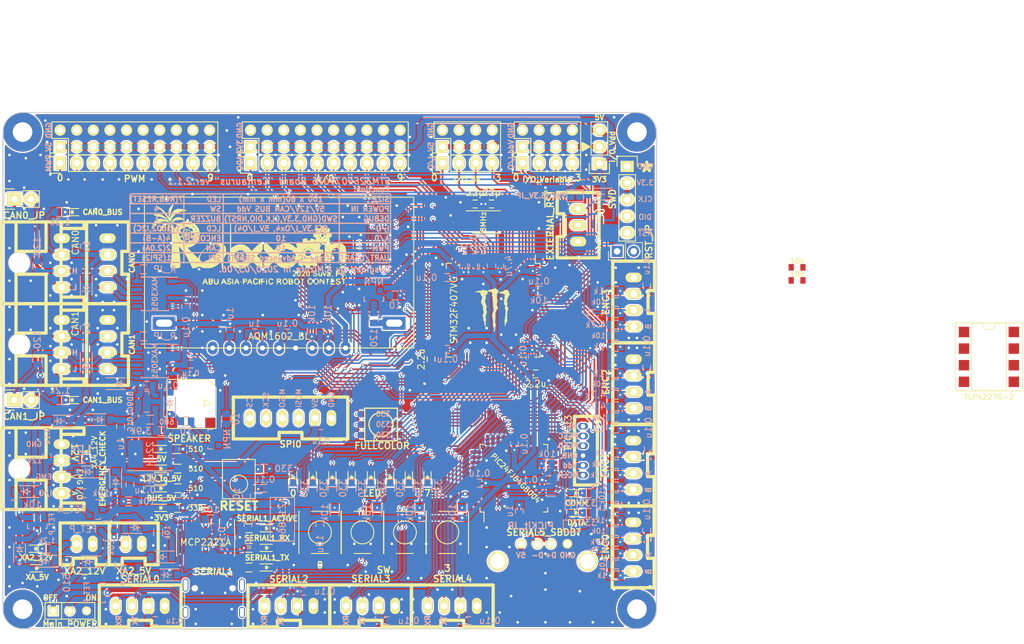
<source format=kicad_pcb>
(kicad_pcb (version 20171130) (host pcbnew "(5.1.5)-3")
  (layers (0 F.Cu signal) (31 B.Cu signal) (34 B.Paste user) (35 F.Paste user hide) (36 B.SilkS user) (37 F.SilkS user) (38 B.Mask user hide) (39 F.Mask user) (44 Edge.Cuts user))
  (net 0 "")
  (net 1 "Net-(C1-Pad1)")
  (net 2 GND)
  (net 3 +5V)
  (net 4 /OSC_OUT)
  (net 5 /OSC_IN)
  (net 6 "Net-(C18-Pad1)")
  (net 7 "Net-(C18-Pad2)")
  (net 8 +12V)
  (net 9 "Net-(D1-Pad2)")
  (net 10 "Net-(D2-Pad2)")
  (net 11 /BUS_5V)
  (net 12 "Net-(D15-Pad1)")
  (net 13 "Net-(IC1-Pad1)")
  (net 14 /USART1_TX)
  (net 15 /USART1_RX)
  (net 16 "Net-(IC1-Pad4)")
  (net 17 "Net-(IC1-Pad5)")
  (net 18 /D+)
  (net 19 /D-)
  (net 20 "Net-(IC1-Pad11)")
  (net 21 "Net-(IC1-Pad12)")
  (net 22 "Net-(IC1-Pad13)")
  (net 23 /MCLR)
  (net 24 "Net-(IC1-Pad19)")
  (net 25 "Net-(IC1-Pad20)")
  (net 26 /PGED1)
  (net 27 /PGEC1)
  (net 28 "Net-(IC1-Pad23)")
  (net 29 "Net-(IC1-Pad24)")
  (net 30 "Net-(IC1-Pad25)")
  (net 31 "Net-(IC1-Pad26)")
  (net 32 "Net-(IC1-Pad27)")
  (net 33 "Net-(IC1-Pad30)")
  (net 34 "Net-(IC1-Pad31)")
  (net 35 "Net-(IC1-Pad32)")
  (net 36 "Net-(IC1-Pad33)")
  (net 37 "Net-(IC1-Pad34)")
  (net 38 "Net-(IC1-Pad35)")
  (net 39 "Net-(IC1-Pad36)")
  (net 40 "Net-(IC1-Pad37)")
  (net 41 "Net-(IC1-Pad38)")
  (net 42 "Net-(IC1-Pad41)")
  (net 43 "Net-(IC1-Pad43)")
  (net 44 "Net-(IC1-Pad44)")
  (net 45 "Net-(P1-Pad6)")
  (net 46 "Net-(P2-Pad5)")
  (net 47 /USART3_TX)
  (net 48 /USART3_RX)
  (net 49 /TIM8_CH4)
  (net 50 /UART5_TX)
  (net 51 /UART5_RX)
  (net 52 "Net-(R25-Pad1)")
  (net 53 "Net-(C26-Pad1)")
  (net 54 "Net-(C27-Pad1)")
  (net 55 "Net-(U7-Pad1)")
  (net 56 "Net-(C29-Pad1)")
  (net 57 "Net-(C30-Pad2)")
  (net 58 "Net-(C30-Pad1)")
  (net 59 "Net-(D18-Pad1)")
  (net 60 "Net-(D20-Pad1)")
  (net 61 /CAN0_H)
  (net 62 /CAN1_H)
  (net 63 "Net-(LED1-Pad3)")
  (net 64 "Net-(P3-Pad3)")
  (net 65 "Net-(P3-Pad4)")
  (net 66 "Net-(P4-Pad4)")
  (net 67 "Net-(P4-Pad3)")
  (net 68 /D-_USB)
  (net 69 /D+_USB)
  (net 70 "Net-(P6-Pad4)")
  (net 71 "Net-(P6-Pad3)")
  (net 72 "Net-(P7-Pad3)")
  (net 73 "Net-(P7-Pad4)")
  (net 74 /CAN0_L)
  (net 75 /CAN1_L)
  (net 76 /SWCLK)
  (net 77 /SWDIO)
  (net 78 "Net-(Q4-Pad1)")
  (net 79 "Net-(Q5-Pad1)")
  (net 80 /TIM2_CH2)
  (net 81 /TIM2_CH1)
  (net 82 /TIM3_CH2)
  (net 83 /TIM3_CH1)
  (net 84 "Net-(R12-Pad1)")
  (net 85 /TIM4_CH2)
  (net 86 /TIM4_CH1)
  (net 87 /TIM5_CH2)
  (net 88 /TIM5_CH1)
  (net 89 /GP0)
  (net 90 /GP1)
  (net 91 /GP2)
  (net 92 /FB)
  (net 93 "Net-(R38-Pad2)")
  (net 94 "Net-(R39-Pad2)")
  (net 95 /I2C1_SDA)
  (net 96 /TIM10_CH1)
  (net 97 /I2C1_SCL)
  (net 98 /ADC12_IN10)
  (net 99 /ADC12_IN11)
  (net 100 /ADC12_IN2)
  (net 101 /ADC12_IN3)
  (net 102 /ADC12_IN4)
  (net 103 /TIM8_CH1)
  (net 104 /ADC12_IN14)
  (net 105 /ADC12_IN15)
  (net 106 /TIM8_CH2)
  (net 107 /ADC12_IN9)
  (net 108 /TIM1_CH1)
  (net 109 /TIM1_CH2)
  (net 110 /TIM1_CH3)
  (net 111 /TIM1_CH4)
  (net 112 /TIM12_CH1)
  (net 113 /TIM12_CH2)
  (net 114 /TIM8_CH3)
  (net 115 /TIM11_CH1)
  (net 116 "Net-(U3-Pad8)")
  (net 117 "Net-(U3-Pad9)")
  (net 118 "Net-(U3-Pad10)")
  (net 119 "Net-(U5-Pad5)")
  (net 120 /CAN1_RX)
  (net 121 /CAN1_TX)
  (net 122 /CAN2_TX)
  (net 123 /CAN2_RX)
  (net 124 "Net-(U6-Pad5)")
  (net 125 /PC15)
  (net 126 /PC13)
  (net 127 /PD11)
  (net 128 /TIM9_CH2)
  (net 129 /TIM9_CH1)
  (net 130 /PD3)
  (net 131 /PD10)
  (net 132 /PD14)
  (net 133 /PD15)
  (net 134 /PD4)
  (net 135 /PD7)
  (net 136 /PE0)
  (net 137 /PE1)
  (net 138 /PC14)
  (net 139 /PE2)
  (net 140 /PE3)
  (net 141 /PE4)
  (net 142 /SPI2_MISO)
  (net 143 /SPI2_MOSI)
  (net 144 /ADC12_IN5)
  (net 145 /ADC12_IN6)
  (net 146 /PB2)
  (net 147 /PE7)
  (net 148 /PE8)
  (net 149 /PE10)
  (net 150 /PE12)
  (net 151 /PE15)
  (net 152 /SPI2_SCK)
  (net 153 /PB11)
  (net 154 /USART6_TX)
  (net 155 /USART6_RX)
  (net 156 /USART2_TX)
  (net 157 /USART2_RX)
  (net 158 "Net-(R62-Pad1)")
  (net 159 "Net-(R63-Pad2)")
  (net 160 "Net-(R64-Pad2)")
  (net 161 /PA8)
  (net 162 "Net-(JP2-Pad1)")
  (net 163 "Net-(D26-Pad2)")
  (net 164 "Net-(D19-Pad2)")
  (net 165 "Net-(D21-Pad2)")
  (net 166 "Net-(D22-Pad2)")
  (net 167 "Net-(D23-Pad2)")
  (net 168 "Net-(D24-Pad2)")
  (net 169 "Net-(D25-Pad2)")
  (net 170 "Net-(JP1-Pad2)")
  (net 171 "Net-(R46-Pad2)")
  (net 172 "Net-(R47-Pad2)")
  (net 173 "Net-(R48-Pad2)")
  (net 174 /PD0)
  (net 175 /PD1)
  (net 176 "Net-(D3-Pad2)")
  (net 177 "Net-(D4-Pad2)")
  (net 178 "Net-(D5-Pad2)")
  (net 179 "Net-(C19-Pad1)")
  (net 180 /12V_TO_5V)
  (net 181 CAN0_BUS_Vdd)
  (net 182 CAN1_BUS_Vdd)
  (net 183 XA4_12V)
  (net 184 /CAN_BUS_12V)
  (net 185 "Net-(D35-Pad1)")
  (net 186 "Net-(D36-Pad1)")
  (net 187 "Net-(D37-Pad1)")
  (net 188 "Net-(D40-Pad1)")
  (net 189 /UART4_TX)
  (net 190 /UART4_RX)
  (net 191 /XA_12V)
  (net 192 "Net-(D7-Pad2)")
  (net 193 XA2_12V)
  (net 194 "Net-(D10-Pad2)")
  (net 195 XA2_5V)
  (net 196 "Net-(D12-Pad2)")
  (net 197 "Net-(D13-Pad1)")
  (net 198 "Net-(D16-Pad1)")
  (net 199 "Net-(D17-Pad1)")
  (net 200 "Net-(D30-Pad1)")
  (net 201 "Net-(Q5-Pad3)")
  (net 202 "Net-(Q6-Pad1)")
  (net 203 "Net-(P27-Pad4)")
  (net 204 "Net-(D27-Pad1)")
  (net 205 "Net-(D11-Pad2)")
  (net 206 "Net-(D27-Pad2)")
  (net 207 "Net-(D28-Pad1)")
  (net 208 "Net-(D28-Pad2)")
  (net 209 "Net-(D1-Pad1)")
  (net 210 "Net-(D2-Pad1)")
  (net 211 "Net-(D31-Pad1)")
  (net 212 "Net-(R43-Pad1)")
  (net 213 "Net-(JP5-Pad2)")
  (net 214 "Net-(Q4-Pad3)")
  (net 215 +3V3)
  (net 216 "Net-(J1-PadS1)")
  (net 217 "Net-(J1-PadB8)")
  (net 218 "Net-(J1-PadA5)")
  (net 219 "Net-(J1-PadA8)")
  (net 220 "Net-(J1-PadB5)")
  (net 221 /~RST)
  (net 222 "Net-(J2-Pad3)")
  (net 223 "Net-(J2-Pad2)")
  (net 224 "Net-(D33-Pad2)")
  (net 225 "Net-(D34-Pad2)")
  (net 226 "Net-(JP6-Pad1)")
  (net 227 /ST-LINK_Vdd)
  (net 228 "Net-(JP6-Pad2)")
  (net 229 "Net-(R64-Pad1)")
  (net 230 "Net-(R76-Pad2)")
  (module Mizz_lib:LED_0603 (layer F.Cu) (at 112.25 114.75 90)
    (fp_text reference D24 hide)
    (fp_text value LED hide)
    (pad 2 smd rect (at -0.88 0 270) (size 1 1.2) (layers F.Cu F.Paste F.Mask) (net 168 "Net-(D24-Pad2)"))
    (pad 1 smd rect (at 0.88 0 270) (size 1 1.2) (layers F.Cu F.Paste F.Mask) (net 133 /PD15))
  )
  (module Mizz_lib:UGCT7525AN4 (layer F.Cu) (at 81.5 103.25)
    (fp_text reference SP1 hide)
    (fp_text value SPEAKER (at 0 5.65) (layer F.SilkS) (effects (font (thickness 0.2))))
    (pad 3 smd rect (at 3.6 3.6) (size 2.3 2.3) (layers F.Cu F.Paste F.Mask))
    (pad 2 smd rect (at -3 3.6) (size 2.3 2.3) (layers F.Cu F.Paste F.Mask) (net 60 "Net-(D20-Pad1)"))
    (pad 1 smd rect (at -3 -3) (size 2.3 2.3) (layers F.Cu F.Paste F.Mask) (net 215 +3V3))
  )
  (module Mizz_lib:SOT-123 (layer B.Cu) (at 85 109 270)
    (fp_text reference Q4 hide)
    (fp_text value NPN (at 0 -2.3 270) (layer B.SilkS) (effects (justify mirror)))
    (pad 1 smd rect (at 0.95 -1.00076 270) (size 0.8001 0.8001) (layers B.Cu B.Paste B.Mask) (net 78 "Net-(Q4-Pad1)"))
    (pad 2 smd rect (at -0.95 -1.00076 270) (size 0.8001 0.8001) (layers B.Cu B.Paste B.Mask) (net 2 GND))
    (pad 3 smd rect (at 0 0.99822 270) (size 0.8001 0.8001) (layers B.Cu B.Paste B.Mask) (net 214 "Net-(Q4-Pad3)"))
  )
  (module Mizz_lib:SW_SPST_PTS645 (layer F.Cu) (at 114.5 123.25 90)
    (fp_text reference SW4 hide)
    (fp_text value SW2 hide)
    (pad 2 smd rect (at 3.975 2.25 90) (size 1.55 1.3) (layers F.Cu F.Paste F.Mask) (net 134 /PD4))
    (pad 1 smd rect (at 3.975 -2.25 90) (size 1.55 1.3) (layers F.Cu F.Paste F.Mask) (net 2 GND))
    (pad 1 smd rect (at -3.975 -2.25 90) (size 1.55 1.3) (layers F.Cu F.Paste F.Mask) (net 2 GND))
    (pad 2 smd rect (at -3.975 2.25 90) (size 1.55 1.3) (layers F.Cu F.Paste F.Mask) (net 134 /PD4))
  )
  (module Mizz_lib:LQFP-44_10x10mm_Pitch0.8mm (layer F.Cu) (at 131.17 114.96 90)
    (fp_text reference IC1 hide)
    (fp_text value PIC24FJ64GB004 (at 0 0.25 135) (layer F.SilkS) (effects (font (size 0.8 0.8))))
    (pad 1 smd rect (at -5.85 -4 90) (size 1.6 0.56) (layers F.Cu F.Paste F.Mask) (net 13 "Net-(IC1-Pad1)"))
    (pad 2 smd rect (at -5.85 -3.2 90) (size 1.6 0.56) (layers F.Cu F.Paste F.Mask) (net 157 /USART2_RX))
    (pad 3 smd rect (at -5.85 -2.4 90) (size 1.6 0.56) (layers F.Cu F.Paste F.Mask) (net 156 /USART2_TX))
    (pad 4 smd rect (at -5.85 -1.6 90) (size 1.6 0.56) (layers F.Cu F.Paste F.Mask) (net 16 "Net-(IC1-Pad4)"))
    (pad 5 smd rect (at -5.85 -0.8 90) (size 1.6 0.56) (layers F.Cu F.Paste F.Mask) (net 17 "Net-(IC1-Pad5)"))
    (pad 6 smd rect (at -5.85 0 90) (size 1.6 0.56) (layers F.Cu F.Paste F.Mask) (net 2 GND))
    (pad 7 smd rect (at -5.85 0.8 90) (size 1.6 0.56) (layers F.Cu F.Paste F.Mask) (net 1 "Net-(C1-Pad1)"))
    (pad 8 smd rect (at -5.85 1.6 90) (size 1.6 0.56) (layers F.Cu F.Paste F.Mask) (net 18 /D+))
    (pad 9 smd rect (at -5.85 2.4 90) (size 1.6 0.56) (layers F.Cu F.Paste F.Mask) (net 19 /D-))
    (pad 10 smd rect (at -5.85 3.2 90) (size 1.6 0.56) (layers F.Cu F.Paste F.Mask) (net 215 +3V3))
    (pad 11 smd rect (at -5.85 4 90) (size 1.6 0.56) (layers F.Cu F.Paste F.Mask) (net 20 "Net-(IC1-Pad11)"))
    (pad 12 smd rect (at -4 5.85 180) (size 1.6 0.56) (layers F.Cu F.Paste F.Mask) (net 21 "Net-(IC1-Pad12)"))
    (pad 13 smd rect (at -3.2 5.85 180) (size 1.6 0.56) (layers F.Cu F.Paste F.Mask) (net 22 "Net-(IC1-Pad13)"))
    (pad 14 smd rect (at -2.4 5.85 180) (size 1.6 0.56) (layers F.Cu F.Paste F.Mask) (net 9 "Net-(D1-Pad2)"))
    (pad 15 smd rect (at -1.6 5.85 180) (size 1.6 0.56) (layers F.Cu F.Paste F.Mask) (net 10 "Net-(D2-Pad2)"))
    (pad 16 smd rect (at -0.8 5.85 180) (size 1.6 0.56) (layers F.Cu F.Paste F.Mask) (net 2 GND))
    (pad 17 smd rect (at 0 5.85 180) (size 1.6 0.56) (layers F.Cu F.Paste F.Mask) (net 215 +3V3))
    (pad 18 smd rect (at 0.8 5.85 180) (size 1.6 0.56) (layers F.Cu F.Paste F.Mask) (net 23 /MCLR))
    (pad 19 smd rect (at 1.6 5.85 180) (size 1.6 0.56) (layers F.Cu F.Paste F.Mask) (net 24 "Net-(IC1-Pad19)"))
    (pad 20 smd rect (at 2.4 5.85 180) (size 1.6 0.56) (layers F.Cu F.Paste F.Mask) (net 25 "Net-(IC1-Pad20)"))
    (pad 21 smd rect (at 3.2 5.85 180) (size 1.6 0.56) (layers F.Cu F.Paste F.Mask) (net 26 /PGED1))
    (pad 22 smd rect (at 4 5.85 180) (size 1.6 0.56) (layers F.Cu F.Paste F.Mask) (net 27 /PGEC1))
    (pad 23 smd rect (at 5.85 4 90) (size 1.6 0.56) (layers F.Cu F.Paste F.Mask) (net 28 "Net-(IC1-Pad23)"))
    (pad 24 smd rect (at 5.85 3.2 90) (size 1.6 0.56) (layers F.Cu F.Paste F.Mask) (net 29 "Net-(IC1-Pad24)"))
    (pad 25 smd rect (at 5.85 2.4 90) (size 1.6 0.56) (layers F.Cu F.Paste F.Mask) (net 30 "Net-(IC1-Pad25)"))
    (pad 26 smd rect (at 5.85 1.6 90) (size 1.6 0.56) (layers F.Cu F.Paste F.Mask) (net 31 "Net-(IC1-Pad26)"))
    (pad 27 smd rect (at 5.85 0.8 90) (size 1.6 0.56) (layers F.Cu F.Paste F.Mask) (net 32 "Net-(IC1-Pad27)"))
    (pad 28 smd rect (at 5.85 0 90) (size 1.6 0.56) (layers F.Cu F.Paste F.Mask) (net 215 +3V3))
    (pad 29 smd rect (at 5.85 -0.8 90) (size 1.6 0.56) (layers F.Cu F.Paste F.Mask) (net 2 GND))
    (pad 30 smd rect (at 5.85 -1.6 90) (size 1.6 0.56) (layers F.Cu F.Paste F.Mask) (net 33 "Net-(IC1-Pad30)"))
    (pad 31 smd rect (at 5.85 -2.4 90) (size 1.6 0.56) (layers F.Cu F.Paste F.Mask) (net 34 "Net-(IC1-Pad31)"))
    (pad 32 smd rect (at 5.85 -3.2 90) (size 1.6 0.56) (layers F.Cu F.Paste F.Mask) (net 35 "Net-(IC1-Pad32)"))
    (pad 33 smd rect (at 5.85 -4 90) (size 1.6 0.56) (layers F.Cu F.Paste F.Mask) (net 36 "Net-(IC1-Pad33)"))
    (pad 34 smd rect (at 4 -5.85 180) (size 1.6 0.56) (layers F.Cu F.Paste F.Mask) (net 37 "Net-(IC1-Pad34)"))
    (pad 35 smd rect (at 3.2 -5.85 180) (size 1.6 0.56) (layers F.Cu F.Paste F.Mask) (net 38 "Net-(IC1-Pad35)"))
    (pad 36 smd rect (at 2.4 -5.85 180) (size 1.6 0.56) (layers F.Cu F.Paste F.Mask) (net 39 "Net-(IC1-Pad36)"))
    (pad 37 smd rect (at 1.6 -5.85 180) (size 1.6 0.56) (layers F.Cu F.Paste F.Mask) (net 40 "Net-(IC1-Pad37)"))
    (pad 38 smd rect (at 0.8 -5.85 180) (size 1.6 0.56) (layers F.Cu F.Paste F.Mask) (net 41 "Net-(IC1-Pad38)"))
    (pad 39 smd rect (at 0 -5.85 180) (size 1.6 0.56) (layers F.Cu F.Paste F.Mask) (net 2 GND))
    (pad 40 smd rect (at -0.8 -5.85 180) (size 1.6 0.56) (layers F.Cu F.Paste F.Mask) (net 215 +3V3))
    (pad 41 smd rect (at -1.6 -5.85 180) (size 1.6 0.56) (layers F.Cu F.Paste F.Mask) (net 42 "Net-(IC1-Pad41)"))
    (pad 42 smd rect (at -2.4 -5.85 180) (size 1.6 0.56) (layers F.Cu F.Paste F.Mask) (net 3 +5V))
    (pad 43 smd rect (at -3.2 -5.85 180) (size 1.6 0.56) (layers F.Cu F.Paste F.Mask) (net 43 "Net-(IC1-Pad43)"))
    (pad 44 smd rect (at -4 -5.85 180) (size 1.6 0.56) (layers F.Cu F.Paste F.Mask) (net 44 "Net-(IC1-Pad44)"))
  )
  (module Mizz_lib:Pin_Header_Straight_2x04 (layer F.Cu) (at 132.5 64.25 90)
    (fp_text reference P31 hide)
    (fp_text value I/O_Variable hide)
    (pad 8 thru_hole oval (at 2.54 7.62 90) (size 1.7272 1.7272) (drill 1.016) (layers *.Cu *.Mask F.SilkS) (net 2 GND))
    (pad 7 thru_hole oval (at 0 7.62 90) (size 1.7272 1.7272) (drill 1.016) (layers *.Cu *.Mask F.SilkS) (net 213 "Net-(JP5-Pad2)"))
    (pad 6 thru_hole oval (at 2.54 5.08 90) (size 1.7272 1.7272) (drill 1.016) (layers *.Cu *.Mask F.SilkS) (net 2 GND))
    (pad 5 thru_hole oval (at 0 5.08 90) (size 1.7272 1.7272) (drill 1.016) (layers *.Cu *.Mask F.SilkS) (net 213 "Net-(JP5-Pad2)"))
    (pad 4 thru_hole oval (at 2.54 2.54 90) (size 1.7272 1.7272) (drill 1.016) (layers *.Cu *.Mask F.SilkS) (net 2 GND))
    (pad 3 thru_hole oval (at 0 2.54 90) (size 1.7272 1.7272) (drill 1.016) (layers *.Cu *.Mask F.SilkS) (net 213 "Net-(JP5-Pad2)"))
    (pad 2 thru_hole oval (at 2.54 0 90) (size 1.7272 1.7272) (drill 1.016) (layers *.Cu *.Mask F.SilkS) (net 2 GND))
    (pad 1 thru_hole rect (at 0 0 90) (size 1.7272 1.7272) (drill 1.016) (layers *.Cu *.Mask F.SilkS) (net 213 "Net-(JP5-Pad2)"))
  )
  (module Mizz_lib:XA_4T (layer F.Cu) (at 149.42 116.71 90)
    (fp_text reference P7 hide)
    (fp_text value ENC1 (at 3.75 -4.25 90) (layer F.SilkS) (effects (font (thickness 0.2))))
    (pad 1 thru_hole oval (at 7.5 0 90) (size 1.5 2.5) (drill 1) (layers *.Cu *.Mask F.SilkS) (net 2 GND))
    (pad 2 thru_hole oval (at 5 0 90) (size 1.5 2.5) (drill 1) (layers *.Cu *.Mask F.SilkS) (net 3 +5V))
    (pad 3 thru_hole oval (at 2.5 0 90) (size 1.5 2.5) (drill 1) (layers *.Cu *.Mask F.SilkS) (net 72 "Net-(P7-Pad3)"))
    (pad 4 thru_hole oval (at 0 0 90) (size 1.5 2.5) (drill 1) (layers *.Cu *.Mask F.SilkS) (net 73 "Net-(P7-Pad4)"))
  )
  (module Mizz_lib:USB_A (layer F.Cu) (at 132.25 124.99788)
    (fp_text reference P2 hide)
    (fp_text value SERIAL5_SBDBT (at 3.5 -1.74788) (layer F.SilkS) (effects (font (thickness 0.2))))
    (pad 4 thru_hole circle (at 7.11286 -0.00212 270) (size 1.50114 1.50114) (drill 1.00076) (layers *.Cu *.Mask F.SilkS) (net 2 GND))
    (pad 3 thru_hole circle (at 4.57286 -0.00212 270) (size 1.50114 1.50114) (drill 1.00076) (layers *.Cu *.Mask F.SilkS) (net 18 /D+))
    (pad 2 thru_hole circle (at 2.54086 -0.00212 270) (size 1.50114 1.50114) (drill 1.00076) (layers *.Cu *.Mask F.SilkS) (net 19 /D-))
    (pad 1 thru_hole circle (at 0.00086 -0.00212 270) (size 1.50114 1.50114) (drill 1.00076) (layers *.Cu *.Mask F.SilkS) (net 3 +5V))
    (pad 5 thru_hole circle (at 10.16086 2.66488 270) (size 2.99974 2.99974) (drill 2.30124) (layers *.Cu *.Mask F.SilkS) (net 46 "Net-(P2-Pad5)"))
    (pad 5 thru_hole circle (at -3.55514 2.66488 270) (size 2.99974 2.99974) (drill 2.30124) (layers *.Cu *.Mask F.SilkS) (net 46 "Net-(P2-Pad5)"))
  )
  (module Mizz_lib:AQM1602_BL_Fad (layer F.Cu) (at 95.25 83.5)
    (fp_text reference U7 hide)
    (fp_text value AQM1602_BL (at 0 9.75) (layer F.SilkS))
    (pad 1 thru_hole oval (at -10.16 11.535) (size 1.5 2) (drill 0.762) (layers *.Cu *.Mask) (net 55 "Net-(U7-Pad1)"))
    (pad 2 thru_hole oval (at -7.62 11.535) (size 1.5 2) (drill 0.762) (layers *.Cu *.Mask) (net 56 "Net-(C29-Pad1)"))
    (pad 3 thru_hole oval (at -5.08 11.535) (size 1.5 2) (drill 0.762) (layers *.Cu *.Mask) (net 58 "Net-(C30-Pad1)"))
    (pad 4 thru_hole oval (at -2.54 11.535) (size 1.5 2) (drill 0.762) (layers *.Cu *.Mask) (net 57 "Net-(C30-Pad2)"))
    (pad 5 thru_hole oval (at 0 11.535) (size 1.5 2) (drill 0.762) (layers *.Cu *.Mask) (net 215 +3V3))
    (pad 6 thru_hole oval (at 2.54 11.535) (size 1.5 2) (drill 0.762) (layers *.Cu *.Mask) (net 2 GND))
    (pad 7 thru_hole oval (at 5.08 11.535) (size 1.5 2) (drill 0.762) (layers *.Cu *.Mask) (net 95 /I2C1_SDA))
    (pad 8 thru_hole oval (at 7.62 11.535) (size 1.5 2) (drill 0.762) (layers *.Cu *.Mask) (net 97 /I2C1_SCL))
    (pad 9 thru_hole oval (at 10.16 11.535) (size 1.5 2) (drill 0.762) (layers *.Cu *.Mask) (net 215 +3V3))
    (pad 10 thru_hole rect (at -17.6 7.735) (size 3.5 2) (drill oval 2.5 1.1) (layers *.Cu *.Mask) (net 215 +3V3))
    (pad 11 thru_hole rect (at 17.6 7.735) (size 3.5 2) (drill oval 2.5 1.1) (layers *.Cu *.Mask) (net 212 "Net-(R43-Pad1)"))
  )
  (module Mizz_lib:XA_4LC (layer F.Cu) (at 62 109.75 270)
    (fp_text reference P27 hide)
    (fp_text value EMERGENCY_CHECK (at 3.75 -6.25 270) (layer F.SilkS) (effects (font (size 0.8 0.8) (thickness 0.2))))
    (pad 1 thru_hole oval (at 0 0 270) (size 1.5 2.5) (drill 1) (layers *.Cu *.Mask F.SilkS) (net 2 GND))
    (pad 2 thru_hole oval (at 2.5 0 270) (size 1.5 2.5) (drill 1) (layers *.Cu *.Mask F.SilkS) (net 183 XA4_12V))
    (pad 3 thru_hole oval (at 5 0 270) (size 1.5 2.5) (drill 1) (layers *.Cu *.Mask F.SilkS) (net 163 "Net-(D26-Pad2)"))
    (pad 4 thru_hole oval (at 7.5 0 270) (size 1.5 2.5) (drill 1) (layers *.Cu *.Mask F.SilkS) (net 203 "Net-(P27-Pad4)"))
    (pad "" thru_hole circle (at 3.75 6.5 270) (size 3 3) (drill 3) (layers *.Cu *.Mask F.SilkS) (clearance -0.3))
  )
  (module Mizz_lib:SOIC-8_3.9x4.9mm_Pitch1.27mm (layer B.Cu) (at 76.25 86.75 180)
    (fp_text reference U5 hide)
    (fp_text value MAX3051 (at 0 0 270) (layer B.SilkS) (effects (font (size 0.8 0.8)) (justify mirror)))
    (pad 8 smd rect (at 2.7 1.905 180) (size 1.55 0.6) (layers B.Cu B.Paste B.Mask) (net 93 "Net-(R38-Pad2)"))
    (pad 7 smd rect (at 2.7 0.635 180) (size 1.55 0.6) (layers B.Cu B.Paste B.Mask) (net 61 /CAN0_H))
    (pad 6 smd rect (at 2.7 -0.635 180) (size 1.55 0.6) (layers B.Cu B.Paste B.Mask) (net 74 /CAN0_L))
    (pad 5 smd rect (at 2.7 -1.905 180) (size 1.55 0.6) (layers B.Cu B.Paste B.Mask) (net 119 "Net-(U5-Pad5)"))
    (pad 4 smd rect (at -2.7 -1.905 180) (size 1.55 0.6) (layers B.Cu B.Paste B.Mask) (net 120 /CAN1_RX))
    (pad 3 smd rect (at -2.7 -0.635 180) (size 1.55 0.6) (layers B.Cu B.Paste B.Mask) (net 215 +3V3))
    (pad 2 smd rect (at -2.7 0.635 180) (size 1.55 0.6) (layers B.Cu B.Paste B.Mask) (net 2 GND))
    (pad 1 smd rect (at -2.7 1.905 180) (size 1.55 0.6) (layers B.Cu B.Paste B.Mask) (net 121 /CAN1_TX))
  )
  (module Mizz_lib:Pin_Header_Straight_1x10 (layer F.Cu) (at 90.89 66.75 90)
    (fp_text reference P23 hide)
    (fp_text value A/D (at -2.4 11.4 180) (layer F.SilkS) (effects (font (thickness 0.2))))
    (pad 1 thru_hole rect (at 0 0 90) (size 2.032 1.7272) (drill 1.016) (layers *.Cu *.Mask F.SilkS) (net 107 /ADC12_IN9))
    (pad 2 thru_hole oval (at 0 2.54 90) (size 2.032 1.7272) (drill 1.016) (layers *.Cu *.Mask F.SilkS) (net 105 /ADC12_IN15))
    (pad 3 thru_hole oval (at 0 5.08 90) (size 2.032 1.7272) (drill 1.016) (layers *.Cu *.Mask F.SilkS) (net 104 /ADC12_IN14))
    (pad 4 thru_hole oval (at 0 7.62 90) (size 2.032 1.7272) (drill 1.016) (layers *.Cu *.Mask F.SilkS) (net 145 /ADC12_IN6))
    (pad 5 thru_hole oval (at 0 10.16 90) (size 2.032 1.7272) (drill 1.016) (layers *.Cu *.Mask F.SilkS) (net 144 /ADC12_IN5))
    (pad 6 thru_hole oval (at 0 12.7 90) (size 2.032 1.7272) (drill 1.016) (layers *.Cu *.Mask F.SilkS) (net 102 /ADC12_IN4))
    (pad 7 thru_hole oval (at 0 15.24 90) (size 2.032 1.7272) (drill 1.016) (layers *.Cu *.Mask F.SilkS) (net 101 /ADC12_IN3))
    (pad 8 thru_hole oval (at 0 17.78 90) (size 2.032 1.7272) (drill 1.016) (layers *.Cu *.Mask F.SilkS) (net 100 /ADC12_IN2))
    (pad 9 thru_hole oval (at 0 20.32 90) (size 2.032 1.7272) (drill 1.016) (layers *.Cu *.Mask F.SilkS) (net 99 /ADC12_IN11))
    (pad 10 thru_hole oval (at 0 22.86 90) (size 2.032 1.7272) (drill 1.016) (layers *.Cu *.Mask F.SilkS) (net 98 /ADC12_IN10))
  )
  (module Mizz_lib:XA_4T (layer F.Cu) (at 70.25 134.5)
    (fp_text reference P16 hide)
    (fp_text value SERIAL0 (at 3.75 -4.1) (layer F.SilkS) (effects (font (thickness 0.2))))
    (pad 1 thru_hole oval (at 7.5 0) (size 1.5 2.5) (drill 1) (layers *.Cu *.Mask F.SilkS) (net 2 GND))
    (pad 2 thru_hole oval (at 5 0) (size 1.5 2.5) (drill 1) (layers *.Cu *.Mask F.SilkS) (net 3 +5V))
    (pad 3 thru_hole oval (at 2.5 0) (size 1.5 2.5) (drill 1) (layers *.Cu *.Mask F.SilkS) (net 14 /USART1_TX))
    (pad 4 thru_hole oval (at 0 0) (size 1.5 2.5) (drill 1) (layers *.Cu *.Mask F.SilkS) (net 15 /USART1_RX))
  )
  (module Mizz_lib:Mini_Monster (layer F.Cu) (at 128 89.25)
    (fp_text reference U9 hide)
    (fp_text value LOGO hide)
  )
  (module Mizz_lib:TQFP-100_14x14mm_Pitch0.5mm (layer F.Cu) (at 128 89.25 270)
    (fp_text reference U1 hide)
    (fp_text value STM32F407VG (at 0 6 270) (layer F.SilkS))
    (pad 1 smd rect (at -7.7 -6 270) (size 1.5 0.3) (layers F.Cu F.Paste F.Mask) (net 139 /PE2))
    (pad 2 smd rect (at -7.7 -5.5 270) (size 1.5 0.3) (layers F.Cu F.Paste F.Mask) (net 140 /PE3))
    (pad 3 smd rect (at -7.7 -5 270) (size 1.5 0.3) (layers F.Cu F.Paste F.Mask) (net 141 /PE4))
    (pad 4 smd rect (at -7.7 -4.5 270) (size 1.5 0.3) (layers F.Cu F.Paste F.Mask) (net 129 /TIM9_CH1))
    (pad 5 smd rect (at -7.7 -4 270) (size 1.5 0.3) (layers F.Cu F.Paste F.Mask) (net 128 /TIM9_CH2))
    (pad 6 smd rect (at -7.7 -3.5 270) (size 1.5 0.3) (layers F.Cu F.Paste F.Mask) (net 215 +3V3))
    (pad 7 smd rect (at -7.7 -3 270) (size 1.5 0.3) (layers F.Cu F.Paste F.Mask) (net 126 /PC13))
    (pad 8 smd rect (at -7.7 -2.5 270) (size 1.5 0.3) (layers F.Cu F.Paste F.Mask) (net 138 /PC14))
    (pad 9 smd rect (at -7.7 -2 270) (size 1.5 0.3) (layers F.Cu F.Paste F.Mask) (net 125 /PC15))
    (pad 10 smd rect (at -7.7 -1.5 270) (size 1.5 0.3) (layers F.Cu F.Paste F.Mask) (net 2 GND))
    (pad 11 smd rect (at -7.7 -1 270) (size 1.5 0.3) (layers F.Cu F.Paste F.Mask) (net 215 +3V3))
    (pad 12 smd rect (at -7.7 -0.5 270) (size 1.5 0.3) (layers F.Cu F.Paste F.Mask) (net 5 /OSC_IN))
    (pad 13 smd rect (at -7.7 0 270) (size 1.5 0.3) (layers F.Cu F.Paste F.Mask) (net 4 /OSC_OUT))
    (pad 14 smd rect (at -7.7 0.5 270) (size 1.5 0.3) (layers F.Cu F.Paste F.Mask) (net 221 /~RST))
    (pad 15 smd rect (at -7.7 1 270) (size 1.5 0.3) (layers F.Cu F.Paste F.Mask) (net 98 /ADC12_IN10))
    (pad 16 smd rect (at -7.7 1.5 270) (size 1.5 0.3) (layers F.Cu F.Paste F.Mask) (net 99 /ADC12_IN11))
    (pad 17 smd rect (at -7.7 2 270) (size 1.5 0.3) (layers F.Cu F.Paste F.Mask) (net 142 /SPI2_MISO))
    (pad 18 smd rect (at -7.7 2.5 270) (size 1.5 0.3) (layers F.Cu F.Paste F.Mask) (net 143 /SPI2_MOSI))
    (pad 19 smd rect (at -7.7 3 270) (size 1.5 0.3) (layers F.Cu F.Paste F.Mask) (net 215 +3V3))
    (pad 20 smd rect (at -7.7 3.5 270) (size 1.5 0.3) (layers F.Cu F.Paste F.Mask) (net 2 GND))
    (pad 21 smd rect (at -7.7 4 270) (size 1.5 0.3) (layers F.Cu F.Paste F.Mask) (net 215 +3V3))
    (pad 22 smd rect (at -7.7 4.5 270) (size 1.5 0.3) (layers F.Cu F.Paste F.Mask) (net 215 +3V3))
    (pad 23 smd rect (at -7.7 5 270) (size 1.5 0.3) (layers F.Cu F.Paste F.Mask) (net 88 /TIM5_CH1))
    (pad 24 smd rect (at -7.7 5.5 270) (size 1.5 0.3) (layers F.Cu F.Paste F.Mask) (net 87 /TIM5_CH2))
    (pad 25 smd rect (at -7.7 6 270) (size 1.5 0.3) (layers F.Cu F.Paste F.Mask) (net 100 /ADC12_IN2))
    (pad 26 smd rect (at -6 7.7) (size 1.5 0.3) (layers F.Cu F.Paste F.Mask) (net 101 /ADC12_IN3))
    (pad 27 smd rect (at -5.5 7.7) (size 1.5 0.3) (layers F.Cu F.Paste F.Mask) (net 2 GND))
    (pad 28 smd rect (at -5 7.7) (size 1.5 0.3) (layers F.Cu F.Paste F.Mask) (net 215 +3V3))
    (pad 29 smd rect (at -4.5 7.7) (size 1.5 0.3) (layers F.Cu F.Paste F.Mask) (net 102 /ADC12_IN4))
    (pad 30 smd rect (at -4 7.7) (size 1.5 0.3) (layers F.Cu F.Paste F.Mask) (net 144 /ADC12_IN5))
    (pad 31 smd rect (at -3.5 7.7) (size 1.5 0.3) (layers F.Cu F.Paste F.Mask) (net 145 /ADC12_IN6))
    (pad 32 smd rect (at -3 7.7) (size 1.5 0.3) (layers F.Cu F.Paste F.Mask) (net 103 /TIM8_CH1))
    (pad 33 smd rect (at -2.5 7.7) (size 1.5 0.3) (layers F.Cu F.Paste F.Mask) (net 104 /ADC12_IN14))
    (pad 34 smd rect (at -2 7.7) (size 1.5 0.3) (layers F.Cu F.Paste F.Mask) (net 105 /ADC12_IN15))
    (pad 35 smd rect (at -1.5 7.7) (size 1.5 0.3) (layers F.Cu F.Paste F.Mask) (net 106 /TIM8_CH2))
    (pad 36 smd rect (at -1 7.7) (size 1.5 0.3) (layers F.Cu F.Paste F.Mask) (net 107 /ADC12_IN9))
    (pad 37 smd rect (at -0.5 7.7) (size 1.5 0.3) (layers F.Cu F.Paste F.Mask) (net 146 /PB2))
    (pad 38 smd rect (at 0 7.7) (size 1.5 0.3) (layers F.Cu F.Paste F.Mask) (net 147 /PE7))
    (pad 39 smd rect (at 0.5 7.7) (size 1.5 0.3) (layers F.Cu F.Paste F.Mask) (net 148 /PE8))
    (pad 40 smd rect (at 1 7.7) (size 1.5 0.3) (layers F.Cu F.Paste F.Mask) (net 108 /TIM1_CH1))
    (pad 41 smd rect (at 1.5 7.7) (size 1.5 0.3) (layers F.Cu F.Paste F.Mask) (net 149 /PE10))
    (pad 42 smd rect (at 2 7.7) (size 1.5 0.3) (layers F.Cu F.Paste F.Mask) (net 109 /TIM1_CH2))
    (pad 43 smd rect (at 2.5 7.7) (size 1.5 0.3) (layers F.Cu F.Paste F.Mask) (net 150 /PE12))
    (pad 44 smd rect (at 3 7.7) (size 1.5 0.3) (layers F.Cu F.Paste F.Mask) (net 110 /TIM1_CH3))
    (pad 45 smd rect (at 3.5 7.7) (size 1.5 0.3) (layers F.Cu F.Paste F.Mask) (net 111 /TIM1_CH4))
    (pad 46 smd rect (at 4 7.7) (size 1.5 0.3) (layers F.Cu F.Paste F.Mask) (net 151 /PE15))
    (pad 47 smd rect (at 4.5 7.7) (size 1.5 0.3) (layers F.Cu F.Paste F.Mask) (net 152 /SPI2_SCK))
    (pad 48 smd rect (at 5 7.7) (size 1.5 0.3) (layers F.Cu F.Paste F.Mask) (net 153 /PB11))
    (pad 49 smd rect (at 5.5 7.7) (size 1.5 0.3) (layers F.Cu F.Paste F.Mask) (net 53 "Net-(C26-Pad1)"))
    (pad 50 smd rect (at 6 7.7) (size 1.5 0.3) (layers F.Cu F.Paste F.Mask) (net 215 +3V3))
    (pad 51 smd rect (at 7.7 6 270) (size 1.5 0.3) (layers F.Cu F.Paste F.Mask) (net 123 /CAN2_RX))
    (pad 52 smd rect (at 7.7 5.5 270) (size 1.5 0.3) (layers F.Cu F.Paste F.Mask) (net 122 /CAN2_TX))
    (pad 53 smd rect (at 7.7 5 270) (size 1.5 0.3) (layers F.Cu F.Paste F.Mask) (net 112 /TIM12_CH1))
    (pad 54 smd rect (at 7.7 4.5 270) (size 1.5 0.3) (layers F.Cu F.Paste F.Mask) (net 113 /TIM12_CH2))
    (pad 55 smd rect (at 7.7 4 270) (size 1.5 0.3) (layers F.Cu F.Paste F.Mask) (net 47 /USART3_TX))
    (pad 56 smd rect (at 7.7 3.5 270) (size 1.5 0.3) (layers F.Cu F.Paste F.Mask) (net 48 /USART3_RX))
    (pad 57 smd rect (at 7.7 3 270) (size 1.5 0.3) (layers F.Cu F.Paste F.Mask) (net 131 /PD10))
    (pad 58 smd rect (at 7.7 2.5 270) (size 1.5 0.3) (layers F.Cu F.Paste F.Mask) (net 127 /PD11))
    (pad 59 smd rect (at 7.7 2 270) (size 1.5 0.3) (layers F.Cu F.Paste F.Mask) (net 86 /TIM4_CH1))
    (pad 60 smd rect (at 7.7 1.5 270) (size 1.5 0.3) (layers F.Cu F.Paste F.Mask) (net 85 /TIM4_CH2))
    (pad 61 smd rect (at 7.7 1 270) (size 1.5 0.3) (layers F.Cu F.Paste F.Mask) (net 132 /PD14))
    (pad 62 smd rect (at 7.7 0.5 270) (size 1.5 0.3) (layers F.Cu F.Paste F.Mask) (net 133 /PD15))
    (pad 63 smd rect (at 7.7 0 270) (size 1.5 0.3) (layers F.Cu F.Paste F.Mask) (net 154 /USART6_TX))
    (pad 64 smd rect (at 7.7 -0.5 270) (size 1.5 0.3) (layers F.Cu F.Paste F.Mask) (net 155 /USART6_RX))
    (pad 65 smd rect (at 7.7 -1 270) (size 1.5 0.3) (layers F.Cu F.Paste F.Mask) (net 114 /TIM8_CH3))
    (pad 66 smd rect (at 7.7 -1.5 270) (size 1.5 0.3) (layers F.Cu F.Paste F.Mask) (net 49 /TIM8_CH4))
    (pad 67 smd rect (at 7.7 -2 270) (size 1.5 0.3) (layers F.Cu F.Paste F.Mask) (net 161 /PA8))
    (pad 68 smd rect (at 7.7 -2.5 270) (size 1.5 0.3) (layers F.Cu F.Paste F.Mask) (net 14 /USART1_TX))
    (pad 69 smd rect (at 7.7 -3 270) (size 1.5 0.3) (layers F.Cu F.Paste F.Mask) (net 15 /USART1_RX))
    (pad 70 smd rect (at 7.7 -3.5 270) (size 1.5 0.3) (layers F.Cu F.Paste F.Mask) (net 120 /CAN1_RX))
    (pad 71 smd rect (at 7.7 -4 270) (size 1.5 0.3) (layers F.Cu F.Paste F.Mask) (net 121 /CAN1_TX))
    (pad 72 smd rect (at 7.7 -4.5 270) (size 1.5 0.3) (layers F.Cu F.Paste F.Mask) (net 77 /SWDIO))
    (pad 73 smd rect (at 7.7 -5 270) (size 1.5 0.3) (layers F.Cu F.Paste F.Mask) (net 54 "Net-(C27-Pad1)"))
    (pad 74 smd rect (at 7.7 -5.5 270) (size 1.5 0.3) (layers F.Cu F.Paste F.Mask) (net 2 GND))
    (pad 75 smd rect (at 7.7 -6 270) (size 1.5 0.3) (layers F.Cu F.Paste F.Mask) (net 215 +3V3))
    (pad 76 smd rect (at 6 -7.7) (size 1.5 0.3) (layers F.Cu F.Paste F.Mask) (net 76 /SWCLK))
    (pad 77 smd rect (at 5.5 -7.7) (size 1.5 0.3) (layers F.Cu F.Paste F.Mask) (net 81 /TIM2_CH1))
    (pad 78 smd rect (at 5 -7.7) (size 1.5 0.3) (layers F.Cu F.Paste F.Mask) (net 189 /UART4_TX))
    (pad 79 smd rect (at 4.5 -7.7) (size 1.5 0.3) (layers F.Cu F.Paste F.Mask) (net 190 /UART4_RX))
    (pad 80 smd rect (at 4 -7.7) (size 1.5 0.3) (layers F.Cu F.Paste F.Mask) (net 50 /UART5_TX))
    (pad 81 smd rect (at 3.5 -7.7) (size 1.5 0.3) (layers F.Cu F.Paste F.Mask) (net 174 /PD0))
    (pad 82 smd rect (at 3 -7.7) (size 1.5 0.3) (layers F.Cu F.Paste F.Mask) (net 175 /PD1))
    (pad 83 smd rect (at 2.5 -7.7) (size 1.5 0.3) (layers F.Cu F.Paste F.Mask) (net 51 /UART5_RX))
    (pad 84 smd rect (at 2 -7.7) (size 1.5 0.3) (layers F.Cu F.Paste F.Mask) (net 130 /PD3))
    (pad 85 smd rect (at 1.5 -7.7) (size 1.5 0.3) (layers F.Cu F.Paste F.Mask) (net 134 /PD4))
    (pad 86 smd rect (at 1 -7.7) (size 1.5 0.3) (layers F.Cu F.Paste F.Mask) (net 156 /USART2_TX))
    (pad 87 smd rect (at 0.5 -7.7) (size 1.5 0.3) (layers F.Cu F.Paste F.Mask) (net 157 /USART2_RX))
    (pad 88 smd rect (at 0 -7.7) (size 1.5 0.3) (layers F.Cu F.Paste F.Mask) (net 135 /PD7))
    (pad 89 smd rect (at -0.5 -7.7) (size 1.5 0.3) (layers F.Cu F.Paste F.Mask) (net 80 /TIM2_CH2))
    (pad 90 smd rect (at -1 -7.7) (size 1.5 0.3) (layers F.Cu F.Paste F.Mask) (net 83 /TIM3_CH1))
    (pad 91 smd rect (at -1.5 -7.7) (size 1.5 0.3) (layers F.Cu F.Paste F.Mask) (net 82 /TIM3_CH2))
    (pad 92 smd rect (at -2 -7.7) (size 1.5 0.3) (layers F.Cu F.Paste F.Mask) (net 97 /I2C1_SCL))
    (pad 93 smd rect (at -2.5 -7.7) (size 1.5 0.3) (layers F.Cu F.Paste F.Mask) (net 95 /I2C1_SDA))
    (pad 94 smd rect (at -3 -7.7) (size 1.5 0.3) (layers F.Cu F.Paste F.Mask) (net 52 "Net-(R25-Pad1)"))
    (pad 95 smd rect (at -3.5 -7.7) (size 1.5 0.3) (layers F.Cu F.Paste F.Mask) (net 96 /TIM10_CH1))
    (pad 96 smd rect (at -4 -7.7) (size 1.5 0.3) (layers F.Cu F.Paste F.Mask) (net 115 /TIM11_CH1))
    (pad 97 smd rect (at -4.5 -7.7) (size 1.5 0.3) (layers F.Cu F.Paste F.Mask) (net 136 /PE0))
    (pad 98 smd rect (at -5 -7.7) (size 1.5 0.3) (layers F.Cu F.Paste F.Mask) (net 137 /PE1))
    (pad 99 smd rect (at -5.5 -7.7) (size 1.5 0.3) (layers F.Cu F.Paste F.Mask) (net 2 GND))
    (pad 100 smd rect (at -6 -7.7) (size 1.5 0.3) (layers F.Cu F.Paste F.Mask) (net 215 +3V3))
  )
  (module Mizz_lib:R_0603 (layer F.Cu) (at 90.64 122.62 180)
    (fp_text reference R24 hide)
    (fp_text value 330 hide)
    (pad 2 smd rect (at 0.78 0 180) (size 1 1.2) (layers F.Cu F.Paste F.Mask) (net 91 /GP2))
    (pad 1 smd rect (at -0.78 0 180) (size 1 1.2) (layers F.Cu F.Paste F.Mask) (net 178 "Net-(D5-Pad2)"))
  )
  (module Mizz_lib:SOD-123 (layer B.Cu) (at 77.25 127 180)
    (fp_text reference D9)
    (fp_text value DIODE)
    (pad 1 smd rect (at -1.635 0 180) (size 0.91 1.22) (layers B.Cu B.Paste B.Mask) (net 205 "Net-(D11-Pad2)"))
    (pad 2 smd rect (at 1.635 0 180) (size 0.91 1.22) (layers B.Cu B.Paste B.Mask) (net 204 "Net-(D27-Pad1)"))
  )
  (module Mizz_lib:SOD-123 (layer B.Cu) (at 78.5 103.5 90)
    (fp_text reference D20 hide)
    (fp_text value DIODE)
    (pad 1 smd rect (at -1.635 0 90) (size 0.91 1.22) (layers B.Cu B.Paste B.Mask) (net 60 "Net-(D20-Pad1)"))
    (pad 2 smd rect (at 1.635 0 90) (size 0.91 1.22) (layers B.Cu B.Paste B.Mask) (net 215 +3V3))
  )
  (module Mizz_lib:TSOT-6-MK06A (layer B.Cu) (at 75 103.25 270)
    (fp_text reference U4 hide)
    (fp_text value BD9G101G (at 1.5 2.5 270) (layer B.SilkS) (effects (font (size 0.8 0.8)) (justify mirror)))
    (pad 1 smd rect (at -0.94996 -1.30048 270) (size 0.69088 1.00076) (layers B.Cu B.Paste B.Mask) (net 7 "Net-(C18-Pad2)"))
    (pad 2 smd rect (at 0 -1.30048 270) (size 0.69088 1.00076) (layers B.Cu B.Paste B.Mask) (net 2 GND))
    (pad 3 smd rect (at 0.94996 -1.30048 270) (size 0.69088 1.00076) (layers B.Cu B.Paste B.Mask) (net 92 /FB))
    (pad 4 smd rect (at 0.94996 1.30048 270) (size 0.69088 1.00076) (layers B.Cu B.Paste B.Mask) (net 179 "Net-(C19-Pad1)"))
    (pad 5 smd rect (at 0 1.30048 270) (size 0.69088 1.00076) (layers B.Cu B.Paste B.Mask) (net 179 "Net-(C19-Pad1)"))
    (pad 6 smd rect (at -0.94996 1.30048 270) (size 0.69088 1.00076) (layers B.Cu B.Paste B.Mask) (net 6 "Net-(C18-Pad1)"))
  )
  (module Mizz_lib:kitLogo_Mask_5.0x5.0 (layer B.Cu) (at 69.75 73.25 180)
    (fp_text reference U10 hide)
    (fp_text value LOGO hide)
  )
  (module Mizz_lib:SOD-123 (layer B.Cu) (at 67.75 106)
    (fp_text reference D29)
    (fp_text value DIODE)
    (pad 1 smd rect (at -1.635 0) (size 0.91 1.22) (layers B.Cu B.Paste B.Mask) (net 8 +12V))
    (pad 2 smd rect (at 1.635 0) (size 0.91 1.22) (layers B.Cu B.Paste B.Mask) (net 179 "Net-(C19-Pad1)"))
  )
  (module Buttons_Switches_ThroughHole:SW_Micro_SPST (layer F.Cu) (at 63.25 135.25)
    (fp_text reference SW1 hide)
    (fp_text value Main_POWER (at 0 2) (layer F.SilkS) (effects (font (size 0.9 0.9) (thickness 0.2))))
    (pad 1 thru_hole rect (at -2.54 0) (size 1.397 1.397) (drill 0.8128) (layers *.Cu *.Mask F.SilkS) (net 206 "Net-(D27-Pad2)"))
    (pad 2 thru_hole circle (at 0 0) (size 1.397 1.397) (drill 0.8128) (layers *.Cu *.Mask F.SilkS) (net 202 "Net-(Q6-Pad1)"))
    (pad 3 thru_hole circle (at 2.54 0) (size 1.397 1.397) (drill 0.8128) (layers *.Cu *.Mask F.SilkS) (net 2 GND))
  )
  (module Mizz_lib:SOD-123 (layer B.Cu) (at 56.5 117 180)
    (fp_text reference D32)
    (fp_text value DIODE hide)
    (pad 1 smd rect (at -1.635 0 180) (size 0.91 1.22) (layers B.Cu B.Paste B.Mask) (net 183 XA4_12V))
    (pad 2 smd rect (at 1.635 0 180) (size 0.91 1.22) (layers B.Cu B.Paste B.Mask) (net 191 /XA_12V))
  )
  (module Mizz_lib:LED_0603 (layer F.Cu) (at 63.5 74.25 180)
    (fp_text reference D36 hide)
    (fp_text value CAN0_BUS (at -4.75 0 180) (layer F.SilkS) (effects (font (size 0.8 0.8) (thickness 0.2))))
    (pad 2 smd rect (at -0.88 0) (size 1 1.2) (layers F.Cu F.Paste F.Mask) (net 2 GND))
    (pad 1 smd rect (at 0.88 0) (size 1 1.2) (layers F.Cu F.Paste F.Mask) (net 186 "Net-(D36-Pad1)"))
  )
  (module Mizz_lib:LED_0603 (layer F.Cu) (at 63.5 103 180)
    (fp_text reference D37 hide)
    (fp_text value CAN1_BUS (at -4.75 0 180) (layer F.SilkS) (effects (font (size 0.8 0.8) (thickness 0.2))))
    (pad 1 smd rect (at 0.88 0) (size 1 1.2) (layers F.Cu F.Paste F.Mask) (net 187 "Net-(D37-Pad1)"))
    (pad 2 smd rect (at -0.88 0) (size 1 1.2) (layers F.Cu F.Paste F.Mask) (net 2 GND))
  )
  (module Mizz_lib:SOD-123 (layer B.Cu) (at 65.75 86 270)
    (fp_text reference D38)
    (fp_text value DIODE hide)
    (pad 2 smd rect (at 1.635 0 270) (size 0.91 1.22) (layers B.Cu B.Paste B.Mask) (net 184 /CAN_BUS_12V))
    (pad 1 smd rect (at -1.635 0 270) (size 0.91 1.22) (layers B.Cu B.Paste B.Mask) (net 181 CAN0_BUS_Vdd))
  )
  (module Mizz_lib:SOD-123 (layer B.Cu) (at 65.75 97.75 270)
    (fp_text reference D39)
    (fp_text value DIODE hide)
    (pad 1 smd rect (at -1.635 0 270) (size 0.91 1.22) (layers B.Cu B.Paste B.Mask) (net 182 CAN1_BUS_Vdd))
    (pad 2 smd rect (at 1.635 0 270) (size 0.91 1.22) (layers B.Cu B.Paste B.Mask) (net 184 /CAN_BUS_12V))
  )
  (module Mizz_lib:SOD-123 (layer B.Cu) (at 144.25 71.5 180)
    (fp_text reference D40)
    (fp_text value DIODE hide)
    (pad 1 smd rect (at -1.635 0 180) (size 0.91 1.22) (layers B.Cu B.Paste B.Mask) (net 188 "Net-(D40-Pad1)"))
    (pad 2 smd rect (at 1.635 0 180) (size 0.91 1.22) (layers B.Cu B.Paste B.Mask) (net 227 /ST-LINK_Vdd))
  )
  (module Mizz_lib:SOD-123 (layer B.Cu) (at 55.54 125.92 90)
    (fp_text reference D6)
    (fp_text value DIODE hide)
    (pad 1 smd rect (at -1.635 0 90) (size 0.91 1.22) (layers B.Cu B.Paste B.Mask) (net 191 /XA_12V))
    (pad 2 smd rect (at 1.635 0 90) (size 0.91 1.22) (layers B.Cu B.Paste B.Mask) (net 8 +12V))
  )
  (module Mizz_lib:SOD-123 (layer B.Cu) (at 61.65 106.22 180)
    (fp_text reference D7)
    (fp_text value DIODE)
    (pad 2 smd rect (at 1.635 0 180) (size 0.91 1.22) (layers B.Cu B.Paste B.Mask) (net 192 "Net-(D7-Pad2)"))
    (pad 1 smd rect (at -1.635 0 180) (size 0.91 1.22) (layers B.Cu B.Paste B.Mask) (net 184 /CAN_BUS_12V))
  )
  (module Mizz_lib:SOD-123 (layer B.Cu) (at 59.32 127.68 180)
    (fp_text reference D8 hide)
    (fp_text value DIODE)
    (pad 1 smd rect (at -1.635 0 180) (size 0.91 1.22) (layers B.Cu B.Paste B.Mask) (net 193 XA2_12V))
    (pad 2 smd rect (at 1.635 0 180) (size 0.91 1.22) (layers B.Cu B.Paste B.Mask) (net 191 /XA_12V))
  )
  (module Mizz_lib:SOD-123 (layer B.Cu) (at 70.25 115.5 270)
    (fp_text reference D10)
    (fp_text value DIODE)
    (pad 2 smd rect (at 1.635 0 270) (size 0.91 1.22) (layers B.Cu B.Paste B.Mask) (net 194 "Net-(D10-Pad2)"))
    (pad 1 smd rect (at -1.635 0 270) (size 0.91 1.22) (layers B.Cu B.Paste B.Mask) (net 180 /12V_TO_5V))
  )
  (module Mizz_lib:SOD-123 (layer B.Cu) (at 73.25 122.5)
    (fp_text reference D11)
    (fp_text value DIODE)
    (pad 2 smd rect (at 1.635 0) (size 0.91 1.22) (layers B.Cu B.Paste B.Mask) (net 205 "Net-(D11-Pad2)"))
    (pad 1 smd rect (at -1.635 0) (size 0.91 1.22) (layers B.Cu B.Paste B.Mask) (net 195 XA2_5V))
  )
  (module Mizz_lib:LED_0603 (layer F.Cu) (at 58.12 125.75)
    (fp_text reference D13 hide)
    (fp_text value XA2_12V (at 0 1.35) (layer F.SilkS) (effects (font (size 0.8 0.8) (thickness 0.2))))
    (pad 1 smd rect (at 0.88 0 180) (size 1 1.2) (layers F.Cu F.Paste F.Mask) (net 197 "Net-(D13-Pad1)"))
    (pad 2 smd rect (at -0.88 0 180) (size 1 1.2) (layers F.Cu F.Paste F.Mask) (net 2 GND))
  )
  (module Mizz_lib:LED_0603 (layer F.Cu) (at 58.25 128.75)
    (fp_text reference D16 hide)
    (fp_text value XA_5V (at 0 1.35) (layer F.SilkS) (effects (font (size 0.8 0.8) (thickness 0.2))))
    (pad 2 smd rect (at -0.88 0 180) (size 1 1.2) (layers F.Cu F.Paste F.Mask) (net 2 GND))
    (pad 1 smd rect (at 0.88 0 180) (size 1 1.2) (layers F.Cu F.Paste F.Mask) (net 198 "Net-(D16-Pad1)"))
  )
  (module Mizz_lib:LED_0603 (layer F.Cu) (at 77.25 113.5)
    (fp_text reference D17 hide)
    (fp_text value 12V_to_5V (at 0 1.5) (layer F.SilkS) (effects (font (size 0.8 0.8) (thickness 0.2))))
    (pad 1 smd rect (at 0.88 0 180) (size 1 1.2) (layers F.Cu F.Paste F.Mask) (net 199 "Net-(D17-Pad1)"))
    (pad 2 smd rect (at -0.88 0 180) (size 1 1.2) (layers F.Cu F.Paste F.Mask) (net 2 GND))
  )
  (module Mizz_lib:LED_0603 (layer F.Cu) (at 77.25 116.5)
    (fp_text reference D18 hide)
    (fp_text value BUS_5V (at 0 1.5) (layer F.SilkS) (effects (font (size 0.8 0.8) (thickness 0.2))))
    (pad 2 smd rect (at -0.88 0 180) (size 1 1.2) (layers F.Cu F.Paste F.Mask) (net 2 GND))
    (pad 1 smd rect (at 0.88 0 180) (size 1 1.2) (layers F.Cu F.Paste F.Mask) (net 59 "Net-(D18-Pad1)"))
  )
  (module Mizz_lib:LED_0603 (layer F.Cu) (at 103.4 114.75 90)
    (fp_text reference D19 hide)
    (fp_text value LED hide)
    (pad 1 smd rect (at 0.88 0 270) (size 1 1.2) (layers F.Cu F.Paste F.Mask) (net 131 /PD10))
    (pad 2 smd rect (at -0.88 0 270) (size 1 1.2) (layers F.Cu F.Paste F.Mask) (net 164 "Net-(D19-Pad2)"))
  )
  (module Mizz_lib:LED_0603 (layer F.Cu) (at 77.25 110.5)
    (fp_text reference D30 hide)
    (fp_text value 5V (at 0 1.5) (layer F.SilkS) (effects (font (size 0.8 0.8) (thickness 0.2))))
    (pad 2 smd rect (at -0.88 0 180) (size 1 1.2) (layers F.Cu F.Paste F.Mask) (net 2 GND))
    (pad 1 smd rect (at 0.88 0 180) (size 1 1.2) (layers F.Cu F.Paste F.Mask) (net 200 "Net-(D30-Pad1)"))
  )
  (module Mizz_lib:XA_2T (layer F.Cu) (at 64.25 125)
    (fp_text reference P10 hide)
    (fp_text value XA2_12V (at 1.25 4.15) (layer F.SilkS) (effects (font (thickness 0.2))))
    (pad 1 thru_hole oval (at 2.5 0) (size 1.5 2.5) (drill 1) (layers *.Cu *.Mask F.SilkS) (net 2 GND))
    (pad 2 thru_hole oval (at 0 0) (size 1.5 2.5) (drill 1) (layers *.Cu *.Mask F.SilkS) (net 193 XA2_12V))
  )
  (module Mizz_lib:XA_2T (layer F.Cu) (at 71.75 125)
    (fp_text reference P17 hide)
    (fp_text value XA2_5V (at 1.25 4.15) (layer F.SilkS) (effects (font (thickness 0.2))))
    (pad 2 thru_hole oval (at 0 0) (size 1.5 2.5) (drill 1) (layers *.Cu *.Mask F.SilkS) (net 195 XA2_5V))
    (pad 1 thru_hole oval (at 2.5 0) (size 1.5 2.5) (drill 1) (layers *.Cu *.Mask F.SilkS) (net 2 GND))
  )
  (module Mizz_lib:SOD-123 (layer B.Cu) (at 66 127.75 180)
    (fp_text reference D27 hide)
    (fp_text value DIODE)
    (pad 1 smd rect (at -1.635 0 180) (size 0.91 1.22) (layers B.Cu B.Paste B.Mask) (net 204 "Net-(D27-Pad1)"))
    (pad 2 smd rect (at 1.635 0 180) (size 0.91 1.22) (layers B.Cu B.Paste B.Mask) (net 206 "Net-(D27-Pad2)"))
  )
  (module Mizz_lib:SOD-123 (layer B.Cu) (at 139.92 118.71 270)
    (fp_text reference D28 hide)
    (fp_text value DIODE hide)
    (pad 1 smd rect (at -1.635 0 270) (size 0.91 1.22) (layers B.Cu B.Paste B.Mask) (net 207 "Net-(D28-Pad1)"))
    (pad 2 smd rect (at 1.635 0 270) (size 0.91 1.22) (layers B.Cu B.Paste B.Mask) (net 208 "Net-(D28-Pad2)"))
  )
  (module Mizz_lib:SW_SPST_PTS645 (layer F.Cu) (at 108 123.25 90)
    (fp_text reference SW2 hide)
    (fp_text value SW1 hide)
    (pad 2 smd rect (at -3.975 2.25 90) (size 1.55 1.3) (layers F.Cu F.Paste F.Mask) (net 130 /PD3))
    (pad 1 smd rect (at -3.975 -2.25 90) (size 1.55 1.3) (layers F.Cu F.Paste F.Mask) (net 2 GND))
    (pad 1 smd rect (at 3.975 -2.25 90) (size 1.55 1.3) (layers F.Cu F.Paste F.Mask) (net 2 GND))
    (pad 2 smd rect (at 3.975 2.25 90) (size 1.55 1.3) (layers F.Cu F.Paste F.Mask) (net 130 /PD3))
  )
  (module Mizz_lib:SW_SPST_PTS645 (layer F.Cu) (at 101.5 123.25 90)
    (fp_text reference SW3 hide)
    (fp_text value SW0 hide)
    (pad 2 smd rect (at 3.975 2.25 90) (size 1.55 1.3) (layers F.Cu F.Paste F.Mask) (net 175 /PD1))
    (pad 1 smd rect (at 3.975 -2.25 90) (size 1.55 1.3) (layers F.Cu F.Paste F.Mask) (net 2 GND))
    (pad 1 smd rect (at -3.975 -2.25 90) (size 1.55 1.3) (layers F.Cu F.Paste F.Mask) (net 2 GND))
    (pad 2 smd rect (at -3.975 2.25 90) (size 1.55 1.3) (layers F.Cu F.Paste F.Mask) (net 175 /PD1))
  )
  (module Mizz_lib:SW_SPST_PTS645 (layer F.Cu) (at 121 123.25 90)
    (fp_text reference SW5 hide)
    (fp_text value SW3 hide)
    (pad 2 smd rect (at -3.975 2.25 90) (size 1.55 1.3) (layers F.Cu F.Paste F.Mask) (net 135 /PD7))
    (pad 1 smd rect (at -3.975 -2.25 90) (size 1.55 1.3) (layers F.Cu F.Paste F.Mask) (net 2 GND))
    (pad 1 smd rect (at 3.975 -2.25 90) (size 1.55 1.3) (layers F.Cu F.Paste F.Mask) (net 2 GND))
    (pad 2 smd rect (at 3.975 2.25 90) (size 1.55 1.3) (layers F.Cu F.Paste F.Mask) (net 135 /PD7))
  )
  (module Mizz_lib:Pin_Header_Straight_1x02 (layer F.Cu) (at 54.75 72.25 90)
    (fp_text reference JP1 hide)
    (fp_text value CAN0_JP (at -2.5 1.5 180) (layer F.SilkS) (effects (font (thickness 0.2))))
    (pad 1 thru_hole rect (at 0 0 90) (size 2.032 2.032) (drill 1.016) (layers *.Cu *.Mask F.SilkS) (net 74 /CAN0_L))
    (pad 2 thru_hole oval (at 0 2.54 90) (size 2.032 2.032) (drill 1.016) (layers *.Cu *.Mask F.SilkS) (net 170 "Net-(JP1-Pad2)"))
  )
  (module Mizz_lib:Pin_Header_Straight_1x02 (layer F.Cu) (at 54.75 103 90)
    (fp_text reference JP2 hide)
    (fp_text value CAN1_JP (at -2.5 1.5 180) (layer F.SilkS) (effects (font (thickness 0.2))))
    (pad 2 thru_hole oval (at 0 2.54 90) (size 2.032 2.032) (drill 1.016) (layers *.Cu *.Mask F.SilkS) (net 75 /CAN1_L))
    (pad 1 thru_hole rect (at 0 0 90) (size 2.032 2.032) (drill 1.016) (layers *.Cu *.Mask F.SilkS) (net 162 "Net-(JP2-Pad1)"))
  )
  (module Mizz_lib:Inductor_Taiyo-Yuden_NR-50xx_HandSoldering (layer B.Cu) (at 75.5 111.25)
    (fp_text reference L1 hide)
    (fp_text value 22uH (at 0 0 -90) (layer B.SilkS) (effects (justify mirror)))
    (pad 2 smd rect (at 2.25 0) (size 2.4 4.2) (layers B.Cu B.Paste B.Mask) (net 12 "Net-(D15-Pad1)"))
    (pad 1 smd rect (at -2.25 0) (size 2.4 4.2) (layers B.Cu B.Paste B.Mask) (net 6 "Net-(C18-Pad1)"))
  )
  (module Mizz_lib:Pin_Header_Straight_1x05 (layer F.Cu) (at 148.5 67.25)
    (fp_text reference P18 hide)
    (fp_text value SWD (at -2.25 5 90) (layer F.SilkS) (effects (font (thickness 0.2))))
    (pad 5 thru_hole oval (at 0 10.16) (size 2.032 1.7272) (drill 1.016) (layers *.Cu *.Mask F.SilkS) (net 221 /~RST))
    (pad 4 thru_hole oval (at 0 7.62) (size 2.032 1.7272) (drill 1.016) (layers *.Cu *.Mask F.SilkS) (net 77 /SWDIO))
    (pad 3 thru_hole oval (at 0 5.08) (size 2.032 1.7272) (drill 1.016) (layers *.Cu *.Mask F.SilkS) (net 76 /SWCLK))
    (pad 2 thru_hole oval (at 0 2.54) (size 2.032 1.7272) (drill 1.016) (layers *.Cu *.Mask F.SilkS) (net 188 "Net-(D40-Pad1)"))
    (pad 1 thru_hole rect (at 0 0) (size 2.032 1.7272) (drill 1.016) (layers *.Cu *.Mask F.SilkS) (net 2 GND))
  )
  (module Mizz_lib:Pin_Header_Straight_1x10 (layer F.Cu) (at 61.75 66.75 90)
    (fp_text reference P24 hide)
    (fp_text value PWM (at -2.4 11.4 180) (layer F.SilkS) (effects (font (thickness 0.2))))
    (pad 10 thru_hole oval (at 0 22.86 90) (size 2.032 1.7272) (drill 1.016) (layers *.Cu *.Mask F.SilkS) (net 96 /TIM10_CH1))
    (pad 9 thru_hole oval (at 0 20.32 90) (size 2.032 1.7272) (drill 1.016) (layers *.Cu *.Mask F.SilkS) (net 115 /TIM11_CH1))
    (pad 8 thru_hole oval (at 0 17.78 90) (size 2.032 1.7272) (drill 1.016) (layers *.Cu *.Mask F.SilkS) (net 129 /TIM9_CH1))
    (pad 7 thru_hole oval (at 0 15.24 90) (size 2.032 1.7272) (drill 1.016) (layers *.Cu *.Mask F.SilkS) (net 128 /TIM9_CH2))
    (pad 6 thru_hole oval (at 0 12.7 90) (size 2.032 1.7272) (drill 1.016) (layers *.Cu *.Mask F.SilkS) (net 103 /TIM8_CH1))
    (pad 5 thru_hole oval (at 0 10.16 90) (size 2.032 1.7272) (drill 1.016) (layers *.Cu *.Mask F.SilkS) (net 106 /TIM8_CH2))
    (pad 4 thru_hole oval (at 0 7.62 90) (size 2.032 1.7272) (drill 1.016) (layers *.Cu *.Mask F.SilkS) (net 108 /TIM1_CH1))
    (pad 3 thru_hole oval (at 0 5.08 90) (size 2.032 1.7272) (drill 1.016) (layers *.Cu *.Mask F.SilkS) (net 109 /TIM1_CH2))
    (pad 2 thru_hole oval (at 0 2.54 90) (size 2.032 1.7272) (drill 1.016) (layers *.Cu *.Mask F.SilkS) (net 110 /TIM1_CH3))
    (pad 1 thru_hole rect (at 0 0 90) (size 2.032 1.7272) (drill 1.016) (layers *.Cu *.Mask F.SilkS) (net 111 /TIM1_CH4))
  )
  (module Mizz_lib:Pin_Header_Straight_2x10 (layer F.Cu) (at 90.89 64.25 90)
    (fp_text reference P25 hide)
    (fp_text value A/D_batt hide)
    (pad 20 thru_hole oval (at 2.54 22.86 90) (size 1.7272 1.7272) (drill 1.016) (layers *.Cu *.Mask F.SilkS) (net 2 GND))
    (pad 19 thru_hole oval (at 0 22.86 90) (size 1.7272 1.7272) (drill 1.016) (layers *.Cu *.Mask F.SilkS) (net 215 +3V3))
    (pad 18 thru_hole oval (at 2.54 20.32 90) (size 1.7272 1.7272) (drill 1.016) (layers *.Cu *.Mask F.SilkS) (net 2 GND))
    (pad 17 thru_hole oval (at 0 20.32 90) (size 1.7272 1.7272) (drill 1.016) (layers *.Cu *.Mask F.SilkS) (net 215 +3V3))
    (pad 16 thru_hole oval (at 2.54 17.78 90) (size 1.7272 1.7272) (drill 1.016) (layers *.Cu *.Mask F.SilkS) (net 2 GND))
    (pad 15 thru_hole oval (at 0 17.78 90) (size 1.7272 1.7272) (drill 1.016) (layers *.Cu *.Mask F.SilkS) (net 215 +3V3))
    (pad 14 thru_hole oval (at 2.54 15.24 90) (size 1.7272 1.7272) (drill 1.016) (layers *.Cu *.Mask F.SilkS) (net 2 GND))
    (pad 13 thru_hole oval (at 0 15.24 90) (size 1.7272 1.7272) (drill 1.016) (layers *.Cu *.Mask F.SilkS) (net 215 +3V3))
    (pad 12 thru_hole oval (at 2.54 12.7 90) (size 1.7272 1.7272) (drill 1.016) (layers *.Cu *.Mask F.SilkS) (net 2 GND))
    (pad 11 thru_hole oval (at 0 12.7 90) (size 1.7272 1.7272) (drill 1.016) (layers *.Cu *.Mask F.SilkS) (net 215 +3V3))
    (pad 10 thru_hole oval (at 2.54 10.16 90) (size 1.7272 1.7272) (drill 1.016) (layers *.Cu *.Mask F.SilkS) (net 2 GND))
    (pad 9 thru_hole oval (at 0 10.16 90) (size 1.7272 1.7272) (drill 1.016) (layers *.Cu *.Mask F.SilkS) (net 215 +3V3))
    (pad 8 thru_hole oval (at 2.54 7.62 90) (size 1.7272 1.7272) (drill 1.016) (layers *.Cu *.Mask F.SilkS) (net 2 GND))
    (pad 7 thru_hole oval (at 0 7.62 90) (size 1.7272 1.7272) (drill 1.016) (layers *.Cu *.Mask F.SilkS) (net 215 +3V3))
    (pad 6 thru_hole oval (at 2.54 5.08 90) (size 1.7272 1.7272) (drill 1.016) (layers *.Cu *.Mask F.SilkS) (net 2 GND))
    (pad 5 thru_hole oval (at 0 5.08 90) (size 1.7272 1.7272) (drill 1.016) (layers *.Cu *.Mask F.SilkS) (net 215 +3V3))
    (pad 4 thru_hole oval (at 2.54 2.54 90) (size 1.7272 1.7272) (drill 1.016) (layers *.Cu *.Mask F.SilkS) (net 2 GND))
    (pad 3 thru_hole oval (at 0 2.54 90) (size 1.7272 1.7272) (drill 1.016) (layers *.Cu *.Mask F.SilkS) (net 215 +3V3))
    (pad 2 thru_hole oval (at 2.54 0 90) (size 1.7272 1.7272) (drill 1.016) (layers *.Cu *.Mask F.SilkS) (net 2 GND))
    (pad 1 thru_hole rect (at 0 0 90) (size 1.7272 1.7272) (drill 1.016) (layers *.Cu *.Mask F.SilkS) (net 215 +3V3))
  )
  (module Mizz_lib:Pin_Header_Straight_2x10 (layer F.Cu) (at 61.75 64.25 90)
    (fp_text reference P26 hide)
    (fp_text value PWM_batt hide)
    (pad 1 thru_hole rect (at 0 0 90) (size 1.7272 1.7272) (drill 1.016) (layers *.Cu *.Mask F.SilkS) (net 3 +5V))
    (pad 2 thru_hole oval (at 2.54 0 90) (size 1.7272 1.7272) (drill 1.016) (layers *.Cu *.Mask F.SilkS) (net 2 GND))
    (pad 3 thru_hole oval (at 0 2.54 90) (size 1.7272 1.7272) (drill 1.016) (layers *.Cu *.Mask F.SilkS) (net 3 +5V))
    (pad 4 thru_hole oval (at 2.54 2.54 90) (size 1.7272 1.7272) (drill 1.016) (layers *.Cu *.Mask F.SilkS) (net 2 GND))
    (pad 5 thru_hole oval (at 0 5.08 90) (size 1.7272 1.7272) (drill 1.016) (layers *.Cu *.Mask F.SilkS) (net 3 +5V))
    (pad 6 thru_hole oval (at 2.54 5.08 90) (size 1.7272 1.7272) (drill 1.016) (layers *.Cu *.Mask F.SilkS) (net 2 GND))
    (pad 7 thru_hole oval (at 0 7.62 90) (size 1.7272 1.7272) (drill 1.016) (layers *.Cu *.Mask F.SilkS) (net 3 +5V))
    (pad 8 thru_hole oval (at 2.54 7.62 90) (size 1.7272 1.7272) (drill 1.016) (layers *.Cu *.Mask F.SilkS) (net 2 GND))
    (pad 9 thru_hole oval (at 0 10.16 90) (size 1.7272 1.7272) (drill 1.016) (layers *.Cu *.Mask F.SilkS) (net 3 +5V))
    (pad 10 thru_hole oval (at 2.54 10.16 90) (size 1.7272 1.7272) (drill 1.016) (layers *.Cu *.Mask F.SilkS) (net 2 GND))
    (pad 11 thru_hole oval (at 0 12.7 90) (size 1.7272 1.7272) (drill 1.016) (layers *.Cu *.Mask F.SilkS) (net 3 +5V))
    (pad 12 thru_hole oval (at 2.54 12.7 90) (size 1.7272 1.7272) (drill 1.016) (layers *.Cu *.Mask F.SilkS) (net 2 GND))
    (pad 13 thru_hole oval (at 0 15.24 90) (size 1.7272 1.7272) (drill 1.016) (layers *.Cu *.Mask F.SilkS) (net 3 +5V))
    (pad 14 thru_hole oval (at 2.54 15.24 90) (size 1.7272 1.7272) (drill 1.016) (layers *.Cu *.Mask F.SilkS) (net 2 GND))
    (pad 15 thru_hole oval (at 0 17.78 90) (size 1.7272 1.7272) (drill 1.016) (layers *.Cu *.Mask F.SilkS) (net 3 +5V))
    (pad 16 thru_hole oval (at 2.54 17.78 90) (size 1.7272 1.7272) (drill 1.016) (layers *.Cu *.Mask F.SilkS) (net 2 GND))
    (pad 17 thru_hole oval (at 0 20.32 90) (size 1.7272 1.7272) (drill 1.016) (layers *.Cu *.Mask F.SilkS) (net 3 +5V))
    (pad 18 thru_hole oval (at 2.54 20.32 90) (size 1.7272 1.7272) (drill 1.016) (layers *.Cu *.Mask F.SilkS) (net 2 GND))
    (pad 19 thru_hole oval (at 0 22.86 90) (size 1.7272 1.7272) (drill 1.016) (layers *.Cu *.Mask F.SilkS) (net 3 +5V))
    (pad 20 thru_hole oval (at 2.54 22.86 90) (size 1.7272 1.7272) (drill 1.016) (layers *.Cu *.Mask F.SilkS) (net 2 GND))
  )
  (module Mizz_lib:XA_4T (layer F.Cu) (at 149.42 129.21 90)
    (fp_text reference P3 hide)
    (fp_text value ENC0 (at 3.759999 -4.200001 90) (layer F.SilkS) (effects (font (thickness 0.2))))
    (pad 4 thru_hole oval (at 0 0 90) (size 1.5 2.5) (drill 1) (layers *.Cu *.Mask F.SilkS) (net 65 "Net-(P3-Pad4)"))
    (pad 3 thru_hole oval (at 2.5 0 90) (size 1.5 2.5) (drill 1) (layers *.Cu *.Mask F.SilkS) (net 64 "Net-(P3-Pad3)"))
    (pad 2 thru_hole oval (at 5 0 90) (size 1.5 2.5) (drill 1) (layers *.Cu *.Mask F.SilkS) (net 3 +5V))
    (pad 1 thru_hole oval (at 7.5 0 90) (size 1.5 2.5) (drill 1) (layers *.Cu *.Mask F.SilkS) (net 2 GND))
  )
  (module Mizz_lib:XA_4T (layer F.Cu) (at 149.5 104.25 90)
    (fp_text reference P4 hide)
    (fp_text value ENC2 (at 4 -4.25 90) (layer F.SilkS) (effects (font (thickness 0.2))))
    (pad 1 thru_hole oval (at 7.5 0 90) (size 1.5 2.5) (drill 1) (layers *.Cu *.Mask F.SilkS) (net 2 GND))
    (pad 2 thru_hole oval (at 5 0 90) (size 1.5 2.5) (drill 1) (layers *.Cu *.Mask F.SilkS) (net 3 +5V))
    (pad 3 thru_hole oval (at 2.5 0 90) (size 1.5 2.5) (drill 1) (layers *.Cu *.Mask F.SilkS) (net 67 "Net-(P4-Pad3)"))
    (pad 4 thru_hole oval (at 0 0 90) (size 1.5 2.5) (drill 1) (layers *.Cu *.Mask F.SilkS) (net 66 "Net-(P4-Pad4)"))
  )
  (module Mizz_lib:XA_4T (layer F.Cu) (at 149.5 91.75 90)
    (fp_text reference P6 hide)
    (fp_text value ENC3 (at 3.75 -4.25 90) (layer F.SilkS) (effects (font (thickness 0.2))))
    (pad 4 thru_hole oval (at 0 0 90) (size 1.5 2.5) (drill 1) (layers *.Cu *.Mask F.SilkS) (net 70 "Net-(P6-Pad4)"))
    (pad 3 thru_hole oval (at 2.5 0 90) (size 1.5 2.5) (drill 1) (layers *.Cu *.Mask F.SilkS) (net 71 "Net-(P6-Pad3)"))
    (pad 2 thru_hole oval (at 5 0 90) (size 1.5 2.5) (drill 1) (layers *.Cu *.Mask F.SilkS) (net 3 +5V))
    (pad 1 thru_hole oval (at 7.5 0 90) (size 1.5 2.5) (drill 1) (layers *.Cu *.Mask F.SilkS) (net 2 GND))
  )
  (module Mizz_lib:XA_4T (layer F.Cu) (at 118 134.5)
    (fp_text reference P8 hide)
    (fp_text value SERIAL4 (at 3.8 -4.15) (layer F.SilkS) (effects (font (thickness 0.2))))
    (pad 4 thru_hole oval (at 0 0) (size 1.5 2.5) (drill 1) (layers *.Cu *.Mask F.SilkS) (net 51 /UART5_RX))
    (pad 3 thru_hole oval (at 2.5 0) (size 1.5 2.5) (drill 1) (layers *.Cu *.Mask F.SilkS) (net 50 /UART5_TX))
    (pad 2 thru_hole oval (at 5 0) (size 1.5 2.5) (drill 1) (layers *.Cu *.Mask F.SilkS) (net 3 +5V))
    (pad 1 thru_hole oval (at 7.5 0) (size 1.5 2.5) (drill 1) (layers *.Cu *.Mask F.SilkS) (net 2 GND))
  )
  (module Mizz_lib:XA_4T (layer F.Cu) (at 105.5 134.5)
    (fp_text reference P9 hide)
    (fp_text value SERIAL3 (at 3.8 -4.15) (layer F.SilkS) (effects (font (thickness 0.2))))
    (pad 1 thru_hole oval (at 7.5 0) (size 1.5 2.5) (drill 1) (layers *.Cu *.Mask F.SilkS) (net 2 GND))
    (pad 2 thru_hole oval (at 5 0) (size 1.5 2.5) (drill 1) (layers *.Cu *.Mask F.SilkS) (net 3 +5V))
    (pad 3 thru_hole oval (at 2.5 0) (size 1.5 2.5) (drill 1) (layers *.Cu *.Mask F.SilkS) (net 189 /UART4_TX))
    (pad 4 thru_hole oval (at 0 0) (size 1.5 2.5) (drill 1) (layers *.Cu *.Mask F.SilkS) (net 190 /UART4_RX))
  )
  (module Mizz_lib:XA_4T (layer F.Cu) (at 69 85.75 90)
    (fp_text reference P11 hide)
    (fp_text value CAN0 (at 3.75 3.75 90) (layer F.SilkS) (effects (font (size 0.8 0.8) (thickness 0.2))))
    (pad 1 thru_hole oval (at 7.5 0 90) (size 1.5 2.5) (drill 1) (layers *.Cu *.Mask F.SilkS) (net 2 GND))
    (pad 2 thru_hole oval (at 5 0 90) (size 1.5 2.5) (drill 1) (layers *.Cu *.Mask F.SilkS) (net 181 CAN0_BUS_Vdd))
    (pad 3 thru_hole oval (at 2.5 0 90) (size 1.5 2.5) (drill 1) (layers *.Cu *.Mask F.SilkS) (net 61 /CAN0_H))
    (pad 4 thru_hole oval (at 0 0 90) (size 1.5 2.5) (drill 1) (layers *.Cu *.Mask F.SilkS) (net 74 /CAN0_L))
  )
  (module Mizz_lib:XA_4T (layer F.Cu) (at 69 98.25 90)
    (fp_text reference P12 hide)
    (fp_text value CAN1 (at 3.75 3.75 90) (layer F.SilkS) (effects (font (size 0.8 0.8) (thickness 0.2))))
    (pad 4 thru_hole oval (at 0 0 90) (size 1.5 2.5) (drill 1) (layers *.Cu *.Mask F.SilkS) (net 75 /CAN1_L))
    (pad 3 thru_hole oval (at 2.5 0 90) (size 1.5 2.5) (drill 1) (layers *.Cu *.Mask F.SilkS) (net 62 /CAN1_H))
    (pad 2 thru_hole oval (at 5 0 90) (size 1.5 2.5) (drill 1) (layers *.Cu *.Mask F.SilkS) (net 182 CAN1_BUS_Vdd))
    (pad 1 thru_hole oval (at 7.5 0 90) (size 1.5 2.5) (drill 1) (layers *.Cu *.Mask F.SilkS) (net 2 GND))
  )
  (module Mizz_lib:XA_4LC (layer F.Cu) (at 62 78.25 270)
    (fp_text reference P13 hide)
    (fp_text value CAN0 (at 0.65 -2.1 270) (layer F.SilkS))
    (pad "" thru_hole circle (at 3.75 6.5 270) (size 3 3) (drill 3) (layers *.Cu *.Mask F.SilkS) (clearance -0.3))
    (pad 4 thru_hole oval (at 7.5 0 270) (size 1.5 2.5) (drill 1) (layers *.Cu *.Mask F.SilkS) (net 74 /CAN0_L))
    (pad 3 thru_hole oval (at 5 0 270) (size 1.5 2.5) (drill 1) (layers *.Cu *.Mask F.SilkS) (net 61 /CAN0_H))
    (pad 2 thru_hole oval (at 2.5 0 270) (size 1.5 2.5) (drill 1) (layers *.Cu *.Mask F.SilkS) (net 181 CAN0_BUS_Vdd))
    (pad 1 thru_hole oval (at 0 0 270) (size 1.5 2.5) (drill 1) (layers *.Cu *.Mask F.SilkS) (net 2 GND))
  )
  (module Mizz_lib:XA_4LC (layer F.Cu) (at 62 90.75 270)
    (fp_text reference P14 hide)
    (fp_text value CAN1 (at 0.55 -2.05 270) (layer F.SilkS))
    (pad 1 thru_hole oval (at 0 0 270) (size 1.5 2.5) (drill 1) (layers *.Cu *.Mask F.SilkS) (net 2 GND))
    (pad 2 thru_hole oval (at 2.5 0 270) (size 1.5 2.5) (drill 1) (layers *.Cu *.Mask F.SilkS) (net 182 CAN1_BUS_Vdd))
    (pad 3 thru_hole oval (at 5 0 270) (size 1.5 2.5) (drill 1) (layers *.Cu *.Mask F.SilkS) (net 62 /CAN1_H))
    (pad 4 thru_hole oval (at 7.5 0 270) (size 1.5 2.5) (drill 1) (layers *.Cu *.Mask F.SilkS) (net 75 /CAN1_L))
    (pad "" thru_hole circle (at 3.75 6.5 270) (size 3 3) (drill 3) (layers *.Cu *.Mask F.SilkS) (clearance -0.3))
  )
  (module Mizz_lib:XA_4T (layer F.Cu) (at 93 134.5)
    (fp_text reference P15 hide)
    (fp_text value SERIAL2 (at 3.75 -4.1) (layer F.SilkS) (effects (font (thickness 0.2))))
    (pad 4 thru_hole oval (at 0 0) (size 1.5 2.5) (drill 1) (layers *.Cu *.Mask F.SilkS) (net 155 /USART6_RX))
    (pad 3 thru_hole oval (at 2.5 0) (size 1.5 2.5) (drill 1) (layers *.Cu *.Mask F.SilkS) (net 154 /USART6_TX))
    (pad 2 thru_hole oval (at 5 0) (size 1.5 2.5) (drill 1) (layers *.Cu *.Mask F.SilkS) (net 3 +5V))
    (pad 1 thru_hole oval (at 7.5 0) (size 1.5 2.5) (drill 1) (layers *.Cu *.Mask F.SilkS) (net 2 GND))
  )
  (module Mizz_lib:Pin_Header_Straight_1x04 (layer F.Cu) (at 120.25 66.75 90)
    (fp_text reference P28 hide)
    (fp_text value I/O_5V (at -2.5 3.75 180) (layer F.SilkS) (effects (font (size 0.8 0.8) (thickness 0.2))))
    (pad 1 thru_hole rect (at 0 0 90) (size 2.032 1.7272) (drill 1.016) (layers *.Cu *.Mask F.SilkS) (net 125 /PC15))
    (pad 2 thru_hole oval (at 0 2.54 90) (size 2.032 1.7272) (drill 1.016) (layers *.Cu *.Mask F.SilkS) (net 138 /PC14))
    (pad 3 thru_hole oval (at 0 5.08 90) (size 2.032 1.7272) (drill 1.016) (layers *.Cu *.Mask F.SilkS) (net 126 /PC13))
    (pad 4 thru_hole oval (at 0 7.62 90) (size 2.032 1.7272) (drill 1.016) (layers *.Cu *.Mask F.SilkS) (net 141 /PE4))
  )
  (module Mizz_lib:Pin_Header_Straight_1x04 (layer F.Cu) (at 132.5 66.75 90)
    (fp_text reference P29 hide)
    (fp_text value I/O_Variable (at -2.5 3.75 180) (layer F.SilkS) (effects (font (size 0.8 0.8) (thickness 0.2))))
    (pad 4 thru_hole oval (at 0 7.62 90) (size 2.032 1.7272) (drill 1.016) (layers *.Cu *.Mask F.SilkS) (net 136 /PE0))
    (pad 3 thru_hole oval (at 0 5.08 90) (size 2.032 1.7272) (drill 1.016) (layers *.Cu *.Mask F.SilkS) (net 137 /PE1))
    (pad 2 thru_hole oval (at 0 2.54 90) (size 2.032 1.7272) (drill 1.016) (layers *.Cu *.Mask F.SilkS) (net 139 /PE2))
    (pad 1 thru_hole rect (at 0 0 90) (size 2.032 1.7272) (drill 1.016) (layers *.Cu *.Mask F.SilkS) (net 140 /PE3))
  )
  (module Mizz_lib:Pin_Header_Straight_2x04 (layer F.Cu) (at 120.25 64.25 90)
    (fp_text reference P30 hide)
    (fp_text value I/O_5V_batt hide)
    (pad 1 thru_hole rect (at 0 0 90) (size 1.7272 1.7272) (drill 1.016) (layers *.Cu *.Mask F.SilkS) (net 3 +5V))
    (pad 2 thru_hole oval (at 2.54 0 90) (size 1.7272 1.7272) (drill 1.016) (layers *.Cu *.Mask F.SilkS) (net 2 GND))
    (pad 3 thru_hole oval (at 0 2.54 90) (size 1.7272 1.7272) (drill 1.016) (layers *.Cu *.Mask F.SilkS) (net 3 +5V))
    (pad 4 thru_hole oval (at 2.54 2.54 90) (size 1.7272 1.7272) (drill 1.016) (layers *.Cu *.Mask F.SilkS) (net 2 GND))
    (pad 5 thru_hole oval (at 0 5.08 90) (size 1.7272 1.7272) (drill 1.016) (layers *.Cu *.Mask F.SilkS) (net 3 +5V))
    (pad 6 thru_hole oval (at 2.54 5.08 90) (size 1.7272 1.7272) (drill 1.016) (layers *.Cu *.Mask F.SilkS) (net 2 GND))
    (pad 7 thru_hole oval (at 0 7.62 90) (size 1.7272 1.7272) (drill 1.016) (layers *.Cu *.Mask F.SilkS) (net 3 +5V))
    (pad 8 thru_hole oval (at 2.54 7.62 90) (size 1.7272 1.7272) (drill 1.016) (layers *.Cu *.Mask F.SilkS) (net 2 GND))
  )
  (module Mizz_lib:Crystal_SMD_5032_2Pads (layer F.Cu) (at 126.5 75.75)
    (fp_text reference X1 hide)
    (fp_text value 8MHz (at 0 0 -270) (layer F.SilkS) (effects (font (size 0.8 0.8))))
    (pad 1 smd rect (at -2.05 0) (size 2 2.4) (layers F.Cu F.Paste F.Mask) (net 4 /OSC_OUT))
    (pad 2 smd rect (at 2.05 0) (size 2 2.4) (layers F.Cu F.Paste F.Mask) (net 5 /OSC_IN))
  )
  (module Mizz_lib:LED_0603 (layer F.Cu) (at 140.75 120.25)
    (fp_text reference D1 hide)
    (fp_text value DATA (at 0 1.5) (layer F.SilkS) (effects (font (size 0.8 0.8) (thickness 0.2))))
    (pad 2 smd rect (at -0.88 0 180) (size 1 1.2) (layers F.Cu F.Paste F.Mask) (net 9 "Net-(D1-Pad2)"))
    (pad 1 smd rect (at 0.88 0 180) (size 1 1.2) (layers F.Cu F.Paste F.Mask) (net 209 "Net-(D1-Pad1)"))
  )
  (module Mizz_lib:LED_0603 (layer F.Cu) (at 140.75 117.25)
    (fp_text reference D2 hide)
    (fp_text value COMM (at 0 1.5) (layer F.SilkS) (effects (font (size 0.8 0.8) (thickness 0.2))))
    (pad 1 smd rect (at 0.88 0 180) (size 1 1.2) (layers F.Cu F.Paste F.Mask) (net 210 "Net-(D2-Pad1)"))
    (pad 2 smd rect (at -0.88 0 180) (size 1 1.2) (layers F.Cu F.Paste F.Mask) (net 10 "Net-(D2-Pad2)"))
  )
  (module Mizz_lib:LED_0603 (layer F.Cu) (at 93.42 128.62)
    (fp_text reference D3 hide)
    (fp_text value SERIAL1_TX (at 0 -1.5) (layer F.SilkS) (effects (font (size 0.8 0.8) (thickness 0.2))))
    (pad 2 smd rect (at -0.88 0 180) (size 1 1.2) (layers F.Cu F.Paste F.Mask) (net 176 "Net-(D3-Pad2)"))
    (pad 1 smd rect (at 0.88 0 180) (size 1 1.2) (layers F.Cu F.Paste F.Mask) (net 215 +3V3))
  )
  (module Mizz_lib:LED_0603 (layer F.Cu) (at 93.42 125.62)
    (fp_text reference D4 hide)
    (fp_text value SERIAL1_RX (at 0 -1.5) (layer F.SilkS) (effects (font (size 0.8 0.8) (thickness 0.2))))
    (pad 1 smd rect (at 0.88 0 180) (size 1 1.2) (layers F.Cu F.Paste F.Mask) (net 215 +3V3))
    (pad 2 smd rect (at -0.88 0 180) (size 1 1.2) (layers F.Cu F.Paste F.Mask) (net 177 "Net-(D4-Pad2)"))
  )
  (module Mizz_lib:LED_0603 (layer F.Cu) (at 93.42 122.62)
    (fp_text reference D5 hide)
    (fp_text value SERIAL1_ACTIVE (at 0 -1.5) (layer F.SilkS) (effects (font (size 0.8 0.8) (thickness 0.2))))
    (pad 1 smd rect (at 0.88 0 180) (size 1 1.2) (layers F.Cu F.Paste F.Mask) (net 215 +3V3))
    (pad 2 smd rect (at -0.88 0 180) (size 1 1.2) (layers F.Cu F.Paste F.Mask) (net 178 "Net-(D5-Pad2)"))
  )
  (module Mizz_lib:LED_0603 (layer F.Cu) (at 106.35 114.75 90)
    (fp_text reference D21 hide)
    (fp_text value LED hide)
    (pad 2 smd rect (at -0.88 0 270) (size 1 1.2) (layers F.Cu F.Paste F.Mask) (net 165 "Net-(D21-Pad2)"))
    (pad 1 smd rect (at 0.88 0 270) (size 1 1.2) (layers F.Cu F.Paste F.Mask) (net 127 /PD11))
  )
  (module Mizz_lib:LED_0603 (layer F.Cu) (at 109.3 114.75 90)
    (fp_text reference D22 hide)
    (fp_text value LED hide)
    (pad 1 smd rect (at 0.88 0 270) (size 1 1.2) (layers F.Cu F.Paste F.Mask) (net 132 /PD14))
    (pad 2 smd rect (at -0.88 0 270) (size 1 1.2) (layers F.Cu F.Paste F.Mask) (net 166 "Net-(D22-Pad2)"))
  )
  (module Mizz_lib:LED_0603 (layer F.Cu) (at 115.1 114.75 90)
    (fp_text reference D23 hide)
    (fp_text value LED hide)
    (pad 2 smd rect (at -0.88 0 270) (size 1 1.2) (layers F.Cu F.Paste F.Mask) (net 167 "Net-(D23-Pad2)"))
    (pad 1 smd rect (at 0.88 0 270) (size 1 1.2) (layers F.Cu F.Paste F.Mask) (net 161 /PA8))
  )
  (module Mizz_lib:LED_0603 (layer F.Cu) (at 117.95 114.75 90)
    (fp_text reference D25 hide)
    (fp_text value LED hide)
    (pad 2 smd rect (at -0.88 0 270) (size 1 1.2) (layers F.Cu F.Paste F.Mask) (net 169 "Net-(D25-Pad2)"))
    (pad 1 smd rect (at 0.88 0 270) (size 1 1.2) (layers F.Cu F.Paste F.Mask) (net 174 /PD0))
  )
  (module Mizz_lib:LED_0603 (layer F.Cu) (at 65.75 111 270)
    (fp_text reference D35 hide)
    (fp_text value XA4_12V (at 0 -1.25 270) (layer F.SilkS) (effects (font (size 0.8 0.8))))
    (pad 1 smd rect (at 0.88 0 90) (size 1 1.2) (layers F.Cu F.Paste F.Mask) (net 185 "Net-(D35-Pad1)"))
    (pad 2 smd rect (at -0.88 0 90) (size 1 1.2) (layers F.Cu F.Paste F.Mask) (net 2 GND))
  )
  (module Mizz_lib:ZH_6T (layer F.Cu) (at 141.75 114.5 90)
    (fp_text reference P1 hide)
    (fp_text value PICKit3 (at 6.5 -2.25 90) (layer F.SilkS))
    (pad 1 thru_hole oval (at 0 0 90) (size 1 1.524) (drill 0.7) (layers *.Cu *.Mask) (net 23 /MCLR))
    (pad 2 thru_hole oval (at 1.5 0 90) (size 1 1.524) (drill 0.7) (layers *.Cu *.Mask) (net 207 "Net-(D28-Pad1)"))
    (pad 3 thru_hole oval (at 3 0 90) (size 1 1.524) (drill 0.7) (layers *.Cu *.Mask) (net 2 GND))
    (pad 4 thru_hole oval (at 4.5 0 90) (size 1 1.524) (drill 0.7) (layers *.Cu *.Mask) (net 26 /PGED1))
    (pad 5 thru_hole oval (at 6 0 90) (size 1 1.524) (drill 0.7) (layers *.Cu *.Mask) (net 27 /PGEC1))
    (pad 6 thru_hole oval (at 7.5 0 90) (size 1 1.524) (drill 0.7) (layers *.Cu *.Mask) (net 45 "Net-(P1-Pad6)"))
  )
  (module Mizz_lib:AZ1086H (layer B.Cu) (at 95.75 121.25 90)
    (fp_text reference U2 hide)
    (fp_text value AZ1086H (at 0 0 90) (layer B.SilkS) (effects (justify mirror)))
    (pad 2 smd rect (at 0 -2.9 90) (size 1.2 2) (layers B.Cu B.Paste B.Mask) (net 215 +3V3))
    (pad 1 smd rect (at -2.3 -2.9 90) (size 1.2 2) (layers B.Cu B.Paste B.Mask) (net 2 GND))
    (pad 3 smd rect (at 2.3 -2.9 90) (size 1.2 2) (layers B.Cu B.Paste B.Mask) (net 3 +5V))
    (pad 2 smd rect (at 0 3.1 90) (size 3.5 2.5) (layers B.Cu B.Paste B.Mask) (net 215 +3V3))
  )
  (module Mizz_lib:SOIC-14_3.9x8.7mm_Pitch1.27mm (layer F.Cu) (at 84 124.75 270)
    (fp_text reference U3 hide)
    (fp_text value MCP2221A (at 0 0) (layer F.SilkS))
    (pad 1 smd rect (at -2.7 -3.81 270) (size 1.5 0.6) (layers F.Cu F.Paste F.Mask) (net 215 +3V3))
    (pad 2 smd rect (at -2.7 -2.54 270) (size 1.5 0.6) (layers F.Cu F.Paste F.Mask) (net 89 /GP0))
    (pad 3 smd rect (at -2.7 -1.27 270) (size 1.5 0.6) (layers F.Cu F.Paste F.Mask) (net 90 /GP1))
    (pad 4 smd rect (at -2.7 0 270) (size 1.5 0.6) (layers F.Cu F.Paste F.Mask) (net 84 "Net-(R12-Pad1)"))
    (pad 5 smd rect (at -2.7 1.27 270) (size 1.5 0.6) (layers F.Cu F.Paste F.Mask) (net 47 /USART3_TX))
    (pad 6 smd rect (at -2.7 2.54 270) (size 1.5 0.6) (layers F.Cu F.Paste F.Mask) (net 48 /USART3_RX))
    (pad 7 smd rect (at -2.7 3.81 270) (size 1.5 0.6) (layers F.Cu F.Paste F.Mask) (net 91 /GP2))
    (pad 8 smd rect (at 2.7 3.81 270) (size 1.5 0.6) (layers F.Cu F.Paste F.Mask) (net 116 "Net-(U3-Pad8)"))
    (pad 9 smd rect (at 2.7 2.54 270) (size 1.5 0.6) (layers F.Cu F.Paste F.Mask) (net 117 "Net-(U3-Pad9)"))
    (pad 10 smd rect (at 2.7 1.27 270) (size 1.5 0.6) (layers F.Cu F.Paste F.Mask) (net 118 "Net-(U3-Pad10)"))
    (pad 11 smd rect (at 2.7 0 270) (size 1.5 0.6) (layers F.Cu F.Paste F.Mask) (net 215 +3V3))
    (pad 12 smd rect (at 2.7 -1.27 270) (size 1.5 0.6) (layers F.Cu F.Paste F.Mask) (net 68 /D-_USB))
    (pad 13 smd rect (at 2.7 -2.54 270) (size 1.5 0.6) (layers F.Cu F.Paste F.Mask) (net 69 /D+_USB))
    (pad 14 smd rect (at 2.7 -3.81 270) (size 1.5 0.6) (layers F.Cu F.Paste F.Mask) (net 2 GND))
  )
  (module Mizz_lib:SOIC-8_3.9x4.9mm_Pitch1.27mm (layer B.Cu) (at 76.25 97 180)
    (fp_text reference U6 hide)
    (fp_text value MAX3051 (at 0 0 270) (layer B.SilkS) (effects (font (size 0.8 0.8)) (justify mirror)))
    (pad 1 smd rect (at -2.7 1.905 180) (size 1.55 0.6) (layers B.Cu B.Paste B.Mask) (net 122 /CAN2_TX))
    (pad 2 smd rect (at -2.7 0.635 180) (size 1.55 0.6) (layers B.Cu B.Paste B.Mask) (net 2 GND))
    (pad 3 smd rect (at -2.7 -0.635 180) (size 1.55 0.6) (layers B.Cu B.Paste B.Mask) (net 215 +3V3))
    (pad 4 smd rect (at -2.7 -1.905 180) (size 1.55 0.6) (layers B.Cu B.Paste B.Mask) (net 123 /CAN2_RX))
    (pad 5 smd rect (at 2.7 -1.905 180) (size 1.55 0.6) (layers B.Cu B.Paste B.Mask) (net 124 "Net-(U6-Pad5)"))
    (pad 6 smd rect (at 2.7 -0.635 180) (size 1.55 0.6) (layers B.Cu B.Paste B.Mask) (net 75 /CAN1_L))
    (pad 7 smd rect (at 2.7 0.635 180) (size 1.55 0.6) (layers B.Cu B.Paste B.Mask) (net 62 /CAN1_H))
    (pad 8 smd rect (at 2.7 1.905 180) (size 1.55 0.6) (layers B.Cu B.Paste B.Mask) (net 94 "Net-(R39-Pad2)"))
  )
  (module Mizz_lib:OSTBABS4C2B (layer F.Cu) (at 110.75 106.75 90)
    (fp_text reference U8 hide)
    (fp_text value OSTBABS4C2B hide)
    (pad 6 smd rect (at -1.6 -2.4 90) (size 1 1.5) (layers F.Cu F.Paste F.Mask) (net 171 "Net-(R46-Pad2)"))
    (pad 5 smd rect (at 0 -2.4 90) (size 1 1.5) (layers F.Cu F.Paste F.Mask) (net 172 "Net-(R47-Pad2)"))
    (pad 4 smd rect (at 1.6 -2.4 90) (size 1 1.5) (layers F.Cu F.Paste F.Mask) (net 173 "Net-(R48-Pad2)"))
    (pad 3 smd rect (at 1.6 2.6 90) (size 1 1.5) (layers F.Cu F.Paste F.Mask) (net 113 /TIM12_CH2))
    (pad 2 smd rect (at 0 2.6 90) (size 1 1.5) (layers F.Cu F.Paste F.Mask) (net 114 /TIM8_CH3))
    (pad 1 smd rect (at -1.6 2.6 90) (size 1 1.5) (layers F.Cu F.Paste F.Mask) (net 49 /TIM8_CH4))
  )
  (module Mizz_lib:SOD-123 (layer B.Cu) (at 78 129.75 180)
    (fp_text reference D12)
    (fp_text value DIODE hide)
    (pad 1 smd rect (at -1.635 0 180) (size 0.91 1.22) (layers B.Cu B.Paste B.Mask) (net 11 /BUS_5V))
    (pad 2 smd rect (at 1.635 0 180) (size 0.91 1.22) (layers B.Cu B.Paste B.Mask) (net 196 "Net-(D12-Pad2)"))
  )
  (module Mizz_lib:C_0603 (layer B.Cu) (at 132 120 270)
    (fp_text reference C1 hide)
    (fp_text value 1u (at 0 1.5 270) (layer B.SilkS) (effects (justify mirror)))
    (pad 2 smd rect (at 0.93 0 270) (size 1 1.2) (layers B.Cu B.Paste B.Mask) (net 2 GND))
    (pad 1 smd rect (at -0.95 0 270) (size 1 1.2) (layers B.Cu B.Paste B.Mask) (net 1 "Net-(C1-Pad1)"))
  )
  (module Mizz_lib:C_0603 (layer B.Cu) (at 131.25 109.71 270)
    (fp_text reference C2 hide)
    (fp_text value 0.1u (at 0 -1.5 270) (layer B.SilkS) (effects (justify mirror)))
    (pad 1 smd rect (at -0.95 0 270) (size 1 1.2) (layers B.Cu B.Paste B.Mask) (net 2 GND))
    (pad 2 smd rect (at 0.93 0 270) (size 1 1.2) (layers B.Cu B.Paste B.Mask) (net 215 +3V3))
  )
  (module Mizz_lib:C_0603 (layer B.Cu) (at 125.92 115.71 180)
    (fp_text reference C3 hide)
    (fp_text value 0.1u (at 0 1.51) (layer B.SilkS) (effects (justify mirror)))
    (pad 1 smd rect (at -0.95 0 180) (size 1 1.2) (layers B.Cu B.Paste B.Mask) (net 215 +3V3))
    (pad 2 smd rect (at 0.93 0 180) (size 1 1.2) (layers B.Cu B.Paste B.Mask) (net 2 GND))
  )
  (module Mizz_lib:C_0603 (layer B.Cu) (at 136.4 115.2)
    (fp_text reference C4 hide)
    (fp_text value 0.1u (at -3.2 0 180) (layer B.SilkS) (effects (justify mirror)))
    (pad 2 smd rect (at 0.93 0) (size 1 1.2) (layers B.Cu B.Paste B.Mask) (net 2 GND))
    (pad 1 smd rect (at -0.95 0) (size 1 1.2) (layers B.Cu B.Paste B.Mask) (net 215 +3V3))
  )
  (module Mizz_lib:C_0603 (layer B.Cu) (at 72.42 115.96 270)
    (fp_text reference C5 hide)
    (fp_text value 0.1u (at 0.79 -2.33) (layer B.SilkS) (effects (justify mirror)))
    (pad 1 smd rect (at -0.95 0 270) (size 1 1.2) (layers B.Cu B.Paste B.Mask) (net 180 /12V_TO_5V))
    (pad 2 smd rect (at 0.93 0 270) (size 1 1.2) (layers B.Cu B.Paste B.Mask) (net 2 GND))
  )
  (module Mizz_lib:C_0603 (layer B.Cu) (at 90.25 117.75 90)
    (fp_text reference C6 hide)
    (fp_text value 10u (at 0 -1.5 90) (layer B.SilkS) (effects (justify mirror)))
    (pad 1 smd rect (at -0.95 0 90) (size 1 1.2) (layers B.Cu B.Paste B.Mask) (net 3 +5V))
    (pad 2 smd rect (at 0.93 0 90) (size 1 1.2) (layers B.Cu B.Paste B.Mask) (net 2 GND))
  )
  (module Mizz_lib:C_0603 (layer B.Cu) (at 101.5 122 270)
    (fp_text reference C7 hide)
    (fp_text value 10u (at 3 0 270) (layer B.SilkS) (effects (justify mirror)))
    (pad 2 smd rect (at 0.93 0 270) (size 1 1.2) (layers B.Cu B.Paste B.Mask) (net 2 GND))
    (pad 1 smd rect (at -0.95 0 270) (size 1 1.2) (layers B.Cu B.Paste B.Mask) (net 215 +3V3))
  )
  (module Mizz_lib:C_0603 (layer B.Cu) (at 151.75 110.5 270)
    (fp_text reference C8 hide)
    (fp_text value 0.1u (at -3.25 0 270) (layer B.SilkS) (effects (justify mirror)))
    (pad 1 smd rect (at -0.95 0 270) (size 1 1.2) (layers B.Cu B.Paste B.Mask) (net 2 GND))
    (pad 2 smd rect (at 0.93 0 270) (size 1 1.2) (layers B.Cu B.Paste B.Mask) (net 3 +5V))
  )
  (module Mizz_lib:C_0603 (layer B.Cu) (at 151.5 98 270)
    (fp_text reference C9 hide)
    (fp_text value 0.1u (at -3.25 0 270) (layer B.SilkS) (effects (justify mirror)))
    (pad 1 smd rect (at -0.95 0 270) (size 1 1.2) (layers B.Cu B.Paste B.Mask) (net 2 GND))
    (pad 2 smd rect (at 0.93 0 270) (size 1 1.2) (layers B.Cu B.Paste B.Mask) (net 3 +5V))
  )
  (module Mizz_lib:C_0603 (layer B.Cu) (at 88 124 270)
    (fp_text reference C10 hide)
    (fp_text value 0.1u (at 0 1.5 270) (layer B.SilkS) (effects (justify mirror)))
    (pad 2 smd rect (at 0.93 0 270) (size 1 1.2) (layers B.Cu B.Paste B.Mask) (net 2 GND))
    (pad 1 smd rect (at -0.95 0 270) (size 1 1.2) (layers B.Cu B.Paste B.Mask) (net 215 +3V3))
  )
  (module Mizz_lib:C_0603 (layer F.Cu) (at 125.25 73)
    (fp_text reference C11 hide)
    (fp_text value 22p (at 0 -1.75) (layer F.SilkS))
    (pad 2 smd rect (at 0.93 0) (size 1 1.2) (layers F.Cu F.Paste F.Mask) (net 2 GND))
    (pad 1 smd rect (at -0.95 0) (size 1 1.2) (layers F.Cu F.Paste F.Mask) (net 4 /OSC_OUT))
  )
  (module Mizz_lib:C_0603 (layer B.Cu) (at 93 116.5)
    (fp_text reference C12 hide)
    (fp_text value 0.1u (at 0 -1.35) (layer B.SilkS) (effects (justify mirror)))
    (pad 2 smd rect (at 0.93 0) (size 1 1.2) (layers B.Cu B.Paste B.Mask) (net 2 GND))
    (pad 1 smd rect (at -0.95 0) (size 1 1.2) (layers B.Cu B.Paste B.Mask) (net 221 /~RST))
  )
  (module Mizz_lib:C_0603 (layer F.Cu) (at 127.75 73 180)
    (fp_text reference C13 hide)
    (fp_text value 22p (at 0 1.75 180) (layer F.SilkS))
    (pad 1 smd rect (at -0.95 0 180) (size 1 1.2) (layers F.Cu F.Paste F.Mask) (net 5 /OSC_IN))
    (pad 2 smd rect (at 0.93 0 180) (size 1 1.2) (layers F.Cu F.Paste F.Mask) (net 2 GND))
  )
  (module Mizz_lib:C_0603 (layer B.Cu) (at 151.5 85.5 270)
    (fp_text reference C14 hide)
    (fp_text value 0.1u (at -3 0 270) (layer B.SilkS) (effects (font (size 0.8 0.8)) (justify mirror)))
    (pad 2 smd rect (at 0.93 0 270) (size 1 1.2) (layers B.Cu B.Paste B.Mask) (net 3 +5V))
    (pad 1 smd rect (at -0.95 0 270) (size 1 1.2) (layers B.Cu B.Paste B.Mask) (net 2 GND))
  )
  (module Mizz_lib:C_0603 (layer B.Cu) (at 151.5 123 270)
    (fp_text reference C15 hide)
    (fp_text value 0.1u (at -3.25 0 270) (layer B.SilkS) (effects (justify mirror)))
    (pad 1 smd rect (at -0.95 0 270) (size 1 1.2) (layers B.Cu B.Paste B.Mask) (net 2 GND))
    (pad 2 smd rect (at 0.93 0 270) (size 1 1.2) (layers B.Cu B.Paste B.Mask) (net 3 +5V))
  )
  (module Mizz_lib:C_0603 (layer B.Cu) (at 124.25 136.75 180)
    (fp_text reference C16 hide)
    (fp_text value 0.1u (at -3.25 0 180) (layer B.SilkS) (effects (justify mirror)))
    (pad 2 smd rect (at 0.93 0 180) (size 1 1.2) (layers B.Cu B.Paste B.Mask) (net 3 +5V))
    (pad 1 smd rect (at -0.95 0 180) (size 1 1.2) (layers B.Cu B.Paste B.Mask) (net 2 GND))
  )
  (module Mizz_lib:C_0603 (layer B.Cu) (at 111.75 136.75 180)
    (fp_text reference C17 hide)
    (fp_text value 0.1u (at -3.32 0 180) (layer B.SilkS) (effects (justify mirror)))
    (pad 2 smd rect (at 0.93 0 180) (size 1 1.2) (layers B.Cu B.Paste B.Mask) (net 3 +5V))
    (pad 1 smd rect (at -0.95 0 180) (size 1 1.2) (layers B.Cu B.Paste B.Mask) (net 2 GND))
  )
  (module Mizz_lib:C_0603 (layer B.Cu) (at 75 100.75)
    (fp_text reference C18 hide)
    (fp_text value 0.1u (at 3.25 0) (layer B.SilkS) (effects (justify mirror)))
    (pad 2 smd rect (at 0.93 0) (size 1 1.2) (layers B.Cu B.Paste B.Mask) (net 7 "Net-(C18-Pad2)"))
    (pad 1 smd rect (at -0.95 0) (size 1 1.2) (layers B.Cu B.Paste B.Mask) (net 6 "Net-(C18-Pad1)"))
  )
  (module Mizz_lib:C_0603 (layer B.Cu) (at 71 107.05 270)
    (fp_text reference C19 hide)
    (fp_text value 1u (at 2.7 0 270) (layer B.SilkS) (effects (justify mirror)))
    (pad 2 smd rect (at 0.93 0 270) (size 1 1.2) (layers B.Cu B.Paste B.Mask) (net 2 GND))
    (pad 1 smd rect (at -0.95 0 270) (size 1 1.2) (layers B.Cu B.Paste B.Mask) (net 179 "Net-(C19-Pad1)"))
  )
  (module Mizz_lib:C_0603 (layer B.Cu) (at 80.995 88.655 90)
    (fp_text reference C20 hide)
    (fp_text value 0.1u (at -3.2 0 90) (layer B.SilkS) (effects (justify mirror)))
    (pad 2 smd rect (at 0.93 0 90) (size 1 1.2) (layers B.Cu B.Paste B.Mask) (net 215 +3V3))
    (pad 1 smd rect (at -0.95 0 90) (size 1 1.2) (layers B.Cu B.Paste B.Mask) (net 2 GND))
  )
  (module Mizz_lib:C_0603 (layer B.Cu) (at 81.75 97.5 180)
    (fp_text reference C21 hide)
    (fp_text value 0.1u (at 0 -1.4 180) (layer B.SilkS) (effects (font (size 0.8 0.8)) (justify mirror)))
    (pad 2 smd rect (at 0.93 0 180) (size 1 1.2) (layers B.Cu B.Paste B.Mask) (net 215 +3V3))
    (pad 1 smd rect (at -0.95 0 180) (size 1 1.2) (layers B.Cu B.Paste B.Mask) (net 2 GND))
  )
  (module Mizz_lib:C_0603 (layer B.Cu) (at 64.25 79.5 270)
    (fp_text reference C22 hide)
    (fp_text value 1u (at 0 -1.5 270) (layer B.SilkS) (effects (justify mirror)))
    (pad 1 smd rect (at -0.95 0 270) (size 1 1.2) (layers B.Cu B.Paste B.Mask) (net 2 GND))
    (pad 2 smd rect (at 0.93 0 270) (size 1 1.2) (layers B.Cu B.Paste B.Mask) (net 181 CAN0_BUS_Vdd))
  )
  (module Mizz_lib:C_0603 (layer B.Cu) (at 64.25 92 270)
    (fp_text reference C23 hide)
    (fp_text value 1u (at 0 -1.5 270) (layer B.SilkS) (effects (justify mirror)))
    (pad 2 smd rect (at 0.93 0 270) (size 1 1.2) (layers B.Cu B.Paste B.Mask) (net 182 CAN1_BUS_Vdd))
    (pad 1 smd rect (at -0.95 0 270) (size 1 1.2) (layers B.Cu B.Paste B.Mask) (net 2 GND))
  )
  (module Mizz_lib:C_0603 (layer B.Cu) (at 99 132.25 180)
    (fp_text reference C24 hide)
    (fp_text value 0.1u (at -3.25 0 180) (layer B.SilkS) (effects (justify mirror)))
    (pad 1 smd rect (at -0.95 0 180) (size 1 1.2) (layers B.Cu B.Paste B.Mask) (net 2 GND))
    (pad 2 smd rect (at 0.93 0 180) (size 1 1.2) (layers B.Cu B.Paste B.Mask) (net 3 +5V))
  )
  (module Mizz_lib:C_0603 (layer B.Cu) (at 76.25 136.75 180)
    (fp_text reference C25 hide)
    (fp_text value 0.1u (at -3 0 180) (layer B.SilkS) (effects (font (size 0.8 0.8)) (justify mirror)))
    (pad 1 smd rect (at -0.95 0 180) (size 1 1.2) (layers B.Cu B.Paste B.Mask) (net 2 GND))
    (pad 2 smd rect (at 0.93 0 180) (size 1 1.2) (layers B.Cu B.Paste B.Mask) (net 3 +5V))
  )
  (module Mizz_lib:C_0603 (layer F.Cu) (at 118.5 96.75 270)
    (fp_text reference C26 hide)
    (fp_text value 2.2u (at 0 1.5 270) (layer F.SilkS))
    (pad 2 smd rect (at 0.93 0 270) (size 1 1.2) (layers F.Cu F.Paste F.Mask) (net 2 GND))
    (pad 1 smd rect (at -0.95 0 270) (size 1 1.2) (layers F.Cu F.Paste F.Mask) (net 53 "Net-(C26-Pad1)"))
  )
  (module Mizz_lib:C_0603 (layer F.Cu) (at 134.5 99)
    (fp_text reference C27 hide)
    (fp_text value 2.2u (at 0 1.5) (layer F.SilkS))
    (pad 1 smd rect (at -0.95 0) (size 1 1.2) (layers F.Cu F.Paste F.Mask) (net 54 "Net-(C27-Pad1)"))
    (pad 2 smd rect (at 0.93 0) (size 1 1.2) (layers F.Cu F.Paste F.Mask) (net 2 GND))
  )
  (module Mizz_lib:C_0603 (layer B.Cu) (at 96.5 92.75 180)
    (fp_text reference C28 hide)
    (fp_text value 0.1u (at 0 1.5 180) (layer B.SilkS) (effects (justify mirror)))
    (pad 1 smd rect (at -0.95 0 180) (size 1 1.2) (layers B.Cu B.Paste B.Mask) (net 2 GND))
    (pad 2 smd rect (at 0.93 0 180) (size 1 1.2) (layers B.Cu B.Paste B.Mask) (net 215 +3V3))
  )
  (module Mizz_lib:C_0603 (layer B.Cu) (at 87.75 92.25 90)
    (fp_text reference C29 hide)
    (fp_text value 1u (at 2.5 0 90) (layer B.SilkS) (effects (justify mirror)))
    (pad 1 smd rect (at -0.95 0 90) (size 1 1.2) (layers B.Cu B.Paste B.Mask) (net 56 "Net-(C29-Pad1)"))
    (pad 2 smd rect (at 0.93 0 90) (size 1 1.2) (layers B.Cu B.Paste B.Mask) (net 215 +3V3))
  )
  (module Mizz_lib:C_0603 (layer B.Cu) (at 91.5 92.75)
    (fp_text reference C30 hide)
    (fp_text value 1u (at 0 -1.5) (layer B.SilkS) (effects (justify mirror)))
    (pad 2 smd rect (at 0.93 0) (size 1 1.2) (layers B.Cu B.Paste B.Mask) (net 57 "Net-(C30-Pad2)"))
    (pad 1 smd rect (at -0.95 0) (size 1 1.2) (layers B.Cu B.Paste B.Mask) (net 58 "Net-(C30-Pad1)"))
  )
  (module Mizz_lib:C_0603 (layer B.Cu) (at 125 82.5 90)
    (fp_text reference C33 hide)
    (fp_text value 0.1u (at 3.3 0 270) (layer B.SilkS) (effects (justify mirror)))
    (pad 1 smd rect (at -0.95 0 90) (size 1 1.2) (layers B.Cu B.Paste B.Mask) (net 215 +3V3))
    (pad 2 smd rect (at 0.93 0 90) (size 1 1.2) (layers B.Cu B.Paste B.Mask) (net 2 GND))
  )
  (module Mizz_lib:C_0603 (layer B.Cu) (at 123.5 82.5 90)
    (fp_text reference C34 hide)
    (fp_text value 1u (at 2.5 0 270) (layer B.SilkS) (effects (justify mirror)))
    (pad 1 smd rect (at -0.95 0 90) (size 1 1.2) (layers B.Cu B.Paste B.Mask) (net 215 +3V3))
    (pad 2 smd rect (at 0.93 0 90) (size 1 1.2) (layers B.Cu B.Paste B.Mask) (net 2 GND))
  )
  (module Mizz_lib:C_0603 (layer B.Cu) (at 129 82.5 90)
    (fp_text reference C35 hide)
    (fp_text value 4.7u (at 0 1.4 270) (layer B.SilkS) (effects (justify mirror)))
    (pad 2 smd rect (at 0.93 0 90) (size 1 1.2) (layers B.Cu B.Paste B.Mask) (net 2 GND))
    (pad 1 smd rect (at -0.95 0 90) (size 1 1.2) (layers B.Cu B.Paste B.Mask) (net 215 +3V3))
  )
  (module Mizz_lib:C_0603 (layer B.Cu) (at 126.5 82.5 90)
    (fp_text reference C36 hide)
    (fp_text value 0.1u (at 3.3 -0.1 270) (layer B.SilkS) (effects (justify mirror)))
    (pad 1 smd rect (at -0.95 0 90) (size 1 1.2) (layers B.Cu B.Paste B.Mask) (net 215 +3V3))
    (pad 2 smd rect (at 0.93 0 90) (size 1 1.2) (layers B.Cu B.Paste B.Mask) (net 2 GND))
  )
  (module Mizz_lib:C_0603 (layer B.Cu) (at 121 84.25 180)
    (fp_text reference C37 hide)
    (fp_text value 0.1u (at 3.2 0) (layer B.SilkS) (effects (justify mirror)))
    (pad 2 smd rect (at 0.93 0 180) (size 1 1.2) (layers B.Cu B.Paste B.Mask) (net 2 GND))
    (pad 1 smd rect (at -0.95 0 180) (size 1 1.2) (layers B.Cu B.Paste B.Mask) (net 215 +3V3))
  )
  (module Mizz_lib:C_0603 (layer B.Cu) (at 121 95.25 180)
    (fp_text reference C38 hide)
    (fp_text value 0.1u (at 0 -1.5) (layer B.SilkS) (effects (justify mirror)))
    (pad 1 smd rect (at -0.95 0 180) (size 1 1.2) (layers B.Cu B.Paste B.Mask) (net 215 +3V3))
    (pad 2 smd rect (at 0.93 0 180) (size 1 1.2) (layers B.Cu B.Paste B.Mask) (net 2 GND))
  )
  (module Mizz_lib:C_0603 (layer B.Cu) (at 134 96.25 270)
    (fp_text reference C39 hide)
    (fp_text value 0.1u (at 0 1.4 90) (layer B.SilkS) (effects (justify mirror)))
    (pad 2 smd rect (at 0.93 0 270) (size 1 1.2) (layers B.Cu B.Paste B.Mask) (net 2 GND))
    (pad 1 smd rect (at -0.95 0 270) (size 1 1.2) (layers B.Cu B.Paste B.Mask) (net 215 +3V3))
  )
  (module Mizz_lib:C_0603 (layer B.Cu) (at 135 83.25)
    (fp_text reference C40 hide)
    (fp_text value 0.1u (at 0 1.55 180) (layer B.SilkS) (effects (justify mirror)))
    (pad 1 smd rect (at -0.95 0) (size 1 1.2) (layers B.Cu B.Paste B.Mask) (net 215 +3V3))
    (pad 2 smd rect (at 0.93 0) (size 1 1.2) (layers B.Cu B.Paste B.Mask) (net 2 GND))
  )
  (module Mizz_lib:C_0603 (layer B.Cu) (at 59.75 111.5 270)
    (fp_text reference C42 hide)
    (fp_text value 0.1u (at -3 0 90) (layer B.SilkS) (effects (font (size 0.8 0.8)) (justify mirror)))
    (pad 2 smd rect (at 0.93 0 270) (size 1 1.2) (layers B.Cu B.Paste B.Mask) (net 183 XA4_12V))
    (pad 1 smd rect (at -0.95 0 270) (size 1 1.2) (layers B.Cu B.Paste B.Mask) (net 2 GND))
  )
  (module Mizz_lib:GS2 (layer B.Cu) (at 140.55 71.75 270)
    (fp_text reference JP3 hide)
    (fp_text value SWD_3.3V_JP (at -0.02 5.2) (layer B.SilkS) (effects (font (size 0.8 0.8) (thickness 0.2)) (justify mirror)))
    (pad 1 smd rect (at 0 0.635 270) (size 1.27 0.9652) (layers B.Cu B.Paste B.Mask) (net 215 +3V3))
    (pad 2 smd rect (at 0 -0.635 270) (size 1.27 0.9652) (layers B.Cu B.Paste B.Mask) (net 227 /ST-LINK_Vdd))
  )
  (module Mizz_lib:GS2 (layer B.Cu) (at 140 122.25 90)
    (fp_text reference JP4 hide)
    (fp_text value PICKit_JP (at 0 -6.25 180) (layer B.SilkS) (effects (font (thickness 0.2)) (justify mirror)))
    (pad 2 smd rect (at 0 -0.635 90) (size 1.27 0.9652) (layers B.Cu B.Paste B.Mask) (net 208 "Net-(D28-Pad2)"))
    (pad 1 smd rect (at 0 0.635 90) (size 1.27 0.9652) (layers B.Cu B.Paste B.Mask) (net 215 +3V3))
  )
  (module Mizz_lib:SOT-23 (layer B.Cu) (at 58.25 122)
    (fp_text reference Q1 hide)
    (fp_text value FET_P (at 2.25 0 270) (layer B.SilkS) (effects (font (size 0.8 0.8)) (justify mirror)))
    (pad 3 smd rect (at 0 0.99822) (size 0.8001 0.8001) (layers B.Cu B.Paste B.Mask) (net 8 +12V))
    (pad 2 smd rect (at 0.95 -1.00076) (size 0.8001 0.8001) (layers B.Cu B.Paste B.Mask) (net 192 "Net-(D7-Pad2)"))
    (pad 1 smd rect (at -0.95 -1.00076) (size 0.8001 0.8001) (layers B.Cu B.Paste B.Mask) (net 191 /XA_12V))
  )
  (module Mizz_lib:SOT-23 (layer B.Cu) (at 69 123 270)
    (fp_text reference Q2 hide)
    (fp_text value FET_P (at -0.25 3.75) (layer B.SilkS) (effects (justify mirror)))
    (pad 1 smd rect (at -0.95 -1.00076 270) (size 0.8001 0.8001) (layers B.Cu B.Paste B.Mask) (net 205 "Net-(D11-Pad2)"))
    (pad 2 smd rect (at 0.95 -1.00076 270) (size 0.8001 0.8001) (layers B.Cu B.Paste B.Mask) (net 194 "Net-(D10-Pad2)"))
    (pad 3 smd rect (at 0 0.99822 270) (size 0.8001 0.8001) (layers B.Cu B.Paste B.Mask) (net 204 "Net-(D27-Pad1)"))
  )
  (module Mizz_lib:SOT-23 (layer B.Cu) (at 73.75 129.75)
    (fp_text reference Q3 hide)
    (fp_text value FET_P (at -2.25 0 90) (layer B.SilkS) (effects (font (size 0.8 0.8)) (justify mirror)))
    (pad 3 smd rect (at 0 0.99822) (size 0.8001 0.8001) (layers B.Cu B.Paste B.Mask) (net 206 "Net-(D27-Pad2)"))
    (pad 2 smd rect (at 0.95 -1.00076) (size 0.8001 0.8001) (layers B.Cu B.Paste B.Mask) (net 196 "Net-(D12-Pad2)"))
    (pad 1 smd rect (at -0.95 -1.00076) (size 0.8001 0.8001) (layers B.Cu B.Paste B.Mask) (net 204 "Net-(D27-Pad1)"))
  )
  (module Mizz_lib:SOT-23 (layer B.Cu) (at 68 132.5 90)
    (fp_text reference Q6 hide)
    (fp_text value FET_P (at 0 -2.15 90) (layer B.SilkS) (effects (font (size 0.8 0.8)) (justify mirror)))
    (pad 1 smd rect (at -0.95 -1.00076 90) (size 0.8001 0.8001) (layers B.Cu B.Paste B.Mask) (net 202 "Net-(Q6-Pad1)"))
    (pad 2 smd rect (at 0.95 -1.00076 90) (size 0.8001 0.8001) (layers B.Cu B.Paste B.Mask) (net 206 "Net-(D27-Pad2)"))
    (pad 3 smd rect (at 0 0.99822 90) (size 0.8001 0.8001) (layers B.Cu B.Paste B.Mask) (net 3 +5V))
  )
  (module Mizz_lib:SOT-23 (layer B.Cu) (at 67.25 119.75 90)
    (fp_text reference Q7 hide)
    (fp_text value FET_N (at 0 -3.75) (layer B.SilkS) (effects (justify mirror)))
    (pad 1 smd rect (at -0.95 -1.00076 90) (size 0.8001 0.8001) (layers B.Cu B.Paste B.Mask) (net 203 "Net-(P27-Pad4)"))
    (pad 2 smd rect (at 0.95 -1.00076 90) (size 0.8001 0.8001) (layers B.Cu B.Paste B.Mask) (net 2 GND))
    (pad 3 smd rect (at 0 0.99822 90) (size 0.8001 0.8001) (layers B.Cu B.Paste B.Mask) (net 153 /PB11))
  )
  (module Mizz_lib:R_0603 (layer B.Cu) (at 136.17 112.71)
    (fp_text reference R1 hide)
    (fp_text value 10k (at 0.08 -1.46) (layer B.SilkS) (effects (justify mirror)))
    (pad 1 smd rect (at -0.78 0) (size 1 1.2) (layers B.Cu B.Paste B.Mask) (net 23 /MCLR))
    (pad 2 smd rect (at 0.78 0) (size 1 1.2) (layers B.Cu B.Paste B.Mask) (net 215 +3V3))
  )
  (module Mizz_lib:R_0603 (layer B.Cu) (at 142.5 120.25 180)
    (fp_text reference R2 hide)
    (fp_text value 330 (at 0 -1.5 180) (layer B.SilkS) (effects (justify mirror)))
    (pad 1 smd rect (at -0.78 0 180) (size 1 1.2) (layers B.Cu B.Paste B.Mask) (net 215 +3V3))
    (pad 2 smd rect (at 0.78 0 180) (size 1 1.2) (layers B.Cu B.Paste B.Mask) (net 209 "Net-(D1-Pad1)"))
  )
  (module Mizz_lib:R_0603 (layer B.Cu) (at 142.5 117.25 180)
    (fp_text reference R3 hide)
    (fp_text value 330 (at 0 -1.5 180) (layer B.SilkS) (effects (justify mirror)))
    (pad 1 smd rect (at -0.78 0 180) (size 1 1.2) (layers B.Cu B.Paste B.Mask) (net 215 +3V3))
    (pad 2 smd rect (at 0.78 0 180) (size 1 1.2) (layers B.Cu B.Paste B.Mask) (net 210 "Net-(D2-Pad1)"))
  )
  (module Mizz_lib:R_0603 (layer B.Cu) (at 146.67 124.71 180)
    (fp_text reference R4 hide)
    (fp_text value 4.7k (at 2.5 0 180) (layer B.SilkS) (effects (font (size 0.8 0.8)) (justify mirror)))
    (pad 1 smd rect (at -0.78 0 180) (size 1 1.2) (layers B.Cu B.Paste B.Mask) (net 64 "Net-(P3-Pad3)"))
    (pad 2 smd rect (at 0.78 0 180) (size 1 1.2) (layers B.Cu B.Paste B.Mask) (net 80 /TIM2_CH2))
  )
  (module Mizz_lib:R_0603 (layer B.Cu) (at 146.67 126.46 180)
    (fp_text reference R5 hide)
    (fp_text value 4.7k (at 2.58 0.54 180) (layer B.SilkS) (effects (font (size 0.8 0.8)) (justify mirror)))
    (pad 1 smd rect (at -0.78 0 180) (size 1 1.2) (layers B.Cu B.Paste B.Mask) (net 65 "Net-(P3-Pad4)"))
    (pad 2 smd rect (at 0.78 0 180) (size 1 1.2) (layers B.Cu B.Paste B.Mask) (net 81 /TIM2_CH1))
  )
  (module Mizz_lib:R_0603 (layer B.Cu) (at 146.67 102.21 180)
    (fp_text reference R6 hide)
    (fp_text value 4.7k (at 3 0 180) (layer B.SilkS) (effects (justify mirror)))
    (pad 2 smd rect (at 0.78 0 180) (size 1 1.2) (layers B.Cu B.Paste B.Mask) (net 82 /TIM3_CH2))
    (pad 1 smd rect (at -0.78 0 180) (size 1 1.2) (layers B.Cu B.Paste B.Mask) (net 67 "Net-(P4-Pad3)"))
  )
  (module Mizz_lib:R_0603 (layer B.Cu) (at 146.67 103.96 180)
    (fp_text reference R7 hide)
    (fp_text value 4.7k (at 2.97 0 180) (layer B.SilkS) (effects (justify mirror)))
    (pad 1 smd rect (at -0.78 0 180) (size 1 1.2) (layers B.Cu B.Paste B.Mask) (net 66 "Net-(P4-Pad4)"))
    (pad 2 smd rect (at 0.78 0 180) (size 1 1.2) (layers B.Cu B.Paste B.Mask) (net 83 /TIM3_CH1))
  )
  (module Mizz_lib:R_0603 (layer B.Cu) (at 146.7 129.85 180)
    (fp_text reference R8 hide)
    (fp_text value 1k (at 2.08 0.04 180) (layer B.SilkS) (effects (font (size 0.8 0.8)) (justify mirror)))
    (pad 2 smd rect (at 0.78 0 180) (size 1 1.2) (layers B.Cu B.Paste B.Mask) (net 3 +5V))
    (pad 1 smd rect (at -0.78 0 180) (size 1 1.2) (layers B.Cu B.Paste B.Mask) (net 65 "Net-(P3-Pad4)"))
  )
  (module Mizz_lib:R_0603 (layer B.Cu) (at 146.7 107.35 180)
    (fp_text reference R9 hide)
    (fp_text value 1k (at 2.5 0 180) (layer B.SilkS) (effects (justify mirror)))
    (pad 1 smd rect (at -0.78 0 180) (size 1 1.2) (layers B.Cu B.Paste B.Mask) (net 66 "Net-(P4-Pad4)"))
    (pad 2 smd rect (at 0.78 0 180) (size 1 1.2) (layers B.Cu B.Paste B.Mask) (net 3 +5V))
  )
  (module Mizz_lib:R_0603 (layer B.Cu) (at 146.65 121.4 180)
    (fp_text reference R10 hide)
    (fp_text value 1k (at 2.25 0 180) (layer B.SilkS) (effects (font (size 0.8 0.8)) (justify mirror)))
    (pad 2 smd rect (at 0.78 0 180) (size 1 1.2) (layers B.Cu B.Paste B.Mask) (net 3 +5V))
    (pad 1 smd rect (at -0.78 0 180) (size 1 1.2) (layers B.Cu B.Paste B.Mask) (net 64 "Net-(P3-Pad3)"))
  )
  (module Mizz_lib:R_0603 (layer B.Cu) (at 146.65 98.9 180)
    (fp_text reference R11 hide)
    (fp_text value 1k (at 2.47 0 180) (layer B.SilkS) (effects (justify mirror)))
    (pad 2 smd rect (at 0.78 0 180) (size 1 1.2) (layers B.Cu B.Paste B.Mask) (net 3 +5V))
    (pad 1 smd rect (at -0.78 0 180) (size 1 1.2) (layers B.Cu B.Paste B.Mask) (net 67 "Net-(P4-Pad3)"))
  )
  (module Mizz_lib:R_0603 (layer B.Cu) (at 84.75 121.25)
    (fp_text reference R12 hide)
    (fp_text value 10k (at -0.03 -1.5) (layer B.SilkS) (effects (justify mirror)))
    (pad 1 smd rect (at -0.78 0) (size 1 1.2) (layers B.Cu B.Paste B.Mask) (net 84 "Net-(R12-Pad1)"))
    (pad 2 smd rect (at 0.78 0) (size 1 1.2) (layers B.Cu B.Paste B.Mask) (net 215 +3V3))
  )
  (module Mizz_lib:R_0603 (layer B.Cu) (at 146.67 89.71 180)
    (fp_text reference R13 hide)
    (fp_text value 4.7k (at 3 0 180) (layer B.SilkS) (effects (justify mirror)))
    (pad 1 smd rect (at -0.78 0 180) (size 1 1.2) (layers B.Cu B.Paste B.Mask) (net 71 "Net-(P6-Pad3)"))
    (pad 2 smd rect (at 0.78 0 180) (size 1 1.2) (layers B.Cu B.Paste B.Mask) (net 87 /TIM5_CH2))
  )
  (module Mizz_lib:R_0603 (layer B.Cu) (at 146.67 91.46 180)
    (fp_text reference R14 hide)
    (fp_text value 4.7k (at 3 0 180) (layer B.SilkS) (effects (justify mirror)))
    (pad 1 smd rect (at -0.78 0 180) (size 1 1.2) (layers B.Cu B.Paste B.Mask) (net 70 "Net-(P6-Pad4)"))
    (pad 2 smd rect (at 0.78 0 180) (size 1 1.2) (layers B.Cu B.Paste B.Mask) (net 88 /TIM5_CH1))
  )
  (module Mizz_lib:R_0603 (layer B.Cu) (at 146.67 114.46 180)
    (fp_text reference R15 hide)
    (fp_text value 4.7k (at 2.5 0 180) (layer B.SilkS) (effects (font (size 0.8 0.8)) (justify mirror)))
    (pad 1 smd rect (at -0.78 0 180) (size 1 1.2) (layers B.Cu B.Paste B.Mask) (net 72 "Net-(P7-Pad3)"))
    (pad 2 smd rect (at 0.78 0 180) (size 1 1.2) (layers B.Cu B.Paste B.Mask) (net 85 /TIM4_CH2))
  )
  (module Mizz_lib:R_0603 (layer B.Cu) (at 146.67 116.21 180)
    (fp_text reference R16 hide)
    (fp_text value 4.7k (at 2.5 0 180) (layer B.SilkS) (effects (font (size 0.8 0.8)) (justify mirror)))
    (pad 2 smd rect (at 0.78 0 180) (size 1 1.2) (layers B.Cu B.Paste B.Mask) (net 86 /TIM4_CH1))
    (pad 1 smd rect (at -0.78 0 180) (size 1 1.2) (layers B.Cu B.Paste B.Mask) (net 73 "Net-(P7-Pad4)"))
  )
  (module Mizz_lib:R_0603 (layer B.Cu) (at 93 113.5 180)
    (fp_text reference R17 hide)
    (fp_text value 330 (at -3 0 180) (layer B.SilkS) (effects (justify mirror)))
    (pad 2 smd rect (at 0.78 0 180) (size 1 1.2) (layers B.Cu B.Paste B.Mask) (net 63 "Net-(LED1-Pad3)"))
    (pad 1 smd rect (at -0.78 0 180) (size 1 1.2) (layers B.Cu B.Paste B.Mask) (net 150 /PE12))
  )
  (module Mizz_lib:R_0603 (layer B.Cu) (at 146.67 94.85 180)
    (fp_text reference R18 hide)
    (fp_text value 1k (at 2.464999 0.024999 180) (layer B.SilkS) (effects (justify mirror)))
    (pad 2 smd rect (at 0.78 0 180) (size 1 1.2) (layers B.Cu B.Paste B.Mask) (net 3 +5V))
    (pad 1 smd rect (at -0.78 0 180) (size 1 1.2) (layers B.Cu B.Paste B.Mask) (net 70 "Net-(P6-Pad4)"))
  )
  (module Mizz_lib:R_0603 (layer B.Cu) (at 146.67 119.5 180)
    (fp_text reference R19 hide)
    (fp_text value 1k (at 2 0 180) (layer B.SilkS) (effects (font (size 0.8 0.8)) (justify mirror)))
    (pad 2 smd rect (at 0.78 0 180) (size 1 1.2) (layers B.Cu B.Paste B.Mask) (net 3 +5V))
    (pad 1 smd rect (at -0.78 0 180) (size 1 1.2) (layers B.Cu B.Paste B.Mask) (net 73 "Net-(P7-Pad4)"))
  )
  (module Mizz_lib:R_0603 (layer B.Cu) (at 146.67 86.3 180)
    (fp_text reference R20 hide)
    (fp_text value 1k (at 2.5 0 180) (layer B.SilkS) (effects (justify mirror)))
    (pad 2 smd rect (at 0.78 0 180) (size 1 1.2) (layers B.Cu B.Paste B.Mask) (net 3 +5V))
    (pad 1 smd rect (at -0.78 0 180) (size 1 1.2) (layers B.Cu B.Paste B.Mask) (net 71 "Net-(P6-Pad3)"))
  )
  (module Mizz_lib:R_0603 (layer B.Cu) (at 146.6 111.05 180)
    (fp_text reference R21 hide)
    (fp_text value 1k (at 2.25 0 180) (layer B.SilkS) (effects (font (size 0.8 0.8)) (justify mirror)))
    (pad 1 smd rect (at -0.78 0 180) (size 1 1.2) (layers B.Cu B.Paste B.Mask) (net 72 "Net-(P7-Pad3)"))
    (pad 2 smd rect (at 0.78 0 180) (size 1 1.2) (layers B.Cu B.Paste B.Mask) (net 3 +5V))
  )
  (module Mizz_lib:R_0603 (layer F.Cu) (at 90.64 128.62 180)
    (fp_text reference R22 hide)
    (fp_text value 330 hide)
    (pad 1 smd rect (at -0.78 0 180) (size 1 1.2) (layers F.Cu F.Paste F.Mask) (net 176 "Net-(D3-Pad2)"))
    (pad 2 smd rect (at 0.78 0 180) (size 1 1.2) (layers F.Cu F.Paste F.Mask) (net 89 /GP0))
  )
  (module Mizz_lib:R_0603 (layer F.Cu) (at 90.64 125.62 180)
    (fp_text reference R23 hide)
    (fp_text value 330 hide)
    (pad 1 smd rect (at -0.78 0 180) (size 1 1.2) (layers F.Cu F.Paste F.Mask) (net 177 "Net-(D4-Pad2)"))
    (pad 2 smd rect (at 0.78 0 180) (size 1 1.2) (layers F.Cu F.Paste F.Mask) (net 90 /GP1))
  )
  (module Mizz_lib:R_0603 (layer B.Cu) (at 135 86.25)
    (fp_text reference R25 hide)
    (fp_text value 10k (at 0 1.5) (layer B.SilkS) (effects (justify mirror)))
    (pad 2 smd rect (at 0.78 0) (size 1 1.2) (layers B.Cu B.Paste B.Mask) (net 2 GND))
    (pad 1 smd rect (at -0.78 0) (size 1 1.2) (layers B.Cu B.Paste B.Mask) (net 52 "Net-(R25-Pad1)"))
  )
  (module Mizz_lib:R_0603 (layer B.Cu) (at 54.75 119 180)
    (fp_text reference R26 hide)
    (fp_text value 10k (at -2.75 0 180) (layer B.SilkS) (effects (justify mirror)))
    (pad 2 smd rect (at 0.78 0 180) (size 1 1.2) (layers B.Cu B.Paste B.Mask) (net 2 GND))
    (pad 1 smd rect (at -0.78 0 180) (size 1 1.2) (layers B.Cu B.Paste B.Mask) (net 191 /XA_12V))
  )
  (module Mizz_lib:R_0603 (layer B.Cu) (at 76.75 123.25 270)
    (fp_text reference R28 hide)
    (fp_text value 10k (at 0 -1.4 270) (layer B.SilkS) (effects (font (size 0.8 0.8)) (justify mirror)))
    (pad 1 smd rect (at -0.78 0 270) (size 1 1.2) (layers B.Cu B.Paste B.Mask) (net 205 "Net-(D11-Pad2)"))
    (pad 2 smd rect (at 0.78 0 270) (size 1 1.2) (layers B.Cu B.Paste B.Mask) (net 2 GND))
  )
  (module Mizz_lib:R_0603 (layer B.Cu) (at 69.5 128.25 270)
    (fp_text reference R30 hide)
    (fp_text value 10k (at -2.75 0 270) (layer B.SilkS) (effects (justify mirror)))
    (pad 2 smd rect (at 0.78 0 270) (size 1 1.2) (layers B.Cu B.Paste B.Mask) (net 2 GND))
    (pad 1 smd rect (at -0.78 0 270) (size 1 1.2) (layers B.Cu B.Paste B.Mask) (net 204 "Net-(D27-Pad1)"))
  )
  (module Mizz_lib:R_0603 (layer B.Cu) (at 59.75 125.75)
    (fp_text reference R33 hide)
    (fp_text value 1.2k (at 0 -1.25 180) (layer B.SilkS) (effects (font (size 0.8 0.8)) (justify mirror)))
    (pad 2 smd rect (at 0.78 0) (size 1 1.2) (layers B.Cu B.Paste B.Mask) (net 193 XA2_12V))
    (pad 1 smd rect (at -0.78 0) (size 1 1.2) (layers B.Cu B.Paste B.Mask) (net 197 "Net-(D13-Pad1)"))
  )
  (module Mizz_lib:R_0603 (layer B.Cu) (at 62.75 128.25 90)
    (fp_text reference R34 hide)
    (fp_text value 510 (at -2.75 0 90) (layer B.SilkS) (effects (justify mirror)))
    (pad 1 smd rect (at -0.78 0 90) (size 1 1.2) (layers B.Cu B.Paste B.Mask) (net 198 "Net-(D16-Pad1)"))
    (pad 2 smd rect (at 0.78 0 90) (size 1 1.2) (layers B.Cu B.Paste B.Mask) (net 195 XA2_5V))
  )
  (module Mizz_lib:R_0603 (layer B.Cu) (at 77.25 107.75 180)
    (fp_text reference R35 hide)
    (fp_text value 3.9k (at 3.1 0 180) (layer B.SilkS) (effects (justify mirror)))
    (pad 1 smd rect (at -0.78 0 180) (size 1 1.2) (layers B.Cu B.Paste B.Mask) (net 12 "Net-(D15-Pad1)"))
    (pad 2 smd rect (at 0.78 0 180) (size 1 1.2) (layers B.Cu B.Paste B.Mask) (net 92 /FB))
  )
  (module Mizz_lib:R_0603 (layer B.Cu) (at 75.5 106 180)
    (fp_text reference R36 hide)
    (fp_text value 680 (at -2.55 -0.35 180) (layer B.SilkS) (effects (font (size 0.8 0.8)) (justify mirror)))
    (pad 2 smd rect (at 0.78 0 180) (size 1 1.2) (layers B.Cu B.Paste B.Mask) (net 2 GND))
    (pad 1 smd rect (at -0.78 0 180) (size 1 1.2) (layers B.Cu B.Paste B.Mask) (net 92 /FB))
  )
  (module Mizz_lib:R_0603 (layer F.Cu) (at 79.75 113.5)
    (fp_text reference R37 hide)
    (fp_text value 510 (at 2.75 0) (layer F.SilkS) (effects (font (size 0.8 0.8))))
    (pad 2 smd rect (at 0.78 0) (size 1 1.2) (layers F.Cu F.Paste F.Mask) (net 180 /12V_TO_5V))
    (pad 1 smd rect (at -0.78 0) (size 1 1.2) (layers F.Cu F.Paste F.Mask) (net 199 "Net-(D17-Pad1)"))
  )
  (module Mizz_lib:R_0603 (layer B.Cu) (at 74.5 83 180)
    (fp_text reference R38 hide)
    (fp_text value R_JP (at -3.25 0 180) (layer B.SilkS) (effects (justify mirror)))
    (pad 1 smd rect (at -0.78 0 180) (size 1 1.2) (layers B.Cu B.Paste B.Mask) (net 2 GND))
    (pad 2 smd rect (at 0.78 0 180) (size 1 1.2) (layers B.Cu B.Paste B.Mask) (net 93 "Net-(R38-Pad2)"))
  )
  (module Mizz_lib:R_0603 (layer B.Cu) (at 74.5 93.25 180)
    (fp_text reference R39 hide)
    (fp_text value R_JP (at -3.25 0 180) (layer B.SilkS) (effects (justify mirror)))
    (pad 1 smd rect (at -0.78 0 180) (size 1 1.2) (layers B.Cu B.Paste B.Mask) (net 2 GND))
    (pad 2 smd rect (at 0.78 0 180) (size 1 1.2) (layers B.Cu B.Paste B.Mask) (net 94 "Net-(R39-Pad2)"))
  )
  (module Mizz_lib:R_0603 (layer B.Cu) (at 58.25 82.5 90)
    (fp_text reference R40 hide)
    (fp_text value 120 (at 3 0 90) (layer B.SilkS) (effects (justify mirror)))
    (pad 2 smd rect (at 0.78 0 90) (size 1 1.2) (layers B.Cu B.Paste B.Mask) (net 170 "Net-(JP1-Pad2)"))
    (pad 1 smd rect (at -0.78 0 90) (size 1 1.2) (layers B.Cu B.Paste B.Mask) (net 61 /CAN0_H))
  )
  (module Mizz_lib:R_0603 (layer B.Cu) (at 58.25 96.75 90)
    (fp_text reference R41 hide)
    (fp_text value 120 (at 3 0 270) (layer B.SilkS) (effects (justify mirror)))
    (pad 1 smd rect (at -0.78 0 90) (size 1 1.2) (layers B.Cu B.Paste B.Mask) (net 162 "Net-(JP2-Pad1)"))
    (pad 2 smd rect (at 0.78 0 90) (size 1 1.2) (layers B.Cu B.Paste B.Mask) (net 62 /CAN1_H))
  )
  (module Mizz_lib:R_0603 (layer B.Cu) (at 113 87)
    (fp_text reference R42 hide)
    (fp_text value 10 (at 0 1.5) (layer B.SilkS) (effects (justify mirror)))
    (pad 2 smd rect (at 0.78 0) (size 1 1.2) (layers B.Cu B.Paste B.Mask) (net 146 /PB2))
    (pad 1 smd rect (at -0.78 0) (size 1 1.2) (layers B.Cu B.Paste B.Mask) (net 79 "Net-(Q5-Pad1)"))
  )
  (module Mizz_lib:R_0603 (layer B.Cu) (at 109.75 90.45 90)
    (fp_text reference R43 hide)
    (fp_text value 120 (at -3.05 0 90) (layer B.SilkS) (effects (justify mirror)))
    (pad 2 smd rect (at 0.78 0 90) (size 1 1.2) (layers B.Cu B.Paste B.Mask) (net 201 "Net-(Q5-Pad3)"))
    (pad 1 smd rect (at -0.78 0 90) (size 1 1.2) (layers B.Cu B.Paste B.Mask) (net 212 "Net-(R43-Pad1)"))
  )
  (module Mizz_lib:R_0603 (layer F.Cu) (at 79.75 116.5)
    (fp_text reference R44 hide)
    (fp_text value 510 (at 2.75 0) (layer F.SilkS) (effects (font (size 0.8 0.8))))
    (pad 1 smd rect (at -0.78 0) (size 1 1.2) (layers F.Cu F.Paste F.Mask) (net 59 "Net-(D18-Pad1)"))
    (pad 2 smd rect (at 0.78 0) (size 1 1.2) (layers F.Cu F.Paste F.Mask) (net 11 /BUS_5V))
  )
  (module Mizz_lib:R_0603 (layer B.Cu) (at 110.25 120.25 90)
    (fp_text reference R45 hide)
    (fp_text value 10k (at 0 -1.5 90) (layer B.SilkS) (effects (justify mirror)))
    (pad 1 smd rect (at -0.78 0 90) (size 1 1.2) (layers B.Cu B.Paste B.Mask) (net 215 +3V3))
    (pad 2 smd rect (at 0.78 0 90) (size 1 1.2) (layers B.Cu B.Paste B.Mask) (net 130 /PD3))
  )
  (module Mizz_lib:R_0603 (layer B.Cu) (at 103.4 116.5 270)
    (fp_text reference R49 hide)
    (fp_text value 330 (at -0.02 -1.6 270) (layer B.SilkS) (effects (justify mirror)))
    (pad 2 smd rect (at 0.78 0 270) (size 1 1.2) (layers B.Cu B.Paste B.Mask) (net 2 GND))
    (pad 1 smd rect (at -0.78 0 270) (size 1 1.2) (layers B.Cu B.Paste B.Mask) (net 164 "Net-(D19-Pad2)"))
  )
  (module Mizz_lib:R_0603 (layer B.Cu) (at 100.25 92.5 270)
    (fp_text reference R50 hide)
    (fp_text value 10k (at -2.78 0 270) (layer B.SilkS) (effects (justify mirror)))
    (pad 1 smd rect (at -0.78 0 270) (size 1 1.2) (layers B.Cu B.Paste B.Mask) (net 215 +3V3))
    (pad 2 smd rect (at 0.78 0 270) (size 1 1.2) (layers B.Cu B.Paste B.Mask) (net 95 /I2C1_SDA))
  )
  (module Mizz_lib:R_0603 (layer B.Cu) (at 87.17 105.88 90)
    (fp_text reference R51 hide)
    (fp_text value 10 (at 0 1.5 90) (layer B.SilkS) (effects (justify mirror)))
    (pad 2 smd rect (at 0.78 0 90) (size 1 1.2) (layers B.Cu B.Paste B.Mask) (net 112 /TIM12_CH1))
    (pad 1 smd rect (at -0.78 0 90) (size 1 1.2) (layers B.Cu B.Paste B.Mask) (net 78 "Net-(Q4-Pad1)"))
  )
  (module Mizz_lib:R_0603 (layer B.Cu) (at 102.75 92.5 270)
    (fp_text reference R52 hide)
    (fp_text value 10k (at -2.75 0 270) (layer B.SilkS) (effects (justify mirror)))
    (pad 2 smd rect (at 0.78 0 270) (size 1 1.2) (layers B.Cu B.Paste B.Mask) (net 97 /I2C1_SCL))
    (pad 1 smd rect (at -0.78 0 270) (size 1 1.2) (layers B.Cu B.Paste B.Mask) (net 215 +3V3))
  )
  (module Mizz_lib:R_0603 (layer B.Cu) (at 81 106.25)
    (fp_text reference R53 hide)
    (fp_text value 10 (at 0 1.5) (layer B.SilkS) (effects (justify mirror)))
    (pad 2 smd rect (at 0.78 0) (size 1 1.2) (layers B.Cu B.Paste B.Mask) (net 214 "Net-(Q4-Pad3)"))
    (pad 1 smd rect (at -0.78 0) (size 1 1.2) (layers B.Cu B.Paste B.Mask) (net 60 "Net-(D20-Pad1)"))
  )
  (module Mizz_lib:R_0603 (layer B.Cu) (at 103.75 120.25 90)
    (fp_text reference R54 hide)
    (fp_text value 10k (at 0 -1.5 90) (layer B.SilkS) (effects (justify mirror)))
    (pad 1 smd rect (at -0.78 0 90) (size 1 1.2) (layers B.Cu B.Paste B.Mask) (net 215 +3V3))
    (pad 2 smd rect (at 0.78 0 90) (size 1 1.2) (layers B.Cu B.Paste B.Mask) (net 175 /PD1))
  )
  (module Mizz_lib:R_0603 (layer B.Cu) (at 116.75 120.25 90)
    (fp_text reference R55 hide)
    (fp_text value 10k (at 0 -1.5 90) (layer B.SilkS) (effects (justify mirror)))
    (pad 2 smd rect (at 0.78 0 90) (size 1 1.2) (layers B.Cu B.Paste B.Mask) (net 134 /PD4))
    (pad 1 smd rect (at -0.78 0 90) (size 1 1.2) (layers B.Cu B.Paste B.Mask) (net 215 +3V3))
  )
  (module Mizz_lib:R_0603 (layer B.Cu) (at 123.25 120.25 90)
    (fp_text reference R56 hide)
    (fp_text value 10k (at 0 -1.5 90) (layer B.SilkS) (effects (justify mirror)))
    (pad 2 smd rect (at 0.78 0 90) (size 1 1.2) (layers B.Cu B.Paste B.Mask) (net 135 /PD7))
    (pad 1 smd rect (at -0.78 0 90) (size 1 1.2) (layers B.Cu B.Paste B.Mask) (net 215 +3V3))
  )
  (module Mizz_lib:R_0603 (layer B.Cu) (at 106.35 116.5 270)
    (fp_text reference R57 hide)
    (fp_text value 330 (at 0.02 -1.6 270) (layer B.SilkS) (effects (justify mirror)))
    (pad 1 smd rect (at -0.78 0 270) (size 1 1.2) (layers B.Cu B.Paste B.Mask) (net 165 "Net-(D21-Pad2)"))
    (pad 2 smd rect (at 0.78 0 270) (size 1 1.2) (layers B.Cu B.Paste B.Mask) (net 2 GND))
  )
  (module Mizz_lib:R_0603 (layer B.Cu) (at 109.3 116.5 270)
    (fp_text reference R58 hide)
    (fp_text value 330 (at -0.02 -1.6 270) (layer B.SilkS) (effects (justify mirror)))
    (pad 1 smd rect (at -0.78 0 270) (size 1 1.2) (layers B.Cu B.Paste B.Mask) (net 166 "Net-(D22-Pad2)"))
    (pad 2 smd rect (at 0.78 0 270) (size 1 1.2) (layers B.Cu B.Paste B.Mask) (net 2 GND))
  )
  (module Mizz_lib:R_0603 (layer B.Cu) (at 115.1 116.5 270)
    (fp_text reference R59 hide)
    (fp_text value 330 (at 0 -1.5 270) (layer B.SilkS) (effects (justify mirror)))
    (pad 1 smd rect (at -0.78 0 270) (size 1 1.2) (layers B.Cu B.Paste B.Mask) (net 167 "Net-(D23-Pad2)"))
    (pad 2 smd rect (at 0.78 0 270) (size 1 1.2) (layers B.Cu B.Paste B.Mask) (net 2 GND))
  )
  (module Mizz_lib:R_0603 (layer B.Cu) (at 112.25 116.5 270)
    (fp_text reference R60 hide)
    (fp_text value 330 (at -0.03 -1.5 270) (layer B.SilkS) (effects (justify mirror)))
    (pad 2 smd rect (at 0.78 0 270) (size 1 1.2) (layers B.Cu B.Paste B.Mask) (net 2 GND))
    (pad 1 smd rect (at -0.78 0 270) (size 1 1.2) (layers B.Cu B.Paste B.Mask) (net 168 "Net-(D24-Pad2)"))
  )
  (module Mizz_lib:R_0603 (layer B.Cu) (at 117.95 116.5 270)
    (fp_text reference R61 hide)
    (fp_text value 330 (at 0 -1.674999 270) (layer B.SilkS) (effects (justify mirror)))
    (pad 1 smd rect (at -0.78 0 270) (size 1 1.2) (layers B.Cu B.Paste B.Mask) (net 169 "Net-(D25-Pad2)"))
    (pad 2 smd rect (at 0.78 0 270) (size 1 1.2) (layers B.Cu B.Paste B.Mask) (net 2 GND))
  )
  (module Mizz_lib:R_0603 (layer F.Cu) (at 79.75 110.5)
    (fp_text reference R65 hide)
    (fp_text value 510 (at 2.75 0) (layer F.SilkS) (effects (font (size 0.8 0.8))))
    (pad 1 smd rect (at -0.78 0) (size 1 1.2) (layers F.Cu F.Paste F.Mask) (net 200 "Net-(D30-Pad1)"))
    (pad 2 smd rect (at 0.78 0) (size 1 1.2) (layers F.Cu F.Paste F.Mask) (net 3 +5V))
  )
  (module Mizz_lib:R_0603 (layer B.Cu) (at 65.03 112 180)
    (fp_text reference R66 hide)
    (fp_text value 1.2k (at 0 1.5 180) (layer B.SilkS) (effects (justify mirror)))
    (pad 2 smd rect (at 0.78 0 180) (size 1 1.2) (layers B.Cu B.Paste B.Mask) (net 183 XA4_12V))
    (pad 1 smd rect (at -0.78 0 180) (size 1 1.2) (layers B.Cu B.Paste B.Mask) (net 185 "Net-(D35-Pad1)"))
  )
  (module Mizz_lib:R_0603 (layer B.Cu) (at 61.75 74.25 180)
    (fp_text reference R67 hide)
    (fp_text value 1.2k (at 0 -1.5 180) (layer B.SilkS) (effects (justify mirror)))
    (pad 2 smd rect (at 0.78 0 180) (size 1 1.2) (layers B.Cu B.Paste B.Mask) (net 181 CAN0_BUS_Vdd))
    (pad 1 smd rect (at -0.78 0 180) (size 1 1.2) (layers B.Cu B.Paste B.Mask) (net 186 "Net-(D36-Pad1)"))
  )
  (module Mizz_lib:R_0603 (layer B.Cu) (at 61.75 103 180)
    (fp_text reference R68 hide)
    (fp_text value 1.2k (at 0 1.5 180) (layer B.SilkS) (effects (justify mirror)))
    (pad 1 smd rect (at -0.78 0 180) (size 1 1.2) (layers B.Cu B.Paste B.Mask) (net 187 "Net-(D37-Pad1)"))
    (pad 2 smd rect (at 0.78 0 180) (size 1 1.2) (layers B.Cu B.Paste B.Mask) (net 182 CAN1_BUS_Vdd))
  )
  (module Mizz_lib:R_0603 (layer B.Cu) (at 72.25 118.5 180)
    (fp_text reference R69 hide)
    (fp_text value 10k (at -2.75 0 180) (layer B.SilkS) (effects (justify mirror)))
    (pad 1 smd rect (at -0.78 0 180) (size 1 1.2) (layers B.Cu B.Paste B.Mask) (net 215 +3V3))
    (pad 2 smd rect (at 0.78 0 180) (size 1 1.2) (layers B.Cu B.Paste B.Mask) (net 153 /PB11))
  )
  (module Mizz_lib:R_0603 (layer B.Cu) (at 65.25 117.25)
    (fp_text reference R71 hide)
    (fp_text value 10k (at 2.75 0) (layer B.SilkS) (effects (justify mirror)))
    (pad 1 smd rect (at -0.78 0) (size 1 1.2) (layers B.Cu B.Paste B.Mask) (net 203 "Net-(P27-Pad4)"))
    (pad 2 smd rect (at 0.78 0) (size 1 1.2) (layers B.Cu B.Paste B.Mask) (net 2 GND))
  )
  (module Mizz_lib:SOD-123 (layer B.Cu) (at 70.75 100.5)
    (fp_text reference D14)
    (fp_text value DIODE)
    (pad 1 smd rect (at -1.635 0) (size 0.91 1.22) (layers B.Cu B.Paste B.Mask) (net 2 GND))
    (pad 2 smd rect (at 1.635 0) (size 0.91 1.22) (layers B.Cu B.Paste B.Mask) (net 6 "Net-(C18-Pad1)"))
  )
  (module Mizz_lib:SOD-123 (layer B.Cu) (at 75.775001 115.25 180)
    (fp_text reference D15)
    (fp_text value DIODE hide)
    (pad 1 smd rect (at -1.635 0 180) (size 0.91 1.22) (layers B.Cu B.Paste B.Mask) (net 12 "Net-(D15-Pad1)"))
    (pad 2 smd rect (at 1.635 0 180) (size 0.91 1.22) (layers B.Cu B.Paste B.Mask) (net 180 /12V_TO_5V))
  )
  (module Mizz_lib:LED_0603 (layer F.Cu) (at 77.25 119.5)
    (fp_text reference D31 hide)
    (fp_text value 3V3 (at 0 1.5) (layer F.SilkS) (effects (font (size 0.8 0.8) (thickness 0.2))))
    (pad 2 smd rect (at -0.88 0 180) (size 1 1.2) (layers F.Cu F.Paste F.Mask) (net 2 GND))
    (pad 1 smd rect (at 0.88 0 180) (size 1 1.2) (layers F.Cu F.Paste F.Mask) (net 211 "Net-(D31-Pad1)"))
  )
  (module Mizz_lib:R_0603 (layer F.Cu) (at 79.75 119.5)
    (fp_text reference R72 hide)
    (fp_text value 330 (at 2.75 0) (layer F.SilkS) (effects (font (size 0.8 0.8))))
    (pad 1 smd rect (at -0.78 0) (size 1 1.2) (layers F.Cu F.Paste F.Mask) (net 211 "Net-(D31-Pad1)"))
    (pad 2 smd rect (at 0.78 0) (size 1 1.2) (layers F.Cu F.Paste F.Mask) (net 215 +3V3))
  )
  (module Mizz_lib:SOT-123 (layer B.Cu) (at 109.75 87.25)
    (fp_text reference Q5 hide)
    (fp_text value NPN (at 0 -2.3) (layer B.SilkS) (effects (justify mirror)))
    (pad 1 smd rect (at 0.95 -1.00076) (size 0.8001 0.8001) (layers B.Cu B.Paste B.Mask) (net 79 "Net-(Q5-Pad1)"))
    (pad 2 smd rect (at -0.95 -1.00076) (size 0.8001 0.8001) (layers B.Cu B.Paste B.Mask) (net 2 GND))
    (pad 3 smd rect (at 0 0.99822) (size 0.8001 0.8001) (layers B.Cu B.Paste B.Mask) (net 201 "Net-(Q5-Pad3)"))
  )
  (module Mizz_lib:SOD-123 (layer B.Cu) (at 66 114 180)
    (fp_text reference D26)
    (fp_text value DIODE hide)
    (pad 1 smd rect (at -1.635 0 180) (size 0.91 1.22) (layers B.Cu B.Paste B.Mask) (net 151 /PE15))
    (pad 2 smd rect (at 1.635 0 180) (size 0.91 1.22) (layers B.Cu B.Paste B.Mask) (net 163 "Net-(D26-Pad2)"))
  )
  (module Mizz_lib:C_0603 (layer B.Cu) (at 90.5 122 270)
    (fp_text reference C31 hide)
    (fp_text value 10u (at 2.75 0 270) (layer B.SilkS) (effects (font (size 0.8 0.8)) (justify mirror)))
    (pad 1 smd rect (at -0.95 0 270) (size 1 1.2) (layers B.Cu B.Paste B.Mask) (net 215 +3V3))
    (pad 2 smd rect (at 0.93 0 270) (size 1 1.2) (layers B.Cu B.Paste B.Mask) (net 2 GND))
  )
  (module Mizz_lib:Pin_Header_Straight_1x03 (layer F.Cu) (at 144.25 66.79 180)
    (fp_text reference JP5 hide)
    (fp_text value I/O_Vdd (at -2 2.54 270) (layer F.SilkS) (effects (font (size 0.8 0.8) (thickness 0.2))))
    (pad 3 thru_hole oval (at 0 5.08 180) (size 2.032 1.7272) (drill 1.016) (layers *.Cu *.Mask F.SilkS) (net 3 +5V))
    (pad 2 thru_hole oval (at 0 2.54 180) (size 2.032 1.7272) (drill 1.016) (layers *.Cu *.Mask F.SilkS) (net 213 "Net-(JP5-Pad2)"))
    (pad 1 thru_hole rect (at 0 0 180) (size 2.032 1.7272) (drill 1.016) (layers *.Cu *.Mask F.SilkS) (net 215 +3V3))
  )
  (module Mizz_lib:TSHD (layer F.Cu) (at 89 115 90)
    (fp_text reference LED1 hide)
    (fp_text value RESET hide)
    (pad 1 smd rect (at -1.6 3.04 90) (size 1.1 1.5) (layers F.Cu F.Paste F.Mask) (net 221 /~RST))
    (pad 3 smd rect (at 1.4 3.04 90) (size 1.1 1.5) (layers F.Cu F.Paste F.Mask) (net 63 "Net-(LED1-Pad3)"))
    (pad 2 smd rect (at -1.6 -2.86 90) (size 1.1 1.5) (layers F.Cu F.Paste F.Mask) (net 2 GND))
    (pad 4 smd rect (at 1.4 -2.86 90) (size 1.1 1.5) (layers F.Cu F.Paste F.Mask) (net 2 GND))
  )
  (module Mizz_lib:Robocon2020_30.0x12.5_silk (layer F.Cu) (at 90.75 79.25)
    (fp_text reference U13 hide)
    (fp_text value LOGO hide)
  )
  (module Mizz_lib:R_0603 (layer B.Cu) (at 146.65 100.55)
    (fp_text reference R27 hide)
    (fp_text value 10k (at -2.5 0) (layer B.SilkS) (effects (font (size 0.8 0.8)) (justify mirror)))
    (pad 2 smd rect (at 0.78 0) (size 1 1.2) (layers B.Cu B.Paste B.Mask) (net 2 GND))
    (pad 1 smd rect (at -0.78 0) (size 1 1.2) (layers B.Cu B.Paste B.Mask) (net 82 /TIM3_CH2))
  )
  (module Mizz_lib:R_0603 (layer B.Cu) (at 146.7 105.65)
    (fp_text reference R29 hide)
    (fp_text value 10k (at -2.5 0) (layer B.SilkS) (effects (font (size 0.8 0.8)) (justify mirror)))
    (pad 1 smd rect (at -0.78 0) (size 1 1.2) (layers B.Cu B.Paste B.Mask) (net 83 /TIM3_CH1))
    (pad 2 smd rect (at 0.78 0) (size 1 1.2) (layers B.Cu B.Paste B.Mask) (net 2 GND))
  )
  (module Mizz_lib:R_0603 (layer B.Cu) (at 146.65 112.8)
    (fp_text reference R31 hide)
    (fp_text value 10k (at -2.5 0) (layer B.SilkS) (effects (font (size 0.8 0.8)) (justify mirror)))
    (pad 2 smd rect (at 0.78 0) (size 1 1.2) (layers B.Cu B.Paste B.Mask) (net 2 GND))
    (pad 1 smd rect (at -0.78 0) (size 1 1.2) (layers B.Cu B.Paste B.Mask) (net 85 /TIM4_CH2))
  )
  (module Mizz_lib:R_0603 (layer B.Cu) (at 146.65 117.85)
    (fp_text reference R32 hide)
    (fp_text value 10k (at -2 0 90) (layer B.SilkS) (effects (font (size 0.8 0.8)) (justify mirror)))
    (pad 1 smd rect (at -0.78 0) (size 1 1.2) (layers B.Cu B.Paste B.Mask) (net 86 /TIM4_CH1))
    (pad 2 smd rect (at 0.78 0) (size 1 1.2) (layers B.Cu B.Paste B.Mask) (net 2 GND))
  )
  (module Mizz_lib:R_0603 (layer B.Cu) (at 146.65 123.05)
    (fp_text reference R70 hide)
    (fp_text value 10k (at -2.5 0) (layer B.SilkS) (effects (font (size 0.8 0.8)) (justify mirror)))
    (pad 2 smd rect (at 0.78 0) (size 1 1.2) (layers B.Cu B.Paste B.Mask) (net 2 GND))
    (pad 1 smd rect (at -0.78 0) (size 1 1.2) (layers B.Cu B.Paste B.Mask) (net 80 /TIM2_CH2))
  )
  (module Mizz_lib:R_0603 (layer B.Cu) (at 146.7 128.15)
    (fp_text reference R73 hide)
    (fp_text value 10k (at -1.95 0 90) (layer B.SilkS) (effects (font (size 0.8 0.8)) (justify mirror)))
    (pad 1 smd rect (at -0.78 0) (size 1 1.2) (layers B.Cu B.Paste B.Mask) (net 81 /TIM2_CH1))
    (pad 2 smd rect (at 0.78 0) (size 1 1.2) (layers B.Cu B.Paste B.Mask) (net 2 GND))
  )
  (module Mizz_lib:R_0603 (layer B.Cu) (at 146.65 88)
    (fp_text reference R74 hide)
    (fp_text value 10k (at -2.5 0) (layer B.SilkS) (effects (font (size 0.8 0.8)) (justify mirror)))
    (pad 2 smd rect (at 0.78 0) (size 1 1.2) (layers B.Cu B.Paste B.Mask) (net 2 GND))
    (pad 1 smd rect (at -0.78 0) (size 1 1.2) (layers B.Cu B.Paste B.Mask) (net 87 /TIM5_CH2))
  )
  (module Mizz_lib:R_0603 (layer B.Cu) (at 146.7 93.15)
    (fp_text reference R75 hide)
    (fp_text value 10k (at -2.6 0) (layer B.SilkS) (effects (font (size 0.8 0.8)) (justify mirror)))
    (pad 1 smd rect (at -0.78 0) (size 1 1.2) (layers B.Cu B.Paste B.Mask) (net 88 /TIM5_CH1))
    (pad 2 smd rect (at 0.78 0) (size 1 1.2) (layers B.Cu B.Paste B.Mask) (net 2 GND))
  )
  (module Connector_USB:USB_C_Receptacle_Palconn_UTC16-G (layer F.Cu) (at 85.25 133.25)
    (fp_text reference J1 hide)
    (fp_text value SERIAL1)
    (pad S1 thru_hole oval (at -4.32 -1.93 90) (size 2 0.9) (drill oval 1.7 0.6) (layers *.Cu *.Mask) (net 216 "Net-(J1-PadS1)"))
    (pad S1 thru_hole oval (at 4.32 -1.93 90) (size 2 0.9) (drill oval 1.7 0.6) (layers *.Cu *.Mask) (net 216 "Net-(J1-PadS1)"))
    (pad S1 thru_hole oval (at -4.32 2.24 90) (size 1.7 0.9) (drill oval 1.4 0.6) (layers *.Cu *.Mask) (net 216 "Net-(J1-PadS1)"))
    (pad S1 thru_hole oval (at 4.32 2.24 90) (size 1.7 0.9) (drill oval 1.4 0.6) (layers *.Cu *.Mask) (net 216 "Net-(J1-PadS1)"))
    (pad B7 smd rect (at -0.75 -2.51 180) (size 0.3 1.16) (layers F.Cu F.Paste F.Mask) (net 68 /D-_USB))
    (pad A6 smd rect (at -0.25 -2.51 180) (size 0.3 1.16) (layers F.Cu F.Paste F.Mask) (net 69 /D+_USB))
    (pad A7 smd rect (at 0.25 -2.51 180) (size 0.3 1.16) (layers F.Cu F.Paste F.Mask) (net 68 /D-_USB))
    (pad B8 smd rect (at -1.75 -2.51 180) (size 0.3 1.16) (layers F.Cu F.Paste F.Mask) (net 217 "Net-(J1-PadB8)"))
    (pad A5 smd rect (at -1.25 -2.51 180) (size 0.3 1.16) (layers F.Cu F.Paste F.Mask) (net 218 "Net-(J1-PadA5)"))
    (pad A8 smd rect (at 1.25 -2.51 180) (size 0.3 1.16) (layers F.Cu F.Paste F.Mask) (net 219 "Net-(J1-PadA8)"))
    (pad B6 smd rect (at 0.75 -2.51 180) (size 0.3 1.16) (layers F.Cu F.Paste F.Mask) (net 69 /D+_USB))
    (pad B5 smd rect (at 1.75 -2.51 180) (size 0.3 1.16) (layers F.Cu F.Paste F.Mask) (net 220 "Net-(J1-PadB5)"))
    (pad "" np_thru_hole circle (at 2.89 -1.45 180) (size 0.6 0.6) (drill 0.6) (layers *.Cu *.Mask))
    (pad "" np_thru_hole circle (at -2.89 -1.45 180) (size 0.6 0.6) (drill 0.6) (layers *.Cu *.Mask))
    (pad A4 smd rect (at -2.4 -2.51) (size 0.6 1.16) (layers F.Cu F.Paste F.Mask) (net 11 /BUS_5V))
    (pad B9 smd rect (at -2.4 -2.51) (size 0.6 1.16) (layers F.Cu F.Paste F.Mask) (net 11 /BUS_5V))
    (pad A1 smd rect (at -3.2 -2.51) (size 0.6 1.16) (layers F.Cu F.Paste F.Mask) (net 2 GND))
    (pad B12 smd rect (at -3.2 -2.51) (size 0.6 1.16) (layers F.Cu F.Paste F.Mask) (net 2 GND))
    (pad B4 smd rect (at 2.4 -2.51) (size 0.6 1.16) (layers F.Cu F.Paste F.Mask) (net 11 /BUS_5V))
    (pad B1 smd rect (at 3.2 -2.51) (size 0.6 1.16) (layers F.Cu F.Paste F.Mask) (net 2 GND))
    (pad A9 smd rect (at 2.4 -2.51) (size 0.6 1.16) (layers F.Cu F.Paste F.Mask) (net 11 /BUS_5V))
    (pad A12 smd rect (at 3.2 -2.51) (size 0.6 1.16) (layers F.Cu F.Paste F.Mask) (net 2 GND))
  )
  (module Mizz_lib:XA_3T (layer F.Cu) (at 141 73.75 270)
    (fp_text reference J2)
    (fp_text value EXTERNAL_~RST (at 2.5 4.25 90) (layer F.SilkS) (effects (font (thickness 0.2))))
    (pad 3 thru_hole oval (at 0 0 270) (size 1.5 2.5) (drill 0.8) (layers *.Cu *.Mask F.SilkS) (net 222 "Net-(J2-Pad3)"))
    (pad 2 thru_hole oval (at 2.5 0 270) (size 1.5 2.5) (drill 0.8) (layers *.Cu *.Mask F.SilkS) (net 223 "Net-(J2-Pad2)"))
    (pad 1 thru_hole oval (at 5 0 270) (size 1.5 2.5) (drill 0.8) (layers *.Cu *.Mask F.SilkS) (net 2 GND))
  )
  (module Mizz_lib:C_0603 (layer B.Cu) (at 101.65 108.1 180)
    (fp_text reference C32 hide)
    (fp_text value 0.1u (at 0 -1.2) (layer B.SilkS) (effects (font (size 0.8 0.8)) (justify mirror)))
    (pad 1 smd rect (at -0.95 0 180) (size 1 1.2) (layers B.Cu B.Paste B.Mask) (net 2 GND))
    (pad 2 smd rect (at 0.93 0 180) (size 1 1.2) (layers B.Cu B.Paste B.Mask) (net 3 +5V))
  )
  (module Mizz_lib:LED_0603 (layer F.Cu) (at 100.4 114.75 90)
    (fp_text reference D33 hide)
    (fp_text value LED hide)
    (pad 1 smd rect (at 0.88 0 270) (size 1 1.2) (layers F.Cu F.Paste F.Mask) (net 147 /PE7))
    (pad 2 smd rect (at -0.88 0 270) (size 1 1.2) (layers F.Cu F.Paste F.Mask) (net 224 "Net-(D33-Pad2)"))
  )
  (module Mizz_lib:LED_0603 (layer F.Cu) (at 97.4 114.75 90)
    (fp_text reference D34 hide)
    (fp_text value LED hide)
    (pad 2 smd rect (at -0.88 0 270) (size 1 1.2) (layers F.Cu F.Paste F.Mask) (net 225 "Net-(D34-Pad2)"))
    (pad 1 smd rect (at 0.88 0 270) (size 1 1.2) (layers F.Cu F.Paste F.Mask) (net 148 /PE8))
  )
  (module Mizz_lib:XA_6T (layer F.Cu) (at 90.75 105.75)
    (fp_text reference P5 hide)
    (fp_text value SPI0 (at 6.25 4) (layer F.SilkS) (effects (font (thickness 0.2))))
    (pad 6 thru_hole oval (at 0 0) (size 1.5 2.5) (drill 1) (layers *.Cu *.Mask F.SilkS) (net 149 /PE10))
    (pad 5 thru_hole oval (at 2.5 0) (size 1.5 2.5) (drill 1) (layers *.Cu *.Mask F.SilkS) (net 152 /SPI2_SCK))
    (pad 4 thru_hole oval (at 5 0) (size 1.5 2.5) (drill 1) (layers *.Cu *.Mask F.SilkS) (net 142 /SPI2_MISO))
    (pad 3 thru_hole oval (at 7.5 0) (size 1.5 2.5) (drill 1) (layers *.Cu *.Mask F.SilkS) (net 143 /SPI2_MOSI))
    (pad 2 thru_hole oval (at 10 0) (size 1.5 2.5) (drill 1) (layers *.Cu *.Mask F.SilkS) (net 3 +5V))
    (pad 1 thru_hole oval (at 12.5 0) (size 1.5 2.5) (drill 1) (layers *.Cu *.Mask F.SilkS) (net 2 GND))
  )
  (module Mizz_lib:R_0603 (layer B.Cu) (at 100.4 116.5 270)
    (fp_text reference R62 hide)
    (fp_text value 330 (at 0 -1.65 90) (layer B.SilkS) (effects (justify mirror)))
    (pad 1 smd rect (at -0.78 0 270) (size 1 1.2) (layers B.Cu B.Paste B.Mask) (net 224 "Net-(D33-Pad2)"))
    (pad 2 smd rect (at 0.78 0 270) (size 1 1.2) (layers B.Cu B.Paste B.Mask) (net 2 GND))
  )
  (module Mizz_lib:R_0603 (layer B.Cu) (at 97.4 116.5 270)
    (fp_text reference R63 hide)
    (fp_text value 330 (at 0 -1.7 90) (layer B.SilkS) (effects (justify mirror)))
    (pad 2 smd rect (at 0.78 0 270) (size 1 1.2) (layers B.Cu B.Paste B.Mask) (net 2 GND))
    (pad 1 smd rect (at -0.78 0 270) (size 1 1.2) (layers B.Cu B.Paste B.Mask) (net 225 "Net-(D34-Pad2)"))
  )
  (module Mizz_lib:1608_WP (layer B.Cu) (at 108.6 108.35 180)
    (fp_text reference R46 hide)
    (fp_text value 330 (at -2.6 -0.45) (layer B.SilkS) (effects (font (size 0.8 0.8)) (justify bottom mirror)))
    (pad 1 smd rect (at -0.9 0 180) (size 0.8 1) (layers B.Cu B.Paste B.Mask) (net 2 GND))
    (pad 2 smd rect (at 0.9 0 180) (size 0.8 1) (layers B.Cu B.Paste B.Mask) (net 171 "Net-(R46-Pad2)"))
  )
  (module Mizz_lib:1608_WP (layer B.Cu) (at 108.6 106.75 180)
    (fp_text reference R47 hide)
    (fp_text value 330 (at -2.6 -0.45) (layer B.SilkS) (effects (font (size 0.8 0.8)) (justify bottom mirror)))
    (pad 2 smd rect (at 0.9 0 180) (size 0.8 1) (layers B.Cu B.Paste B.Mask) (net 172 "Net-(R47-Pad2)"))
    (pad 1 smd rect (at -0.9 0 180) (size 0.8 1) (layers B.Cu B.Paste B.Mask) (net 2 GND))
  )
  (module Mizz_lib:1608_WP (layer B.Cu) (at 108.6 105.15 180)
    (fp_text reference R48 hide)
    (fp_text value 330 (at -2.6 -0.45) (layer B.SilkS) (effects (font (size 0.8 0.8)) (justify bottom mirror)))
    (pad 1 smd rect (at -0.9 0 180) (size 0.8 1) (layers B.Cu B.Paste B.Mask) (net 2 GND))
    (pad 2 smd rect (at 0.9 0 180) (size 0.8 1) (layers B.Cu B.Paste B.Mask) (net 173 "Net-(R48-Pad2)"))
  )
  (module Connector_PinHeader_2.54mm:PinHeader_1x02_P2.54mm_Vertical (layer F.Cu) (at 146.96 80.25 90)
    (fp_text reference JP6 hide)
    (fp_text value RST_JP (at 1.5 4.87 90) (layer F.SilkS) (effects (font (thickness 0.2))))
    (pad 1 thru_hole rect (at 0 0 90) (size 1.7 1.7) (drill 1) (layers *.Cu *.Mask) (net 226 "Net-(JP6-Pad1)"))
    (pad 2 thru_hole oval (at 0 2.54 90) (size 1.7 1.7) (drill 1) (layers *.Cu *.Mask) (net 228 "Net-(JP6-Pad2)"))
  )
  (module Mizz_lib:1608_WP (layer F.Cu) (at 174.5 82.7)
    (fp_text reference R64 hide)
    (fp_text value 10k (at 0 -0.5) (layer F.SilkS) (effects (font (size 0.8 0.8)) (justify bottom)))
    (pad 1 smd rect (at -0.9 0) (size 0.8 1) (layers F.Cu F.Paste F.Mask) (net 229 "Net-(R64-Pad1)"))
    (pad 2 smd rect (at 0.9 0) (size 0.8 1) (layers F.Cu F.Paste F.Mask) (net 2 GND))
  )
  (module Mizz_lib:1608_WP (layer F.Cu) (at 174.5 84.7)
    (fp_text reference R76 hide)
    (fp_text value 10k (at 0 -0.5) (layer F.SilkS) (effects (font (size 0.8 0.8)) (justify bottom)))
    (pad 2 smd rect (at 0.9 0) (size 0.8 1) (layers F.Cu F.Paste F.Mask) (net 230 "Net-(R76-Pad2)"))
    (pad 1 smd rect (at -0.9 0) (size 0.8 1) (layers F.Cu F.Paste F.Mask) (net 2 GND))
  )
  (module Package_DIP:DIP-8_W7.62mm_SMDSocket_SmallPads (layer F.Cu) (at 203.85 96.4)
    (fp_text reference U11 hide)
    (fp_text value TLP4227G-2 (at 0 6.14) (layer F.SilkS) (effects (font (size 0.8 0.8))))
    (pad 1 smd rect (at -3.81 -3.81) (size 1.6 1.6) (layers F.Cu F.Paste F.Mask) (net 222 "Net-(J2-Pad3)"))
    (pad 5 smd rect (at 3.81 3.81) (size 1.6 1.6) (layers F.Cu F.Paste F.Mask) (net 221 /~RST))
    (pad 2 smd rect (at -3.81 -1.27) (size 1.6 1.6) (layers F.Cu F.Paste F.Mask) (net 230 "Net-(R76-Pad2)"))
    (pad 6 smd rect (at 3.81 1.27) (size 1.6 1.6) (layers F.Cu F.Paste F.Mask) (net 228 "Net-(JP6-Pad2)"))
    (pad 3 smd rect (at -3.81 1.27) (size 1.6 1.6) (layers F.Cu F.Paste F.Mask) (net 227 /ST-LINK_Vdd))
    (pad 7 smd rect (at 3.81 -1.27) (size 1.6 1.6) (layers F.Cu F.Paste F.Mask) (net 226 "Net-(JP6-Pad1)"))
    (pad 4 smd rect (at -3.81 3.81) (size 1.6 1.6) (layers F.Cu F.Paste F.Mask) (net 229 "Net-(R64-Pad1)"))
    (pad 8 smd rect (at 3.81 -3.81) (size 1.6 1.6) (layers F.Cu F.Paste F.Mask) (net 2 GND))
  )
  (gr_text CS (at 90.75 104.25 90) (layer B.SilkS) (effects (font (size 0.8 0.8)) (justify right mirror)))
  (gr_text SCK (at 93.25 104.25 90) (layer B.SilkS) (effects (font (size 0.8 0.8)) (justify right mirror)))
  (gr_text MISO (at 95.75 104.25 90) (layer B.SilkS) (effects (font (size 0.8 0.8)) (justify right mirror)))
  (gr_text MOSI (at 98.25 104.25 90) (layer B.SilkS) (effects (font (size 0.8 0.8)) (justify right mirror)))
  (gr_text 5V (at 100.75 104.25 90) (layer B.SilkS) (effects (font (size 0.8 0.8)) (justify right mirror)))
  (gr_text GND (at 103.25 104.25 90) (layer B.SilkS) (effects (font (size 0.8 0.8)) (justify right mirror)))
  (gr_text SERIAL1 (at 85.25 129.25) (layer F.SilkS) (effects (font (size 1 1) (thickness 0.2))))
  (gr_text ▲ (at 142.25 64.25 270) (layer F.SilkS) (effects (font (size 1.3 1.3) (thickness 0.325))))
  (gr_text RESET (at 89.1 119.2) (layer F.SilkS) (effects (font (size 1.3 1.3) (thickness 0.325))))
  (gr_text 5V (at 132.25 126.75) (layer B.SilkS) (effects (font (size 0.8 0.8) (thickness 0.2)) (justify mirror)))
  (gr_text D- (at 134.8 126.75) (layer B.SilkS) (effects (font (size 0.8 0.8) (thickness 0.2)) (justify mirror)))
  (gr_text D+ (at 136.8 126.75) (layer B.SilkS) (effects (font (size 0.8 0.8) (thickness 0.2)) (justify mirror)))
  (gr_text GND (at 139.4 126.75) (layer B.SilkS) (effects (font (size 0.8 0.8) (thickness 0.2)) (justify mirror)))
  (gr_text 5V (at 144.25 59.75) (layer F.SilkS) (effects (font (size 0.8 0.8) (thickness 0.2))))
  (gr_text 3V3 (at 144.25 69.25) (layer F.SilkS) (effects (font (size 0.8 0.8) (thickness 0.2))))
  (gr_text H (at 64 83.25) (layer B.SilkS) (effects (font (size 0.8 0.8) (thickness 0.2)) (justify mirror)))
  (gr_text L (at 64 85.75) (layer B.SilkS) (effects (font (size 0.8 0.8) (thickness 0.2)) (justify mirror)))
  (gr_text L (at 64 98.25) (layer B.SilkS) (effects (font (size 0.8 0.8) (thickness 0.2)) (justify mirror)))
  (gr_text H (at 64 95.75) (layer B.SilkS) (effects (font (size 0.8 0.8) (thickness 0.2)) (justify mirror)))
  (gr_text OFF (at 60.25 133.25) (layer F.SilkS) (effects (font (size 0.8 0.8) (thickness 0.2))))
  (gr_text ON (at 66.5 133.25) (layer F.SilkS) (effects (font (size 0.8 0.8) (thickness 0.2))))
  (gr_text RX (at 70.75 136.75 90) (layer B.SilkS) (effects (font (size 0.8 0.8) (thickness 0.2)) (justify mirror)))
  (gr_text TX (at 73.25 136.75 90) (layer B.SilkS) (effects (font (size 0.8 0.8) (thickness 0.2)) (justify mirror)))
  (gr_text RX (at 93 136.75 90) (layer B.SilkS) (effects (font (size 0.8 0.8) (thickness 0.2)) (justify mirror)))
  (gr_text TX (at 95.5 136.75 90) (layer B.SilkS) (effects (font (size 0.8 0.8) (thickness 0.2)) (justify mirror)))
  (gr_text RX (at 105.5 136.75 90) (layer B.SilkS) (effects (font (size 0.8 0.8) (thickness 0.2)) (justify mirror)))
  (gr_text TX (at 108 136.75 90) (layer B.SilkS) (effects (font (size 0.8 0.8) (thickness 0.2)) (justify mirror)))
  (gr_text RX (at 118 136.75 90) (layer B.SilkS) (effects (font (size 0.8 0.8) (thickness 0.2)) (justify mirror)))
  (gr_text TX (at 120.5 136.75 90) (layer B.SilkS) (effects (font (size 0.8 0.8) (thickness 0.2)) (justify mirror)))
  (gr_text 5V (at 118.5 64.25 90) (layer B.SilkS) (effects (font (size 0.8 0.8) (thickness 0.2)) (justify mirror)))
  (gr_text I/O (at 118.5 66.75 90) (layer B.SilkS) (effects (font (size 0.8 0.8) (thickness 0.2)) (justify mirror)))
  (gr_text I/O (at 130.75 66.75 90) (layer B.SilkS) (effects (font (size 0.8 0.8) (thickness 0.2)) (justify mirror)))
  (gr_text Vdd (at 130.75 64.25 90) (layer B.SilkS) (effects (font (size 0.8 0.8) (thickness 0.2)) (justify mirror)))
  (gr_text GND (at 130.75 61.75 90) (layer B.SilkS) (effects (font (size 0.8 0.8) (thickness 0.2)) (justify mirror)))
  (gr_text GND (at 118.5 61.75 90) (layer B.SilkS) (effects (font (size 0.8 0.8) (thickness 0.2)) (justify mirror)))
  (gr_text GND (at 89.25 61.75 90) (layer B.SilkS) (effects (font (size 0.8 0.8) (thickness 0.2)) (justify mirror)))
  (gr_text 3V3 (at 89.25 64.25 90) (layer B.SilkS) (effects (font (size 0.8 0.8) (thickness 0.2)) (justify mirror)))
  (gr_text ADC (at 89.25 66.75 90) (layer B.SilkS) (effects (font (size 0.8 0.8) (thickness 0.2)) (justify mirror)))
  (gr_text PWM (at 60 66.75 90) (layer B.SilkS) (effects (font (size 0.8 0.8) (thickness 0.2)) (justify mirror)))
  (gr_text GND (at 60 61.75 90) (layer B.SilkS) (effects (font (size 0.8 0.8) (thickness 0.2)) (justify mirror)))
  (gr_text 5V (at 60 64.25 90) (layer B.SilkS) (effects (font (size 0.8 0.8) (thickness 0.2)) (justify mirror)))
  (gr_text "STM32F407VGT6 Board \"Centaurus\" ver.2.1.1" (at 112.51 69.52) (layer B.SilkS) (effects (font (size 1 1) (thickness 0.2) italic) (justify left mirror)))
  (gr_text * (at 151.5 68.25) (layer F.SilkS) (effects (font (size 3 3) (thickness 0.5))))
  (gr_line (start 153 135) (end 153 62) (layer Edge.Cuts) (width 0.2))
  (gr_line (start 53 62) (end 53 135) (layer Edge.Cuts) (width 0.2))
  (gr_text MCLR (at 139.5 114.5) (layer B.SilkS) (effects (font (size 0.8 0.8) (thickness 0.2)) (justify mirror)))
  (gr_text Vdd (at 139.75 113) (layer B.SilkS) (effects (font (size 0.8 0.8) (thickness 0.2)) (justify mirror)))
  (gr_text GND (at 139.75 111.5) (layer B.SilkS) (effects (font (size 0.8 0.8) (thickness 0.2)) (justify mirror)))
  (gr_text PGED (at 139.5 110) (layer B.SilkS) (effects (font (size 0.8 0.8) (thickness 0.2)) (justify mirror)))
  (gr_text PGEC (at 139.5 108.5) (layer B.SilkS) (effects (font (size 0.8 0.8) (thickness 0.2)) (justify mirror)))
  (gr_text NC (at 140 107) (layer B.SilkS) (effects (font (size 0.8 0.8) (thickness 0.2)) (justify mirror)))
  (gr_text B (at 151.75 129.25 90) (layer B.SilkS) (effects (font (size 0.8 0.8) (thickness 0.2)) (justify mirror)))
  (gr_text 3 (at 141 69) (layer F.SilkS) (effects (font (size 1 1) (thickness 0.2))))
  (gr_text 0 (at 131.5 69) (layer F.SilkS) (effects (font (size 1 1) (thickness 0.2))))
  (gr_text 3 (at 128.75 69) (layer F.SilkS) (effects (font (size 1 1) (thickness 0.2))))
  (gr_text 0 (at 119 69) (layer F.SilkS) (effects (font (size 1 1) (thickness 0.2))))
  (gr_text 9 (at 113.75 69) (layer F.SilkS) (effects (font (size 1 1) (thickness 0.2))))
  (gr_text 0 (at 90.75 69) (layer F.SilkS) (effects (font (size 1 1) (thickness 0.2))))
  (gr_text 9 (at 84.75 69) (layer F.SilkS) (effects (font (size 1 1) (thickness 0.2))))
  (gr_text 0 (at 61.75 69) (layer F.SilkS) (effects (font (size 1 1) (thickness 0.2))))
  (gr_line (start 56 138) (end 150 138) (layer Edge.Cuts) (width 0.15))
  (gr_arc (start 150 135) (end 150 138) (angle -90) (layer Edge.Cuts) (width 0.15))
  (gr_arc (start 56 135) (end 53 135) (angle -90) (layer Edge.Cuts) (width 0.15))
  (gr_arc (start 56 62) (end 56 59) (angle -90) (layer Edge.Cuts) (width 0.15))
  (gr_line (start 150 59) (end 56 59) (layer Edge.Cuts) (width 0.15))
  (gr_arc (start 150 62) (end 153 62) (angle -90) (layer Edge.Cuts) (width 0.2))
  (gr_text 3 (at 121 128.75) (layer F.SilkS) (effects (font (size 1 1) (thickness 0.2))))
  (gr_text 0 (at 101.5 128.25) (layer F.SilkS) (effects (font (size 1 1) (thickness 0.2))))
  (gr_text SW (at 111.25 129) (layer F.SilkS) (effects (font (size 1 1) (thickness 0.2))))
  (gr_text LED (at 109.5 117.25) (layer F.SilkS) (effects (font (size 1 1) (thickness 0.2))))
  (gr_text K (at 110 108.75) (layer F.SilkS) (effects (font (size 0.8 0.8))))
  (gr_text 7 (at 117.95 117.25) (layer F.SilkS) (effects (font (size 1 1) (thickness 0.2))))
  (gr_text 0 (at 97.4 117.25) (layer F.SilkS) (effects (font (size 1 1) (thickness 0.2))))
  (gr_text A (at 151.75 126.75 90) (layer B.SilkS) (effects (font (size 0.8 0.8) (thickness 0.2)) (justify mirror)))
  (gr_text B (at 151.75 116.75 90) (layer B.SilkS) (effects (font (size 0.8 0.8) (thickness 0.2)) (justify mirror)))
  (gr_text A (at 151.75 114.25 90) (layer B.SilkS) (effects (font (size 0.8 0.8) (thickness 0.2)) (justify mirror)))
  (gr_text B (at 151.75 104.25 90) (layer B.SilkS) (effects (font (size 0.8 0.8) (thickness 0.2)) (justify mirror)))
  (gr_text A (at 151.75 101.75 90) (layer B.SilkS) (effects (font (size 0.8 0.8) (thickness 0.2)) (justify mirror)))
  (gr_text "1(SPI2)" (at 76.5 81.25) (layer B.SilkS) (effects (font (size 0.8 0.8) (thickness 0.2)) (justify mirror)))
  (gr_text "2(2.0A)" (at 76.5 79.75) (layer B.SilkS) (effects (font (size 0.8 0.8) (thickness 0.2)) (justify mirror)))
  (gr_text _________________ (at 80.25 71.5 90) (layer B.SilkS) (effects (font (size 0.8 0.8) (thickness 0.2)) (justify left mirror)))
  (gr_text _________________ (at 111.86 71.37 90) (layer B.SilkS) (effects (font (size 0.8 0.8) (thickness 0.2)) (justify left mirror)))
  (gr_text _________________________________________________________________ (at 112.26 81.52) (layer B.SilkS) (effects (font (size 0.8 0.8) (thickness 0.2)) (justify left mirror)))
  (gr_text _________________________________________________________________ (at 112.26 80.02) (layer B.SilkS) (effects (font (size 0.8 0.8) (thickness 0.2)) (justify left mirror)))
  (gr_text _________________________________________________________________ (at 112.26 78.52) (layer B.SilkS) (effects (font (size 0.8 0.8) (thickness 0.2)) (justify left mirror)))
  (gr_text _________________________________________________________________ (at 112.26 77.02) (layer B.SilkS) (effects (font (size 0.8 0.8) (thickness 0.2)) (justify left mirror)))
  (gr_text _________________________________________________________________ (at 112.26 75.52) (layer B.SilkS) (effects (font (size 0.8 0.8) (thickness 0.2)) (justify left mirror)))
  (gr_text _________________________________________________________________ (at 112.26 74.02) (layer B.SilkS) (effects (font (size 0.8 0.8) (thickness 0.2)) (justify left mirror)))
  (gr_text _________________________________________________________________ (at 112.26 72.52) (layer B.SilkS) (effects (font (size 0.8 0.8) (thickness 0.2)) (justify left mirror)))
  (gr_text _________________________________________________________________ (at 112.26 71.02) (layer B.SilkS) (effects (font (size 0.8 0.8) (thickness 0.2)) (justify left mirror)))
  (gr_text _________________ (at 72 71.5 90) (layer B.SilkS) (effects (font (size 0.8 0.8) (thickness 0.2)) (justify left mirror)))
  (gr_text "4(A-B)" (at 76.5 78.25) (layer B.SilkS) (effects (font (size 0.8 0.8) (thickness 0.2)) (justify mirror)))
  (gr_text "1(1602,I2C)" (at 76.5 76.75) (layer B.SilkS) (effects (font (size 0.8 0.8) (thickness 0.2)) (justify mirror)))
  (gr_text 1 (at 76.5 75.25) (layer B.SilkS) (effects (font (size 0.8 0.8) (thickness 0.2)) (justify mirror)))
  (gr_text 4 (at 76.5 73.75) (layer B.SilkS) (effects (font (size 0.8 0.8) (thickness 0.2)) (justify mirror)))
  (gr_text "7(RGB,RESET)" (at 76.5 72.25) (layer B.SilkS) (effects (font (size 0.8 0.8) (thickness 0.2)) (justify mirror)))
  (gr_text _________________ (at 86.26 71.37 90) (layer B.SilkS) (effects (font (size 0.8 0.8) (thickness 0.2)) (justify left mirror)))
  (gr_text _________________ (at 104.01 71.37 90) (layer B.SilkS) (effects (font (size 0.8 0.8) (thickness 0.2)) (justify left mirror)))
  (gr_text "6(type-C,Advanced SBDBT)" (at 95.51 81.27) (layer B.SilkS) (effects (font (size 0.8 0.8) (thickness 0.2)) (justify mirror)))
  (gr_text 10 (at 95.51 79.77) (layer B.SilkS) (effects (font (size 0.8 0.8) (thickness 0.2)) (justify mirror)))
  (gr_text 10 (at 95.51 78.27) (layer B.SilkS) (effects (font (size 0.8 0.8) (thickness 0.2)) (justify mirror)))
  (gr_text "8(3.3V_I/Ox4, 5V_I/O4)" (at 95.51 76.77) (layer B.SilkS) (effects (font (size 0.8 0.8) (thickness 0.2)) (justify mirror)))
  (gr_text "SWD(GND,3.3V,CLK,DIO,NRST)" (at 95.51 75.27) (layer B.SilkS) (effects (font (size 0.8 0.8) (thickness 0.2)) (justify mirror)))
  (gr_text "5V/12V/CAN BUS Vdd" (at 95.51 73.77) (layer B.SilkS) (effects (font (size 0.8 0.8) (thickness 0.2)) (justify mirror)))
  (gr_text "100 x 80(mm x mm)" (at 95.51 72.27) (layer B.SilkS) (effects (font (size 0.8 0.8) (thickness 0.2)) (justify mirror)))
  (gr_text SPI (at 86.51 81.27) (layer B.SilkS) (effects (font (size 0.8 0.8) (thickness 0.2)) (justify left mirror)))
  (gr_text CAN (at 86.51 79.77) (layer B.SilkS) (effects (font (size 0.8 0.8) (thickness 0.2)) (justify left mirror)))
  (gr_text ENCODER (at 86.51 78.27) (layer B.SilkS) (effects (font (size 0.8 0.8) (thickness 0.2)) (justify left mirror)))
  (gr_text LCD (at 86.51 76.77) (layer B.SilkS) (effects (font (size 0.8 0.8) (thickness 0.2)) (justify left mirror)))
  (gr_text BUZZER (at 86.51 75.27) (layer B.SilkS) (effects (font (size 0.8 0.8) (thickness 0.2)) (justify left mirror)))
  (gr_text SW (at 86.51 73.77) (layer B.SilkS) (effects (font (size 0.8 0.8) (thickness 0.2)) (justify left mirror)))
  (gr_text LED (at 86.51 72.27) (layer B.SilkS) (effects (font (size 0.8 0.8) (thickness 0.2)) (justify left mirror)))
  (gr_text UART/USART (at 112.26 81.27) (layer B.SilkS) (effects (font (size 0.8 0.8) (thickness 0.2)) (justify left mirror)))
  (gr_text PWM (at 112.26 79.77) (layer B.SilkS) (effects (font (size 0.8 0.8) (thickness 0.2)) (justify left mirror)))
  (gr_text A/D (at 112.26 78.27) (layer B.SilkS) (effects (font (size 0.8 0.8) (thickness 0.2)) (justify left mirror)))
  (gr_text I/O (at 112.26 76.77) (layer B.SilkS) (effects (font (size 0.8 0.8) (thickness 0.2)) (justify left mirror)))
  (gr_text DEBUG (at 112.26 75.27) (layer B.SilkS) (effects (font (size 0.8 0.8) (thickness 0.2)) (justify left mirror)))
  (gr_text "POWER IN" (at 112.26 73.77) (layer B.SilkS) (effects (font (size 0.8 0.8) (thickness 0.2)) (justify left mirror)))
  (gr_text SIZE (at 112.26 72.27) (layer B.SilkS) (effects (font (size 0.8 0.8) (thickness 0.2)) (justify left mirror)))
  (gr_text FULLCOLOR (at 111 110) (layer F.SilkS) (effects (font (size 1 1) (thickness 0.2))))
  (gr_text Function: (at 112.26 70.77) (layer B.SilkS) (effects (font (size 0.8 0.8) (thickness 0.2)) (justify left mirror)))
  (gr_text "Desgined by A.Mizuta in 2020/03/06." (at 112.4 83) (layer B.SilkS) (effects (font (size 0.9 0.9) (thickness 0.2) italic) (justify left mirror)))
  (gr_text B (at 151.75 91.75 90) (layer B.SilkS) (effects (font (size 0.8 0.8)) (justify mirror)))
  (gr_text A (at 151.75 89.25 90) (layer B.SilkS) (effects (font (size 0.8 0.8)) (justify mirror)))
  (gr_text ~RST (at 151.25 77.5) (layer B.SilkS) (effects (font (size 0.8 0.8)) (justify mirror)))
  (gr_text 3.3V (at 151.25 69.75) (layer B.SilkS) (effects (font (size 0.8 0.8)) (justify mirror)))
  (gr_text GND (at 151.25 67.25) (layer B.SilkS) (effects (font (size 0.8 0.8)) (justify mirror)))
  (gr_text DIO (at 151.25 75) (layer B.SilkS) (effects (font (size 0.8 0.8)) (justify mirror)))
  (gr_text CLK (at 151.25 72.25) (layer B.SilkS) (effects (font (size 0.8 0.8)) (justify mirror)))
  (gr_text I/O (at 59.5 117.25) (layer B.SilkS) (effects (font (size 0.8 0.8)) (justify mirror)))
  (gr_text EMG (at 59.25 114.75) (layer B.SilkS) (effects (font (size 0.8 0.8)) (justify mirror)))
  (gr_text 12V (at 57.85 112.25) (layer B.SilkS) (effects (font (size 0.8 0.8)) (justify mirror)))
  (gr_text GND (at 57.75 109.75) (layer B.SilkS) (effects (font (size 0.8 0.8)) (justify mirror)))
  (gr_text A (at 63.95 117.25 -90) (layer F.SilkS) (effects (font (size 0.8 0.8))))
  (gr_text I/O (at 64.75 117.25 -90) (layer F.SilkS) (effects (font (size 0.8 0.8))))
  (gr_text V (at 63.75 114.75 -90) (layer F.SilkS) (effects (font (size 0.8 0.8))))
  (gr_text EMG (at 64.75 114.75 -90) (layer F.SilkS) (effects (font (size 0.8 0.8))))
  (gr_text 12V (at 64 111 -90) (layer F.SilkS) (effects (font (size 1 1) (thickness 0.2))))
  (via (at 56 62) (size 6) (drill 3) (layers F.Cu B.Cu) (net 0))
  (via (at 56 135) (size 6) (drill 3) (layers F.Cu B.Cu) (net 0))
  (via (at 150 135) (size 6) (drill 3) (layers F.Cu B.Cu) (net 0))
  (via (at 150 62) (size 6) (drill 3) (layers F.Cu B.Cu) (net 0))
  (via (at 132 119.05) (size 0.5) (drill 0.3) (layers F.Cu B.Cu) (net 1))
  (segment (start 131.97 119.08) (end 132 119.05) (width 0.35) (layer F.Cu) (net 1))
  (segment (start 131.97 120.81) (end 131.97 119.08) (width 0.35) (layer F.Cu) (net 1))
  (via (at 142.85 95.05) (size 0.5) (drill 0.3) (layers F.Cu B.Cu) (net 2))
  (segment (start 133.5 97.95) (end 133.51 97.96) (width 0.25) (layer F.Cu) (net 2))
  (segment (start 133.5 96.95) (end 133.5 97.95) (width 0.25) (layer F.Cu) (net 2))
  (segment (start 133.524999 97.960001) (end 133.604998 98.04) (width 0.25) (layer F.Cu) (net 2))
  (segment (start 133.51 97.96) (end 133.524999 97.960001) (width 0.25) (layer F.Cu) (net 2))
  (segment (start 133.604998 98.04) (end 133.86 98.04) (width 0.25) (layer F.Cu) (net 2))
  (segment (start 133.5 96.95) (end 133.5 95.78) (width 0.25) (layer F.Cu) (net 2))
  (segment (start 133.5 95.78) (end 133.26 95.54) (width 0.25) (layer F.Cu) (net 2))
  (segment (start 133.26 95.54) (end 133.26 95.05) (width 0.25) (layer F.Cu) (net 2))
  (segment (start 121.3 83.75) (end 121.48 83.57) (width 0.25) (layer F.Cu) (net 2))
  (segment (start 120.3 83.75) (end 121.3 83.75) (width 0.25) (layer F.Cu) (net 2))
  (segment (start 121.48 83.57) (end 121.88 83.57) (width 0.25) (layer F.Cu) (net 2))
  (via (at 126.82 73) (size 0.5) (drill 0.3) (layers F.Cu B.Cu) (net 2))
  (via (at 126.18 73) (size 0.5) (drill 0.3) (layers F.Cu B.Cu) (net 2))
  (via (at 76 125.25) (size 0.8) (drill 0.4) (layers F.Cu B.Cu) (net 2))
  (via (at 77.75 125.25) (size 0.8) (drill 0.4) (layers F.Cu B.Cu) (net 2))
  (via (at 89.25 124) (size 0.8) (drill 0.4) (layers F.Cu B.Cu) (net 2))
  (via (at 121.5 117.75) (size 0.8) (drill 0.4) (layers F.Cu B.Cu) (net 2))
  (via (at 135.5 96.25) (size 0.8) (drill 0.4) (layers F.Cu B.Cu) (net 2))
  (via (at 130.37 116.22) (size 0.8) (drill 0.4) (layers F.Cu B.Cu) (net 2))
  (via (at 134.31 116.22) (size 0.8) (drill 0.4) (layers F.Cu B.Cu) (net 2))
  (via (at 106 131.5) (size 0.8) (drill 0.4) (layers F.Cu B.Cu) (net 2))
  (via (at 109 132.75) (size 0.8) (drill 0.4) (layers F.Cu B.Cu) (net 2))
  (via (at 115 130.25) (size 0.8) (drill 0.4) (layers F.Cu B.Cu) (net 2))
  (via (at 117 130.25) (size 0.8) (drill 0.4) (layers F.Cu B.Cu) (net 2))
  (via (at 112.5 129.25) (size 0.8) (drill 0.4) (layers F.Cu B.Cu) (net 2))
  (via (at 108.5 129.25) (size 0.8) (drill 0.4) (layers F.Cu B.Cu) (net 2))
  (via (at 91.75 131) (size 0.8) (drill 0.4) (layers F.Cu B.Cu) (net 2))
  (via (at 65.5 130.25) (size 0.8) (drill 0.4) (layers F.Cu B.Cu) (net 2))
  (via (at 61.5 130.5) (size 0.8) (drill 0.4) (layers F.Cu B.Cu) (net 2))
  (via (at 62.75 133) (size 0.8) (drill 0.4) (layers F.Cu B.Cu) (net 2))
  (via (at 60.25 137.25) (size 0.8) (drill 0.4) (layers F.Cu B.Cu) (net 2))
  (via (at 63.5 137.25) (size 0.8) (drill 0.4) (layers F.Cu B.Cu) (net 2))
  (via (at 67 137.25) (size 0.8) (drill 0.4) (layers F.Cu B.Cu) (net 2))
  (via (at 146.25 137) (size 0.8) (drill 0.4) (layers F.Cu B.Cu) (net 2))
  (via (at 143.25 137) (size 0.8) (drill 0.4) (layers F.Cu B.Cu) (net 2))
  (via (at 139.75 137) (size 0.8) (drill 0.4) (layers F.Cu B.Cu) (net 2))
  (via (at 136 137) (size 0.8) (drill 0.4) (layers F.Cu B.Cu) (net 2))
  (via (at 131.75 137) (size 0.8) (drill 0.4) (layers F.Cu B.Cu) (net 2))
  (via (at 129 135.5) (size 0.8) (drill 0.4) (layers F.Cu B.Cu) (net 2))
  (via (at 136 132) (size 0.8) (drill 0.4) (layers F.Cu B.Cu) (net 2))
  (via (at 146.5 132) (size 0.8) (drill 0.4) (layers F.Cu B.Cu) (net 2))
  (via (at 152 131.5) (size 0.8) (drill 0.4) (layers F.Cu B.Cu) (net 2))
  (via (at 136 129.5) (size 0.8) (drill 0.4) (layers F.Cu B.Cu) (net 2))
  (via (at 130.5 125.5) (size 0.8) (drill 0.4) (layers F.Cu B.Cu) (net 2))
  (via (at 130.75 133) (size 0.8) (drill 0.4) (layers F.Cu B.Cu) (net 2))
  (via (at 117.75 125) (size 0.8) (drill 0.4) (layers F.Cu B.Cu) (net 2))
  (via (at 123 125) (size 0.8) (drill 0.4) (layers F.Cu B.Cu) (net 2))
  (via (at 115.5 125) (size 0.8) (drill 0.4) (layers F.Cu B.Cu) (net 2))
  (via (at 112.5 125) (size 0.8) (drill 0.4) (layers F.Cu B.Cu) (net 2))
  (via (at 109.25 125) (size 0.8) (drill 0.4) (layers F.Cu B.Cu) (net 2))
  (via (at 106.75 125) (size 0.8) (drill 0.4) (layers F.Cu B.Cu) (net 2))
  (via (at 87 99.25) (size 0.8) (drill 0.4) (layers F.Cu B.Cu) (net 2))
  (via (at 83.5 90) (size 0.8) (drill 0.4) (layers F.Cu B.Cu) (net 2))
  (via (at 86.75 90) (size 0.8) (drill 0.4) (layers F.Cu B.Cu) (net 2))
  (via (at 81 86.25) (size 0.8) (drill 0.4) (layers F.Cu B.Cu) (net 2))
  (via (at 83.5 86.25) (size 0.8) (drill 0.4) (layers F.Cu B.Cu) (net 2))
  (via (at 92.4 65.5) (size 0.8) (drill 0.4) (layers F.Cu B.Cu) (net 2))
  (via (at 94.7 65.5) (size 0.8) (drill 0.4) (layers F.Cu B.Cu) (net 2))
  (via (at 97.2 65.5) (size 0.8) (drill 0.4) (layers F.Cu B.Cu) (net 2))
  (via (at 99.7 65.5) (size 0.8) (drill 0.4) (layers F.Cu B.Cu) (net 2))
  (via (at 102.3 65.5) (size 0.8) (drill 0.4) (layers F.Cu B.Cu) (net 2))
  (via (at 104.9 65.5) (size 0.8) (drill 0.4) (layers F.Cu B.Cu) (net 2))
  (via (at 107.4 65.5) (size 0.8) (drill 0.4) (layers F.Cu B.Cu) (net 2))
  (via (at 109.95 65.5) (size 0.8) (drill 0.4) (layers F.Cu B.Cu) (net 2))
  (via (at 112.5 65.5) (size 0.8) (drill 0.4) (layers F.Cu B.Cu) (net 2))
  (via (at 115.15 65.5) (size 0.8) (drill 0.4) (layers F.Cu B.Cu) (net 2))
  (via (at 115.15 67.6) (size 0.8) (drill 0.4) (layers F.Cu B.Cu) (net 2))
  (via (at 112.5 67.9) (size 0.8) (drill 0.4) (layers F.Cu B.Cu) (net 2))
  (via (at 109.95 67.9) (size 0.8) (drill 0.4) (layers F.Cu B.Cu) (net 2))
  (via (at 107.4 67.9) (size 0.8) (drill 0.4) (layers F.Cu B.Cu) (net 2))
  (via (at 104.9 67.9) (size 0.8) (drill 0.4) (layers F.Cu B.Cu) (net 2))
  (via (at 102.3 67.9) (size 0.8) (drill 0.4) (layers F.Cu B.Cu) (net 2))
  (via (at 99.8 67.9) (size 0.8) (drill 0.4) (layers F.Cu B.Cu) (net 2))
  (via (at 97.2 67.9) (size 0.8) (drill 0.4) (layers F.Cu B.Cu) (net 2))
  (via (at 94.7 67.9) (size 0.8) (drill 0.4) (layers F.Cu B.Cu) (net 2))
  (via (at 92.4 68) (size 0.8) (drill 0.4) (layers F.Cu B.Cu) (net 2))
  (via (at 89.1 67.9) (size 0.8) (drill 0.4) (layers F.Cu B.Cu) (net 2))
  (via (at 89.1 65.5) (size 0.8) (drill 0.4) (layers F.Cu B.Cu) (net 2))
  (via (at 87.75 64.25) (size 0.8) (drill 0.4) (layers F.Cu B.Cu) (net 2))
  (via (at 59.5 133.25) (size 0.8) (drill 0.4) (layers F.Cu B.Cu) (net 2))
  (via (at 58.25 131.5) (size 0.8) (drill 0.4) (layers F.Cu B.Cu) (net 2))
  (via (at 56 131) (size 0.8) (drill 0.4) (layers F.Cu B.Cu) (net 2))
  (via (at 54 131.5) (size 0.8) (drill 0.4) (layers F.Cu B.Cu) (net 2))
  (via (at 54 128.5) (size 0.8) (drill 0.4) (layers F.Cu B.Cu) (net 2))
  (via (at 54 125.5) (size 0.8) (drill 0.4) (layers F.Cu B.Cu) (net 2))
  (via (at 54 122.5) (size 0.8) (drill 0.4) (layers F.Cu B.Cu) (net 2))
  (via (at 54 115.25) (size 0.8) (drill 0.4) (layers F.Cu B.Cu) (net 2))
  (via (at 54 111.5) (size 0.8) (drill 0.4) (layers F.Cu B.Cu) (net 2))
  (via (at 54 108) (size 0.8) (drill 0.4) (layers F.Cu B.Cu) (net 2))
  (via (at 54 104.75) (size 0.8) (drill 0.4) (layers F.Cu B.Cu) (net 2))
  (via (at 54 100.5) (size 0.8) (drill 0.4) (layers F.Cu B.Cu) (net 2))
  (via (at 54 96.75) (size 0.8) (drill 0.4) (layers F.Cu B.Cu) (net 2))
  (via (at 54 92.25) (size 0.8) (drill 0.4) (layers F.Cu B.Cu) (net 2))
  (via (at 54 88.75) (size 0.8) (drill 0.4) (layers F.Cu B.Cu) (net 2))
  (via (at 54 84.75) (size 0.8) (drill 0.4) (layers F.Cu B.Cu) (net 2))
  (via (at 54 79.75) (size 0.8) (drill 0.4) (layers F.Cu B.Cu) (net 2))
  (via (at 54 75.25) (size 0.8) (drill 0.4) (layers F.Cu B.Cu) (net 2))
  (via (at 54 69.5) (size 0.8) (drill 0.4) (layers F.Cu B.Cu) (net 2))
  (via (at 54 65.5) (size 0.8) (drill 0.4) (layers F.Cu B.Cu) (net 2))
  (via (at 56.5 66) (size 0.8) (drill 0.4) (layers F.Cu B.Cu) (net 2))
  (via (at 58.75 65.5) (size 0.8) (drill 0.4) (layers F.Cu B.Cu) (net 2))
  (via (at 59.75 63.5) (size 0.8) (drill 0.4) (layers F.Cu B.Cu) (net 2))
  (via (at 59.5 60.25) (size 0.8) (drill 0.4) (layers F.Cu B.Cu) (net 2))
  (via (at 146.5 59.75) (size 0.8) (drill 0.4) (layers F.Cu B.Cu) (net 2))
  (via (at 150 93.5) (size 0.8) (drill 0.4) (layers F.Cu B.Cu) (net 2))
  (via (at 150.25 106) (size 0.8) (drill 0.4) (layers F.Cu B.Cu) (net 2))
  (via (at 150.25 118.75) (size 0.8) (drill 0.4) (layers F.Cu B.Cu) (net 2))
  (via (at 105.75 73.25) (size 0.8) (drill 0.4) (layers F.Cu B.Cu) (net 2))
  (via (at 101 73.25) (size 0.8) (drill 0.4) (layers F.Cu B.Cu) (net 2))
  (via (at 107.75 77.75) (size 0.8) (drill 0.4) (layers F.Cu B.Cu) (net 2))
  (via (at 115 76.5) (size 0.8) (drill 0.4) (layers F.Cu B.Cu) (net 2))
  (via (at 113.25 73.25) (size 0.8) (drill 0.4) (layers F.Cu B.Cu) (net 2))
  (via (at 114.75 80.75) (size 0.8) (drill 0.4) (layers F.Cu B.Cu) (net 2))
  (via (at 106 78) (size 0.8) (drill 0.4) (layers F.Cu B.Cu) (net 2))
  (via (at 105 75) (size 0.8) (drill 0.4) (layers F.Cu B.Cu) (net 2))
  (via (at 102.75 79) (size 0.8) (drill 0.4) (layers F.Cu B.Cu) (net 2))
  (via (at 84.75 79) (size 0.8) (drill 0.4) (layers F.Cu B.Cu) (net 2))
  (via (at 75.75 69.25) (size 0.8) (drill 0.4) (layers F.Cu B.Cu) (net 2))
  (via (at 86 65.5) (size 0.8) (drill 0.4) (layers F.Cu B.Cu) (net 2))
  (via (at 90.5 71.5) (size 0.8) (drill 0.4) (layers F.Cu B.Cu) (net 2))
  (via (at 95 73.25) (size 0.8) (drill 0.4) (layers F.Cu B.Cu) (net 2))
  (via (at 82 69.25) (size 0.8) (drill 0.4) (layers F.Cu B.Cu) (net 2))
  (via (at 78.5 69.25) (size 0.8) (drill 0.4) (layers F.Cu B.Cu) (net 2))
  (via (at 73.25 69.25) (size 0.8) (drill 0.4) (layers F.Cu B.Cu) (net 2))
  (via (at 70.75 69.25) (size 0.8) (drill 0.4) (layers F.Cu B.Cu) (net 2))
  (via (at 68.25 69.25) (size 0.8) (drill 0.4) (layers F.Cu B.Cu) (net 2))
  (via (at 65.5 69.25) (size 0.8) (drill 0.4) (layers F.Cu B.Cu) (net 2))
  (via (at 63 69.25) (size 0.8) (drill 0.4) (layers F.Cu B.Cu) (net 2))
  (via (at 60.25 68.5) (size 0.8) (drill 0.4) (layers F.Cu B.Cu) (net 2))
  (via (at 73.75 73.75) (size 0.8) (drill 0.4) (layers F.Cu B.Cu) (net 2))
  (via (at 98.25 90) (size 0.8) (drill 0.4) (layers F.Cu B.Cu) (net 2))
  (via (at 83 83) (size 0.8) (drill 0.4) (layers F.Cu B.Cu) (net 2))
  (via (at 78 72.25) (size 0.8) (drill 0.4) (layers F.Cu B.Cu) (net 2))
  (via (at 82 71.5) (size 0.8) (drill 0.4) (layers F.Cu B.Cu) (net 2))
  (via (at 94.75 75.25) (size 0.8) (drill 0.4) (layers F.Cu B.Cu) (net 2))
  (via (at 92.75 79) (size 0.8) (drill 0.4) (layers F.Cu B.Cu) (net 2))
  (via (at 103.5 84.75) (size 0.8) (drill 0.4) (layers F.Cu B.Cu) (net 2))
  (via (at 105 86.5) (size 0.8) (drill 0.4) (layers F.Cu B.Cu) (net 2))
  (via (at 104.25 89) (size 0.8) (drill 0.4) (layers F.Cu B.Cu) (net 2))
  (via (at 107.5 86) (size 0.8) (drill 0.4) (layers F.Cu B.Cu) (net 2))
  (via (at 107.5 88.5) (size 0.8) (drill 0.4) (layers F.Cu B.Cu) (net 2))
  (via (at 113.75 88.75) (size 0.8) (drill 0.4) (layers F.Cu B.Cu) (net 2))
  (via (at 112.25 81.5) (size 0.8) (drill 0.4) (layers F.Cu B.Cu) (net 2))
  (via (at 107.5 75) (size 0.8) (drill 0.4) (layers F.Cu B.Cu) (net 2))
  (via (at 120.75 72) (size 0.8) (drill 0.4) (layers F.Cu B.Cu) (net 2))
  (via (at 121.5 74.75) (size 0.8) (drill 0.4) (layers F.Cu B.Cu) (net 2))
  (via (at 123 72.75) (size 0.8) (drill 0.4) (layers F.Cu B.Cu) (net 2))
  (via (at 118.5 67.75) (size 0.8) (drill 0.4) (layers F.Cu B.Cu) (net 2))
  (via (at 118.5 65.5) (size 0.8) (drill 0.4) (layers F.Cu B.Cu) (net 2))
  (via (at 129.25 65.5) (size 0.8) (drill 0.4) (layers F.Cu B.Cu) (net 2))
  (via (at 129.25 67.75) (size 0.8) (drill 0.4) (layers F.Cu B.Cu) (net 2))
  (via (at 131 67.75) (size 0.8) (drill 0.4) (layers F.Cu B.Cu) (net 2))
  (via (at 131 65.5) (size 0.8) (drill 0.4) (layers F.Cu B.Cu) (net 2))
  (via (at 142.25 65.5) (size 0.8) (drill 0.4) (layers F.Cu B.Cu) (net 2))
  (via (at 142.25 67.75) (size 0.8) (drill 0.4) (layers F.Cu B.Cu) (net 2))
  (via (at 147 65.75) (size 0.8) (drill 0.4) (layers F.Cu B.Cu) (net 2))
  (via (at 135 76.75) (size 0.8) (drill 0.4) (layers F.Cu B.Cu) (net 2))
  (via (at 135 72.75) (size 0.8) (drill 0.4) (layers F.Cu B.Cu) (net 2))
  (via (at 136 70.5) (size 0.8) (drill 0.4) (layers F.Cu B.Cu) (net 2))
  (via (at 136.25 68) (size 0.8) (drill 0.4) (layers F.Cu B.Cu) (net 2))
  (via (at 139 68) (size 0.8) (drill 0.4) (layers F.Cu B.Cu) (net 2))
  (via (at 136.25 65.5) (size 0.8) (drill 0.4) (layers F.Cu B.Cu) (net 2))
  (via (at 138.75 65.5) (size 0.8) (drill 0.4) (layers F.Cu B.Cu) (net 2))
  (via (at 134 65.5) (size 0.8) (drill 0.4) (layers F.Cu B.Cu) (net 2))
  (via (at 92.75 90) (size 0.8) (drill 0.4) (layers F.Cu B.Cu) (net 2))
  (via (at 83.75 111.25) (size 0.8) (drill 0.4) (layers F.Cu B.Cu) (net 2))
  (via (at 82.25 99.25) (size 0.8) (drill 0.4) (layers F.Cu B.Cu) (net 2))
  (via (at 81.75 113.25) (size 0.8) (drill 0.4) (layers F.Cu B.Cu) (net 2))
  (via (at 82.75 117.5) (size 0.8) (drill 0.4) (layers F.Cu B.Cu) (net 2))
  (via (at 71.25 111.25) (size 0.8) (drill 0.4) (layers F.Cu B.Cu) (net 2))
  (via (at 63.25 104.5) (size 0.8) (drill 0.4) (layers F.Cu B.Cu) (net 2))
  (via (at 60.75 113.5) (size 0.8) (drill 0.4) (layers F.Cu B.Cu) (net 2))
  (via (at 60.75 116) (size 0.8) (drill 0.4) (layers F.Cu B.Cu) (net 2))
  (via (at 60.25 97) (size 0.8) (drill 0.4) (layers F.Cu B.Cu) (net 2))
  (via (at 60.25 94.75) (size 0.8) (drill 0.4) (layers F.Cu B.Cu) (net 2))
  (via (at 67.5 94.5) (size 0.8) (drill 0.4) (layers F.Cu B.Cu) (net 2))
  (via (at 70.5 94.5) (size 0.8) (drill 0.4) (layers F.Cu B.Cu) (net 2))
  (via (at 67.5 99.75) (size 0.8) (drill 0.4) (layers F.Cu B.Cu) (net 2))
  (via (at 70.5 99.75) (size 0.8) (drill 0.4) (layers F.Cu B.Cu) (net 2))
  (via (at 63.75 99.75) (size 0.8) (drill 0.4) (layers F.Cu B.Cu) (net 2))
  (via (at 63.5 94.5) (size 0.8) (drill 0.4) (layers F.Cu B.Cu) (net 2))
  (via (at 63.5 84.5) (size 0.8) (drill 0.4) (layers F.Cu B.Cu) (net 2))
  (via (at 63.5 87) (size 0.8) (drill 0.4) (layers F.Cu B.Cu) (net 2))
  (via (at 60.25 87) (size 0.8) (drill 0.4) (layers F.Cu B.Cu) (net 2))
  (via (at 67.25 87) (size 0.8) (drill 0.4) (layers F.Cu B.Cu) (net 2))
  (via (at 67.25 84.5) (size 0.8) (drill 0.4) (layers F.Cu B.Cu) (net 2))
  (via (at 72 84.5) (size 0.8) (drill 0.4) (layers F.Cu B.Cu) (net 2))
  (via (at 63.5 82) (size 0.8) (drill 0.4) (layers F.Cu B.Cu) (net 2))
  (via (at 60.25 82) (size 0.8) (drill 0.4) (layers F.Cu B.Cu) (net 2))
  (via (at 60.25 92) (size 0.8) (drill 0.4) (layers F.Cu B.Cu) (net 2))
  (via (at 67.5 92) (size 0.8) (drill 0.4) (layers F.Cu B.Cu) (net 2))
  (via (at 70.5 92) (size 0.8) (drill 0.4) (layers F.Cu B.Cu) (net 2))
  (via (at 62.75 72.75) (size 0.8) (drill 0.4) (layers F.Cu B.Cu) (net 2))
  (via (at 56.25 73.75) (size 0.8) (drill 0.4) (layers F.Cu B.Cu) (net 2))
  (via (at 56.25 70.5) (size 0.8) (drill 0.4) (layers F.Cu B.Cu) (net 2))
  (via (at 59.25 73.75) (size 0.8) (drill 0.4) (layers F.Cu B.Cu) (net 2))
  (via (at 58.75 104.75) (size 0.8) (drill 0.4) (layers F.Cu B.Cu) (net 2))
  (via (at 77 83.25) (size 0.8) (drill 0.4) (layers F.Cu B.Cu) (net 2))
  (via (at 67.25 73.75) (size 0.8) (drill 0.4) (layers F.Cu B.Cu) (net 2))
  (via (at 132.5 84.5) (size 0.8) (drill 0.4) (layers F.Cu B.Cu) (net 2))
  (via (at 129.25 87.5) (size 0.8) (drill 0.4) (layers F.Cu B.Cu) (net 2))
  (via (at 129.25 93) (size 0.8) (drill 0.4) (layers F.Cu B.Cu) (net 2))
  (via (at 130.75 95) (size 0.8) (drill 0.4) (layers F.Cu B.Cu) (net 2))
  (via (at 127 92) (size 0.8) (drill 0.4) (layers F.Cu B.Cu) (net 2))
  (via (at 122 93.5) (size 0.8) (drill 0.4) (layers F.Cu B.Cu) (net 2))
  (via (at 119.25 81.25) (size 0.8) (drill 0.4) (layers F.Cu B.Cu) (net 2))
  (via (at 120.25 82.25) (size 0.8) (drill 0.4) (layers F.Cu B.Cu) (net 2))
  (via (at 126.5 85.25) (size 0.8) (drill 0.4) (layers F.Cu B.Cu) (net 2))
  (via (at 129.15 84.55) (size 0.8) (drill 0.4) (layers F.Cu B.Cu) (net 2))
  (via (at 124.25 92) (size 0.8) (drill 0.4) (layers F.Cu B.Cu) (net 2))
  (via (at 103.5 81.25) (size 0.8) (drill 0.4) (layers F.Cu B.Cu) (net 2))
  (via (at 100.5 81) (size 0.8) (drill 0.4) (layers F.Cu B.Cu) (net 2))
  (via (at 95.5 81) (size 0.8) (drill 0.4) (layers F.Cu B.Cu) (net 2))
  (via (at 98 83.5) (size 0.8) (drill 0.4) (layers F.Cu B.Cu) (net 2))
  (via (at 100.5 84.75) (size 0.8) (drill 0.4) (layers F.Cu B.Cu) (net 2))
  (via (at 92.75 83) (size 0.8) (drill 0.4) (layers F.Cu B.Cu) (net 2))
  (via (at 97.75 87.75) (size 0.8) (drill 0.4) (layers F.Cu B.Cu) (net 2))
  (via (at 89 59.75) (size 0.8) (drill 0.4) (layers F.Cu B.Cu) (net 2))
  (via (at 87.25 61.75) (size 0.8) (drill 0.4) (layers F.Cu B.Cu) (net 2))
  (via (at 97.5 128.25) (size 0.8) (drill 0.4) (layers F.Cu B.Cu) (net 2))
  (via (at 105.75 128.25) (size 0.8) (drill 0.4) (layers F.Cu B.Cu) (net 2))
  (via (at 72 104.75) (size 0.8) (drill 0.4) (layers F.Cu B.Cu) (net 2))
  (via (at 146.75 82.75) (size 0.8) (drill 0.4) (layers F.Cu B.Cu) (net 2))
  (via (at 150.25 82.75) (size 0.8) (drill 0.4) (layers F.Cu B.Cu) (net 2))
  (via (at 146.75 85) (size 0.8) (drill 0.4) (layers F.Cu B.Cu) (net 2))
  (via (at 150 95) (size 0.8) (drill 0.4) (layers F.Cu B.Cu) (net 2))
  (via (at 150.25 107.75) (size 0.8) (drill 0.4) (layers F.Cu B.Cu) (net 2))
  (via (at 150.25 120.25) (size 0.8) (drill 0.4) (layers F.Cu B.Cu) (net 2))
  (via (at 117.5 100.5) (size 0.8) (drill 0.4) (layers F.Cu B.Cu) (net 2))
  (via (at 115.25 101.5) (size 0.8) (drill 0.4) (layers F.Cu B.Cu) (net 2))
  (via (at 73.75 80.25) (size 0.8) (drill 0.4) (layers F.Cu B.Cu) (net 2))
  (via (at 81.25 75.5) (size 0.8) (drill 0.4) (layers F.Cu B.Cu) (net 2))
  (via (at 70.5 76.25) (size 0.8) (drill 0.4) (layers F.Cu B.Cu) (net 2))
  (via (at 67.25 76.25) (size 0.8) (drill 0.4) (layers F.Cu B.Cu) (net 2))
  (via (at 57.25 84.75) (size 0.8) (drill 0.4) (layers F.Cu B.Cu) (net 2))
  (via (at 57.25 88.75) (size 0.8) (drill 0.4) (layers F.Cu B.Cu) (net 2))
  (via (at 57.25 92.25) (size 0.8) (drill 0.4) (layers F.Cu B.Cu) (net 2))
  (via (at 68.25 88) (size 0.8) (drill 0.4) (layers F.Cu B.Cu) (net 2))
  (via (at 70 88) (size 0.8) (drill 0.4) (layers F.Cu B.Cu) (net 2))
  (via (at 70 89.25) (size 0.8) (drill 0.4) (layers F.Cu B.Cu) (net 2))
  (via (at 68.25 89.25) (size 0.8) (drill 0.4) (layers F.Cu B.Cu) (net 2))
  (via (at 60.5 101.25) (size 0.8) (drill 0.4) (layers F.Cu B.Cu) (net 2))
  (via (at 66.75 104.5) (size 0.8) (drill 0.4) (layers F.Cu B.Cu) (net 2))
  (via (at 63.75 108.5) (size 0.8) (drill 0.4) (layers F.Cu B.Cu) (net 2))
  (via (at 56.5 108) (size 0.8) (drill 0.4) (layers F.Cu B.Cu) (net 2))
  (via (at 56.5 111.25) (size 0.8) (drill 0.4) (layers F.Cu B.Cu) (net 2))
  (via (at 60.75 122.5) (size 0.8) (drill 0.4) (layers F.Cu B.Cu) (net 2))
  (via (at 60.75 119.25) (size 0.8) (drill 0.4) (layers F.Cu B.Cu) (net 2))
  (via (at 63.5 119.25) (size 0.8) (drill 0.4) (layers F.Cu B.Cu) (net 2))
  (via (at 66.5 122.5) (size 0.8) (drill 0.4) (layers F.Cu B.Cu) (net 2))
  (via (at 75.75 121) (size 0.8) (drill 0.4) (layers F.Cu B.Cu) (net 2))
  (via (at 78.5 129) (size 0.8) (drill 0.4) (layers F.Cu B.Cu) (net 2))
  (via (at 102.25 135.5) (size 0.8) (drill 0.4) (layers F.Cu B.Cu) (net 2))
  (via (at 102.25 133.5) (size 0.8) (drill 0.4) (layers F.Cu B.Cu) (net 2))
  (via (at 103.75 133.5) (size 0.8) (drill 0.4) (layers F.Cu B.Cu) (net 2))
  (via (at 103.75 135.5) (size 0.8) (drill 0.4) (layers F.Cu B.Cu) (net 2))
  (via (at 114 135.5) (size 0.8) (drill 0.4) (layers F.Cu B.Cu) (net 2))
  (via (at 114 133.5) (size 0.8) (drill 0.4) (layers F.Cu B.Cu) (net 2))
  (via (at 115.75 133.5) (size 0.8) (drill 0.4) (layers F.Cu B.Cu) (net 2))
  (via (at 115.75 135.5) (size 0.8) (drill 0.4) (layers F.Cu B.Cu) (net 2))
  (via (at 127 135.5) (size 0.8) (drill 0.4) (layers F.Cu B.Cu) (net 2))
  (via (at 127 130.25) (size 0.8) (drill 0.4) (layers F.Cu B.Cu) (net 2))
  (via (at 127 125.5) (size 0.8) (drill 0.4) (layers F.Cu B.Cu) (net 2))
  (via (at 127 122.5) (size 0.8) (drill 0.4) (layers F.Cu B.Cu) (net 2))
  (via (at 130.5 122.5) (size 0.8) (drill 0.4) (layers F.Cu B.Cu) (net 2))
  (via (at 127 112.25) (size 0.8) (drill 0.4) (layers F.Cu B.Cu) (net 2))
  (via (at 130 110.75) (size 0.8) (drill 0.4) (layers F.Cu B.Cu) (net 2))
  (via (at 132.75 114) (size 0.8) (drill 0.4) (layers F.Cu B.Cu) (net 2))
  (via (at 136.5 109) (size 0.8) (drill 0.4) (layers F.Cu B.Cu) (net 2))
  (via (at 135.5 118.25) (size 0.8) (drill 0.4) (layers F.Cu B.Cu) (net 2))
  (via (at 136.5 121.75) (size 0.8) (drill 0.4) (layers F.Cu B.Cu) (net 2))
  (via (at 138.25 120) (size 0.8) (drill 0.4) (layers F.Cu B.Cu) (net 2))
  (via (at 129.75 119.25) (size 0.8) (drill 0.4) (layers F.Cu B.Cu) (net 2))
  (via (at 136 126.5) (size 0.8) (drill 0.4) (layers F.Cu B.Cu) (net 2))
  (via (at 139.75 126.5) (size 0.8) (drill 0.4) (layers F.Cu B.Cu) (net 2))
  (via (at 143 123.5) (size 0.8) (drill 0.4) (layers F.Cu B.Cu) (net 2))
  (via (at 141 123.5) (size 0.8) (drill 0.4) (layers F.Cu B.Cu) (net 2))
  (via (at 144.5 127.25) (size 0.8) (drill 0.4) (layers F.Cu B.Cu) (net 2))
  (via (at 148.75 106) (size 0.8) (drill 0.4) (layers F.Cu B.Cu) (net 2))
  (via (at 148.75 93.5) (size 0.8) (drill 0.4) (layers F.Cu B.Cu) (net 2))
  (via (at 144 85) (size 0.8) (drill 0.4) (layers F.Cu B.Cu) (net 2))
  (via (at 144 88.75) (size 0.8) (drill 0.4) (layers F.Cu B.Cu) (net 2))
  (via (at 118.5 62.75) (size 0.8) (drill 0.4) (layers F.Cu B.Cu) (net 2))
  (via (at 115.25 62.75) (size 0.8) (drill 0.4) (layers F.Cu B.Cu) (net 2))
  (via (at 86 67.9) (size 0.8) (drill 0.4) (layers F.Cu B.Cu) (net 2))
  (via (at 98.25 73.25) (size 0.8) (drill 0.4) (layers F.Cu B.Cu) (net 2))
  (via (at 108.5 73.25) (size 0.8) (drill 0.4) (layers F.Cu B.Cu) (net 2))
  (via (at 112.25 77.75) (size 0.8) (drill 0.4) (layers F.Cu B.Cu) (net 2))
  (via (at 79.5 93.5) (size 0.8) (drill 0.4) (layers F.Cu B.Cu) (net 2))
  (via (at 77 93.5) (size 0.8) (drill 0.4) (layers F.Cu B.Cu) (net 2))
  (via (at 72 102) (size 0.8) (drill 0.4) (layers F.Cu B.Cu) (net 2))
  (via (at 67.5 102) (size 0.8) (drill 0.4) (layers F.Cu B.Cu) (net 2))
  (via (at 71.25 109) (size 0.8) (drill 0.4) (layers F.Cu B.Cu) (net 2))
  (via (at 68.5 115.5) (size 0.8) (drill 0.4) (layers F.Cu B.Cu) (net 2))
  (via (at 68.5 117.5) (size 0.8) (drill 0.4) (layers F.Cu B.Cu) (net 2))
  (via (at 74.25 117) (size 0.8) (drill 0.4) (layers F.Cu B.Cu) (net 2))
  (via (at 81.75 115.5) (size 0.8) (drill 0.4) (layers F.Cu B.Cu) (net 2))
  (via (at 101.5 128.25) (size 0.8) (drill 0.4) (layers F.Cu B.Cu) (net 2))
  (via (at 101.5 125) (size 0.8) (drill 0.4) (layers F.Cu B.Cu) (net 2))
  (via (at 97.5 125) (size 0.8) (drill 0.4) (layers F.Cu B.Cu) (net 2))
  (via (at 123 130.25) (size 0.8) (drill 0.4) (layers F.Cu B.Cu) (net 2))
  (via (at 77 95.75) (size 0.8) (drill 0.4) (layers F.Cu B.Cu) (net 2))
  (via (at 77 98.25) (size 0.8) (drill 0.4) (layers F.Cu B.Cu) (net 2))
  (via (at 75.25 98.25) (size 0.8) (drill 0.4) (layers F.Cu B.Cu) (net 2))
  (via (at 75.25 95.75) (size 0.8) (drill 0.4) (layers F.Cu B.Cu) (net 2))
  (via (at 83.5 92.5) (size 0.8) (drill 0.4) (layers F.Cu B.Cu) (net 2))
  (via (at 83.5 95) (size 0.8) (drill 0.4) (layers F.Cu B.Cu) (net 2))
  (via (at 86.25 92.5) (size 0.8) (drill 0.4) (layers F.Cu B.Cu) (net 2))
  (via (at 89.25 92.5) (size 0.8) (drill 0.4) (layers F.Cu B.Cu) (net 2))
  (via (at 94 92.5) (size 0.8) (drill 0.4) (layers F.Cu B.Cu) (net 2))
  (via (at 98.75 93) (size 0.8) (drill 0.4) (layers F.Cu B.Cu) (net 2))
  (via (at 123.25 84.5) (size 0.8) (drill 0.4) (layers F.Cu B.Cu) (net 2))
  (via (at 134 89.25) (size 0.8) (drill 0.4) (layers F.Cu B.Cu) (net 2))
  (via (at 131.5 93) (size 0.8) (drill 0.4) (layers F.Cu B.Cu) (net 2))
  (via (at 124.5 94.25) (size 0.8) (drill 0.4) (layers F.Cu B.Cu) (net 2))
  (via (at 127 94.25) (size 0.8) (drill 0.4) (layers F.Cu B.Cu) (net 2))
  (via (at 136.5 100) (size 0.8) (drill 0.4) (layers F.Cu B.Cu) (net 2))
  (via (at 86.25 101.5) (size 0.8) (drill 0.4) (layers F.Cu B.Cu) (net 2))
  (via (at 81.25 108) (size 0.8) (drill 0.4) (layers F.Cu B.Cu) (net 2))
  (via (at 74.5 108) (size 0.8) (drill 0.4) (layers F.Cu B.Cu) (net 2))
  (via (at 148.75 95) (size 0.8) (drill 0.4) (layers F.Cu B.Cu) (net 2))
  (via (at 148.75 107.75) (size 0.8) (drill 0.4) (layers F.Cu B.Cu) (net 2))
  (via (at 148.75 120.25) (size 0.8) (drill 0.4) (layers F.Cu B.Cu) (net 2))
  (via (at 148.75 118.75) (size 0.8) (drill 0.4) (layers F.Cu B.Cu) (net 2))
  (via (at 68.5 112.5) (size 0.8) (drill 0.4) (layers F.Cu B.Cu) (net 2))
  (via (at 56.25 101.25) (size 0.8) (drill 0.4) (layers F.Cu B.Cu) (net 2))
  (via (at 72.25 91) (size 0.8) (drill 0.4) (layers F.Cu B.Cu) (net 2))
  (via (at 75 91) (size 0.8) (drill 0.4) (layers F.Cu B.Cu) (net 2))
  (via (at 78.75 79) (size 0.8) (drill 0.4) (layers F.Cu B.Cu) (net 2))
  (via (at 146.65 120.45) (size 0.5) (drill 0.3) (layers F.Cu B.Cu) (net 2))
  (via (at 146.65 108.6) (size 0.8) (drill 0.4) (layers F.Cu B.Cu) (net 2))
  (via (at 146.7 97.65) (size 0.8) (drill 0.4) (layers F.Cu B.Cu) (net 2))
  (via (at 146.7 96.15) (size 0.8) (drill 0.4) (layers F.Cu B.Cu) (net 2))
  (via (at 146.65 109.8) (size 0.8) (drill 0.4) (layers F.Cu B.Cu) (net 2))
  (via (at 121.75 132) (size 0.8) (drill 0.4) (layers F.Cu B.Cu) (net 2))
  (via (at 119.5 132) (size 0.8) (drill 0.4) (layers F.Cu B.Cu) (net 2))
  (via (at 82.5 135) (size 0.8) (drill 0.4) (layers F.Cu B.Cu) (net 2))
  (via (at 88 135) (size 0.8) (drill 0.4) (layers F.Cu B.Cu) (net 2))
  (via (at 87 132.5) (size 0.8) (drill 0.4) (layers F.Cu B.Cu) (net 2))
  (via (at 83.5 132.5) (size 0.8) (drill 0.4) (layers F.Cu B.Cu) (net 2))
  (via (at 82.5 137.25) (size 0.8) (drill 0.4) (layers F.Cu B.Cu) (net 2))
  (via (at 88 137.25) (size 0.8) (drill 0.4) (layers F.Cu B.Cu) (net 2))
  (via (at 91.25 137.25) (size 0.8) (drill 0.4) (layers F.Cu B.Cu) (net 2))
  (via (at 91.25 135) (size 0.8) (drill 0.4) (layers F.Cu B.Cu) (net 2))
  (via (at 98.5 137.25) (size 0.8) (drill 0.4) (layers F.Cu B.Cu) (net 2))
  (via (at 68.75 137.25) (size 0.8) (drill 0.4) (layers F.Cu B.Cu) (net 2))
  (via (at 68.75 135) (size 0.8) (drill 0.4) (layers F.Cu B.Cu) (net 2))
  (via (at 70.5 130.25) (size 0.8) (drill 0.4) (layers F.Cu B.Cu) (net 2))
  (via (at 141.25 132.25) (size 0.8) (drill 0.4) (layers F.Cu B.Cu) (net 2))
  (via (at 139.55 73.05) (size 0.5) (drill 0.3) (layers F.Cu B.Cu) (net 2))
  (via (at 139.7 82.35) (size 0.8) (drill 0.4) (layers F.Cu B.Cu) (net 2))
  (via (at 141.1 81.05) (size 0.5) (drill 0.3) (layers F.Cu B.Cu) (net 2))
  (via (at 137.5 82.75) (size 0.8) (drill 0.4) (layers F.Cu B.Cu) (net 2))
  (via (at 137.75 75) (size 0.8) (drill 0.4) (layers F.Cu B.Cu) (net 2))
  (segment (start 149.42 124.21) (end 148.49 124.21) (width 0.25) (layer B.Cu) (net 3))
  (segment (start 148.49 124.21) (end 148.275001 124.424999) (width 0.25) (layer B.Cu) (net 3))
  (segment (start 84.61 64.25) (end 82.07 64.25) (width 0.8) (layer F.Cu) (net 3))
  (segment (start 82.07 64.25) (end 79.53 64.25) (width 0.8) (layer F.Cu) (net 3))
  (segment (start 79.53 64.25) (end 76.99 64.25) (width 0.8) (layer F.Cu) (net 3))
  (segment (start 76.99 64.25) (end 74.45 64.25) (width 0.8) (layer F.Cu) (net 3))
  (segment (start 151.22 124.21) (end 151.5 123.93) (width 0.8) (layer B.Cu) (net 3))
  (segment (start 149.42 124.21) (end 151.22 124.21) (width 0.8) (layer B.Cu) (net 3))
  (via (at 151.5 123.93) (size 0.8) (drill 0.4) (layers F.Cu B.Cu) (net 3))
  (segment (start 151.47 111.71) (end 151.75 111.43) (width 0.8) (layer B.Cu) (net 3))
  (segment (start 149.42 111.71) (end 151.47 111.71) (width 0.8) (layer B.Cu) (net 3))
  (via (at 151.75 111.43) (size 0.8) (drill 0.4) (layers F.Cu B.Cu) (net 3))
  (via (at 151.5 98.93) (size 0.8) (drill 0.4) (layers F.Cu B.Cu) (net 3))
  (segment (start 149.82 98.93) (end 149.5 99.25) (width 0.8) (layer B.Cu) (net 3))
  (segment (start 151.5 98.93) (end 149.82 98.93) (width 0.8) (layer B.Cu) (net 3))
  (via (at 151.5 86.43) (size 0.8) (drill 0.4) (layers F.Cu B.Cu) (net 3))
  (segment (start 149.82 86.43) (end 149.5 86.75) (width 0.8) (layer B.Cu) (net 3))
  (segment (start 151.5 86.43) (end 149.82 86.43) (width 0.8) (layer B.Cu) (net 3))
  (via (at 123.72 117.36) (size 0.8) (drill 0.4) (layers F.Cu B.Cu) (net 3))
  (segment (start 125.32 117.36) (end 123.72 117.36) (width 0.5) (layer F.Cu) (net 3))
  (segment (start 123.154315 117.36) (end 121.76501 118.749305) (width 0.5) (layer B.Cu) (net 3))
  (segment (start 123.72 117.36) (end 123.154315 117.36) (width 0.5) (layer B.Cu) (net 3))
  (segment (start 132.00086 134.29914) (end 130.79 135.51) (width 0.8) (layer F.Cu) (net 3))
  (segment (start 92.85 118.7) (end 90.25 118.7) (width 0.8) (layer B.Cu) (net 3))
  (via (at 80.53 110.5) (size 0.8) (drill 0.4) (layers F.Cu B.Cu) (net 3))
  (segment (start 80.54 110.51) (end 80.53 110.5) (width 0.8) (layer B.Cu) (net 3))
  (segment (start 81.39 110.51) (end 80.54 110.51) (width 0.8) (layer B.Cu) (net 3))
  (segment (start 90.25 118.7) (end 89.58 118.7) (width 0.8) (layer B.Cu) (net 3))
  (via (at 68.99822 132.5) (size 0.8) (drill 0.4) (layers F.Cu B.Cu) (net 3))
  (segment (start 86.18387 64.25) (end 84.61 64.25) (width 0.8) (layer F.Cu) (net 3))
  (segment (start 90.26387 60.17) (end 86.18387 64.25) (width 0.8) (layer F.Cu) (net 3))
  (segment (start 142.434 61.71) (end 140.894 60.17) (width 0.8) (layer F.Cu) (net 3))
  (segment (start 144.25 61.71) (end 142.434 61.71) (width 0.8) (layer F.Cu) (net 3))
  (segment (start 144.25 61.71) (end 144.4024 61.71) (width 0.8) (layer F.Cu) (net 3))
  (segment (start 135.43 130.87) (end 130.79 135.51) (width 0.8) (layer F.Cu) (net 3))
  (segment (start 151.5 68.8076) (end 151.5 111.48) (width 0.8) (layer F.Cu) (net 3))
  (segment (start 151.5 111.48) (end 151.61201 111.59201) (width 0.8) (layer F.Cu) (net 3))
  (segment (start 151.61201 111.59201) (end 151.61201 130.10799) (width 0.8) (layer F.Cu) (net 3))
  (segment (start 151.61201 130.10799) (end 150.85 130.87) (width 0.8) (layer F.Cu) (net 3))
  (segment (start 131.95 60.17) (end 127.87 64.25) (width 0.8) (layer F.Cu) (net 3))
  (segment (start 133.75 60.17) (end 131.95 60.17) (width 0.8) (layer F.Cu) (net 3))
  (segment (start 133.75 60.17) (end 90.26387 60.17) (width 0.8) (layer F.Cu) (net 3))
  (segment (start 140.894 60.17) (end 133.75 60.17) (width 0.8) (layer F.Cu) (net 3))
  (segment (start 127.87 64.25) (end 125.33 64.25) (width 0.8) (layer F.Cu) (net 3))
  (segment (start 125.33 64.25) (end 122.79 64.25) (width 0.8) (layer F.Cu) (net 3))
  (segment (start 122.79 64.25) (end 120.25 64.25) (width 0.8) (layer F.Cu) (net 3))
  (segment (start 74.45 64.25) (end 71.91 64.25) (width 0.8) (layer B.Cu) (net 3))
  (segment (start 71.91 64.25) (end 69.37 64.25) (width 0.8) (layer B.Cu) (net 3))
  (segment (start 69.37 64.25) (end 66.83 64.25) (width 0.8) (layer B.Cu) (net 3))
  (segment (start 66.83 64.25) (end 64.29 64.25) (width 0.8) (layer B.Cu) (net 3))
  (segment (start 64.29 64.25) (end 61.75 64.25) (width 0.8) (layer B.Cu) (net 3))
  (via (at 145.92 129.85) (size 0.8) (drill 0.4) (layers F.Cu B.Cu) (net 3))
  (segment (start 145.89 129.85) (end 144.87 130.87) (width 0.8) (layer F.Cu) (net 3))
  (segment (start 145.92 129.85) (end 145.89 129.85) (width 0.8) (layer F.Cu) (net 3))
  (segment (start 150.85 130.87) (end 144.87 130.87) (width 0.8) (layer F.Cu) (net 3))
  (segment (start 144.87 130.87) (end 135.43 130.87) (width 0.8) (layer F.Cu) (net 3))
  (via (at 145.87 121.4) (size 0.8) (drill 0.4) (layers F.Cu B.Cu) (net 3))
  (segment (start 145.92 129.85) (end 145.92 121.45) (width 0.8) (layer F.Cu) (net 3))
  (segment (start 145.92 121.45) (end 145.87 121.4) (width 0.8) (layer F.Cu) (net 3))
  (via (at 145.87 98.9) (size 0.8) (drill 0.4) (layers F.Cu B.Cu) (net 3))
  (segment (start 145.92 107.35) (end 145.92 98.95) (width 0.8) (layer F.Cu) (net 3))
  (segment (start 145.92 98.95) (end 145.87 98.9) (width 0.8) (layer F.Cu) (net 3))
  (segment (start 145.87 94.87) (end 145.89 94.85) (width 0.8) (layer B.Cu) (net 3))
  (segment (start 145.87 98.9) (end 145.87 94.87) (width 0.8) (layer B.Cu) (net 3))
  (via (at 145.89 94.85) (size 0.8) (drill 0.4) (layers F.Cu B.Cu) (net 3))
  (via (at 145.89 86.3) (size 0.8) (drill 0.4) (layers F.Cu B.Cu) (net 3))
  (segment (start 145.89 94.85) (end 145.89 86.3) (width 0.8) (layer F.Cu) (net 3))
  (segment (start 145.87 119.52) (end 145.89 119.5) (width 0.8) (layer B.Cu) (net 3))
  (segment (start 145.87 121.4) (end 145.87 119.52) (width 0.8) (layer B.Cu) (net 3))
  (via (at 145.82 111.05) (size 0.8) (drill 0.4) (layers F.Cu B.Cu) (net 3))
  (via (at 145.89 119.5) (size 0.8) (drill 0.4) (layers F.Cu B.Cu) (net 3))
  (segment (start 145.82 111.05) (end 145.82 119.43) (width 0.8) (layer F.Cu) (net 3))
  (segment (start 145.82 119.43) (end 145.89 119.5) (width 0.8) (layer F.Cu) (net 3))
  (segment (start 145.82 107.45) (end 145.92 107.35) (width 0.8) (layer B.Cu) (net 3))
  (segment (start 145.82 111.05) (end 145.82 107.45) (width 0.8) (layer B.Cu) (net 3))
  (via (at 145.92 107.35) (size 0.8) (drill 0.4) (layers F.Cu B.Cu) (net 3))
  (segment (start 132.25086 134.04914) (end 130.79 135.51) (width 0.8) (layer F.Cu) (net 3))
  (segment (start 132.25086 124.99576) (end 132.25086 134.04914) (width 0.8) (layer F.Cu) (net 3))
  (segment (start 110.5 136.43) (end 110.82 136.75) (width 0.8) (layer B.Cu) (net 3))
  (segment (start 110.5 134.5) (end 110.5 136.43) (width 0.8) (layer B.Cu) (net 3))
  (via (at 110.82 136.75) (size 0.8) (drill 0.4) (layers F.Cu B.Cu) (net 3))
  (segment (start 121.76501 118.749305) (end 121.76501 129.73499) (width 0.5) (layer B.Cu) (net 3))
  (segment (start 123 131.508002) (end 123 134.5) (width 0.5) (layer B.Cu) (net 3))
  (segment (start 121.76501 129.73499) (end 121.76501 130.273012) (width 0.5) (layer B.Cu) (net 3))
  (segment (start 121.76501 130.273012) (end 123 131.508002) (width 0.5) (layer B.Cu) (net 3))
  (segment (start 129.55 136.75) (end 100.27 136.75) (width 0.8) (layer F.Cu) (net 3))
  (segment (start 130.79 135.51) (end 129.55 136.75) (width 0.8) (layer F.Cu) (net 3))
  (segment (start 100.27 136.75) (end 100.25753 136.76247) (width 0.8) (layer F.Cu) (net 3))
  (via (at 98.07 132.25) (size 0.8) (drill 0.4) (layers F.Cu B.Cu) (net 3))
  (segment (start 68.99822 132.5) (end 69.49822 132) (width 0.8) (layer F.Cu) (net 3))
  (segment (start 79.035062 132) (end 80.785062 133.75) (width 0.8) (layer F.Cu) (net 3))
  (segment (start 80.785062 133.75) (end 90.25 133.75) (width 0.8) (layer F.Cu) (net 3))
  (segment (start 90.25 133.75) (end 91.75 132.25) (width 0.8) (layer F.Cu) (net 3))
  (segment (start 98.07 134.43) (end 98 134.5) (width 0.8) (layer B.Cu) (net 3))
  (segment (start 98.07 132.25) (end 98.07 134.43) (width 0.8) (layer B.Cu) (net 3))
  (segment (start 92.85 118.7) (end 96.29 118.7) (width 0.8) (layer B.Cu) (net 3))
  (via (at 96.29 118.7) (size 0.8) (drill 0.4) (layers F.Cu B.Cu) (net 3))
  (segment (start 96.29 130.71) (end 94.75 132.25) (width 0.8) (layer F.Cu) (net 3))
  (segment (start 96.29 118.7) (end 96.29 130.71) (width 0.8) (layer F.Cu) (net 3))
  (segment (start 91.75 132.25) (end 94.75 132.25) (width 0.8) (layer F.Cu) (net 3))
  (segment (start 94.75 132.25) (end 98.07 132.25) (width 0.8) (layer F.Cu) (net 3))
  (segment (start 99.75 136.75) (end 100.27 136.75) (width 0.8) (layer F.Cu) (net 3))
  (segment (start 98 135) (end 99.75 136.75) (width 0.8) (layer F.Cu) (net 3))
  (segment (start 98 134.5) (end 98 135) (width 0.8) (layer F.Cu) (net 3))
  (segment (start 75.25 136.68) (end 75.32 136.75) (width 0.8) (layer B.Cu) (net 3))
  (segment (start 75.25 134.5) (end 75.25 136.68) (width 0.8) (layer B.Cu) (net 3))
  (segment (start 73.75 132) (end 74 132) (width 0.8) (layer F.Cu) (net 3))
  (segment (start 73.75 132) (end 79.035062 132) (width 0.8) (layer F.Cu) (net 3))
  (segment (start 69.49822 132) (end 73.75 132) (width 0.8) (layer F.Cu) (net 3))
  (segment (start 74 132) (end 75.25 133.25) (width 0.8) (layer F.Cu) (net 3))
  (segment (start 75.25 133.25) (end 75.25 134.5) (width 0.8) (layer F.Cu) (net 3))
  (segment (start 123.32 134.82) (end 123 134.5) (width 0.8) (layer B.Cu) (net 3))
  (segment (start 123.32 136.75) (end 123.32 134.82) (width 0.8) (layer B.Cu) (net 3))
  (via (at 123.32 136.75) (size 0.8) (drill 0.4) (layers F.Cu B.Cu) (net 3))
  (segment (start 151.5 68.8076) (end 151.5 67.15) (width 0.8) (layer F.Cu) (net 3))
  (segment (start 148.292401 65.600001) (end 144.4024 61.71) (width 0.8) (layer F.Cu) (net 3))
  (segment (start 151.5 67.15) (end 149.950001 65.600001) (width 0.8) (layer F.Cu) (net 3))
  (segment (start 149.950001 65.600001) (end 148.292401 65.600001) (width 0.8) (layer F.Cu) (net 3))
  (segment (start 100.75 108.07) (end 100.72 108.1) (width 0.8) (layer B.Cu) (net 3))
  (segment (start 100.75 105.75) (end 100.75 108.07) (width 0.8) (layer B.Cu) (net 3))
  (segment (start 83.74 112.86) (end 88.89 112.86) (width 0.8) (layer B.Cu) (net 3))
  (segment (start 83.74 112.86) (end 81.39 110.51) (width 0.8) (layer B.Cu) (net 3))
  (segment (start 89.58 118.7) (end 83.74 112.86) (width 0.8) (layer B.Cu) (net 3))
  (segment (start 88.89 112.86) (end 92.5 109.25) (width 0.8) (layer B.Cu) (net 3))
  (segment (start 92.5 109.25) (end 99.6 109.25) (width 0.8) (layer B.Cu) (net 3))
  (segment (start 100.72 108.13) (end 100.72 108.1) (width 0.8) (layer B.Cu) (net 3))
  (segment (start 99.6 109.25) (end 100.72 108.13) (width 0.8) (layer B.Cu) (net 3))
  (segment (start 124.66 75.75) (end 124.45 75.75) (width 0.25) (layer F.Cu) (net 4))
  (segment (start 128 81.55) (end 128 79.09) (width 0.25) (layer F.Cu) (net 4))
  (segment (start 128 79.09) (end 124.66 75.75) (width 0.25) (layer F.Cu) (net 4))
  (segment (start 124.45 73.4) (end 124.05 73) (width 0.25) (layer F.Cu) (net 4))
  (segment (start 124.45 75.75) (end 124.45 73.4) (width 0.25) (layer F.Cu) (net 4))
  (segment (start 128.5 75.8) (end 128.55 75.75) (width 0.25) (layer F.Cu) (net 5))
  (segment (start 128.5 81.55) (end 128.5 75.8) (width 0.25) (layer F.Cu) (net 5))
  (segment (start 128.55 73.4) (end 128.95 73) (width 0.25) (layer F.Cu) (net 5))
  (segment (start 128.55 75.75) (end 128.55 73.4) (width 0.25) (layer F.Cu) (net 5))
  (segment (start 73.8 100.5) (end 74.05 100.75) (width 0.8) (layer B.Cu) (net 6))
  (segment (start 72.385 100.5) (end 73.8 100.5) (width 0.8) (layer B.Cu) (net 6))
  (segment (start 74.05 102.15) (end 73.95001 102.24999) (width 0.8) (layer B.Cu) (net 6))
  (segment (start 74.05 100.75) (end 74.05 102.15) (width 0.8) (layer B.Cu) (net 6))
  (via (at 73.25 111.25) (size 0.8) (drill 0.4) (layers F.Cu B.Cu) (net 6))
  (via (at 74.05 100.75) (size 0.8) (drill 0.4) (layers F.Cu B.Cu) (net 6))
  (segment (start 73.25 108.35) (end 73.26 108.34) (width 0.8) (layer F.Cu) (net 6))
  (segment (start 73.25 111.25) (end 73.25 108.35) (width 0.8) (layer F.Cu) (net 6))
  (segment (start 73.25 108.35) (end 73.25 101.55) (width 0.8) (layer F.Cu) (net 6))
  (segment (start 73.25 101.55) (end 74.05 100.75) (width 0.8) (layer F.Cu) (net 6))
  (segment (start 75.93 101.92956) (end 76.30048 102.30004) (width 0.8) (layer B.Cu) (net 7))
  (segment (start 75.93 100.75) (end 75.93 101.92956) (width 0.8) (layer B.Cu) (net 7))
  (via (at 58.25 122.99822) (size 0.8) (drill 0.4) (layers F.Cu B.Cu) (net 8))
  (segment (start 58.25 121.79817) (end 58.26 121.78817) (width 0.8) (layer F.Cu) (net 8))
  (segment (start 58.25 122.99822) (end 58.25 121.79817) (width 0.8) (layer F.Cu) (net 8))
  (segment (start 58.26 121.78817) (end 58.26 109.84) (width 0.8) (layer F.Cu) (net 8))
  (via (at 66.115 106) (size 0.8) (drill 0.4) (layers F.Cu B.Cu) (net 8))
  (segment (start 58.26 109.84) (end 62.1 106) (width 0.8) (layer F.Cu) (net 8))
  (segment (start 62.1 106) (end 66.115 106) (width 0.8) (layer F.Cu) (net 8))
  (segment (start 56.96322 124.285) (end 58.25 122.99822) (width 0.8) (layer B.Cu) (net 8))
  (segment (start 55.54 124.285) (end 56.96322 124.285) (width 0.8) (layer B.Cu) (net 8))
  (segment (start 138.07 117.36) (end 137.02 117.36) (width 0.25) (layer F.Cu) (net 9))
  (segment (start 139.87 119.16) (end 138.07 117.36) (width 0.25) (layer F.Cu) (net 9))
  (segment (start 139.87 120.25) (end 139.87 119.16) (width 0.25) (layer F.Cu) (net 9))
  (segment (start 138.07 116.56) (end 137.02 116.56) (width 0.25) (layer F.Cu) (net 10))
  (segment (start 138.43 116.56) (end 138.07 116.56) (width 0.25) (layer F.Cu) (net 10))
  (segment (start 139.12 117.25) (end 138.43 116.56) (width 0.25) (layer F.Cu) (net 10))
  (segment (start 139.87 117.25) (end 139.12 117.25) (width 0.25) (layer F.Cu) (net 10))
  (segment (start 82.72 130.33) (end 81.845685 130.33) (width 0.35) (layer F.Cu) (net 11))
  (via (at 78.82 120.74) (size 0.5) (drill 0.3) (layers F.Cu B.Cu) (net 11))
  (segment (start 79.69 120.74) (end 78.82 120.74) (width 0.35) (layer F.Cu) (net 11))
  (segment (start 79.855001 120.574999) (end 79.69 120.74) (width 0.35) (layer F.Cu) (net 11))
  (segment (start 81.205001 120.574999) (end 79.855001 120.574999) (width 0.35) (layer F.Cu) (net 11))
  (segment (start 81.65 120.13) (end 81.205001 120.574999) (width 0.35) (layer F.Cu) (net 11))
  (segment (start 80.53 116.5) (end 81.65 117.62) (width 0.35) (layer F.Cu) (net 11))
  (segment (start 81.65 117.62) (end 81.65 120.13) (width 0.35) (layer F.Cu) (net 11))
  (via (at 82.5 129.25) (size 0.8) (drill 0.4) (layers F.Cu B.Cu) (net 11))
  (segment (start 82.85 130.74) (end 82.85 129.6) (width 0.5) (layer F.Cu) (net 11))
  (segment (start 82.85 129.6) (end 82.5 129.25) (width 0.5) (layer F.Cu) (net 11))
  (segment (start 81 129.75) (end 79.635 129.75) (width 0.5) (layer B.Cu) (net 11))
  (segment (start 82.5 129.25) (end 81.5 129.25) (width 0.5) (layer B.Cu) (net 11))
  (segment (start 81.5 129.25) (end 81 129.75) (width 0.5) (layer B.Cu) (net 11))
  (segment (start 80.4 123.23) (end 80.4 122.32) (width 0.35) (layer B.Cu) (net 11))
  (segment (start 80.4 122.32) (end 78.82 120.74) (width 0.35) (layer B.Cu) (net 11))
  (segment (start 80.4 128.78) (end 80.4 123.23) (width 0.35) (layer B.Cu) (net 11))
  (segment (start 80.4 128.78) (end 80.4 128.9) (width 0.35) (layer B.Cu) (net 11))
  (segment (start 81 129.75) (end 80.75 129.75) (width 0.35) (layer B.Cu) (net 11))
  (segment (start 80.4 129.4) (end 80.4 128.78) (width 0.35) (layer B.Cu) (net 11))
  (segment (start 80.75 129.75) (end 80.4 129.4) (width 0.35) (layer B.Cu) (net 11))
  (via (at 87.5 129.5) (size 0.8) (drill 0.4) (layers F.Cu B.Cu) (net 11))
  (segment (start 82.5 129.25) (end 87.25 129.25) (width 0.5) (layer B.Cu) (net 11))
  (segment (start 87.25 129.25) (end 87.5 129.5) (width 0.5) (layer B.Cu) (net 11))
  (segment (start 87.65 129.65) (end 87.65 130.74) (width 0.5) (layer F.Cu) (net 11))
  (segment (start 87.5 129.5) (end 87.65 129.65) (width 0.5) (layer F.Cu) (net 11))
  (segment (start 78.03 110.97) (end 77.75 111.25) (width 0.8) (layer B.Cu) (net 12))
  (segment (start 78.03 107.75) (end 78.03 110.97) (width 0.8) (layer B.Cu) (net 12))
  (segment (start 77.75 114.910001) (end 77.410001 115.25) (width 0.8) (layer B.Cu) (net 12))
  (segment (start 77.75 111.25) (end 77.75 114.910001) (width 0.8) (layer B.Cu) (net 12))
  (segment (start 121.24 106.44) (end 117.73 109.95) (width 0.25) (layer F.Cu) (net 14))
  (segment (start 124.93 106.44) (end 121.24 106.44) (width 0.25) (layer F.Cu) (net 14))
  (segment (start 130.5 101.47) (end 129.84 102.13) (width 0.25) (layer F.Cu) (net 14))
  (segment (start 130.5 96.95) (end 130.5 101.47) (width 0.25) (layer F.Cu) (net 14))
  (segment (start 129.84 102.13) (end 127.47 102.13) (width 0.25) (layer F.Cu) (net 14))
  (segment (start 127.47 102.13) (end 125.84 103.76) (width 0.25) (layer F.Cu) (net 14))
  (segment (start 125.84 103.76) (end 125.84 105.53) (width 0.25) (layer F.Cu) (net 14))
  (segment (start 125.84 105.53) (end 124.93 106.44) (width 0.25) (layer F.Cu) (net 14))
  (via (at 117.25 110.21) (size 0.5) (drill 0.3) (layers F.Cu B.Cu) (net 14))
  (segment (start 117.73 109.95) (end 117.51 109.95) (width 0.25) (layer F.Cu) (net 14))
  (segment (start 117.51 109.95) (end 117.25 110.21) (width 0.25) (layer F.Cu) (net 14))
  (via (at 108.36 118.46) (size 0.5) (drill 0.3) (layers F.Cu B.Cu) (net 14))
  (segment (start 108.36 120.151002) (end 108.35 120.161002) (width 0.25) (layer F.Cu) (net 14))
  (segment (start 108.36 118.46) (end 108.36 120.151002) (width 0.25) (layer F.Cu) (net 14))
  (via (at 108.35 127.94) (size 0.5) (drill 0.3) (layers F.Cu B.Cu) (net 14))
  (segment (start 108.35 120.161002) (end 108.35 127.94) (width 0.25) (layer F.Cu) (net 14))
  (segment (start 73.25 134.5) (end 73.25 134.18) (width 0.25) (layer B.Cu) (net 14))
  (segment (start 106.99 129.3) (end 108.35 127.94) (width 0.25) (layer B.Cu) (net 14))
  (segment (start 106.66 129.63) (end 106.99 129.3) (width 0.25) (layer B.Cu) (net 14))
  (segment (start 95.37 129.63) (end 106.66 129.63) (width 0.25) (layer B.Cu) (net 14))
  (segment (start 72.75 134.5) (end 72.75 133.75) (width 0.25) (layer B.Cu) (net 14))
  (segment (start 74.25 132.25) (end 78.5 132.25) (width 0.25) (layer B.Cu) (net 14))
  (segment (start 78.5 132.25) (end 80 133.75) (width 0.25) (layer B.Cu) (net 14))
  (segment (start 72.75 133.75) (end 74.25 132.25) (width 0.25) (layer B.Cu) (net 14))
  (segment (start 80 133.75) (end 91.25 133.75) (width 0.25) (layer B.Cu) (net 14))
  (segment (start 91.25 133.75) (end 95.37 129.63) (width 0.25) (layer B.Cu) (net 14))
  (segment (start 108.625011 118.194989) (end 108.36 118.46) (width 0.25) (layer B.Cu) (net 14))
  (segment (start 115.40359 110.21) (end 110.874989 114.738601) (width 0.25) (layer B.Cu) (net 14))
  (segment (start 110.874989 114.738601) (end 110.874989 117.825011) (width 0.25) (layer B.Cu) (net 14))
  (segment (start 117.25 110.21) (end 115.40359 110.21) (width 0.25) (layer B.Cu) (net 14))
  (segment (start 110.874989 117.825011) (end 110.505011 118.194989) (width 0.25) (layer B.Cu) (net 14))
  (segment (start 110.505011 118.194989) (end 108.625011 118.194989) (width 0.25) (layer B.Cu) (net 14))
  (segment (start 121.42 106.93) (end 117.89 110.46) (width 0.25) (layer F.Cu) (net 15))
  (segment (start 131 96.95) (end 131 101.67) (width 0.25) (layer F.Cu) (net 15))
  (segment (start 125.13 106.93) (end 121.42 106.93) (width 0.25) (layer F.Cu) (net 15))
  (segment (start 130.06 102.61) (end 127.73 102.61) (width 0.25) (layer F.Cu) (net 15))
  (segment (start 127.73 102.61) (end 126.31 104.03) (width 0.25) (layer F.Cu) (net 15))
  (segment (start 126.31 104.03) (end 126.31 105.75) (width 0.25) (layer F.Cu) (net 15))
  (segment (start 126.31 105.75) (end 125.13 106.93) (width 0.25) (layer F.Cu) (net 15))
  (segment (start 117.89 110.46) (end 117.68 110.67) (width 0.25) (layer F.Cu) (net 15))
  (via (at 116.86 110.84) (size 0.5) (drill 0.3) (layers F.Cu B.Cu) (net 15))
  (segment (start 117.68 110.67) (end 117.51 110.84) (width 0.25) (layer F.Cu) (net 15))
  (segment (start 117.51 110.84) (end 116.86 110.84) (width 0.25) (layer F.Cu) (net 15))
  (via (at 107.77 119.89) (size 0.5) (drill 0.3) (layers F.Cu B.Cu) (net 15))
  (via (at 107.77 127.54) (size 0.5) (drill 0.3) (layers F.Cu B.Cu) (net 15))
  (segment (start 107.77 119.89) (end 107.77 127.54) (width 0.25) (layer F.Cu) (net 15))
  (segment (start 131 101.67) (end 130.06 102.61) (width 0.25) (layer F.Cu) (net 15))
  (segment (start 70.75 134.5) (end 70.75 134) (width 0.25) (layer B.Cu) (net 15))
  (segment (start 106.15 129.16) (end 106.49 128.82) (width 0.25) (layer B.Cu) (net 15))
  (segment (start 95.06 129.16) (end 106.15 129.16) (width 0.25) (layer B.Cu) (net 15))
  (segment (start 90.97 133.25) (end 95.06 129.16) (width 0.25) (layer B.Cu) (net 15))
  (segment (start 80.25 133.25) (end 90.97 133.25) (width 0.25) (layer B.Cu) (net 15))
  (segment (start 70.25 134) (end 71.32501 132.92499) (width 0.25) (layer B.Cu) (net 15))
  (segment (start 70.25 134.5) (end 70.25 134) (width 0.25) (layer B.Cu) (net 15))
  (segment (start 71.32501 132.92499) (end 72.9386 132.92499) (width 0.25) (layer B.Cu) (net 15))
  (segment (start 72.9386 132.92499) (end 74.0636 131.79999) (width 0.25) (layer B.Cu) (net 15))
  (segment (start 74.0636 131.79999) (end 78.79999 131.79999) (width 0.25) (layer B.Cu) (net 15))
  (segment (start 106.49 128.82) (end 107.77 127.54) (width 0.25) (layer B.Cu) (net 15))
  (segment (start 78.79999 131.79999) (end 80.25 133.25) (width 0.25) (layer B.Cu) (net 15))
  (segment (start 109.015001 118.644999) (end 107.77 119.89) (width 0.25) (layer B.Cu) (net 15))
  (segment (start 111.324999 118.175001) (end 110.855001 118.644999) (width 0.25) (layer B.Cu) (net 15))
  (segment (start 115.41 110.84) (end 111.324999 114.925001) (width 0.25) (layer B.Cu) (net 15))
  (segment (start 116.86 110.84) (end 115.41 110.84) (width 0.25) (layer B.Cu) (net 15))
  (segment (start 111.324999 114.925001) (end 111.324999 118.175001) (width 0.25) (layer B.Cu) (net 15))
  (segment (start 110.855001 118.644999) (end 109.015001 118.644999) (width 0.25) (layer B.Cu) (net 15))
  (segment (start 132.77 122.53) (end 132.77 120.81) (width 0.35) (layer F.Cu) (net 18))
  (via (at 132.77 123.55) (size 0.5) (drill 0.3) (layers F.Cu B.Cu) (net 18))
  (segment (start 132.77 123.55) (end 132.77 122.53) (width 0.35) (layer F.Cu) (net 18))
  (segment (start 135.3771 123.55) (end 136.82286 124.99576) (width 0.35) (layer B.Cu) (net 18))
  (segment (start 132.77 123.55) (end 135.3771 123.55) (width 0.35) (layer B.Cu) (net 18))
  (segment (start 133.57 123.7749) (end 134.79086 124.99576) (width 0.35) (layer F.Cu) (net 19))
  (segment (start 133.57 120.81) (end 133.57 123.7749) (width 0.35) (layer F.Cu) (net 19))
  (via (at 135.39 112.71) (size 0.5) (drill 0.3) (layers F.Cu B.Cu) (net 23))
  (segment (start 135.39 113.68) (end 135.39 112.71) (width 0.35) (layer F.Cu) (net 23))
  (segment (start 135.87 114.16) (end 135.39 113.68) (width 0.35) (layer F.Cu) (net 23))
  (segment (start 137.02 114.16) (end 135.87 114.16) (width 0.35) (layer F.Cu) (net 23))
  (segment (start 141.41 114.16) (end 141.75 114.5) (width 0.35) (layer F.Cu) (net 23))
  (segment (start 137.02 114.16) (end 141.41 114.16) (width 0.35) (layer F.Cu) (net 23))
  (segment (start 139.93 110) (end 140.34 110) (width 0.35) (layer F.Cu) (net 26))
  (segment (start 138.17 111.76) (end 139.93 110) (width 0.35) (layer F.Cu) (net 26))
  (segment (start 137.02 111.76) (end 138.17 111.76) (width 0.35) (layer F.Cu) (net 26))
  (segment (start 140.34 110) (end 141.75 110) (width 0.35) (layer F.Cu) (net 26))
  (segment (start 137.54 110.96) (end 140.01 108.49) (width 0.35) (layer F.Cu) (net 27))
  (segment (start 137.02 110.96) (end 137.54 110.96) (width 0.35) (layer F.Cu) (net 27))
  (segment (start 140.02 108.5) (end 141.75 108.5) (width 0.35) (layer F.Cu) (net 27))
  (segment (start 140.01 108.49) (end 140.02 108.5) (width 0.35) (layer F.Cu) (net 27))
  (segment (start 82.73 119.658998) (end 83.198998 119.19) (width 0.25) (layer F.Cu) (net 47))
  (segment (start 83.198998 119.19) (end 94.774682 119.19) (width 0.25) (layer F.Cu) (net 47))
  (segment (start 94.774682 119.19) (end 96.174682 117.79) (width 0.25) (layer F.Cu) (net 47))
  (via (at 115.743413 103.623413) (size 0.5) (drill 0.3) (layers F.Cu B.Cu) (net 47))
  (segment (start 124 96.95) (end 124 95.58) (width 0.25) (layer F.Cu) (net 47))
  (segment (start 120.7 100.17) (end 119.14 100.17) (width 0.25) (layer F.Cu) (net 47))
  (segment (start 119.14 100.17) (end 115.7 103.61) (width 0.25) (layer F.Cu) (net 47))
  (segment (start 124 96.87) (end 120.7 100.17) (width 0.25) (layer B.Cu) (net 47))
  (segment (start 124 95.58) (end 124 96.87) (width 0.25) (layer B.Cu) (net 47))
  (via (at 120.7 100.17) (size 0.5) (drill 0.3) (layers F.Cu B.Cu) (net 47))
  (via (at 124 95.58) (size 0.5) (drill 0.3) (layers F.Cu B.Cu) (net 47))
  (segment (start 115.743413 104.236587) (end 115.743413 103.623413) (width 0.25) (layer B.Cu) (net 47))
  (segment (start 110.04 109.94) (end 115.743413 104.236587) (width 0.25) (layer B.Cu) (net 47))
  (segment (start 107.14 109.94) (end 110.04 109.94) (width 0.25) (layer B.Cu) (net 47))
  (segment (start 100.884999 111.093999) (end 101.818998 110.16) (width 0.25) (layer B.Cu) (net 47))
  (segment (start 101.818998 110.16) (end 106.92 110.16) (width 0.25) (layer B.Cu) (net 47))
  (segment (start 106.92 110.16) (end 107.14 109.94) (width 0.25) (layer B.Cu) (net 47))
  (segment (start 82.73 119.658998) (end 82.73 122.05) (width 0.25) (layer F.Cu) (net 47))
  (via (at 98.75 117.325) (size 0.5) (drill 0.3) (layers F.Cu B.Cu) (net 47))
  (segment (start 94.774682 119.19) (end 96.639682 117.325) (width 0.25) (layer F.Cu) (net 47))
  (segment (start 96.639682 117.325) (end 98.75 117.325) (width 0.25) (layer F.Cu) (net 47))
  (segment (start 98.75 117.325) (end 99.1 116.975) (width 0.25) (layer B.Cu) (net 47))
  (segment (start 99.1 112.878998) (end 101.818998 110.16) (width 0.25) (layer B.Cu) (net 47))
  (segment (start 99.1 116.975) (end 99.1 112.878998) (width 0.25) (layer B.Cu) (net 47))
  (segment (start 83 118.68) (end 94.56 118.68) (width 0.25) (layer F.Cu) (net 48))
  (segment (start 124.5 96.95) (end 124.5 98.01) (width 0.25) (layer F.Cu) (net 48))
  (segment (start 124.5 98.01) (end 122.82 99.69) (width 0.25) (layer F.Cu) (net 48))
  (segment (start 122.82 99.69) (end 122.5 100.01) (width 0.25) (layer F.Cu) (net 48))
  (segment (start 122.5 100.01) (end 120 102.51) (width 0.25) (layer F.Cu) (net 48))
  (via (at 115.738449 105.298378) (size 0.5) (drill 0.3) (layers F.Cu B.Cu) (net 48))
  (segment (start 120 102.51) (end 118.526827 102.51) (width 0.25) (layer F.Cu) (net 48))
  (segment (start 118.526827 102.51) (end 115.738449 105.298378) (width 0.25) (layer F.Cu) (net 48))
  (segment (start 115.384896 105.298378) (end 110.243274 110.44) (width 0.25) (layer B.Cu) (net 48))
  (segment (start 115.738449 105.298378) (end 115.384896 105.298378) (width 0.25) (layer B.Cu) (net 48))
  (segment (start 107.45 110.44) (end 107.24 110.65) (width 0.25) (layer B.Cu) (net 48))
  (segment (start 110.243274 110.44) (end 107.45 110.44) (width 0.25) (layer B.Cu) (net 48))
  (segment (start 107.08 110.81) (end 107.24 110.65) (width 0.25) (layer B.Cu) (net 48))
  (via (at 101.46 111.37) (size 0.5) (drill 0.3) (layers F.Cu B.Cu) (net 48))
  (segment (start 102.02 110.81) (end 102.05 110.81) (width 0.25) (layer B.Cu) (net 48))
  (segment (start 101.46 111.37) (end 102.02 110.81) (width 0.25) (layer B.Cu) (net 48))
  (segment (start 102.05 110.81) (end 107.08 110.81) (width 0.25) (layer B.Cu) (net 48))
  (segment (start 82.24 119.44) (end 83 118.68) (width 0.25) (layer F.Cu) (net 48))
  (segment (start 82.24 120.27) (end 82.24 119.51) (width 0.25) (layer F.Cu) (net 48))
  (segment (start 81.46 121.05) (end 82.24 120.27) (width 0.25) (layer F.Cu) (net 48))
  (segment (start 81.46 122.05) (end 81.46 121.05) (width 0.25) (layer F.Cu) (net 48))
  (segment (start 82.24 119.51) (end 82.24 119.44) (width 0.25) (layer F.Cu) (net 48))
  (segment (start 94.57 118.68) (end 94.56 118.68) (width 0.25) (layer F.Cu) (net 48))
  (segment (start 96.5 116.75) (end 94.57 118.68) (width 0.25) (layer F.Cu) (net 48))
  (segment (start 101 116.75) (end 96.5 116.75) (width 0.25) (layer F.Cu) (net 48))
  (segment (start 101.46 116.29) (end 101 116.75) (width 0.25) (layer F.Cu) (net 48))
  (segment (start 101.46 111.37) (end 101.46 116.29) (width 0.25) (layer F.Cu) (net 48))
  (segment (start 124.32 105.48) (end 120.38 105.48) (width 0.25) (layer F.Cu) (net 49))
  (segment (start 129.5 96.95) (end 129.5 100.65) (width 0.25) (layer F.Cu) (net 49))
  (segment (start 129.01 101.14) (end 127.18718 101.14) (width 0.25) (layer F.Cu) (net 49))
  (segment (start 129.5 100.65) (end 129.01 101.14) (width 0.25) (layer F.Cu) (net 49))
  (segment (start 127.18718 101.14) (end 124.86718 103.46) (width 0.25) (layer F.Cu) (net 49))
  (segment (start 124.86718 103.46) (end 124.86718 104.93282) (width 0.25) (layer F.Cu) (net 49))
  (segment (start 124.86718 104.93282) (end 124.32 105.48) (width 0.25) (layer F.Cu) (net 49))
  (segment (start 114.35 108.35) (end 115.165011 109.165011) (width 0.25) (layer F.Cu) (net 49))
  (segment (start 113.35 108.35) (end 114.35 108.35) (width 0.25) (layer F.Cu) (net 49))
  (segment (start 116.694989 109.165011) (end 120.38 105.48) (width 0.25) (layer F.Cu) (net 49))
  (segment (start 115.165011 109.165011) (end 116.694989 109.165011) (width 0.25) (layer F.Cu) (net 49))
  (segment (start 141.51 96.14) (end 141.71 96.14) (width 0.25) (layer B.Cu) (net 50))
  (segment (start 141.71 96.14) (end 141.88 96.14) (width 0.25) (layer B.Cu) (net 50))
  (via (at 142.096587 103.633413) (size 0.5) (drill 0.3) (layers F.Cu B.Cu) (net 50))
  (segment (start 142.096587 103.663413) (end 142.096587 103.633413) (width 0.25) (layer B.Cu) (net 50))
  (segment (start 139.23 106.53) (end 142.096587 103.663413) (width 0.25) (layer B.Cu) (net 50))
  (via (at 120 129.4) (size 0.5) (drill 0.3) (layers F.Cu B.Cu) (net 50))
  (segment (start 142.74 102.99) (end 142.096587 103.633413) (width 0.25) (layer F.Cu) (net 50))
  (segment (start 142.864991 102.865009) (end 142.74 102.99) (width 0.25) (layer F.Cu) (net 50))
  (segment (start 142.864991 97.478544) (end 142.864991 97.174983) (width 0.25) (layer F.Cu) (net 50))
  (segment (start 142.864991 97.174983) (end 142.866189 97.173785) (width 0.25) (layer F.Cu) (net 50))
  (segment (start 140.69 96.14) (end 141.51 96.14) (width 0.25) (layer B.Cu) (net 50))
  (segment (start 140.27 96.05) (end 140.36 96.14) (width 0.25) (layer B.Cu) (net 50))
  (segment (start 140.36 96.14) (end 140.69 96.14) (width 0.25) (layer B.Cu) (net 50))
  (segment (start 140.07 95.85) (end 140.27 96.05) (width 0.25) (layer B.Cu) (net 50))
  (via (at 137.358414 93.325) (size 0.5) (drill 0.3) (layers F.Cu B.Cu) (net 50))
  (segment (start 137.435001 93.248413) (end 137.358414 93.325) (width 0.25) (layer B.Cu) (net 50))
  (segment (start 137.358414 93.325) (end 140.07 95.85) (width 0.25) (layer B.Cu) (net 50))
  (segment (start 137.283414 93.25) (end 137.358414 93.325) (width 0.25) (layer F.Cu) (net 50))
  (segment (start 135.9 93.25) (end 137.283414 93.25) (width 0.25) (layer F.Cu) (net 50))
  (via (at 142.915 97.203782) (size 0.5) (drill 0.3) (layers F.Cu B.Cu) (net 50))
  (segment (start 142.864991 97.253791) (end 142.915 97.203782) (width 0.25) (layer F.Cu) (net 50))
  (segment (start 142.864991 97.64) (end 142.864991 97.253791) (width 0.25) (layer F.Cu) (net 50))
  (segment (start 142.864991 97.64) (end 142.864991 102.865009) (width 0.25) (layer F.Cu) (net 50))
  (segment (start 142.864991 97.478544) (end 142.864991 97.64) (width 0.25) (layer F.Cu) (net 50))
  (segment (start 141.851218 96.14) (end 141.71 96.14) (width 0.25) (layer B.Cu) (net 50))
  (segment (start 142.915 97.203782) (end 141.851218 96.14) (width 0.25) (layer B.Cu) (net 50))
  (via (at 130.34049 107.073498) (size 0.5) (drill 0.3) (layers F.Cu B.Cu) (net 50))
  (segment (start 130.694043 107.073498) (end 130.697541 107.07) (width 0.25) (layer F.Cu) (net 50))
  (segment (start 130.34049 107.073498) (end 130.694043 107.073498) (width 0.25) (layer F.Cu) (net 50))
  (via (at 138.68 107.06) (size 0.5) (drill 0.3) (layers F.Cu B.Cu) (net 50))
  (segment (start 130.697541 107.07) (end 138.67 107.07) (width 0.25) (layer F.Cu) (net 50))
  (segment (start 138.67 107.07) (end 138.68 107.06) (width 0.25) (layer F.Cu) (net 50))
  (segment (start 138.7 107.06) (end 139.23 106.53) (width 0.25) (layer B.Cu) (net 50))
  (segment (start 138.68 107.06) (end 138.7 107.06) (width 0.25) (layer B.Cu) (net 50))
  (segment (start 130.313988 107.1) (end 130.34049 107.073498) (width 0.25) (layer B.Cu) (net 50))
  (segment (start 130.14 107.1) (end 130.313988 107.1) (width 0.25) (layer B.Cu) (net 50))
  (segment (start 120 129.4) (end 120 117.24) (width 0.25) (layer B.Cu) (net 50))
  (segment (start 120 117.24) (end 130.14 107.1) (width 0.25) (layer B.Cu) (net 50))
  (segment (start 120 129.4) (end 120.5 129.9) (width 0.25) (layer F.Cu) (net 50))
  (segment (start 120.5 129.9) (end 120.5 134.5) (width 0.25) (layer F.Cu) (net 50))
  (segment (start 141.67 95.64) (end 142.06 95.64) (width 0.25) (layer B.Cu) (net 51))
  (segment (start 142.259293 95.64) (end 141.15 95.64) (width 0.25) (layer B.Cu) (net 51))
  (segment (start 140.72 95.64) (end 141.15 95.64) (width 0.25) (layer B.Cu) (net 51))
  (segment (start 141.15 95.64) (end 141.67 95.64) (width 0.25) (layer B.Cu) (net 51))
  (via (at 142.85 103.72) (size 0.5) (drill 0.3) (layers F.Cu B.Cu) (net 51))
  (segment (start 142.85 103.72) (end 143.49 103.08) (width 0.25) (layer F.Cu) (net 51))
  (segment (start 143.49 96.80765) (end 143.362819 96.680469) (width 0.25) (layer F.Cu) (net 51))
  (segment (start 143.49 103.08) (end 143.49 96.80765) (width 0.25) (layer F.Cu) (net 51))
  (segment (start 142.32 95.64) (end 142.259293 95.64) (width 0.25) (layer B.Cu) (net 51))
  (segment (start 135.9 91.75) (end 138.4 91.75) (width 0.25) (layer F.Cu) (net 51))
  (via (at 143.27 96.58765) (size 0.5) (drill 0.3) (layers F.Cu B.Cu) (net 51))
  (segment (start 143.27 96.58765) (end 143.362819 96.680469) (width 0.25) (layer F.Cu) (net 51))
  (segment (start 142.32235 95.64) (end 142.259293 95.64) (width 0.25) (layer B.Cu) (net 51))
  (segment (start 143.27 96.58765) (end 142.32235 95.64) (width 0.25) (layer B.Cu) (net 51))
  (via (at 139.55 94.47) (size 0.5) (drill 0.3) (layers F.Cu B.Cu) (net 51))
  (segment (start 139.55 94.47) (end 140.72 95.64) (width 0.25) (layer B.Cu) (net 51))
  (segment (start 139 91.75) (end 138.4 91.75) (width 0.25) (layer F.Cu) (net 51))
  (segment (start 139.55 94.47) (end 139.55 92.3) (width 0.25) (layer F.Cu) (net 51))
  (segment (start 139.55 92.3) (end 139 91.75) (width 0.25) (layer F.Cu) (net 51))
  (via (at 130.69 107.68) (size 0.5) (drill 0.3) (layers F.Cu B.Cu) (net 51))
  (segment (start 130.69 107.68) (end 131.043553 107.68) (width 0.25) (layer F.Cu) (net 51))
  (via (at 139.02 107.68) (size 0.5) (drill 0.3) (layers F.Cu B.Cu) (net 51))
  (segment (start 131.043553 107.68) (end 139.02 107.68) (width 0.25) (layer F.Cu) (net 51))
  (segment (start 142.85 103.85) (end 142.85 103.72) (width 0.25) (layer B.Cu) (net 51))
  (segment (start 139.02 107.68) (end 142.85 103.85) (width 0.25) (layer B.Cu) (net 51))
  (segment (start 130.24 107.68) (end 130.69 107.68) (width 0.25) (layer B.Cu) (net 51))
  (segment (start 120.58 117.34) (end 130.24 107.68) (width 0.25) (layer B.Cu) (net 51))
  (segment (start 120.58 129.671002) (end 120.58 117.34) (width 0.25) (layer B.Cu) (net 51))
  (segment (start 118 132.251002) (end 120.58 129.671002) (width 0.25) (layer B.Cu) (net 51))
  (segment (start 118 134.5) (end 118 132.251002) (width 0.25) (layer B.Cu) (net 51))
  (via (at 134.22 86.25) (size 0.5) (drill 0.3) (layers F.Cu B.Cu) (net 52))
  (segment (start 135.7 86.25) (end 134.22 86.25) (width 0.25) (layer F.Cu) (net 52))
  (segment (start 118.5 95.66) (end 118.5 95.8) (width 0.25) (layer F.Cu) (net 53))
  (segment (start 120.3 94.75) (end 119.41 94.75) (width 0.25) (layer F.Cu) (net 53))
  (segment (start 119.41 94.75) (end 118.5 95.66) (width 0.25) (layer F.Cu) (net 53))
  (segment (start 133 98.45) (end 133.55 99) (width 0.25) (layer F.Cu) (net 54))
  (segment (start 133 96.95) (end 133 98.45) (width 0.25) (layer F.Cu) (net 54))
  (segment (start 87.63 93.32) (end 87.75 93.2) (width 0.5) (layer B.Cu) (net 56))
  (segment (start 87.63 95.035) (end 87.63 93.32) (width 0.5) (layer B.Cu) (net 56))
  (segment (start 92.71 93.03) (end 92.43 92.75) (width 0.35) (layer B.Cu) (net 57))
  (segment (start 92.71 95.035) (end 92.71 93.03) (width 0.35) (layer B.Cu) (net 57))
  (segment (start 90.17 93.13) (end 90.55 92.75) (width 0.35) (layer B.Cu) (net 58))
  (segment (start 90.17 95.035) (end 90.17 93.13) (width 0.35) (layer B.Cu) (net 58))
  (segment (start 78.97 116.5) (end 78.13 116.5) (width 0.5) (layer F.Cu) (net 59))
  (segment (start 78.5 106.85) (end 78.5 105.135) (width 0.5) (layer F.Cu) (net 60))
  (via (at 78.5 105.135) (size 0.8) (drill 0.4) (layers F.Cu B.Cu) (net 60))
  (segment (start 79.105 105.135) (end 80.22 106.25) (width 0.5) (layer B.Cu) (net 60))
  (segment (start 78.5 105.135) (end 79.105 105.135) (width 0.5) (layer B.Cu) (net 60))
  (segment (start 69.4 83.25) (end 69 83.25) (width 0.5) (layer B.Cu) (net 61))
  (segment (start 71.59 85.44) (end 69.4 83.25) (width 0.5) (layer B.Cu) (net 61))
  (segment (start 71.6 85.44) (end 71.59 85.44) (width 0.5) (layer B.Cu) (net 61))
  (segment (start 73.55 86.115) (end 72.275 86.115) (width 0.5) (layer B.Cu) (net 61))
  (segment (start 72.275 86.115) (end 71.6 85.44) (width 0.5) (layer B.Cu) (net 61))
  (segment (start 67.25 83.25) (end 62 83.25) (width 0.5) (layer F.Cu) (net 61))
  (segment (start 69 83.25) (end 67.25 83.25) (width 0.5) (layer F.Cu) (net 61))
  (segment (start 58.28 83.25) (end 58.25 83.28) (width 0.5) (layer B.Cu) (net 61))
  (segment (start 62 83.25) (end 58.28 83.25) (width 0.5) (layer B.Cu) (net 61))
  (segment (start 69.615 96.365) (end 69 95.75) (width 0.5) (layer B.Cu) (net 62))
  (segment (start 73.55 96.365) (end 69.615 96.365) (width 0.5) (layer B.Cu) (net 62))
  (segment (start 58.47 95.75) (end 58.25 95.97) (width 0.5) (layer B.Cu) (net 62))
  (segment (start 62 95.75) (end 58.47 95.75) (width 0.5) (layer B.Cu) (net 62))
  (segment (start 62.5 95.75) (end 64.1 97.35) (width 0.5) (layer B.Cu) (net 62))
  (segment (start 62 95.75) (end 62.5 95.75) (width 0.5) (layer B.Cu) (net 62))
  (segment (start 68.5 95.75) (end 69 95.75) (width 0.5) (layer B.Cu) (net 62))
  (segment (start 66.9 97.35) (end 68.5 95.75) (width 0.5) (layer B.Cu) (net 62))
  (segment (start 64.1 97.35) (end 66.9 97.35) (width 0.5) (layer B.Cu) (net 62))
  (via (at 92.04 113.6) (size 0.5) (drill 0.3) (layers F.Cu B.Cu) (net 63))
  (segment (start 149.14 126.71) (end 149.42 126.71) (width 0.25) (layer B.Cu) (net 64))
  (segment (start 147.28 124.75) (end 147.28 124.85) (width 0.25) (layer B.Cu) (net 64))
  (segment (start 147.45 124.81) (end 147.45 124.71) (width 0.25) (layer B.Cu) (net 64))
  (segment (start 149.35 126.71) (end 147.45 124.81) (width 0.25) (layer B.Cu) (net 64))
  (segment (start 149.42 126.71) (end 149.35 126.71) (width 0.25) (layer B.Cu) (net 64))
  (via (at 147.43 121.4) (size 0.5) (drill 0.3) (layers F.Cu B.Cu) (net 64))
  (via (at 147.45 124.71) (size 0.5) (drill 0.3) (layers F.Cu B.Cu) (net 64))
  (segment (start 147.45 121.42) (end 147.43 121.4) (width 0.35) (layer F.Cu) (net 64))
  (segment (start 147.45 124.71) (end 147.45 121.42) (width 0.35) (layer F.Cu) (net 64))
  (segment (start 148.99 129.21) (end 149.42 129.21) (width 0.25) (layer B.Cu) (net 65))
  (via (at 147.45 126.46) (size 0.5) (drill 0.3) (layers F.Cu B.Cu) (net 65))
  (via (at 147.48 129.85) (size 0.5) (drill 0.3) (layers F.Cu B.Cu) (net 65))
  (segment (start 147.48 126.49) (end 147.45 126.46) (width 0.35) (layer F.Cu) (net 65))
  (segment (start 147.48 129.85) (end 147.48 126.49) (width 0.35) (layer F.Cu) (net 65))
  (segment (start 148.78 129.85) (end 149.42 129.21) (width 0.35) (layer B.Cu) (net 65))
  (segment (start 147.48 129.85) (end 148.78 129.85) (width 0.35) (layer B.Cu) (net 65))
  (segment (start 147.74 104.25) (end 147.45 103.96) (width 0.25) (layer B.Cu) (net 66))
  (segment (start 149.5 104.25) (end 147.74 104.25) (width 0.25) (layer B.Cu) (net 66))
  (via (at 147.48 107.35) (size 0.5) (drill 0.3) (layers F.Cu B.Cu) (net 66))
  (via (at 147.45 103.96) (size 0.5) (drill 0.3) (layers F.Cu B.Cu) (net 66))
  (segment (start 147.48 107.35) (end 147.48 103.99) (width 0.35) (layer F.Cu) (net 66))
  (segment (start 147.48 103.99) (end 147.45 103.96) (width 0.35) (layer F.Cu) (net 66))
  (segment (start 147.91 101.75) (end 147.45 102.21) (width 0.25) (layer B.Cu) (net 67))
  (segment (start 149.5 101.75) (end 147.91 101.75) (width 0.25) (layer B.Cu) (net 67))
  (via (at 147.45 102.21) (size 0.5) (drill 0.3) (layers F.Cu B.Cu) (net 67))
  (via (at 147.43 98.9) (size 0.5) (drill 0.3) (layers F.Cu B.Cu) (net 67))
  (segment (start 147.45 102.21) (end 147.45 98.92) (width 0.35) (layer F.Cu) (net 67))
  (segment (start 147.45 98.92) (end 147.43 98.9) (width 0.35) (layer F.Cu) (net 67))
  (segment (start 85.27 129.02) (end 85.27 127.45) (width 0.25) (layer F.Cu) (net 68))
  (segment (start 85.5 129.25) (end 85.27 129.02) (width 0.25) (layer F.Cu) (net 68))
  (segment (start 84.5 129.91) (end 84.66 129.75) (width 0.25) (layer F.Cu) (net 68))
  (segment (start 84.5 130.74) (end 84.5 129.91) (width 0.25) (layer F.Cu) (net 68))
  (segment (start 85.25 129.75) (end 85.5 130) (width 0.25) (layer F.Cu) (net 68))
  (segment (start 84.66 129.75) (end 85.25 129.75) (width 0.25) (layer F.Cu) (net 68))
  (segment (start 85.5 130.74) (end 85.5 130) (width 0.25) (layer F.Cu) (net 68))
  (segment (start 85.5 130) (end 85.5 129.25) (width 0.25) (layer F.Cu) (net 68))
  (segment (start 86 130.74) (end 86 129.5) (width 0.25) (layer F.Cu) (net 69))
  (segment (start 86.54 128.96) (end 86.54 127.45) (width 0.25) (layer F.Cu) (net 69))
  (segment (start 86 129.5) (end 86.54 128.96) (width 0.25) (layer F.Cu) (net 69))
  (segment (start 86 131.57) (end 86 130.74) (width 0.25) (layer F.Cu) (net 69))
  (segment (start 85.82 131.75) (end 86 131.57) (width 0.25) (layer F.Cu) (net 69))
  (segment (start 85.18 131.75) (end 85.82 131.75) (width 0.25) (layer F.Cu) (net 69))
  (segment (start 85 131.57) (end 85.18 131.75) (width 0.25) (layer F.Cu) (net 69))
  (segment (start 85 130.74) (end 85 131.57) (width 0.25) (layer F.Cu) (net 69))
  (segment (start 147.74 91.75) (end 147.45 91.46) (width 0.25) (layer B.Cu) (net 70))
  (segment (start 149.5 91.75) (end 147.74 91.75) (width 0.25) (layer B.Cu) (net 70))
  (via (at 147.45 91.46) (size 0.5) (drill 0.3) (layers F.Cu B.Cu) (net 70))
  (via (at 147.45 94.85) (size 0.5) (drill 0.3) (layers F.Cu B.Cu) (net 70))
  (segment (start 147.45 94.85) (end 147.45 91.46) (width 0.25) (layer F.Cu) (net 70))
  (segment (start 147.91 89.25) (end 147.45 89.71) (width 0.25) (layer B.Cu) (net 71))
  (segment (start 149.5 89.25) (end 147.91 89.25) (width 0.25) (layer B.Cu) (net 71))
  (via (at 147.45 89.71) (size 0.5) (drill 0.3) (layers F.Cu B.Cu) (net 71))
  (via (at 147.45 86.3) (size 0.5) (drill 0.3) (layers F.Cu B.Cu) (net 71))
  (segment (start 147.45 86.3) (end 147.45 89.71) (width 0.25) (layer F.Cu) (net 71))
  (segment (start 147.7 114.21) (end 147.45 114.46) (width 0.25) (layer B.Cu) (net 72))
  (segment (start 149.42 114.21) (end 147.7 114.21) (width 0.25) (layer B.Cu) (net 72))
  (via (at 147.45 114.46) (size 0.5) (drill 0.3) (layers F.Cu B.Cu) (net 72))
  (via (at 147.38 111.05) (size 0.5) (drill 0.3) (layers F.Cu B.Cu) (net 72))
  (segment (start 147.45 114.46) (end 147.45 111.12) (width 0.35) (layer F.Cu) (net 72))
  (segment (start 147.45 111.12) (end 147.38 111.05) (width 0.35) (layer F.Cu) (net 72))
  (segment (start 147.95 116.71) (end 147.45 116.21) (width 0.25) (layer B.Cu) (net 73))
  (segment (start 149.42 116.71) (end 147.95 116.71) (width 0.25) (layer B.Cu) (net 73))
  (via (at 147.45 119.5) (size 0.5) (drill 0.3) (layers F.Cu B.Cu) (net 73))
  (via (at 147.45 116.21) (size 0.5) (drill 0.3) (layers F.Cu B.Cu) (net 73))
  (segment (start 147.45 119.5) (end 147.45 116.21) (width 0.25) (layer F.Cu) (net 73))
  (segment (start 69.5 85.75) (end 69 85.75) (width 0.5) (layer B.Cu) (net 74))
  (segment (start 71.135 87.385) (end 69.5 85.75) (width 0.5) (layer B.Cu) (net 74))
  (segment (start 73.55 87.385) (end 71.135 87.385) (width 0.5) (layer B.Cu) (net 74))
  (segment (start 63.75 85.75) (end 69 85.75) (width 0.5) (layer F.Cu) (net 74))
  (segment (start 62 85.75) (end 63.75 85.75) (width 0.5) (layer F.Cu) (net 74))
  (segment (start 61.5 85.75) (end 58.15 82.4) (width 0.5) (layer F.Cu) (net 74))
  (segment (start 62 85.75) (end 61.5 85.75) (width 0.5) (layer F.Cu) (net 74))
  (segment (start 54.75 73.766) (end 54.75 72.25) (width 0.5) (layer F.Cu) (net 74))
  (segment (start 58.15 77.166) (end 54.75 73.766) (width 0.5) (layer F.Cu) (net 74))
  (segment (start 58.15 82.4) (end 58.15 77.166) (width 0.5) (layer F.Cu) (net 74))
  (segment (start 69.615 97.635) (end 69 98.25) (width 0.5) (layer B.Cu) (net 75))
  (segment (start 73.55 97.635) (end 69.615 97.635) (width 0.5) (layer B.Cu) (net 75))
  (segment (start 62 98.29) (end 62 98.25) (width 0.5) (layer F.Cu) (net 75))
  (segment (start 57.29 103) (end 62 98.29) (width 0.5) (layer F.Cu) (net 75))
  (segment (start 69 98.25) (end 62 98.25) (width 0.5) (layer B.Cu) (net 75))
  (segment (start 135.7 95.25) (end 134.781002 95.25) (width 0.25) (layer F.Cu) (net 76))
  (segment (start 133.518998 93.988998) (end 133.01 93.48) (width 0.25) (layer F.Cu) (net 76))
  (segment (start 133.52 93.988998) (end 133.518998 93.988998) (width 0.25) (layer F.Cu) (net 76))
  (segment (start 133.52 93.988998) (end 133.251002 93.72) (width 0.25) (layer F.Cu) (net 76))
  (segment (start 134.781002 95.25) (end 133.52 93.988998) (width 0.25) (layer F.Cu) (net 76))
  (segment (start 133.01 93.48) (end 133.01 93.29) (width 0.25) (layer F.Cu) (net 76))
  (via (at 133.01 93.29) (size 0.5) (drill 0.3) (layers F.Cu B.Cu) (net 76))
  (segment (start 133.01 93.29) (end 133.01 91.55) (width 0.25) (layer B.Cu) (net 76))
  (segment (start 133.01 91.55) (end 136.29 88.27) (width 0.25) (layer B.Cu) (net 76))
  (via (at 139.09 85.95) (size 0.5) (drill 0.3) (layers F.Cu B.Cu) (net 76))
  (segment (start 136.29 88.27) (end 136.77 88.27) (width 0.25) (layer B.Cu) (net 76))
  (segment (start 136.77 88.27) (end 139.09 85.95) (width 0.25) (layer B.Cu) (net 76))
  (segment (start 144.02 74.08) (end 144.77 74.08) (width 0.25) (layer F.Cu) (net 76))
  (segment (start 143.48 81.91) (end 143.48 74.62) (width 0.25) (layer F.Cu) (net 76))
  (segment (start 139.443553 85.95) (end 139.613553 85.78) (width 0.25) (layer F.Cu) (net 76))
  (segment (start 139.09 85.95) (end 139.443553 85.95) (width 0.25) (layer F.Cu) (net 76))
  (segment (start 143.48 74.62) (end 144.02 74.08) (width 0.25) (layer F.Cu) (net 76))
  (segment (start 139.613553 85.78) (end 139.613553 85.776447) (width 0.25) (layer F.Cu) (net 76))
  (segment (start 139.613553 85.776447) (end 143.48 81.91) (width 0.25) (layer F.Cu) (net 76))
  (segment (start 148.46 71.5) (end 148.5 71.54) (width 0.8) (layer B.Cu) (net 76))
  (segment (start 148.5 74.33) (end 148.3476 74.33) (width 0.25) (layer B.Cu) (net 77))
  (segment (start 132.5 95.34) (end 132.5 94.4) (width 0.25) (layer F.Cu) (net 77))
  (segment (start 132.5 96.95) (end 132.5 95.34) (width 0.25) (layer F.Cu) (net 77))
  (segment (start 132.5 95.34) (end 132.5 93.921863) (width 0.25) (layer F.Cu) (net 77))
  (via (at 132.504999 93.865001) (size 0.5) (drill 0.3) (layers F.Cu B.Cu) (net 77))
  (segment (start 132.504999 93.865001) (end 133.286001 93.865001) (width 0.25) (layer B.Cu) (net 77))
  (segment (start 133.286001 93.865001) (end 133.585001 93.566001) (width 0.25) (layer B.Cu) (net 77))
  (segment (start 133.585001 93.566001) (end 133.585001 91.644999) (width 0.25) (layer B.Cu) (net 77))
  (segment (start 133.585001 91.644999) (end 136.45 88.78) (width 0.25) (layer B.Cu) (net 77))
  (segment (start 136.45 88.78) (end 137.88 88.78) (width 0.25) (layer B.Cu) (net 77))
  (via (at 140.87 86.77) (size 0.5) (drill 0.3) (layers F.Cu B.Cu) (net 77))
  (segment (start 137.88 88.78) (end 138.86 88.78) (width 0.25) (layer B.Cu) (net 77))
  (segment (start 138.86 88.78) (end 140.87 86.77) (width 0.25) (layer B.Cu) (net 77))
  (segment (start 140.87 86.77) (end 145.37 82.27) (width 0.25) (layer F.Cu) (net 77))
  (segment (start 145.37 82.27) (end 145.37 78.17) (width 0.25) (layer F.Cu) (net 77))
  (segment (start 145.37 78.17) (end 146.92 76.62) (width 0.25) (layer F.Cu) (net 77))
  (segment (start 86.65081 109.95) (end 86.00076 109.95) (width 0.25) (layer B.Cu) (net 78))
  (segment (start 87.17 109.43081) (end 86.65081 109.95) (width 0.25) (layer B.Cu) (net 78))
  (segment (start 87.17 106.66) (end 87.17 109.43081) (width 0.25) (layer B.Cu) (net 78))
  (segment (start 112.21924 86.99924) (end 112.22 87) (width 0.25) (layer B.Cu) (net 79))
  (segment (start 111.45076 87) (end 110.7 86.24924) (width 0.25) (layer B.Cu) (net 79))
  (segment (start 112.22 87) (end 111.45076 87) (width 0.25) (layer B.Cu) (net 79))
  (segment (start 144.71 111.56) (end 144.71 111.17) (width 0.25) (layer F.Cu) (net 80))
  (via (at 144.24 124.71) (size 0.5) (drill 0.3) (layers F.Cu B.Cu) (net 80))
  (segment (start 145.12 124.71) (end 144.24 124.71) (width 0.25) (layer B.Cu) (net 80))
  (segment (start 145.12 124.71) (end 144.75 124.71) (width 0.25) (layer B.Cu) (net 80))
  (segment (start 145.89 124.71) (end 145.12 124.71) (width 0.25) (layer B.Cu) (net 80))
  (segment (start 144.489999 124.460001) (end 144.71 124.24) (width 0.25) (layer F.Cu) (net 80))
  (segment (start 144.24 124.71) (end 144.489999 124.460001) (width 0.25) (layer F.Cu) (net 80))
  (segment (start 144.71 124.24) (end 144.71 111.56) (width 0.25) (layer F.Cu) (net 80))
  (segment (start 144.71 110.6) (end 144.71 111.56) (width 0.25) (layer F.Cu) (net 80))
  (segment (start 144.71 106.2) (end 144.71 110.6) (width 0.25) (layer F.Cu) (net 80))
  (segment (start 143.98 105.47) (end 144.71 106.2) (width 0.25) (layer F.Cu) (net 80))
  (segment (start 143.98 104.511002) (end 143.98 105.47) (width 0.25) (layer F.Cu) (net 80))
  (segment (start 135.9 88.75) (end 140.57 88.75) (width 0.25) (layer F.Cu) (net 80))
  (segment (start 140.57 88.75) (end 143.45 91.63) (width 0.25) (layer F.Cu) (net 80))
  (segment (start 143.45 91.63) (end 143.45 95.41) (width 0.25) (layer F.Cu) (net 80))
  (segment (start 143.45 95.41) (end 144 95.96) (width 0.25) (layer F.Cu) (net 80))
  (segment (start 144 95.96) (end 144 104.491002) (width 0.25) (layer F.Cu) (net 80))
  (segment (start 144 104.491002) (end 143.98 104.511002) (width 0.25) (layer F.Cu) (net 80))
  (segment (start 145.89 123.07) (end 145.87 123.05) (width 0.25) (layer B.Cu) (net 80))
  (segment (start 145.89 124.71) (end 145.89 123.07) (width 0.25) (layer B.Cu) (net 80))
  (segment (start 144.12 108.47) (end 143.58 107.93) (width 0.25) (layer F.Cu) (net 81))
  (via (at 143.27 107.62) (size 0.5) (drill 0.3) (layers F.Cu B.Cu) (net 81))
  (segment (start 144.12 108.47) (end 143.27 107.62) (width 0.25) (layer F.Cu) (net 81))
  (segment (start 145.89 126.46) (end 144.16 126.46) (width 0.25) (layer B.Cu) (net 81))
  (via (at 143.57 126) (size 0.5) (drill 0.3) (layers F.Cu B.Cu) (net 81))
  (segment (start 144.16 126.46) (end 144.03 126.46) (width 0.25) (layer B.Cu) (net 81))
  (segment (start 144.03 126.46) (end 143.57 126) (width 0.25) (layer B.Cu) (net 81))
  (segment (start 143.57 124.53) (end 143.57 126) (width 0.25) (layer F.Cu) (net 81))
  (segment (start 144.12 123.98) (end 143.57 124.53) (width 0.25) (layer F.Cu) (net 81))
  (segment (start 144.12 108.47) (end 144.12 123.98) (width 0.25) (layer F.Cu) (net 81))
  (segment (start 135.91 94.74) (end 135.9 94.75) (width 0.25) (layer F.Cu) (net 81))
  (via (at 137.545 94.75) (size 0.5) (drill 0.3) (layers F.Cu B.Cu) (net 81))
  (segment (start 135.9 94.75) (end 137.545 94.75) (width 0.25) (layer F.Cu) (net 81))
  (segment (start 143.77 105.588998) (end 143.27 106.088998) (width 0.25) (layer B.Cu) (net 81))
  (segment (start 137.794999 94.999999) (end 137.809999 94.999999) (width 0.25) (layer B.Cu) (net 81))
  (segment (start 137.545 94.75) (end 137.794999 94.999999) (width 0.25) (layer B.Cu) (net 81))
  (segment (start 143.27 106.088998) (end 143.27 107.62) (width 0.25) (layer B.Cu) (net 81))
  (segment (start 137.809999 94.999999) (end 139.49 96.68) (width 0.25) (layer B.Cu) (net 81))
  (segment (start 139.49 96.68) (end 141.25 96.68) (width 0.25) (layer B.Cu) (net 81))
  (segment (start 141.25 96.68) (end 143.77 99.2) (width 0.25) (layer B.Cu) (net 81))
  (segment (start 143.77 99.2) (end 143.77 105.588998) (width 0.25) (layer B.Cu) (net 81))
  (segment (start 145.89 128.12) (end 145.92 128.15) (width 0.25) (layer B.Cu) (net 81))
  (segment (start 145.89 126.46) (end 145.89 128.12) (width 0.25) (layer B.Cu) (net 81))
  (segment (start 145.89 102.21) (end 145.14 102.21) (width 0.25) (layer B.Cu) (net 82))
  (segment (start 145.14 102.21) (end 144.67002 101.74002) (width 0.25) (layer B.Cu) (net 82))
  (segment (start 144.67002 101.74002) (end 144.67002 95.92) (width 0.25) (layer B.Cu) (net 82))
  (via (at 144.67 94.64) (size 0.5) (drill 0.3) (layers F.Cu B.Cu) (net 82))
  (segment (start 144.67002 95.92) (end 144.67002 94.64002) (width 0.25) (layer B.Cu) (net 82))
  (segment (start 144.67002 94.64002) (end 144.67 94.64) (width 0.25) (layer B.Cu) (net 82))
  (segment (start 140.97641 87.75) (end 135.9 87.75) (width 0.25) (layer F.Cu) (net 82))
  (segment (start 144.67 91.44359) (end 140.97641 87.75) (width 0.25) (layer F.Cu) (net 82))
  (segment (start 144.67 94.64) (end 144.67 91.44359) (width 0.25) (layer F.Cu) (net 82))
  (segment (start 145.87 102.19) (end 145.89 102.21) (width 0.25) (layer B.Cu) (net 82))
  (segment (start 145.87 100.55) (end 145.87 102.19) (width 0.25) (layer B.Cu) (net 82))
  (segment (start 145.14 103.96) (end 144.47001 103.29001) (width 0.25) (layer B.Cu) (net 83))
  (segment (start 145.89 103.96) (end 145.14 103.96) (width 0.25) (layer B.Cu) (net 83))
  (segment (start 144.47001 103.29001) (end 144.24 103.06) (width 0.25) (layer B.Cu) (net 83))
  (segment (start 144.24 103.06) (end 144.22001 103.04001) (width 0.25) (layer B.Cu) (net 83))
  (segment (start 144.22001 103.04001) (end 144.22001 95.72001) (width 0.25) (layer B.Cu) (net 83))
  (via (at 144.07 95.18) (size 0.5) (drill 0.3) (layers F.Cu B.Cu) (net 83))
  (segment (start 144.22001 95.72001) (end 144.22001 95.33001) (width 0.25) (layer B.Cu) (net 83))
  (segment (start 144.22001 95.33001) (end 144.07 95.18) (width 0.25) (layer B.Cu) (net 83))
  (segment (start 140.84 88.25) (end 135.9 88.25) (width 0.25) (layer F.Cu) (net 83))
  (segment (start 144.07 95.18) (end 144.07 91.48) (width 0.25) (layer F.Cu) (net 83))
  (segment (start 144.07 91.48) (end 140.84 88.25) (width 0.25) (layer F.Cu) (net 83))
  (segment (start 145.89 105.62) (end 145.92 105.65) (width 0.25) (layer B.Cu) (net 83))
  (segment (start 145.89 103.96) (end 145.89 105.62) (width 0.25) (layer B.Cu) (net 83))
  (via (at 84 122.05) (size 0.8) (drill 0.4) (layers F.Cu B.Cu) (net 84))
  (segment (start 83.97 121.25) (end 83.97 122.02) (width 0.8) (layer B.Cu) (net 84))
  (segment (start 83.97 122.02) (end 84 122.05) (width 0.8) (layer B.Cu) (net 84))
  (segment (start 145.89 114.46) (end 145.14 114.46) (width 0.25) (layer B.Cu) (net 85))
  (via (at 143.93 106.28) (size 0.5) (drill 0.3) (layers F.Cu B.Cu) (net 85))
  (segment (start 141.02 103.37) (end 140.68 103.37) (width 0.25) (layer F.Cu) (net 85))
  (segment (start 143.93 106.28) (end 141.02 103.37) (width 0.25) (layer F.Cu) (net 85))
  (segment (start 145.14 114.46) (end 144.69001 114.01001) (width 0.25) (layer B.Cu) (net 85))
  (segment (start 144.69001 107.04001) (end 144.49 106.84) (width 0.25) (layer B.Cu) (net 85))
  (segment (start 144.69001 114.01001) (end 144.69001 107.04001) (width 0.25) (layer B.Cu) (net 85))
  (segment (start 144.49 106.84) (end 143.93 106.28) (width 0.25) (layer B.Cu) (net 85))
  (via (at 126.5 95.57) (size 0.5) (drill 0.3) (layers F.Cu B.Cu) (net 85))
  (segment (start 126.5 96.95) (end 126.5 95.57) (width 0.25) (layer F.Cu) (net 85))
  (segment (start 128.52 97.59) (end 126.5 95.57) (width 0.25) (layer B.Cu) (net 85))
  (segment (start 132.783174 101.02) (end 132.776587 101.013413) (width 0.25) (layer F.Cu) (net 85))
  (segment (start 128.68 97.75) (end 128.52 97.59) (width 0.25) (layer B.Cu) (net 85))
  (segment (start 129.51 97.75) (end 128.68 97.75) (width 0.25) (layer B.Cu) (net 85))
  (segment (start 132.776587 101.013413) (end 132.663174 100.9) (width 0.25) (layer B.Cu) (net 85))
  (segment (start 132.663174 100.9) (end 132.66 100.9) (width 0.25) (layer B.Cu) (net 85))
  (via (at 132.661587 100.898413) (size 0.5) (drill 0.3) (layers F.Cu B.Cu) (net 85))
  (segment (start 132.66 100.9) (end 132.661587 100.898413) (width 0.25) (layer B.Cu) (net 85))
  (segment (start 132.661587 100.898413) (end 129.51 97.75) (width 0.25) (layer B.Cu) (net 85))
  (segment (start 132.661587 100.898413) (end 136.478413 100.898413) (width 0.25) (layer F.Cu) (net 85))
  (segment (start 136.478413 100.898413) (end 137.008413 100.898413) (width 0.25) (layer F.Cu) (net 85))
  (segment (start 139.48 103.37) (end 139.81 103.37) (width 0.25) (layer F.Cu) (net 85))
  (segment (start 137.008413 100.898413) (end 139.48 103.37) (width 0.25) (layer F.Cu) (net 85))
  (segment (start 140.68 103.37) (end 139.81 103.37) (width 0.25) (layer F.Cu) (net 85))
  (segment (start 145.89 112.82) (end 145.87 112.8) (width 0.25) (layer B.Cu) (net 85))
  (segment (start 145.89 114.46) (end 145.89 112.82) (width 0.25) (layer B.Cu) (net 85))
  (segment (start 145.14 116.21) (end 144.42 115.49) (width 0.25) (layer B.Cu) (net 86))
  (segment (start 145.89 116.21) (end 145.14 116.21) (width 0.25) (layer B.Cu) (net 86))
  (via (at 143.88 107.07) (size 0.5) (drill 0.3) (layers F.Cu B.Cu) (net 86))
  (segment (start 144.24 107.43) (end 144.13 107.32) (width 0.25) (layer B.Cu) (net 86))
  (segment (start 144.24 115.31) (end 144.24 107.43) (width 0.25) (layer B.Cu) (net 86))
  (segment (start 144.42 115.49) (end 144.24 115.31) (width 0.25) (layer B.Cu) (net 86))
  (segment (start 144.13 107.32) (end 143.88 107.07) (width 0.25) (layer B.Cu) (net 86))
  (segment (start 129.185 98.235) (end 132.77 101.82) (width 0.25) (layer B.Cu) (net 86))
  (via (at 132.77 101.82) (size 0.5) (drill 0.3) (layers F.Cu B.Cu) (net 86))
  (via (at 126.38 98.235) (size 0.5) (drill 0.3) (layers F.Cu B.Cu) (net 86))
  (segment (start 126.38 98.235) (end 129.185 98.235) (width 0.25) (layer B.Cu) (net 86))
  (segment (start 126 97.855) (end 126.38 98.235) (width 0.25) (layer F.Cu) (net 86))
  (segment (start 126 96.95) (end 126 97.855) (width 0.25) (layer F.Cu) (net 86))
  (segment (start 140.63001 103.82001) (end 143.88 107.07) (width 0.25) (layer F.Cu) (net 86))
  (segment (start 139.28001 103.82001) (end 140.63001 103.82001) (width 0.25) (layer F.Cu) (net 86))
  (segment (start 136.808423 101.348423) (end 139.28001 103.82001) (width 0.25) (layer F.Cu) (net 86))
  (segment (start 133.631577 101.348423) (end 136.808423 101.348423) (width 0.25) (layer F.Cu) (net 86))
  (segment (start 133.16 101.82) (end 133.631577 101.348423) (width 0.25) (layer F.Cu) (net 86))
  (segment (start 132.77 101.82) (end 133.16 101.82) (width 0.25) (layer F.Cu) (net 86))
  (segment (start 145.89 117.83) (end 145.87 117.85) (width 0.25) (layer B.Cu) (net 86))
  (segment (start 145.89 116.21) (end 145.89 117.83) (width 0.25) (layer B.Cu) (net 86))
  (via (at 122.73 79.89) (size 0.5) (drill 0.3) (layers F.Cu B.Cu) (net 87))
  (segment (start 122.5 81.55) (end 122.5 80.12) (width 0.25) (layer F.Cu) (net 87))
  (segment (start 122.5 80.12) (end 122.73 79.89) (width 0.25) (layer F.Cu) (net 87))
  (segment (start 145.87 89.69) (end 145.89 89.71) (width 0.25) (layer B.Cu) (net 87))
  (segment (start 145.87 88) (end 145.87 89.69) (width 0.25) (layer B.Cu) (net 87))
  (segment (start 142.48 88.62) (end 143.57 89.71) (width 0.25) (layer B.Cu) (net 87))
  (segment (start 122.73 79.89) (end 123.1 79.52) (width 0.25) (layer B.Cu) (net 87))
  (segment (start 142.5 83.36359) (end 142.5 84.75) (width 0.25) (layer B.Cu) (net 87))
  (segment (start 123.1 79.52) (end 138.65641 79.52) (width 0.25) (layer B.Cu) (net 87))
  (segment (start 138.65641 79.52) (end 142.5 83.36359) (width 0.25) (layer B.Cu) (net 87))
  (segment (start 143.57 89.71) (end 145.89 89.71) (width 0.25) (layer B.Cu) (net 87))
  (segment (start 142.5 84.75) (end 142.48 88.62) (width 0.25) (layer B.Cu) (net 87))
  (via (at 123.49 80.14) (size 0.5) (drill 0.3) (layers F.Cu B.Cu) (net 88))
  (segment (start 123 81.55) (end 123 80.63) (width 0.25) (layer F.Cu) (net 88))
  (segment (start 123 80.63) (end 123.49 80.14) (width 0.25) (layer F.Cu) (net 88))
  (segment (start 143.79 91.46) (end 145.89 91.46) (width 0.25) (layer B.Cu) (net 88))
  (segment (start 141.93 89.6) (end 143.79 91.46) (width 0.25) (layer B.Cu) (net 88))
  (segment (start 123.49 80.14) (end 134.68 80.14) (width 0.25) (layer B.Cu) (net 88))
  (segment (start 145.92 91.49) (end 145.89 91.46) (width 0.25) (layer B.Cu) (net 88))
  (segment (start 145.92 93.15) (end 145.92 91.49) (width 0.25) (layer B.Cu) (net 88))
  (segment (start 134.68 80.14) (end 137.89 80.14) (width 0.25) (layer B.Cu) (net 88))
  (segment (start 137.89 80.14) (end 138.64 80.14) (width 0.25) (layer B.Cu) (net 88))
  (segment (start 141.93 83.43) (end 141.93 89.6) (width 0.25) (layer B.Cu) (net 88))
  (segment (start 138.64 80.14) (end 141.93 83.43) (width 0.25) (layer B.Cu) (net 88))
  (segment (start 86.54 123.05) (end 86.54 125.27) (width 0.35) (layer F.Cu) (net 89))
  (segment (start 89.86 128.62) (end 89.68 128.62) (width 0.35) (layer F.Cu) (net 89))
  (segment (start 86.54 125.48) (end 86.54 125.27) (width 0.35) (layer F.Cu) (net 89))
  (segment (start 89.68 128.62) (end 86.54 125.48) (width 0.35) (layer F.Cu) (net 89))
  (segment (start 86.54 122.05) (end 86.54 125.48) (width 0.35) (layer F.Cu) (net 89))
  (via (at 89.86 125.62) (size 0.5) (drill 0.3) (layers F.Cu B.Cu) (net 90))
  (segment (start 89.86 125.62) (end 89.86 125.76) (width 0.35) (layer B.Cu) (net 90))
  (segment (start 89.86 125.76) (end 89.49 126.13) (width 0.35) (layer B.Cu) (net 90))
  (segment (start 89.49 126.13) (end 86.25 126.13) (width 0.35) (layer B.Cu) (net 90))
  (segment (start 86.25 126.13) (end 85.27 125.15) (width 0.35) (layer B.Cu) (net 90))
  (segment (start 85.27 123.05) (end 85.27 124.15) (width 0.35) (layer F.Cu) (net 90))
  (via (at 85.27 125.15) (size 0.5) (drill 0.3) (layers F.Cu B.Cu) (net 90))
  (segment (start 85.27 124.15) (end 85.27 125.15) (width 0.35) (layer F.Cu) (net 90))
  (segment (start 85.27 122.05) (end 85.27 125.15) (width 0.35) (layer F.Cu) (net 90))
  (segment (start 89.86 122.62) (end 89.86 121.69) (width 0.35) (layer F.Cu) (net 91))
  (segment (start 89.86 121.87) (end 89.86 121.69) (width 0.35) (layer F.Cu) (net 91))
  (segment (start 82.32 120.91) (end 83.46 119.77) (width 0.35) (layer B.Cu) (net 91))
  (segment (start 80.19 121.2) (end 82.03 121.2) (width 0.35) (layer B.Cu) (net 91))
  (segment (start 82.03 121.2) (end 82.32 120.91) (width 0.35) (layer B.Cu) (net 91))
  (segment (start 83.46 119.77) (end 83.47 119.77) (width 0.35) (layer B.Cu) (net 91))
  (segment (start 83.47 119.77) (end 88.71 119.77) (width 0.35) (layer F.Cu) (net 91))
  (segment (start 89.86 121.69) (end 89.86 120.92) (width 0.35) (layer F.Cu) (net 91))
  (segment (start 89.86 120.92) (end 89.12 120.18) (width 0.35) (layer F.Cu) (net 91))
  (segment (start 88.71 119.77) (end 89.12 120.18) (width 0.35) (layer F.Cu) (net 91))
  (via (at 83.47 119.77) (size 0.5) (drill 0.3) (layers F.Cu B.Cu) (net 91))
  (via (at 80.19 121.2) (size 0.5) (drill 0.3) (layers F.Cu B.Cu) (net 91))
  (segment (start 80.19 122.05) (end 80.19 121.2) (width 0.25) (layer F.Cu) (net 91))
  (segment (start 76.30048 105.97952) (end 76.28 106) (width 0.8) (layer B.Cu) (net 92))
  (segment (start 76.30048 104.19996) (end 76.30048 105.97952) (width 0.8) (layer B.Cu) (net 92))
  (segment (start 76.28 107.56) (end 76.47 107.75) (width 0.8) (layer B.Cu) (net 92))
  (segment (start 76.28 106) (end 76.28 107.56) (width 0.8) (layer B.Cu) (net 92))
  (segment (start 73.55 83.17) (end 73.72 83) (width 0.5) (layer B.Cu) (net 93))
  (segment (start 73.55 84.845) (end 73.55 83.17) (width 0.5) (layer B.Cu) (net 93))
  (segment (start 73.55 93.42) (end 73.72 93.25) (width 0.5) (layer B.Cu) (net 94))
  (segment (start 73.55 95.095) (end 73.55 93.42) (width 0.5) (layer B.Cu) (net 94))
  (segment (start 135.22 78.2) (end 118.65 78.2) (width 0.25) (layer B.Cu) (net 95))
  (segment (start 118.65 78.2) (end 115.58 78.2) (width 0.25) (layer B.Cu) (net 95))
  (segment (start 103.45 79.98) (end 99.21 84.22) (width 0.25) (layer B.Cu) (net 95))
  (segment (start 100.33 93.36) (end 100.25 93.28) (width 0.25) (layer B.Cu) (net 95))
  (segment (start 100.33 95.035) (end 100.33 93.36) (width 0.25) (layer B.Cu) (net 95))
  (via (at 100.25 93.28) (size 0.5) (drill 0.3) (layers F.Cu B.Cu) (net 95))
  (via (at 99.21 90.17) (size 0.5) (drill 0.3) (layers F.Cu B.Cu) (net 95))
  (segment (start 99.21 89.14) (end 99.21 90.17) (width 0.25) (layer B.Cu) (net 95))
  (segment (start 99.21 89.14) (end 99.21 89.65) (width 0.25) (layer B.Cu) (net 95))
  (segment (start 99.21 84.22) (end 99.21 89.14) (width 0.25) (layer B.Cu) (net 95))
  (segment (start 99.459999 90.419999) (end 100.25 91.21) (width 0.25) (layer F.Cu) (net 95))
  (segment (start 99.21 90.17) (end 99.459999 90.419999) (width 0.25) (layer F.Cu) (net 95))
  (segment (start 100.25 93.28) (end 100.25 91.21) (width 0.25) (layer F.Cu) (net 95))
  (segment (start 108.220003 79.530003) (end 108.22 79.53) (width 0.25) (layer F.Cu) (net 95))
  (segment (start 103.9 79.53) (end 103.45 79.98) (width 0.25) (layer B.Cu) (net 95))
  (via (at 113.15 79.530003) (size 0.5) (drill 0.3) (layers F.Cu B.Cu) (net 95))
  (segment (start 113.15 79.530003) (end 108.220003 79.530003) (width 0.25) (layer F.Cu) (net 95))
  (segment (start 114.641002 78.2) (end 115.58 78.2) (width 0.25) (layer B.Cu) (net 95))
  (segment (start 113.310999 79.530003) (end 114.641002 78.2) (width 0.25) (layer B.Cu) (net 95))
  (segment (start 113.15 79.530003) (end 113.310999 79.530003) (width 0.25) (layer B.Cu) (net 95))
  (via (at 107.61 79.53) (size 0.5) (drill 0.3) (layers F.Cu B.Cu) (net 95))
  (segment (start 107.61 79.53) (end 103.9 79.53) (width 0.25) (layer B.Cu) (net 95))
  (segment (start 107.61 79.53) (end 108.22 79.53) (width 0.25) (layer F.Cu) (net 95))
  (segment (start 139.308998 86.75) (end 135.7 86.75) (width 0.25) (layer F.Cu) (net 95))
  (segment (start 144.085 81.973998) (end 139.308998 86.75) (width 0.25) (layer F.Cu) (net 95))
  (segment (start 138.3 78.2) (end 139.05 78.2) (width 0.25) (layer B.Cu) (net 95))
  (segment (start 138.3 78.2) (end 139.027062 78.2) (width 0.25) (layer B.Cu) (net 95))
  (segment (start 135.22 78.2) (end 138.3 78.2) (width 0.25) (layer B.Cu) (net 95))
  (segment (start 139.05 78.2) (end 139.57501 77.67499) (width 0.25) (layer B.Cu) (net 95))
  (via (at 144.055 78.585) (size 0.5) (drill 0.3) (layers F.Cu B.Cu) (net 95))
  (segment (start 144.085 81.973998) (end 144.085 78.615) (width 0.25) (layer F.Cu) (net 95))
  (segment (start 144.085 78.615) (end 144.055 78.585) (width 0.25) (layer F.Cu) (net 95))
  (segment (start 144.055 77.869998) (end 143.635002 77.45) (width 0.25) (layer B.Cu) (net 95))
  (segment (start 144.055 78.585) (end 144.055 77.869998) (width 0.25) (layer B.Cu) (net 95))
  (segment (start 139.8 77.45) (end 139.05 78.2) (width 0.25) (layer B.Cu) (net 95))
  (segment (start 143.635002 77.45) (end 139.8 77.45) (width 0.25) (layer B.Cu) (net 95))
  (segment (start 130.73 68.52) (end 116.25 68.52) (width 0.25) (layer B.Cu) (net 96))
  (segment (start 84.61 68.04) (end 84.61 66.75) (width 0.25) (layer B.Cu) (net 96))
  (segment (start 85.09 68.52) (end 84.61 68.04) (width 0.25) (layer B.Cu) (net 96))
  (segment (start 85.09 68.52) (end 85.31 68.74) (width 0.25) (layer B.Cu) (net 96))
  (segment (start 85.31 68.74) (end 85.32 68.75) (width 0.25) (layer B.Cu) (net 96))
  (segment (start 85.31 68.74) (end 103.76 68.74) (width 0.25) (layer B.Cu) (net 96))
  (segment (start 114.81 68.52) (end 116.25 68.52) (width 0.25) (layer B.Cu) (net 96))
  (segment (start 114.59 68.74) (end 114.81 68.52) (width 0.25) (layer B.Cu) (net 96))
  (segment (start 113.47 68.74) (end 114.59 68.74) (width 0.25) (layer B.Cu) (net 96))
  (segment (start 109.96 68.74) (end 113.47 68.74) (width 0.25) (layer B.Cu) (net 96))
  (segment (start 106.57 68.74) (end 109.96 68.74) (width 0.25) (layer B.Cu) (net 96))
  (segment (start 104.47 68.74) (end 106.57 68.74) (width 0.25) (layer B.Cu) (net 96))
  (segment (start 103.76 68.74) (end 104.47 68.74) (width 0.25) (layer B.Cu) (net 96))
  (segment (start 133.675 68.52) (end 133.79 68.52) (width 0.25) (layer B.Cu) (net 96))
  (segment (start 133.79 68.52) (end 134.41 69.14) (width 0.25) (layer B.Cu) (net 96))
  (segment (start 130.73 68.52) (end 133.675 68.52) (width 0.25) (layer B.Cu) (net 96))
  (segment (start 138.05 85.75) (end 135.7 85.75) (width 0.25) (layer F.Cu) (net 96))
  (segment (start 143.02999 80.77001) (end 138.05 85.75) (width 0.25) (layer F.Cu) (net 96))
  (segment (start 143.02999 70.02999) (end 143.02999 80.77001) (width 0.25) (layer F.Cu) (net 96))
  (segment (start 140.87 69.14) (end 142.14 69.14) (width 0.25) (layer F.Cu) (net 96))
  (segment (start 142.14 69.14) (end 143.02999 70.02999) (width 0.25) (layer F.Cu) (net 96))
  (via (at 140.007131 69.175) (size 0.5) (drill 0.3) (layers F.Cu B.Cu) (net 96))
  (segment (start 139.972131 69.14) (end 140.007131 69.175) (width 0.25) (layer B.Cu) (net 96))
  (segment (start 138.64 69.14) (end 139.972131 69.14) (width 0.25) (layer B.Cu) (net 96))
  (segment (start 134.41 69.14) (end 138.64 69.14) (width 0.25) (layer B.Cu) (net 96))
  (segment (start 140.042131 69.14) (end 140.007131 69.175) (width 0.25) (layer F.Cu) (net 96))
  (segment (start 140.87 69.14) (end 140.042131 69.14) (width 0.25) (layer F.Cu) (net 96))
  (segment (start 102.87 93.4) (end 102.75 93.28) (width 0.25) (layer B.Cu) (net 97))
  (segment (start 102.87 95.035) (end 102.87 93.4) (width 0.25) (layer B.Cu) (net 97))
  (via (at 102.75 93.28) (size 0.5) (drill 0.3) (layers F.Cu B.Cu) (net 97))
  (segment (start 102.78359 80.01) (end 102.78 80.01) (width 0.25) (layer B.Cu) (net 97))
  (segment (start 102.78 80.01) (end 98.58 84.21) (width 0.25) (layer B.Cu) (net 97))
  (segment (start 98.58 84.21) (end 98.58 88.24) (width 0.25) (layer B.Cu) (net 97))
  (via (at 98.58 88.37) (size 0.5) (drill 0.3) (layers F.Cu B.Cu) (net 97))
  (segment (start 98.58 88.24) (end 98.58 88.37) (width 0.25) (layer B.Cu) (net 97))
  (segment (start 98.58 88.37) (end 98.829999 88.619999) (width 0.25) (layer F.Cu) (net 97))
  (segment (start 102.75 92.53) (end 102.75 93.28) (width 0.25) (layer F.Cu) (net 97))
  (segment (start 98.839999 88.619999) (end 102.75 92.53) (width 0.25) (layer F.Cu) (net 97))
  (segment (start 98.829999 88.619999) (end 98.839999 88.619999) (width 0.25) (layer F.Cu) (net 97))
  (segment (start 135.61 77.49) (end 115.28 77.49) (width 0.25) (layer B.Cu) (net 97))
  (segment (start 103.41359 79.38) (end 103.19 79.60359) (width 0.25) (layer B.Cu) (net 97))
  (segment (start 103.19 79.60359) (end 102.78359 80.01) (width 0.25) (layer B.Cu) (net 97))
  (segment (start 103.96359 78.83) (end 103.41359 79.38) (width 0.25) (layer B.Cu) (net 97))
  (via (at 113.16 78.83) (size 0.5) (drill 0.3) (layers F.Cu B.Cu) (net 97))
  (segment (start 114.5 77.49) (end 113.16 78.83) (width 0.25) (layer B.Cu) (net 97))
  (segment (start 115.28 77.49) (end 114.5 77.49) (width 0.25) (layer B.Cu) (net 97))
  (via (at 107.55 78.83) (size 0.5) (drill 0.3) (layers F.Cu B.Cu) (net 97))
  (segment (start 107.55 78.83) (end 103.96359 78.83) (width 0.25) (layer B.Cu) (net 97))
  (segment (start 107.55 78.83) (end 108.77 78.83) (width 0.25) (layer F.Cu) (net 97))
  (segment (start 113.16 78.83) (end 108.77 78.83) (width 0.25) (layer F.Cu) (net 97))
  (segment (start 108.77 78.83) (end 108.35 78.83) (width 0.25) (layer F.Cu) (net 97))
  (segment (start 139.52 87.25) (end 135.7 87.25) (width 0.25) (layer F.Cu) (net 97))
  (segment (start 144.66 82.11) (end 139.52 87.25) (width 0.25) (layer F.Cu) (net 97))
  (segment (start 135.61 77.49) (end 136.51 77.49) (width 0.25) (layer B.Cu) (net 97))
  (segment (start 136.51 77.49) (end 139 75) (width 0.25) (layer B.Cu) (net 97))
  (segment (start 142.415658 75) (end 142.915658 74.5) (width 0.25) (layer B.Cu) (net 97))
  (segment (start 139 75) (end 142.415658 75) (width 0.25) (layer B.Cu) (net 97))
  (segment (start 142.915658 74.5) (end 143.684342 74.5) (width 0.25) (layer B.Cu) (net 97))
  (segment (start 144.66 82.11) (end 144.66 78.16) (width 0.25) (layer F.Cu) (net 97))
  (segment (start 144.66 78.16) (end 144.66 76.86) (width 0.25) (layer F.Cu) (net 97))
  (segment (start 144.66 76.86) (end 144.65 76.85) (width 0.25) (layer F.Cu) (net 97))
  (via (at 144.4 74.75) (size 0.5) (drill 0.3) (layers F.Cu B.Cu) (net 97))
  (segment (start 144.66 76.86) (end 144.66 75.01) (width 0.25) (layer F.Cu) (net 97))
  (segment (start 144.66 75.01) (end 144.4 74.75) (width 0.25) (layer F.Cu) (net 97))
  (segment (start 144.150001 74.500001) (end 142.915657 74.500001) (width 0.25) (layer B.Cu) (net 97))
  (segment (start 142.915657 74.500001) (end 142.415658 75) (width 0.25) (layer B.Cu) (net 97))
  (segment (start 144.4 74.75) (end 144.150001 74.500001) (width 0.25) (layer B.Cu) (net 97))
  (segment (start 127 79.86077) (end 127 81.55) (width 0.25) (layer F.Cu) (net 98))
  (segment (start 125.02923 77.89) (end 127 79.86077) (width 0.25) (layer F.Cu) (net 98))
  (segment (start 123.42 77.89) (end 125.02923 77.89) (width 0.25) (layer F.Cu) (net 98))
  (segment (start 123.01 77.48) (end 123.42 77.89) (width 0.25) (layer F.Cu) (net 98))
  (segment (start 113.75 68.09) (end 114.92 69.26) (width 0.25) (layer F.Cu) (net 98))
  (segment (start 113.75 66.75) (end 113.75 68.09) (width 0.25) (layer F.Cu) (net 98))
  (segment (start 114.92 69.26) (end 116.73641 69.26) (width 0.25) (layer F.Cu) (net 98))
  (segment (start 116.73641 69.26) (end 120.58 73.10359) (width 0.25) (layer F.Cu) (net 98))
  (segment (start 123 77.48) (end 123.01 77.48) (width 0.25) (layer F.Cu) (net 98))
  (segment (start 120.58 73.10359) (end 120.58 75.06) (width 0.25) (layer F.Cu) (net 98))
  (segment (start 120.58 75.06) (end 123 77.48) (width 0.25) (layer F.Cu) (net 98))
  (segment (start 126.5 79.99718) (end 126.5 81.55) (width 0.25) (layer F.Cu) (net 99))
  (segment (start 124.84283 78.34001) (end 126.5 79.99718) (width 0.25) (layer F.Cu) (net 99))
  (segment (start 123.21001 78.34001) (end 124.84283 78.34001) (width 0.25) (layer F.Cu) (net 99))
  (segment (start 111.21 68.66) (end 112.31 69.76) (width 0.25) (layer F.Cu) (net 99))
  (segment (start 111.21 66.75) (end 111.21 68.66) (width 0.25) (layer F.Cu) (net 99))
  (segment (start 112.31 69.76) (end 116.6 69.76) (width 0.25) (layer F.Cu) (net 99))
  (segment (start 116.6 69.76) (end 120.08 73.24) (width 0.25) (layer F.Cu) (net 99))
  (segment (start 120.08 73.24) (end 120.08 75.21) (width 0.25) (layer F.Cu) (net 99))
  (segment (start 120.08 75.21) (end 123.21001 78.34001) (width 0.25) (layer F.Cu) (net 99))
  (segment (start 108.67 69.44) (end 108.67 66.75) (width 0.25) (layer F.Cu) (net 100))
  (segment (start 116.26 70.34) (end 109.57 70.34) (width 0.25) (layer F.Cu) (net 100))
  (segment (start 109.57 70.34) (end 108.67 69.44) (width 0.25) (layer F.Cu) (net 100))
  (segment (start 117.96 72.04) (end 116.26 70.34) (width 0.25) (layer F.Cu) (net 100))
  (segment (start 117.96 75.41) (end 117.96 75.28) (width 0.25) (layer F.Cu) (net 100))
  (segment (start 122 79.45) (end 117.96 75.41) (width 0.25) (layer F.Cu) (net 100))
  (segment (start 122 81.55) (end 122 79.45) (width 0.25) (layer F.Cu) (net 100))
  (segment (start 117.96 75.28) (end 117.96 72.04) (width 0.25) (layer F.Cu) (net 100))
  (segment (start 120.3 83.25) (end 119.3 83.25) (width 0.25) (layer F.Cu) (net 101))
  (segment (start 119.3 83.25) (end 117.94 83.25) (width 0.25) (layer F.Cu) (net 101))
  (segment (start 117.94 83.25) (end 117.91 83.22) (width 0.25) (layer F.Cu) (net 101))
  (segment (start 117.91 83.22) (end 117.32 82.63) (width 0.25) (layer F.Cu) (net 101))
  (segment (start 106.13 69.36) (end 106.13 66.75) (width 0.25) (layer F.Cu) (net 101))
  (segment (start 107.63 70.86) (end 106.13 69.36) (width 0.25) (layer F.Cu) (net 101))
  (segment (start 115.99 70.86) (end 107.63 70.86) (width 0.25) (layer F.Cu) (net 101))
  (segment (start 117.31 72.18) (end 115.99 70.86) (width 0.25) (layer F.Cu) (net 101))
  (segment (start 117.91 83.22) (end 117.31 82.62) (width 0.25) (layer F.Cu) (net 101))
  (segment (start 117.31 82.62) (end 117.31 72.18) (width 0.25) (layer F.Cu) (net 101))
  (segment (start 120.3 84.75) (end 118.18 84.75) (width 0.25) (layer F.Cu) (net 102))
  (segment (start 118.18 84.75) (end 116.85 83.42) (width 0.25) (layer F.Cu) (net 102))
  (segment (start 116.85 83.42) (end 116.85 73.7) (width 0.25) (layer F.Cu) (net 102))
  (segment (start 116.85 73.7) (end 114.59 71.44) (width 0.25) (layer F.Cu) (net 102))
  (segment (start 114.59 71.44) (end 105.22 71.44) (width 0.25) (layer F.Cu) (net 102))
  (segment (start 103.59 69.81) (end 103.59 66.75) (width 0.25) (layer F.Cu) (net 102))
  (segment (start 105.22 71.44) (end 103.59 69.81) (width 0.25) (layer F.Cu) (net 102))
  (via (at 107.56 80.95) (size 0.5) (drill 0.3) (layers F.Cu B.Cu) (net 103))
  (segment (start 107.56 80.95) (end 107.206447 80.95) (width 0.25) (layer B.Cu) (net 103))
  (via (at 105.181587 80.928413) (size 0.5) (drill 0.3) (layers F.Cu B.Cu) (net 103))
  (segment (start 105.16 80.95) (end 105.181587 80.928413) (width 0.25) (layer B.Cu) (net 103))
  (segment (start 107.206447 80.95) (end 105.181587 80.928413) (width 0.25) (layer B.Cu) (net 103))
  (segment (start 74.45 66.9024) (end 74.45 66.75) (width 0.25) (layer F.Cu) (net 103))
  (segment (start 105.181587 80.928413) (end 104.733172 80.48) (width 0.25) (layer F.Cu) (net 103))
  (segment (start 104.73 80.48) (end 104.04 79.79) (width 0.25) (layer F.Cu) (net 103))
  (segment (start 104.04 79.79) (end 84.3 79.79) (width 0.25) (layer F.Cu) (net 103))
  (segment (start 104.733172 80.48) (end 104.73 80.48) (width 0.25) (layer F.Cu) (net 103))
  (segment (start 84.3 79.79) (end 74.45 69.94) (width 0.25) (layer F.Cu) (net 103))
  (segment (start 74.45 69.94) (end 74.45 66.9024) (width 0.25) (layer F.Cu) (net 103))
  (segment (start 107.809999 81.199999) (end 107.56 80.95) (width 0.25) (layer F.Cu) (net 103))
  (segment (start 108.869999 82.259999) (end 107.809999 81.199999) (width 0.25) (layer F.Cu) (net 103))
  (segment (start 113.379999 82.259999) (end 108.869999 82.259999) (width 0.25) (layer F.Cu) (net 103))
  (segment (start 117.37 86.25) (end 113.379999 82.259999) (width 0.25) (layer F.Cu) (net 103))
  (segment (start 120.3 86.25) (end 117.37 86.25) (width 0.25) (layer F.Cu) (net 103))
  (via (at 96.79 71.215) (size 0.5) (drill 0.3) (layers F.Cu B.Cu) (net 104))
  (segment (start 96.79 71.27) (end 96.79 71.215) (width 0.25) (layer B.Cu) (net 104))
  (segment (start 96.025 70.45) (end 96.79 71.215) (width 0.25) (layer F.Cu) (net 104))
  (segment (start 95.97 70.395) (end 96.025 70.45) (width 0.25) (layer F.Cu) (net 104))
  (segment (start 95.97 69.86) (end 95.97 70.395) (width 0.25) (layer F.Cu) (net 104))
  (segment (start 95.97 66.75) (end 95.97 69.86) (width 0.25) (layer F.Cu) (net 104))
  (segment (start 116.92 86.75) (end 120.3 86.75) (width 0.25) (layer F.Cu) (net 104))
  (via (at 112.035023 82.835) (size 0.5) (drill 0.3) (layers F.Cu B.Cu) (net 104))
  (segment (start 112.110023 82.91) (end 112.035023 82.835) (width 0.25) (layer F.Cu) (net 104))
  (segment (start 113.08 82.91) (end 112.110023 82.91) (width 0.25) (layer F.Cu) (net 104))
  (segment (start 113.08 82.91) (end 116.92 86.75) (width 0.25) (layer F.Cu) (net 104))
  (segment (start 108.400202 71.260202) (end 108.23 71.260202) (width 0.25) (layer B.Cu) (net 104))
  (segment (start 111.35 74.21) (end 108.400202 71.260202) (width 0.25) (layer B.Cu) (net 104))
  (segment (start 108.23 71.260202) (end 96.79 71.215) (width 0.25) (layer B.Cu) (net 104))
  (segment (start 111.785024 82.585001) (end 111.785001 82.585001) (width 0.25) (layer B.Cu) (net 104))
  (segment (start 111.785001 82.585001) (end 111.35 82.15) (width 0.25) (layer B.Cu) (net 104))
  (segment (start 112.035023 82.835) (end 111.785024 82.585001) (width 0.25) (layer B.Cu) (net 104))
  (segment (start 111.35 82.15) (end 111.35 74.21) (width 0.25) (layer B.Cu) (net 104))
  (segment (start 114.76 85.55) (end 113.56 84.35) (width 0.25) (layer F.Cu) (net 105))
  (segment (start 116.46 87.25) (end 114.76 85.55) (width 0.25) (layer F.Cu) (net 105))
  (segment (start 116.71 87.25) (end 116.46 87.25) (width 0.25) (layer F.Cu) (net 105))
  (segment (start 119.36 87.25) (end 116.71 87.25) (width 0.25) (layer F.Cu) (net 105))
  (via (at 94.75 71.79) (size 0.5) (drill 0.3) (layers F.Cu B.Cu) (net 105))
  (segment (start 93.43 70.47) (end 94.75 71.79) (width 0.25) (layer F.Cu) (net 105))
  (segment (start 93.43 66.75) (end 93.43 70.47) (width 0.25) (layer F.Cu) (net 105))
  (segment (start 112.606398 83.41) (end 113.553199 84.356801) (width 0.25) (layer F.Cu) (net 105))
  (segment (start 120.3 87.25) (end 119.36 87.25) (width 0.25) (layer F.Cu) (net 105))
  (segment (start 112.15 83.41) (end 112.606398 83.41) (width 0.25) (layer F.Cu) (net 105))
  (segment (start 110.86 74.38) (end 108.27 71.79) (width 0.25) (layer B.Cu) (net 105))
  (segment (start 108.27 71.79) (end 94.75 71.79) (width 0.25) (layer B.Cu) (net 105))
  (via (at 111.27 83.41) (size 0.5) (drill 0.3) (layers F.Cu B.Cu) (net 105))
  (segment (start 112.15 83.41) (end 111.27 83.41) (width 0.25) (layer F.Cu) (net 105))
  (segment (start 110.86 83) (end 111.27 83.41) (width 0.25) (layer B.Cu) (net 105))
  (segment (start 110.86 82.14) (end 110.86 83) (width 0.25) (layer B.Cu) (net 105))
  (segment (start 110.86 82.14) (end 110.86 74.38) (width 0.25) (layer B.Cu) (net 105))
  (via (at 107.41 81.66) (size 0.5) (drill 0.3) (layers F.Cu B.Cu) (net 106))
  (segment (start 106.16 81.66) (end 105.46 81.66) (width 0.25) (layer B.Cu) (net 106))
  (segment (start 107.41 81.66) (end 106.16 81.66) (width 0.25) (layer B.Cu) (net 106))
  (segment (start 105.91 81.66) (end 105.46 81.66) (width 0.25) (layer B.Cu) (net 106))
  (segment (start 112.56 84) (end 111.69 84) (width 0.25) (layer F.Cu) (net 106))
  (segment (start 116.31 87.75) (end 112.56 84) (width 0.25) (layer F.Cu) (net 106))
  (segment (start 120.1 87.75) (end 116.31 87.75) (width 0.25) (layer F.Cu) (net 106))
  (segment (start 111.85 84) (end 111.69 84) (width 0.25) (layer F.Cu) (net 106))
  (segment (start 84.09282 80.27) (end 103.71 80.27) (width 0.25) (layer F.Cu) (net 106))
  (segment (start 105.1 81.66) (end 103.71 80.27) (width 0.25) (layer F.Cu) (net 106))
  (segment (start 71.91 66.75) (end 71.91 69.25) (width 0.25) (layer F.Cu) (net 106))
  (segment (start 73.46 70.8) (end 74.62282 70.8) (width 0.25) (layer F.Cu) (net 106))
  (segment (start 71.91 69.25) (end 73.46 70.8) (width 0.25) (layer F.Cu) (net 106))
  (segment (start 74.62282 70.8) (end 84.09282 80.27) (width 0.25) (layer F.Cu) (net 106))
  (via (at 105.1 81.66) (size 0.5) (drill 0.3) (layers F.Cu B.Cu) (net 106))
  (segment (start 105.1 81.66) (end 105.46 81.66) (width 0.25) (layer B.Cu) (net 106))
  (segment (start 108.51 82.76) (end 107.41 81.66) (width 0.25) (layer F.Cu) (net 106))
  (segment (start 111.69 84) (end 109.75 84) (width 0.25) (layer F.Cu) (net 106))
  (segment (start 109.75 84) (end 108.51 82.76) (width 0.25) (layer F.Cu) (net 106))
  (segment (start 90.89 70.37) (end 90.89 66.75) (width 0.25) (layer F.Cu) (net 107))
  (segment (start 105.48 74.21) (end 94.73 74.21) (width 0.25) (layer F.Cu) (net 107))
  (segment (start 120.3 88.25) (end 116.17359 88.25) (width 0.25) (layer F.Cu) (net 107))
  (segment (start 112.42359 84.5) (end 109.131002 84.5) (width 0.25) (layer F.Cu) (net 107))
  (segment (start 109.131002 84.5) (end 106.834999 82.203997) (width 0.25) (layer F.Cu) (net 107))
  (segment (start 94.73 74.21) (end 90.89 70.37) (width 0.25) (layer F.Cu) (net 107))
  (segment (start 106.834999 82.203997) (end 106.834999 75.564999) (width 0.25) (layer F.Cu) (net 107))
  (segment (start 116.17359 88.25) (end 112.42359 84.5) (width 0.25) (layer F.Cu) (net 107))
  (segment (start 106.834999 75.564999) (end 105.48 74.21) (width 0.25) (layer F.Cu) (net 107))
  (segment (start 69.37 69.41) (end 69.37 66.75) (width 0.25) (layer F.Cu) (net 108))
  (segment (start 74.61641 71.43) (end 71.39 71.43) (width 0.25) (layer F.Cu) (net 108))
  (segment (start 115.14 90.25) (end 114.64 89.75) (width 0.25) (layer F.Cu) (net 108))
  (segment (start 114.64 89.75) (end 102.87 89.75) (width 0.25) (layer F.Cu) (net 108))
  (segment (start 102.87 89.75) (end 93.89 80.77) (width 0.25) (layer F.Cu) (net 108))
  (segment (start 71.39 71.43) (end 69.37 69.41) (width 0.25) (layer F.Cu) (net 108))
  (segment (start 120.3 90.25) (end 115.14 90.25) (width 0.25) (layer F.Cu) (net 108))
  (segment (start 93.89 80.77) (end 83.95641 80.77) (width 0.25) (layer F.Cu) (net 108))
  (segment (start 83.95641 80.77) (end 74.61641 71.43) (width 0.25) (layer F.Cu) (net 108))
  (segment (start 101.20641 88.77) (end 93.66641 81.23) (width 0.25) (layer F.Cu) (net 109))
  (segment (start 102.326419 89.879991) (end 102.32641 89.88) (width 0.25) (layer F.Cu) (net 109))
  (segment (start 108.12 93.58) (end 108.12 93.57) (width 0.25) (layer F.Cu) (net 109))
  (segment (start 102.32641 89.88) (end 101.21641 88.77) (width 0.25) (layer F.Cu) (net 109))
  (segment (start 109.78 95.24) (end 108.12 93.58) (width 0.25) (layer F.Cu) (net 109))
  (segment (start 104.826428 92.38) (end 102.326419 89.879991) (width 0.25) (layer F.Cu) (net 109))
  (segment (start 120.1 91.25) (end 116.83 91.25) (width 0.25) (layer F.Cu) (net 109))
  (segment (start 74.5 71.95) (end 68.78 71.95) (width 0.25) (layer F.Cu) (net 109))
  (segment (start 112.5 95.24) (end 109.78 95.24) (width 0.25) (layer F.Cu) (net 109))
  (segment (start 116.83 91.25) (end 114.51 93.57) (width 0.25) (layer F.Cu) (net 109))
  (segment (start 101.21641 88.77) (end 101.20641 88.77) (width 0.25) (layer F.Cu) (net 109))
  (segment (start 106.93 92.38) (end 104.826428 92.38) (width 0.25) (layer F.Cu) (net 109))
  (segment (start 114.51 93.57) (end 114.17 93.57) (width 0.25) (layer F.Cu) (net 109))
  (segment (start 114.17 93.57) (end 112.5 95.24) (width 0.25) (layer F.Cu) (net 109))
  (segment (start 108.12 93.57) (end 106.93 92.38) (width 0.25) (layer F.Cu) (net 109))
  (segment (start 93.66641 81.23) (end 83.78 81.23) (width 0.25) (layer F.Cu) (net 109))
  (segment (start 83.78 81.23) (end 74.5 71.95) (width 0.25) (layer F.Cu) (net 109))
  (segment (start 68.78 71.95) (end 66.83 70) (width 0.25) (layer F.Cu) (net 109))
  (segment (start 66.83 70) (end 66.83 66.75) (width 0.25) (layer F.Cu) (net 109))
  (segment (start 65.95 72.42) (end 64.29 70.76) (width 0.25) (layer F.Cu) (net 110))
  (segment (start 104.69359 92.88359) (end 101.1 89.29) (width 0.25) (layer F.Cu) (net 110))
  (segment (start 93.5 81.7) (end 83.48641 81.7) (width 0.25) (layer F.Cu) (net 110))
  (segment (start 101.1 89.29) (end 101.09 89.29) (width 0.25) (layer F.Cu) (net 110))
  (segment (start 101.09 89.29) (end 93.5 81.7) (width 0.25) (layer F.Cu) (net 110))
  (segment (start 83.48641 81.7) (end 74.20641 72.42) (width 0.25) (layer F.Cu) (net 110))
  (segment (start 113.68 95.74) (end 109.61641 95.74) (width 0.25) (layer F.Cu) (net 110))
  (segment (start 109.61641 95.74) (end 106.76 92.88359) (width 0.25) (layer F.Cu) (net 110))
  (segment (start 117.17 92.25) (end 113.68 95.74) (width 0.25) (layer F.Cu) (net 110))
  (segment (start 74.20641 72.42) (end 65.95 72.42) (width 0.25) (layer F.Cu) (net 110))
  (segment (start 64.29 70.76) (end 64.29 66.75) (width 0.25) (layer F.Cu) (net 110))
  (segment (start 120.3 92.25) (end 117.17 92.25) (width 0.25) (layer F.Cu) (net 110))
  (segment (start 106.76 92.88359) (end 104.69359 92.88359) (width 0.25) (layer F.Cu) (net 110))
  (segment (start 113.84 96.22) (end 115.54999 94.51001) (width 0.25) (layer F.Cu) (net 111))
  (segment (start 105.53 93.42) (end 106.66 93.42) (width 0.25) (layer F.Cu) (net 111))
  (segment (start 115.54999 94.51001) (end 115.55999 94.51001) (width 0.25) (layer F.Cu) (net 111))
  (segment (start 115.55999 94.51001) (end 117.31 92.76) (width 0.25) (layer F.Cu) (net 111))
  (segment (start 105.53 93.42) (end 105.94 93.42) (width 0.25) (layer F.Cu) (net 111))
  (segment (start 93.29 82.2) (end 104.51 93.42) (width 0.25) (layer F.Cu) (net 111))
  (segment (start 117.31 92.76) (end 119.38 92.76) (width 0.25) (layer F.Cu) (net 111))
  (segment (start 104.51 93.42) (end 105.53 93.42) (width 0.25) (layer F.Cu) (net 111))
  (segment (start 83.35 82.2) (end 93.29 82.2) (width 0.25) (layer F.Cu) (net 111))
  (segment (start 74.04 72.89) (end 83.35 82.2) (width 0.25) (layer F.Cu) (net 111))
  (segment (start 109.46 96.22) (end 113.84 96.22) (width 0.25) (layer F.Cu) (net 111))
  (segment (start 61.75 66.75) (end 61.75 70.29) (width 0.25) (layer F.Cu) (net 111))
  (segment (start 61.75 70.29) (end 64.35 72.89) (width 0.25) (layer F.Cu) (net 111))
  (segment (start 106.66 93.42) (end 109.46 96.22) (width 0.25) (layer F.Cu) (net 111))
  (segment (start 64.35 72.89) (end 74.04 72.89) (width 0.25) (layer F.Cu) (net 111))
  (segment (start 119.38 92.76) (end 119.39 92.75) (width 0.25) (layer F.Cu) (net 111))
  (segment (start 119.39 92.75) (end 120.3 92.75) (width 0.25) (layer F.Cu) (net 111))
  (via (at 87.18 100.41) (size 0.5) (drill 0.3) (layers F.Cu B.Cu) (net 112))
  (segment (start 123 98.08641) (end 123 96.95) (width 0.25) (layer F.Cu) (net 112))
  (segment (start 121.49641 99.59) (end 123 98.08641) (width 0.25) (layer F.Cu) (net 112))
  (segment (start 120.97 99.59) (end 120.428998 99.59) (width 0.25) (layer F.Cu) (net 112))
  (segment (start 120.97 99.59) (end 121.49641 99.59) (width 0.25) (layer F.Cu) (net 112))
  (segment (start 120.79 99.59) (end 120.31 99.59) (width 0.25) (layer F.Cu) (net 112))
  (segment (start 120.79 99.59) (end 120.97 99.59) (width 0.25) (layer F.Cu) (net 112))
  (segment (start 107.33999 101.08001) (end 103.18001 101.08001) (width 0.25) (layer F.Cu) (net 112))
  (segment (start 103.18001 101.08001) (end 100.93 98.83) (width 0.25) (layer F.Cu) (net 112))
  (segment (start 120.79 99.59) (end 115.79002 99.59) (width 0.25) (layer F.Cu) (net 112))
  (segment (start 100.93 98.83) (end 88.76 98.83) (width 0.25) (layer F.Cu) (net 112))
  (segment (start 88.76 98.83) (end 87.18 100.41) (width 0.25) (layer F.Cu) (net 112))
  (segment (start 115.79002 99.59) (end 114.71 100.67002) (width 0.25) (layer F.Cu) (net 112))
  (segment (start 107.34 101.08) (end 107.33999 101.08001) (width 0.25) (layer F.Cu) (net 112))
  (segment (start 112.16002 101.08) (end 107.34 101.08) (width 0.25) (layer F.Cu) (net 112))
  (segment (start 112.57 100.67002) (end 112.16002 101.08) (width 0.25) (layer F.Cu) (net 112))
  (segment (start 114.71 100.67002) (end 112.57 100.67002) (width 0.25) (layer F.Cu) (net 112))
  (segment (start 87.18 104.55) (end 87.18 105) (width 0.25) (layer B.Cu) (net 112))
  (segment (start 87.18 104.55) (end 87.18 100.41) (width 0.25) (layer B.Cu) (net 112))
  (segment (start 123.5 98.22282) (end 123.5 96.95) (width 0.25) (layer F.Cu) (net 113))
  (segment (start 119.76282 101.96) (end 123.5 98.22282) (width 0.25) (layer F.Cu) (net 113))
  (segment (start 118.257828 101.96) (end 119.76282 101.96) (width 0.25) (layer F.Cu) (net 113))
  (segment (start 115.067828 105.15) (end 118.257828 101.96) (width 0.25) (layer F.Cu) (net 113))
  (segment (start 113.35 105.15) (end 115.067828 105.15) (width 0.25) (layer F.Cu) (net 113))
  (segment (start 123.83 104.99) (end 120.18 104.99) (width 0.25) (layer F.Cu) (net 114))
  (segment (start 129 100.4) (end 128.73 100.67) (width 0.25) (layer F.Cu) (net 114))
  (segment (start 129 96.95) (end 129 100.4) (width 0.25) (layer F.Cu) (net 114))
  (segment (start 128.73 100.67) (end 126.97 100.67) (width 0.25) (layer F.Cu) (net 114))
  (segment (start 126.97 100.67) (end 124.39 103.25) (width 0.25) (layer F.Cu) (net 114))
  (segment (start 124.39 103.25) (end 124.39 104.43) (width 0.25) (layer F.Cu) (net 114))
  (segment (start 124.39 104.43) (end 123.83 104.99) (width 0.25) (layer F.Cu) (net 114))
  (segment (start 116.454999 108.715001) (end 120.18 104.99) (width 0.25) (layer F.Cu) (net 114))
  (segment (start 115.565001 108.715001) (end 116.454999 108.715001) (width 0.25) (layer F.Cu) (net 114))
  (segment (start 113.6 106.75) (end 115.565001 108.715001) (width 0.25) (layer F.Cu) (net 114))
  (segment (start 113.35 106.75) (end 113.6 106.75) (width 0.25) (layer F.Cu) (net 114))
  (segment (start 134.165 69.75) (end 133.675 69.26) (width 0.25) (layer B.Cu) (net 115))
  (segment (start 134.34 69.75) (end 134.165 69.75) (width 0.25) (layer B.Cu) (net 115))
  (segment (start 130.166447 69.26) (end 130.52 69.26) (width 0.25) (layer B.Cu) (net 115))
  (segment (start 130.131448 69.225001) (end 130.166447 69.26) (width 0.25) (layer B.Cu) (net 115))
  (segment (start 83.279001 69.225001) (end 130.131448 69.225001) (width 0.25) (layer B.Cu) (net 115))
  (segment (start 82.07 68.016) (end 83.279001 69.225001) (width 0.25) (layer B.Cu) (net 115))
  (segment (start 82.07 66.75) (end 82.07 68.016) (width 0.25) (layer B.Cu) (net 115))
  (segment (start 130.52 69.26) (end 133.675 69.26) (width 0.25) (layer B.Cu) (net 115))
  (segment (start 142.57998 70.77998) (end 141.55 69.75) (width 0.25) (layer F.Cu) (net 115))
  (segment (start 137.83641 85.25) (end 141.55 81.53641) (width 0.25) (layer F.Cu) (net 115))
  (segment (start 141.56359 81.53641) (end 142.57998 80.52002) (width 0.25) (layer F.Cu) (net 115))
  (segment (start 135.7 85.25) (end 137.83641 85.25) (width 0.25) (layer F.Cu) (net 115))
  (segment (start 141.55 81.53641) (end 141.56359 81.53641) (width 0.25) (layer F.Cu) (net 115))
  (segment (start 142.57998 80.52002) (end 142.57998 70.77998) (width 0.25) (layer F.Cu) (net 115))
  (segment (start 141.55 69.75) (end 140.28 69.75) (width 0.25) (layer F.Cu) (net 115))
  (via (at 139.52501 69.75) (size 0.5) (drill 0.3) (layers F.Cu B.Cu) (net 115))
  (segment (start 138.75 69.75) (end 139.52501 69.75) (width 0.25) (layer B.Cu) (net 115))
  (segment (start 138.75 69.75) (end 134.34 69.75) (width 0.25) (layer B.Cu) (net 115))
  (segment (start 139.52501 69.75) (end 140.28 69.75) (width 0.25) (layer F.Cu) (net 115))
  (segment (start 131.5 96.95) (end 131.5 99.28) (width 0.25) (layer F.Cu) (net 120))
  (segment (start 131.5 99.28) (end 131.5 100.327957) (width 0.25) (layer F.Cu) (net 120))
  (segment (start 100.53 97.38) (end 100.52 97.39) (width 0.25) (layer F.Cu) (net 120))
  (via (at 78.95 88.655) (size 0.5) (drill 0.3) (layers F.Cu B.Cu) (net 120))
  (segment (start 131.5 102.02) (end 131.23 102.29) (width 0.25) (layer F.Cu) (net 120))
  (segment (start 131.5 101.78) (end 131.5 102.02) (width 0.25) (layer F.Cu) (net 120))
  (segment (start 131.5 100.327957) (end 131.5 101.78) (width 0.25) (layer F.Cu) (net 120))
  (via (at 131.02 102.5) (size 0.5) (drill 0.3) (layers F.Cu B.Cu) (net 120))
  (segment (start 131.23 102.29) (end 131.02 102.5) (width 0.25) (layer F.Cu) (net 120))
  (segment (start 100.52 97.39) (end 100.24 97.39) (width 0.25) (layer F.Cu) (net 120))
  (segment (start 112.798754 102.749999) (end 112.45 102.401245) (width 0.25) (layer B.Cu) (net 120))
  (segment (start 130.770001 102.749999) (end 112.798754 102.749999) (width 0.25) (layer B.Cu) (net 120))
  (segment (start 131.02 102.5) (end 130.770001 102.749999) (width 0.25) (layer B.Cu) (net 120))
  (via (at 110.17 99.599037) (size 0.5) (drill 0.3) (layers F.Cu B.Cu) (net 120))
  (segment (start 110.169999 99.599036) (end 110.17 99.599037) (width 0.25) (layer F.Cu) (net 120))
  (segment (start 110.168755 99.953835) (end 110.168755 100.12) (width 0.25) (layer B.Cu) (net 120))
  (segment (start 110.17 99.95259) (end 110.168755 99.953835) (width 0.25) (layer B.Cu) (net 120))
  (segment (start 110.17 99.599037) (end 110.17 99.95259) (width 0.25) (layer B.Cu) (net 120))
  (segment (start 110.168755 100.12) (end 112.45 102.401245) (width 0.25) (layer B.Cu) (net 120))
  (segment (start 109.816447 99.599037) (end 110.17 99.599037) (width 0.25) (layer F.Cu) (net 120))
  (segment (start 103.719036 99.599036) (end 109.816447 99.599037) (width 0.25) (layer F.Cu) (net 120))
  (segment (start 100.24 97.39) (end 101.51 97.39) (width 0.25) (layer F.Cu) (net 120))
  (segment (start 101.51 97.39) (end 103.719036 99.599036) (width 0.25) (layer F.Cu) (net 120))
  (segment (start 79.975 88.655) (end 78.95 88.655) (width 0.25) (layer F.Cu) (net 120))
  (segment (start 81.81 90.49) (end 79.975 88.655) (width 0.25) (layer F.Cu) (net 120))
  (segment (start 81.81 95.448998) (end 81.81 90.49) (width 0.25) (layer F.Cu) (net 120))
  (segment (start 100.24 97.39) (end 83.751002 97.39) (width 0.25) (layer F.Cu) (net 120))
  (segment (start 83.751002 97.39) (end 81.81 95.448998) (width 0.25) (layer F.Cu) (net 120))
  (segment (start 132 96.95) (end 132 97.95) (width 0.25) (layer F.Cu) (net 121))
  (segment (start 132 97.95) (end 132 98.57) (width 0.25) (layer F.Cu) (net 121))
  (segment (start 132 98.79) (end 132 99.943174) (width 0.25) (layer F.Cu) (net 121))
  (segment (start 132 98.57) (end 132 98.79) (width 0.25) (layer F.Cu) (net 121))
  (via (at 82.44 89.89) (size 0.5) (drill 0.3) (layers F.Cu B.Cu) (net 121))
  (segment (start 132 102.33) (end 132.01 102.34) (width 0.25) (layer F.Cu) (net 121))
  (segment (start 132 101.14) (end 132 101.42) (width 0.25) (layer F.Cu) (net 121))
  (segment (start 132 99.943174) (end 132 101.14) (width 0.25) (layer F.Cu) (net 121))
  (segment (start 132 102.333174) (end 131.886587 102.446587) (width 0.25) (layer F.Cu) (net 121))
  (segment (start 132 101.88) (end 132 102.333174) (width 0.25) (layer F.Cu) (net 121))
  (segment (start 132 101.88) (end 132 102.33) (width 0.25) (layer F.Cu) (net 121))
  (segment (start 82.44 89.536447) (end 82.44 89.89) (width 0.25) (layer B.Cu) (net 121))
  (segment (start 82.44 86.02) (end 82.44 89.536447) (width 0.25) (layer B.Cu) (net 121))
  (segment (start 78.95 84.845) (end 81.265 84.845) (width 0.25) (layer B.Cu) (net 121))
  (segment (start 81.265 84.845) (end 82.44 86.02) (width 0.25) (layer B.Cu) (net 121))
  (via (at 131.886587 102.446587) (size 0.5) (drill 0.3) (layers F.Cu B.Cu) (net 121))
  (segment (start 132 101.68) (end 132 102.333174) (width 0.25) (layer F.Cu) (net 121))
  (segment (start 132 101.68) (end 132 101.88) (width 0.25) (layer F.Cu) (net 121))
  (segment (start 132 101.14) (end 132 101.68) (width 0.25) (layer F.Cu) (net 121))
  (segment (start 130.65 101.924999) (end 131.354999 101.924999) (width 0.25) (layer B.Cu) (net 121))
  (segment (start 131.354999 101.924999) (end 131.626588 102.196588) (width 0.25) (layer B.Cu) (net 121))
  (segment (start 131.626588 102.196588) (end 131.636588 102.196588) (width 0.25) (layer B.Cu) (net 121))
  (segment (start 131.636588 102.196588) (end 131.886587 102.446587) (width 0.25) (layer B.Cu) (net 121))
  (segment (start 111.09 100.13) (end 113.25 102.29) (width 0.25) (layer B.Cu) (net 121))
  (segment (start 113.25 102.29) (end 130.284999 102.29) (width 0.25) (layer B.Cu) (net 121))
  (segment (start 130.284999 102.29) (end 130.65 101.924999) (width 0.25) (layer B.Cu) (net 121))
  (segment (start 111.09 100.13) (end 111.09 99.599037) (width 0.25) (layer B.Cu) (net 121))
  (segment (start 82.44 94.23) (end 82.44 89.89) (width 0.25) (layer F.Cu) (net 121))
  (segment (start 82.44 95.39) (end 82.44 94.23) (width 0.25) (layer F.Cu) (net 121))
  (segment (start 83.96 96.91) (end 82.44 95.39) (width 0.25) (layer F.Cu) (net 121))
  (segment (start 101.74 96.91) (end 83.96 96.91) (width 0.25) (layer F.Cu) (net 121))
  (segment (start 110.440963 98.95) (end 103.78 98.95) (width 0.25) (layer F.Cu) (net 121))
  (segment (start 103.78 98.95) (end 101.74 96.91) (width 0.25) (layer F.Cu) (net 121))
  (via (at 111.09 99.599037) (size 0.5) (drill 0.3) (layers F.Cu B.Cu) (net 121))
  (segment (start 111.09 99.599037) (end 110.440963 98.95) (width 0.25) (layer F.Cu) (net 121))
  (via (at 81.69 96.18) (size 0.5) (drill 0.3) (layers F.Cu B.Cu) (net 122))
  (via (at 78.95 95.095) (size 0.5) (drill 0.3) (layers F.Cu B.Cu) (net 122))
  (segment (start 81.440001 95.930001) (end 81.69 96.18) (width 0.25) (layer F.Cu) (net 122))
  (segment (start 80.605 95.095) (end 81.440001 95.930001) (width 0.25) (layer F.Cu) (net 122))
  (segment (start 78.95 95.095) (end 80.605 95.095) (width 0.25) (layer F.Cu) (net 122))
  (segment (start 83.21 96.18) (end 83.95 96.92) (width 0.25) (layer B.Cu) (net 122))
  (segment (start 81.69 96.18) (end 83.21 96.18) (width 0.25) (layer B.Cu) (net 122))
  (via (at 84.9 98.475) (size 0.5) (drill 0.3) (layers F.Cu B.Cu) (net 122))
  (segment (start 84.650001 97.620001) (end 83.95 96.92) (width 0.25) (layer B.Cu) (net 122))
  (segment (start 84.650001 98.225001) (end 84.650001 97.620001) (width 0.25) (layer B.Cu) (net 122))
  (segment (start 84.9 98.475) (end 84.650001 98.225001) (width 0.25) (layer B.Cu) (net 122))
  (segment (start 106.86 100.63) (end 103.36641 100.63) (width 0.25) (layer F.Cu) (net 122))
  (segment (start 114.47 100.22001) (end 112.36 100.22001) (width 0.25) (layer F.Cu) (net 122))
  (segment (start 122.5 97.95) (end 121.32 99.13) (width 0.25) (layer F.Cu) (net 122))
  (segment (start 103.36641 100.63) (end 101.09641 98.36) (width 0.25) (layer F.Cu) (net 122))
  (segment (start 85.015 98.36) (end 84.9 98.475) (width 0.25) (layer F.Cu) (net 122))
  (segment (start 101.09641 98.36) (end 85.015 98.36) (width 0.25) (layer F.Cu) (net 122))
  (segment (start 112.36 100.22001) (end 111.955964 100.624046) (width 0.25) (layer F.Cu) (net 122))
  (segment (start 121.32 99.13) (end 115.56001 99.13) (width 0.25) (layer F.Cu) (net 122))
  (segment (start 122.5 96.95) (end 122.5 97.95) (width 0.25) (layer F.Cu) (net 122))
  (segment (start 115.56001 99.13) (end 114.47 100.22001) (width 0.25) (layer F.Cu) (net 122))
  (segment (start 106.865953 100.624047) (end 106.86 100.63) (width 0.25) (layer F.Cu) (net 122))
  (segment (start 111.955964 100.624046) (end 106.865953 100.624047) (width 0.25) (layer F.Cu) (net 122))
  (segment (start 122 96.95) (end 122 97.39) (width 0.25) (layer F.Cu) (net 123))
  (segment (start 91.94 97.9) (end 91.95 97.89) (width 0.25) (layer F.Cu) (net 123))
  (segment (start 91.95 97.89) (end 101.3 97.89) (width 0.25) (layer F.Cu) (net 123))
  (segment (start 103.584037 100.174037) (end 102.63 99.22) (width 0.25) (layer F.Cu) (net 123))
  (segment (start 104.37 100.174037) (end 103.584037 100.174037) (width 0.25) (layer F.Cu) (net 123))
  (segment (start 102.63 99.22) (end 102.93 99.52) (width 0.25) (layer F.Cu) (net 123))
  (segment (start 101.3 97.89) (end 102.63 99.22) (width 0.25) (layer F.Cu) (net 123))
  (segment (start 103.657627 100.174037) (end 104.37 100.174037) (width 0.25) (layer F.Cu) (net 123))
  (segment (start 122 97.63) (end 120.96 98.67) (width 0.25) (layer F.Cu) (net 123))
  (segment (start 114.276002 99.77) (end 112.14 99.77) (width 0.25) (layer F.Cu) (net 123))
  (segment (start 112.14 99.77) (end 111.735963 100.174037) (width 0.25) (layer F.Cu) (net 123))
  (segment (start 111.735963 100.174037) (end 104.37 100.174037) (width 0.25) (layer F.Cu) (net 123))
  (segment (start 120.96 98.67) (end 115.376002 98.67) (width 0.25) (layer F.Cu) (net 123))
  (segment (start 115.376002 98.67) (end 114.276002 99.77) (width 0.25) (layer F.Cu) (net 123))
  (segment (start 122 96.95) (end 122 97.63) (width 0.25) (layer F.Cu) (net 123))
  (via (at 80.64 99.57) (size 0.5) (drill 0.3) (layers F.Cu B.Cu) (net 123))
  (segment (start 78.95 98.905) (end 79.975 98.905) (width 0.25) (layer B.Cu) (net 123))
  (segment (start 79.975 98.905) (end 80.64 99.57) (width 0.25) (layer B.Cu) (net 123))
  (segment (start 80.889999 99.320001) (end 80.899999 99.320001) (width 0.25) (layer F.Cu) (net 123))
  (segment (start 80.64 99.57) (end 80.889999 99.320001) (width 0.25) (layer F.Cu) (net 123))
  (segment (start 82.32 97.9) (end 83.29 97.9) (width 0.25) (layer F.Cu) (net 123))
  (segment (start 80.899999 99.320001) (end 82.32 97.9) (width 0.25) (layer F.Cu) (net 123))
  (segment (start 83.29 97.9) (end 91.94 97.9) (width 0.25) (layer F.Cu) (net 123))
  (segment (start 120.25 69.11) (end 120.25 66.75) (width 0.25) (layer F.Cu) (net 125))
  (segment (start 120.25 69.72) (end 120.25 69.11) (width 0.25) (layer F.Cu) (net 125))
  (segment (start 122.33 71.8) (end 120.25 69.72) (width 0.25) (layer F.Cu) (net 125))
  (segment (start 129.435002 71.8) (end 122.33 71.8) (width 0.25) (layer F.Cu) (net 125))
  (segment (start 130 81.55) (end 130 72.364998) (width 0.25) (layer F.Cu) (net 125))
  (segment (start 130 72.364998) (end 129.435002 71.8) (width 0.25) (layer F.Cu) (net 125))
  (segment (start 131 72.80641) (end 131 74.04) (width 0.25) (layer F.Cu) (net 126))
  (segment (start 125.33 66.75) (end 125.33 67.13641) (width 0.25) (layer F.Cu) (net 126))
  (segment (start 131 81.35) (end 131 74.04) (width 0.25) (layer F.Cu) (net 126))
  (segment (start 125.33 66.75) (end 125.33 66.9024) (width 0.25) (layer F.Cu) (net 126))
  (segment (start 125.33 68.016) (end 125.33 66.75) (width 0.25) (layer F.Cu) (net 126))
  (segment (start 125.33 70.18) (end 125.33 68.016) (width 0.25) (layer F.Cu) (net 126))
  (segment (start 125.94 70.79) (end 125.33 70.18) (width 0.25) (layer F.Cu) (net 126))
  (segment (start 129.83 70.79) (end 125.94 70.79) (width 0.25) (layer F.Cu) (net 126))
  (segment (start 131 74.04) (end 131 71.96) (width 0.25) (layer F.Cu) (net 126))
  (segment (start 131 71.96) (end 129.83 70.79) (width 0.25) (layer F.Cu) (net 126))
  (segment (start 125.5 98.33) (end 123.12 100.71) (width 0.25) (layer F.Cu) (net 127))
  (segment (start 125.5 96.95) (end 125.5 98.33) (width 0.25) (layer F.Cu) (net 127))
  (segment (start 123.12 100.71) (end 122.67 101.16) (width 0.25) (layer F.Cu) (net 127))
  (segment (start 122.67 101.16) (end 120.34 103.49) (width 0.25) (layer F.Cu) (net 127))
  (via (at 115.87 106.72) (size 0.5) (drill 0.3) (layers F.Cu B.Cu) (net 127))
  (segment (start 120.34 103.49) (end 119.1 103.49) (width 0.25) (layer F.Cu) (net 127))
  (segment (start 119.1 103.49) (end 115.87 106.72) (width 0.25) (layer F.Cu) (net 127))
  (segment (start 110.816447 111.42) (end 108.04 111.42) (width 0.25) (layer B.Cu) (net 127))
  (segment (start 115.516447 106.72) (end 110.816447 111.42) (width 0.25) (layer B.Cu) (net 127))
  (segment (start 115.87 106.72) (end 115.516447 106.72) (width 0.25) (layer B.Cu) (net 127))
  (segment (start 108.04 111.42) (end 107.6 111.86) (width 0.25) (layer B.Cu) (net 127))
  (via (at 106.35 112.7) (size 0.5) (drill 0.3) (layers F.Cu B.Cu) (net 127))
  (segment (start 106.35 113.87) (end 106.35 112.7) (width 0.25) (layer F.Cu) (net 127))
  (segment (start 107.6 111.86) (end 106.74 111.86) (width 0.25) (layer B.Cu) (net 127))
  (segment (start 106.74 111.86) (end 106.35 112.25) (width 0.25) (layer B.Cu) (net 127))
  (segment (start 106.35 112.25) (end 106.35 112.7) (width 0.25) (layer B.Cu) (net 127))
  (segment (start 132 71.74) (end 131.5 71.24) (width 0.25) (layer F.Cu) (net 128))
  (segment (start 132 81.35) (end 132 71.74) (width 0.25) (layer F.Cu) (net 128))
  (via (at 131.5 71.24) (size 0.5) (drill 0.3) (layers F.Cu B.Cu) (net 128))
  (segment (start 76.99 69.19) (end 76.99 66.75) (width 0.25) (layer B.Cu) (net 128))
  (segment (start 78.439999 70.639999) (end 76.99 69.19) (width 0.25) (layer B.Cu) (net 128))
  (segment (start 108.69 70.639999) (end 78.439999 70.639999) (width 0.25) (layer B.Cu) (net 128))
  (segment (start 109.290001 71.24) (end 108.69 70.639999) (width 0.25) (layer B.Cu) (net 128))
  (segment (start 131.5 71.24) (end 109.290001 71.24) (width 0.25) (layer B.Cu) (net 128))
  (segment (start 132.5 81.35) (end 132.5 72.34) (width 0.25) (layer F.Cu) (net 129))
  (segment (start 132.5 72.34) (end 132.5 71.38) (width 0.25) (layer F.Cu) (net 129))
  (via (at 130.84 70.58) (size 0.5) (drill 0.3) (layers F.Cu B.Cu) (net 129))
  (segment (start 131.7 70.58) (end 130.84 70.58) (width 0.25) (layer F.Cu) (net 129))
  (segment (start 132.5 71.38) (end 131.7 70.58) (width 0.25) (layer F.Cu) (net 129))
  (segment (start 130.37 70.11) (end 130.84 70.58) (width 0.25) (layer B.Cu) (net 129))
  (segment (start 81.05 70.11) (end 130.37 70.11) (width 0.25) (layer B.Cu) (net 129))
  (segment (start 79.53 66.75) (end 79.53 68.59) (width 0.25) (layer B.Cu) (net 129))
  (segment (start 79.53 68.59) (end 81.05 70.11) (width 0.25) (layer B.Cu) (net 129))
  (segment (start 110.25 118.25) (end 110.65 117.85) (width 0.25) (layer F.Cu) (net 130))
  (segment (start 110.25 119.275) (end 110.25 118.25) (width 0.25) (layer F.Cu) (net 130))
  (segment (start 110.65 117.85) (end 111.01 117.49) (width 0.25) (layer F.Cu) (net 130))
  (segment (start 111.01 117.49) (end 111.26 117.24) (width 0.25) (layer F.Cu) (net 130))
  (segment (start 111.26 117.24) (end 120.28 117.24) (width 0.25) (layer F.Cu) (net 130))
  (segment (start 120.28 117.24) (end 121.8 115.72) (width 0.25) (layer F.Cu) (net 130))
  (via (at 121.8 111.07) (size 0.5) (drill 0.3) (layers F.Cu B.Cu) (net 130))
  (segment (start 121.8 115.72) (end 121.8 111.07) (width 0.25) (layer F.Cu) (net 130))
  (segment (start 121.8 111.07) (end 127.87 105) (width 0.25) (layer B.Cu) (net 130))
  (segment (start 136.199999 103.180001) (end 136.78 102.6) (width 0.25) (layer B.Cu) (net 130))
  (via (at 139.43 99.67) (size 0.5) (drill 0.3) (layers F.Cu B.Cu) (net 130))
  (segment (start 136.78 102.6) (end 139.43 99.95) (width 0.25) (layer B.Cu) (net 130))
  (segment (start 139.43 99.95) (end 139.43 99.67) (width 0.25) (layer B.Cu) (net 130))
  (segment (start 138.63 91.25) (end 135.9 91.25) (width 0.25) (layer F.Cu) (net 130))
  (segment (start 139.41 91.25) (end 138.63 91.25) (width 0.25) (layer F.Cu) (net 130))
  (segment (start 140.36 92.2) (end 139.41 91.25) (width 0.25) (layer F.Cu) (net 130))
  (segment (start 140.36 98.74) (end 140.36 92.2) (width 0.25) (layer F.Cu) (net 130))
  (segment (start 139.43 99.67) (end 140.36 98.74) (width 0.25) (layer F.Cu) (net 130))
  (via (at 128.534724 104.120488) (size 0.5) (drill 0.3) (layers F.Cu B.Cu) (net 130))
  (segment (start 128.53451 104.120488) (end 128.534724 104.120488) (width 0.25) (layer B.Cu) (net 130))
  (segment (start 127.87 105) (end 127.87 104.784998) (width 0.25) (layer B.Cu) (net 130))
  (segment (start 127.87 104.784998) (end 128.53451 104.120488) (width 0.25) (layer B.Cu) (net 130))
  (segment (start 128.888277 104.120488) (end 128.888765 104.12) (width 0.25) (layer F.Cu) (net 130))
  (segment (start 128.534724 104.120488) (end 128.888277 104.120488) (width 0.25) (layer F.Cu) (net 130))
  (via (at 135.76 104.12) (size 0.5) (drill 0.3) (layers F.Cu B.Cu) (net 130))
  (segment (start 128.888765 104.12) (end 135.76 104.12) (width 0.25) (layer F.Cu) (net 130))
  (segment (start 136.009999 103.370001) (end 136.199999 103.180001) (width 0.25) (layer B.Cu) (net 130))
  (segment (start 136.009999 103.870001) (end 136.009999 103.370001) (width 0.25) (layer B.Cu) (net 130))
  (segment (start 135.76 104.12) (end 136.009999 103.870001) (width 0.25) (layer B.Cu) (net 130))
  (via (at 110.25 119.47) (size 0.5) (drill 0.3) (layers F.Cu B.Cu) (net 130))
  (segment (start 125 96.95) (end 125 97.95) (width 0.25) (layer F.Cu) (net 131))
  (segment (start 125 97.95) (end 125 98.17) (width 0.25) (layer F.Cu) (net 131))
  (segment (start 125 98.17) (end 122.99 100.18) (width 0.25) (layer F.Cu) (net 131))
  (segment (start 122.99 100.18) (end 122.25 100.92) (width 0.25) (layer F.Cu) (net 131))
  (segment (start 122.25 100.92) (end 120.18 102.99) (width 0.25) (layer F.Cu) (net 131))
  (segment (start 120.18 102.99) (end 118.86 102.99) (width 0.25) (layer F.Cu) (net 131))
  (via (at 115.73 106) (size 0.5) (drill 0.3) (layers F.Cu B.Cu) (net 131))
  (segment (start 118.86 102.99) (end 115.85 106) (width 0.25) (layer F.Cu) (net 131))
  (segment (start 115.85 106) (end 115.73 106) (width 0.25) (layer F.Cu) (net 131))
  (segment (start 115.46 106) (end 115.73 106) (width 0.25) (layer B.Cu) (net 131))
  (segment (start 107.4 111.39) (end 107.89 110.9) (width 0.25) (layer B.Cu) (net 131))
  (segment (start 107.89 110.9) (end 110.56 110.9) (width 0.25) (layer B.Cu) (net 131))
  (segment (start 110.56 110.9) (end 115.46 106) (width 0.25) (layer B.Cu) (net 131))
  (via (at 103.4 112.6) (size 0.5) (drill 0.3) (layers F.Cu B.Cu) (net 131))
  (segment (start 103.4 113.87) (end 103.4 112.6) (width 0.25) (layer F.Cu) (net 131))
  (segment (start 107.4 111.39) (end 104.06 111.39) (width 0.25) (layer B.Cu) (net 131))
  (segment (start 104.06 111.39) (end 103.4 112.05) (width 0.25) (layer B.Cu) (net 131))
  (segment (start 103.4 112.05) (end 103.4 112.6) (width 0.25) (layer B.Cu) (net 131))
  (segment (start 127 96.95) (end 127 97.95) (width 0.25) (layer F.Cu) (net 132))
  (segment (start 127 97.95) (end 127 98.5) (width 0.25) (layer F.Cu) (net 132))
  (segment (start 127 98.5) (end 126.69 98.81) (width 0.25) (layer F.Cu) (net 132))
  (segment (start 125.722588 98.81) (end 120.562588 103.97) (width 0.25) (layer F.Cu) (net 132))
  (segment (start 126.69 98.81) (end 125.722588 98.81) (width 0.25) (layer F.Cu) (net 132))
  (via (at 116.04 107.45) (size 0.5) (drill 0.3) (layers F.Cu B.Cu) (net 132))
  (segment (start 120.562588 103.97) (end 119.52 103.97) (width 0.25) (layer F.Cu) (net 132))
  (segment (start 119.52 103.97) (end 116.04 107.45) (width 0.25) (layer F.Cu) (net 132))
  (segment (start 116.04 107.45) (end 115.55 107.45) (width 0.25) (layer B.Cu) (net 132))
  (segment (start 115.55 107.45) (end 111.02 111.98) (width 0.25) (layer B.Cu) (net 132))
  (via (at 109.3 112.6) (size 0.5) (drill 0.3) (layers F.Cu B.Cu) (net 132))
  (segment (start 111.02 111.98) (end 109.92 111.98) (width 0.25) (layer B.Cu) (net 132))
  (segment (start 109.92 111.98) (end 109.3 112.6) (width 0.25) (layer B.Cu) (net 132))
  (segment (start 109.3 112.6) (end 109.3 113.87) (width 0.25) (layer F.Cu) (net 132))
  (segment (start 127.5 98.51) (end 127.5 96.95) (width 0.25) (layer F.Cu) (net 133))
  (segment (start 127.5 98.51) (end 127.5 98.93) (width 0.25) (layer F.Cu) (net 133))
  (segment (start 127.5 98.93) (end 127.16 99.27) (width 0.25) (layer F.Cu) (net 133))
  (segment (start 127.16 99.27) (end 126.06 99.27) (width 0.25) (layer F.Cu) (net 133))
  (segment (start 120.629008 104.53999) (end 119.89001 104.53999) (width 0.25) (layer F.Cu) (net 133))
  (segment (start 126.06 99.27) (end 125.898998 99.27) (width 0.25) (layer F.Cu) (net 133))
  (segment (start 125.898998 99.27) (end 120.629008 104.53999) (width 0.25) (layer F.Cu) (net 133))
  (segment (start 119.89001 104.53999) (end 119.79001 104.53999) (width 0.25) (layer F.Cu) (net 133))
  (via (at 116.19 108.14) (size 0.5) (drill 0.3) (layers F.Cu B.Cu) (net 133))
  (segment (start 119.79001 104.53999) (end 116.19 108.14) (width 0.25) (layer F.Cu) (net 133))
  (segment (start 116.19 108.14) (end 115.59 108.14) (width 0.25) (layer B.Cu) (net 133))
  (via (at 112.250208 112.550208) (size 0.5) (drill 0.3) (layers F.Cu B.Cu) (net 133))
  (segment (start 112.25 113.87) (end 112.25 112.550416) (width 0.25) (layer F.Cu) (net 133))
  (segment (start 112.25 112.550416) (end 112.250208 112.550208) (width 0.25) (layer F.Cu) (net 133))
  (segment (start 112.250208 111.479792) (end 115.59 108.14) (width 0.25) (layer B.Cu) (net 133))
  (segment (start 112.250208 112.550208) (end 112.250208 111.479792) (width 0.25) (layer B.Cu) (net 133))
  (segment (start 116.75 119.275) (end 116.75 118.25) (width 0.25) (layer F.Cu) (net 134))
  (segment (start 116.75 118.25) (end 117.3 117.7) (width 0.25) (layer F.Cu) (net 134))
  (segment (start 117.3 117.7) (end 120.5 117.7) (width 0.25) (layer F.Cu) (net 134))
  (segment (start 120.5 117.7) (end 122.38 115.82) (width 0.25) (layer F.Cu) (net 134))
  (via (at 122.38 111.51) (size 0.5) (drill 0.3) (layers F.Cu B.Cu) (net 134))
  (segment (start 122.38 115.82) (end 122.38 111.51) (width 0.25) (layer F.Cu) (net 134))
  (segment (start 122.38 111.51) (end 128.35 105.54) (width 0.25) (layer B.Cu) (net 134))
  (via (at 140.014999 100.19) (size 0.5) (drill 0.3) (layers F.Cu B.Cu) (net 134))
  (segment (start 138.76641 90.75) (end 135.9 90.75) (width 0.25) (layer F.Cu) (net 134))
  (segment (start 140.61 99.594999) (end 140.615001 99.594999) (width 0.25) (layer F.Cu) (net 134))
  (segment (start 140.014999 100.19) (end 140.61 99.594999) (width 0.25) (layer F.Cu) (net 134))
  (segment (start 140.615001 99.594999) (end 140.81 99.4) (width 0.25) (layer F.Cu) (net 134))
  (segment (start 140.81 99.4) (end 140.81 91.76) (width 0.25) (layer F.Cu) (net 134))
  (segment (start 140.81 91.76) (end 139.8 90.75) (width 0.25) (layer F.Cu) (net 134))
  (segment (start 139.8 90.75) (end 138.76641 90.75) (width 0.25) (layer F.Cu) (net 134))
  (via (at 128.707053 104.798947) (size 0.5) (drill 0.3) (layers F.Cu B.Cu) (net 134))
  (segment (start 128.35 105.54) (end 128.35 105.156) (width 0.25) (layer B.Cu) (net 134))
  (segment (start 128.35 105.156) (end 128.707053 104.798947) (width 0.25) (layer B.Cu) (net 134))
  (segment (start 129.060606 104.798947) (end 129.061659 104.8) (width 0.25) (layer F.Cu) (net 134))
  (segment (start 128.707053 104.798947) (end 129.060606 104.798947) (width 0.25) (layer F.Cu) (net 134))
  (via (at 136.3 104.64) (size 0.5) (drill 0.3) (layers F.Cu B.Cu) (net 134))
  (segment (start 129.061659 104.8) (end 136.14 104.8) (width 0.25) (layer F.Cu) (net 134))
  (segment (start 136.14 104.8) (end 136.3 104.64) (width 0.25) (layer F.Cu) (net 134))
  (segment (start 140.014999 100.205001) (end 140.014999 100.19) (width 0.25) (layer B.Cu) (net 134))
  (segment (start 136.3 104.64) (end 136.3 104.63) (width 0.25) (layer B.Cu) (net 134))
  (segment (start 136.49999 103.72001) (end 136.76 103.46) (width 0.25) (layer B.Cu) (net 134))
  (segment (start 136.49999 104.43001) (end 136.49999 103.72001) (width 0.25) (layer B.Cu) (net 134))
  (segment (start 136.3 104.63) (end 136.49999 104.43001) (width 0.25) (layer B.Cu) (net 134))
  (segment (start 136.76 103.46) (end 140.014999 100.205001) (width 0.25) (layer B.Cu) (net 134))
  (via (at 116.75 119.47) (size 0.5) (drill 0.3) (layers F.Cu B.Cu) (net 134))
  (segment (start 122.98 119.005) (end 123.25 119.275) (width 0.25) (layer F.Cu) (net 135))
  (via (at 122.98 111.89) (size 0.5) (drill 0.3) (layers F.Cu B.Cu) (net 135))
  (segment (start 122.98 112.05) (end 122.98 111.89) (width 0.25) (layer F.Cu) (net 135))
  (segment (start 122.98 112.05) (end 122.98 119.005) (width 0.25) (layer F.Cu) (net 135))
  (segment (start 122.98 111.89) (end 129.03 105.84) (width 0.25) (layer B.Cu) (net 135))
  (segment (start 138.739999 104.260001) (end 138.749999 104.260001) (width 0.25) (layer B.Cu) (net 135))
  (segment (start 138.49 104.51) (end 138.739999 104.260001) (width 0.25) (layer B.Cu) (net 135))
  (segment (start 138.749999 104.260001) (end 140.89 102.12) (width 0.25) (layer B.Cu) (net 135))
  (via (at 141.095 101.91) (size 0.5) (drill 0.3) (layers F.Cu B.Cu) (net 135))
  (segment (start 140.89 102.12) (end 140.89 102.115) (width 0.25) (layer B.Cu) (net 135))
  (segment (start 140.89 102.115) (end 141.095 101.91) (width 0.25) (layer B.Cu) (net 135))
  (via (at 141.095 101.91) (size 0.5) (drill 0.3) (layers F.Cu B.Cu) (net 135))
  (segment (start 141.344999 101.660001) (end 141.344999 101.655001) (width 0.25) (layer F.Cu) (net 135))
  (segment (start 141.095 101.91) (end 141.344999 101.660001) (width 0.25) (layer F.Cu) (net 135))
  (segment (start 141.344999 101.655001) (end 141.73 101.27) (width 0.25) (layer F.Cu) (net 135))
  (segment (start 141.73 101.27) (end 141.73 101.26) (width 0.25) (layer F.Cu) (net 135))
  (segment (start 140.28 89.25) (end 135.9 89.25) (width 0.25) (layer F.Cu) (net 135))
  (segment (start 142.21 91.18) (end 140.28 89.25) (width 0.25) (layer F.Cu) (net 135))
  (segment (start 141.73 101.27) (end 142.21 100.79) (width 0.25) (layer F.Cu) (net 135))
  (segment (start 142.21 100.79) (end 142.21 91.18) (width 0.25) (layer F.Cu) (net 135))
  (via (at 129.03 105.42) (size 0.5) (drill 0.3) (layers F.Cu B.Cu) (net 135))
  (segment (start 129.03 105.84) (end 129.03 105.42) (width 0.25) (layer B.Cu) (net 135))
  (segment (start 129.403927 105.42) (end 129.533927 105.29) (width 0.25) (layer F.Cu) (net 135))
  (segment (start 129.03 105.42) (end 129.403927 105.42) (width 0.25) (layer F.Cu) (net 135))
  (via (at 138.131177 104.93565) (size 0.5) (drill 0.3) (layers F.Cu B.Cu) (net 135))
  (segment (start 129.533927 105.29) (end 137.776827 105.29) (width 0.25) (layer F.Cu) (net 135))
  (segment (start 137.776827 105.29) (end 138.131177 104.93565) (width 0.25) (layer F.Cu) (net 135))
  (segment (start 138.131177 104.868823) (end 138.49 104.51) (width 0.25) (layer B.Cu) (net 135))
  (segment (start 138.131177 104.93565) (end 138.131177 104.868823) (width 0.25) (layer B.Cu) (net 135))
  (via (at 123.25 119.47) (size 0.5) (drill 0.3) (layers F.Cu B.Cu) (net 135))
  (segment (start 140.12 66.75) (end 140.12 68.016) (width 0.25) (layer F.Cu) (net 136))
  (segment (start 137.53641 84.75) (end 138.95001 83.3364) (width 0.25) (layer F.Cu) (net 136))
  (segment (start 135.7 84.75) (end 137.53641 84.75) (width 0.25) (layer F.Cu) (net 136))
  (segment (start 138.95001 69.18599) (end 139.068 69.068) (width 0.25) (layer F.Cu) (net 136))
  (segment (start 138.95001 83.3364) (end 138.95001 69.18599) (width 0.25) (layer F.Cu) (net 136))
  (segment (start 140.12 68.016) (end 139.068 69.068) (width 0.25) (layer F.Cu) (net 136))
  (segment (start 139.068 69.068) (end 139 69.136) (width 0.25) (layer F.Cu) (net 136))
  (segment (start 137.4 84.25) (end 135.9 84.25) (width 0.25) (layer F.Cu) (net 137))
  (segment (start 137.58 66.75) (end 137.58 68.016) (width 0.25) (layer F.Cu) (net 137))
  (segment (start 137.58 68.016) (end 138.5 68.936) (width 0.25) (layer F.Cu) (net 137))
  (segment (start 138.5 83.15) (end 137.4 84.25) (width 0.25) (layer F.Cu) (net 137))
  (segment (start 138.5 68.936) (end 138.5 83.15) (width 0.25) (layer F.Cu) (net 137))
  (segment (start 122.79 68.98) (end 122.79 66.75) (width 0.25) (layer F.Cu) (net 138))
  (segment (start 122.79 70.39) (end 122.79 68.98) (width 0.25) (layer F.Cu) (net 138))
  (segment (start 123.68 71.28) (end 122.79 70.39) (width 0.25) (layer F.Cu) (net 138))
  (segment (start 129.62 71.28) (end 123.68 71.28) (width 0.25) (layer F.Cu) (net 138))
  (segment (start 130.5 81.55) (end 130.5 72.16) (width 0.25) (layer F.Cu) (net 138))
  (segment (start 130.5 72.16) (end 129.62 71.28) (width 0.25) (layer F.Cu) (net 138))
  (segment (start 134 81.35) (end 134 71.64) (width 0.25) (layer F.Cu) (net 139))
  (segment (start 135.04 70.6) (end 134.75 70.89) (width 0.25) (layer F.Cu) (net 139))
  (segment (start 135.04 66.75) (end 135.04 70.6) (width 0.25) (layer F.Cu) (net 139))
  (segment (start 134 71.64) (end 134.75 70.89) (width 0.25) (layer F.Cu) (net 139))
  (segment (start 133.5 81.35) (end 133.5 71.33) (width 0.25) (layer F.Cu) (net 140))
  (segment (start 133.5 69.016) (end 133.5 71.33) (width 0.25) (layer F.Cu) (net 140))
  (segment (start 132.5 68.016) (end 133.5 69.016) (width 0.25) (layer F.Cu) (net 140))
  (segment (start 132.5 66.75) (end 132.5 68.016) (width 0.25) (layer F.Cu) (net 140))
  (segment (start 133 71.02) (end 133 81.35) (width 0.25) (layer F.Cu) (net 141))
  (segment (start 131.93 69.95) (end 133 71.02) (width 0.25) (layer F.Cu) (net 141))
  (segment (start 128.73 69.95) (end 131.93 69.95) (width 0.25) (layer F.Cu) (net 141))
  (segment (start 127.87 69.09) (end 128.73 69.95) (width 0.25) (layer F.Cu) (net 141))
  (segment (start 127.87 66.75) (end 127.87 69.09) (width 0.25) (layer F.Cu) (net 141))
  (via (at 118.78 73.25) (size 0.5) (drill 0.3) (layers F.Cu B.Cu) (net 142))
  (segment (start 119.49 73.95) (end 118.79 73.25) (width 0.25) (layer F.Cu) (net 142))
  (segment (start 119.49 75.52) (end 119.49 73.95) (width 0.25) (layer F.Cu) (net 142))
  (segment (start 122.8 78.83) (end 119.49 75.52) (width 0.25) (layer F.Cu) (net 142))
  (segment (start 124.69641 78.83) (end 122.8 78.83) (width 0.25) (layer F.Cu) (net 142))
  (segment (start 126 80.13359) (end 124.69641 78.83) (width 0.25) (layer F.Cu) (net 142))
  (segment (start 118.79 73.25) (end 118.78 73.25) (width 0.25) (layer F.Cu) (net 142))
  (segment (start 126 81.55) (end 126 80.13359) (width 0.25) (layer F.Cu) (net 142))
  (via (at 118.78 75.25) (size 0.5) (drill 0.3) (layers F.Cu B.Cu) (net 143))
  (segment (start 125.5 81.55) (end 125.5 80.83) (width 0.25) (layer F.Cu) (net 143))
  (segment (start 125.5 80.83) (end 125.475001 80.805001) (width 0.25) (layer F.Cu) (net 143))
  (segment (start 125.475001 80.245001) (end 124.54 79.31) (width 0.25) (layer F.Cu) (net 143))
  (segment (start 124.54 79.31) (end 122.55 79.31) (width 0.25) (layer F.Cu) (net 143))
  (segment (start 118.78 75.54) (end 118.78 75.25) (width 0.25) (layer F.Cu) (net 143))
  (segment (start 125.475001 80.805001) (end 125.475001 80.245001) (width 0.25) (layer F.Cu) (net 143))
  (segment (start 122.55 79.31) (end 118.78 75.54) (width 0.25) (layer F.Cu) (net 143))
  (segment (start 117.96 85.25) (end 116.37 83.66) (width 0.25) (layer F.Cu) (net 144))
  (segment (start 120.3 85.25) (end 117.96 85.25) (width 0.25) (layer F.Cu) (net 144))
  (segment (start 116.37 83.66) (end 116.37 74.34) (width 0.25) (layer F.Cu) (net 144))
  (segment (start 116.37 74.34) (end 113.98 71.95) (width 0.25) (layer F.Cu) (net 144))
  (segment (start 113.98 71.95) (end 103.49 71.95) (width 0.25) (layer F.Cu) (net 144))
  (segment (start 101.05 69.51) (end 101.05 66.75) (width 0.25) (layer F.Cu) (net 144))
  (segment (start 103.49 71.95) (end 101.05 69.51) (width 0.25) (layer F.Cu) (net 144))
  (segment (start 120.3 85.75) (end 117.68 85.75) (width 0.25) (layer F.Cu) (net 145))
  (segment (start 117.68 85.75) (end 115.85 83.92) (width 0.25) (layer F.Cu) (net 145))
  (segment (start 115.85 83.92) (end 115.85 74.66) (width 0.25) (layer F.Cu) (net 145))
  (segment (start 115.85 74.66) (end 113.66 72.47) (width 0.25) (layer F.Cu) (net 145))
  (segment (start 113.66 72.47) (end 101.51 72.47) (width 0.25) (layer F.Cu) (net 145))
  (segment (start 98.51 69.47) (end 98.51 66.75) (width 0.25) (layer F.Cu) (net 145))
  (segment (start 101.51 72.47) (end 98.51 69.47) (width 0.25) (layer F.Cu) (net 145))
  (via (at 113.78 87) (size 0.5) (drill 0.3) (layers F.Cu B.Cu) (net 146))
  (segment (start 116.13 88.75) (end 120.3 88.75) (width 0.25) (layer F.Cu) (net 146))
  (segment (start 116 88.75) (end 116.13 88.75) (width 0.25) (layer F.Cu) (net 146))
  (segment (start 113.78 87) (end 114.25 87) (width 0.25) (layer F.Cu) (net 146))
  (segment (start 114.25 87) (end 116 88.75) (width 0.25) (layer F.Cu) (net 146))
  (segment (start 120.3 89.25) (end 119.3 89.25) (width 0.25) (layer F.Cu) (net 147))
  (segment (start 119.3 89.25) (end 117.45 89.25) (width 0.25) (layer F.Cu) (net 147))
  (segment (start 117.45 89.25) (end 116.855262 89.25) (width 0.25) (layer F.Cu) (net 147))
  (segment (start 116.855262 89.25) (end 115.95 89.25) (width 0.25) (layer F.Cu) (net 147))
  (segment (start 115.95 89.25) (end 115.63 89.25) (width 0.25) (layer F.Cu) (net 147))
  (via (at 114.9 88.52) (size 0.5) (drill 0.3) (layers F.Cu B.Cu) (net 147))
  (segment (start 115.63 89.25) (end 114.9 88.52) (width 0.25) (layer F.Cu) (net 147))
  (segment (start 115.46 89.08) (end 114.9 88.52) (width 0.25) (layer B.Cu) (net 147))
  (segment (start 115.87 89.49) (end 115.46 89.08) (width 0.25) (layer B.Cu) (net 147))
  (segment (start 115.87 94.13641) (end 115.87 89.49) (width 0.25) (layer B.Cu) (net 147))
  (segment (start 112.15641 97.85) (end 115.87 94.13641) (width 0.25) (layer B.Cu) (net 147))
  (segment (start 109.4 97.85) (end 112.15641 97.85) (width 0.25) (layer B.Cu) (net 147))
  (segment (start 100.4 113.87) (end 100.4 110.5) (width 0.25) (layer F.Cu) (net 147))
  (segment (start 100.4 110.5) (end 101.45 109.45) (width 0.25) (layer F.Cu) (net 147))
  (segment (start 101.45 109.45) (end 103.8 109.45) (width 0.25) (layer F.Cu) (net 147))
  (segment (start 103.8 109.45) (end 105 109.45) (width 0.25) (layer F.Cu) (net 147))
  (segment (start 105 109.45) (end 106.05 108.4) (width 0.25) (layer F.Cu) (net 147))
  (via (at 106.05 103.1) (size 0.5) (drill 0.3) (layers F.Cu B.Cu) (net 147))
  (segment (start 106.05 108.4) (end 106.05 103.1) (width 0.25) (layer F.Cu) (net 147))
  (segment (start 106.05 101.2) (end 109.4 97.85) (width 0.25) (layer B.Cu) (net 147))
  (segment (start 106.05 103.1) (end 106.05 101.2) (width 0.25) (layer B.Cu) (net 147))
  (segment (start 120.3 89.75) (end 119.3 89.75) (width 0.25) (layer F.Cu) (net 148))
  (segment (start 119.3 89.75) (end 119 89.75) (width 0.25) (layer F.Cu) (net 148))
  (segment (start 119 89.75) (end 118.6 89.75) (width 0.25) (layer F.Cu) (net 148))
  (segment (start 118.6 89.75) (end 117.3 89.75) (width 0.25) (layer F.Cu) (net 148))
  (segment (start 117.3 89.75) (end 117.3 89.75) (width 0.25) (layer F.Cu) (net 148))
  (via (at 114.591551 89.14838) (size 0.5) (drill 0.3) (layers F.Cu B.Cu) (net 148))
  (segment (start 114.67479 89.14838) (end 114.591551 89.14838) (width 0.25) (layer F.Cu) (net 148))
  (segment (start 117.3 89.75) (end 115.27641 89.75) (width 0.25) (layer F.Cu) (net 148))
  (segment (start 115.27641 89.75) (end 114.67479 89.14838) (width 0.25) (layer F.Cu) (net 148))
  (via (at 96.145913 99.405913) (size 0.5) (drill 0.3) (layers F.Cu B.Cu) (net 148))
  (segment (start 114.84155 89.398379) (end 114.591551 89.14838) (width 0.25) (layer B.Cu) (net 148))
  (segment (start 114.84155 89.40155) (end 114.84155 89.398379) (width 0.25) (layer B.Cu) (net 148))
  (segment (start 115.38 89.94) (end 114.84155 89.40155) (width 0.25) (layer B.Cu) (net 148))
  (segment (start 112.41 95.24) (end 112.41 93.658998) (width 0.25) (layer B.Cu) (net 148))
  (segment (start 111.41 96.24) (end 112.41 95.24) (width 0.25) (layer B.Cu) (net 148))
  (segment (start 107.97 96.24) (end 111.41 96.24) (width 0.25) (layer B.Cu) (net 148))
  (segment (start 112.41 93.658998) (end 112.898998 93.17) (width 0.25) (layer B.Cu) (net 148))
  (segment (start 96.145913 99.405913) (end 96.145913 99.05236) (width 0.25) (layer B.Cu) (net 148))
  (segment (start 115.38 92.5) (end 115.38 89.94) (width 0.25) (layer B.Cu) (net 148))
  (segment (start 96.388273 98.81) (end 101.74 98.81) (width 0.25) (layer B.Cu) (net 148))
  (segment (start 96.145913 99.05236) (end 96.388273 98.81) (width 0.25) (layer B.Cu) (net 148))
  (segment (start 101.74 98.81) (end 103.67 96.88) (width 0.25) (layer B.Cu) (net 148))
  (segment (start 112.898998 93.17) (end 114.71 93.17) (width 0.25) (layer B.Cu) (net 148))
  (segment (start 103.67 96.88) (end 107.33 96.88) (width 0.25) (layer B.Cu) (net 148))
  (segment (start 114.71 93.17) (end 115.38 92.5) (width 0.25) (layer B.Cu) (net 148))
  (segment (start 107.33 96.88) (end 107.97 96.24) (width 0.25) (layer B.Cu) (net 148))
  (segment (start 91.458174 100.041826) (end 90 101.5) (width 0.25) (layer F.Cu) (net 148))
  (segment (start 95.51 100.041826) (end 91.458174 100.041826) (width 0.25) (layer F.Cu) (net 148))
  (segment (start 95.51 100.041826) (end 96.145913 99.405913) (width 0.25) (layer F.Cu) (net 148))
  (via (at 96.96 99.405) (size 0.5) (drill 0.3) (layers F.Cu B.Cu) (net 149))
  (segment (start 119.46 90.75) (end 120.3 90.75) (width 0.25) (layer F.Cu) (net 149))
  (segment (start 116.68 90.75) (end 119.46 90.75) (width 0.25) (layer F.Cu) (net 149))
  (segment (start 114.311308 93.118692) (end 116.68 90.75) (width 0.25) (layer F.Cu) (net 149))
  (segment (start 113.801308 93.118692) (end 114.311308 93.118692) (width 0.25) (layer F.Cu) (net 149))
  (via (at 113.14 93.78) (size 0.5) (drill 0.3) (layers F.Cu B.Cu) (net 149))
  (segment (start 113.14 93.78) (end 113.801308 93.118692) (width 0.25) (layer F.Cu) (net 149))
  (segment (start 113.14 95.42) (end 113.14 93.78) (width 0.25) (layer B.Cu) (net 149))
  (segment (start 96.96 99.405) (end 101.845 99.405) (width 0.25) (layer B.Cu) (net 149))
  (segment (start 103.89 97.36) (end 107.53 97.36) (width 0.25) (layer B.Cu) (net 149))
  (segment (start 107.53 97.36) (end 108.09 96.8) (width 0.25) (layer B.Cu) (net 149))
  (segment (start 108.09 96.8) (end 111.76 96.8) (width 0.25) (layer B.Cu) (net 149))
  (segment (start 101.845 99.405) (end 103.89 97.36) (width 0.25) (layer B.Cu) (net 149))
  (segment (start 111.76 96.8) (end 113.14 95.42) (width 0.25) (layer B.Cu) (net 149))
  (segment (start 96.96 99.62) (end 96.96 99.405) (width 0.25) (layer F.Cu) (net 149))
  (segment (start 96.088164 100.491836) (end 96.96 99.62) (width 0.25) (layer F.Cu) (net 149))
  (segment (start 93.028164 100.491836) (end 96.088164 100.491836) (width 0.25) (layer F.Cu) (net 149))
  (segment (start 91.97 101.55) (end 93.028164 100.491836) (width 0.25) (layer F.Cu) (net 149))
  (segment (start 117.57 91.75) (end 120.1 91.75) (width 0.25) (layer F.Cu) (net 150))
  (segment (start 116.98 91.75) (end 117.57 91.75) (width 0.25) (layer F.Cu) (net 150))
  (segment (start 115.12 93.61) (end 116.98 91.75) (width 0.25) (layer F.Cu) (net 150))
  (segment (start 115.12 93.61) (end 115.12 93.62) (width 0.25) (layer F.Cu) (net 150))
  (segment (start 109.11 97.43) (end 109.17 97.37) (width 0.25) (layer B.Cu) (net 150))
  (segment (start 111.19 97.37) (end 111.236826 97.37) (width 0.25) (layer B.Cu) (net 150))
  (segment (start 109.17 97.37) (end 111.19 97.37) (width 0.25) (layer B.Cu) (net 150))
  (segment (start 111.236826 97.37) (end 112 97.37) (width 0.25) (layer B.Cu) (net 150))
  (via (at 114.108413 94.498413) (size 0.5) (drill 0.3) (layers F.Cu B.Cu) (net 150))
  (segment (start 114.108413 95.261587) (end 114.108413 94.498413) (width 0.25) (layer B.Cu) (net 150))
  (segment (start 113.72 95.65) (end 114.108413 95.261587) (width 0.25) (layer B.Cu) (net 150))
  (segment (start 112 97.37) (end 113.72 95.65) (width 0.25) (layer B.Cu) (net 150))
  (segment (start 114.231587 94.498413) (end 114.108413 94.498413) (width 0.25) (layer F.Cu) (net 150))
  (segment (start 115.12 93.61) (end 114.231587 94.498413) (width 0.25) (layer F.Cu) (net 150))
  (via (at 102.074999 103.3) (size 0.5) (drill 0.3) (layers F.Cu B.Cu) (net 150))
  (segment (start 102.075 103.300001) (end 102.074999 103.3) (width 0.25) (layer F.Cu) (net 150))
  (segment (start 102.074999 103.3) (end 102.424999 102.95) (width 0.25) (layer B.Cu) (net 150))
  (segment (start 103.59 102.95) (end 103.83 102.71) (width 0.25) (layer B.Cu) (net 150))
  (segment (start 102.424999 102.95) (end 103.59 102.95) (width 0.25) (layer B.Cu) (net 150))
  (segment (start 103.83 102.71) (end 109.11 97.43) (width 0.25) (layer B.Cu) (net 150))
  (via (at 93.78 113.5) (size 0.5) (drill 0.3) (layers F.Cu B.Cu) (net 150))
  (via (at 68.74 113.62) (size 0.5) (drill 0.3) (layers F.Cu B.Cu) (net 151))
  (segment (start 67.635 114) (end 68.36 114) (width 0.25) (layer B.Cu) (net 151))
  (segment (start 68.36 114) (end 68.74 113.62) (width 0.25) (layer B.Cu) (net 151))
  (segment (start 120.3 93.25) (end 119.3 93.25) (width 0.25) (layer F.Cu) (net 151))
  (segment (start 118.936002 93.25) (end 118.276002 93.91) (width 0.25) (layer F.Cu) (net 151))
  (segment (start 119.3 93.25) (end 118.936002 93.25) (width 0.25) (layer F.Cu) (net 151))
  (segment (start 118.276002 93.91) (end 117.48 93.91) (width 0.25) (layer F.Cu) (net 151))
  (segment (start 114.24999 97.14001) (end 114.24281 97.14001) (width 0.25) (layer F.Cu) (net 151))
  (segment (start 117.48 93.91) (end 114.24999 97.14001) (width 0.25) (layer F.Cu) (net 151))
  (segment (start 114.09 97.3) (end 114.24999 97.14001) (width 0.25) (layer F.Cu) (net 151))
  (segment (start 113.1 98.29) (end 113 98.29) (width 0.25) (layer F.Cu) (net 151))
  (segment (start 114.09 97.3) (end 113.1 98.29) (width 0.25) (layer F.Cu) (net 151))
  (via (at 101.5 102.240001) (size 0.5) (drill 0.3) (layers F.Cu B.Cu) (net 151))
  (segment (start 101.5 102.240001) (end 102.339999 102.240001) (width 0.25) (layer B.Cu) (net 151))
  (segment (start 102.339999 102.240001) (end 105.67 98.91) (width 0.25) (layer B.Cu) (net 151))
  (segment (start 105.67 98.91) (end 106.13 98.45) (width 0.25) (layer B.Cu) (net 151))
  (via (at 106.29 98.29) (size 0.5) (drill 0.3) (layers F.Cu B.Cu) (net 151))
  (segment (start 106.13 98.45) (end 106.29 98.29) (width 0.25) (layer B.Cu) (net 151))
  (segment (start 106.29 98.29) (end 113 98.29) (width 0.25) (layer F.Cu) (net 151))
  (segment (start 101.499999 102.240002) (end 101.5 102.240001) (width 0.25) (layer F.Cu) (net 151))
  (segment (start 68.74 113.62) (end 70.16 112.2) (width 0.25) (layer F.Cu) (net 151))
  (segment (start 70.16 112.2) (end 97.38 112.2) (width 0.25) (layer F.Cu) (net 151))
  (via (at 116.55 95.81) (size 0.5) (drill 0.3) (layers F.Cu B.Cu) (net 152))
  (segment (start 120.3 93.75) (end 119.072412 93.75) (width 0.25) (layer F.Cu) (net 152))
  (segment (start 119.072412 93.75) (end 118.452412 94.37) (width 0.25) (layer F.Cu) (net 152))
  (segment (start 118.452412 94.37) (end 117.66 94.37) (width 0.25) (layer F.Cu) (net 152))
  (segment (start 117.61 94.42) (end 117.60641 94.42) (width 0.25) (layer F.Cu) (net 152))
  (segment (start 117.66 94.37) (end 117.61 94.42) (width 0.25) (layer F.Cu) (net 152))
  (segment (start 117.65641 94.37) (end 117.66 94.37) (width 0.25) (layer F.Cu) (net 152))
  (segment (start 116.55 95.81) (end 116.55 95.47641) (width 0.25) (layer F.Cu) (net 152))
  (segment (start 116.55 95.47641) (end 117.65641 94.37) (width 0.25) (layer F.Cu) (net 152))
  (segment (start 70.14827 118.5) (end 71.47 118.5) (width 0.25) (layer B.Cu) (net 153))
  (segment (start 68.24822 119.75) (end 68.89827 119.75) (width 0.25) (layer B.Cu) (net 153))
  (segment (start 68.89827 119.75) (end 70.14827 118.5) (width 0.25) (layer B.Cu) (net 153))
  (via (at 71.47 118.5) (size 0.5) (drill 0.3) (layers F.Cu B.Cu) (net 153))
  (segment (start 71.47 118.5) (end 75.19 118.5) (width 0.25) (layer F.Cu) (net 153))
  (segment (start 75.19 118.5) (end 75.58 118.11) (width 0.25) (layer F.Cu) (net 153))
  (segment (start 119.25001 94.29999) (end 119.19001 94.29999) (width 0.25) (layer F.Cu) (net 153))
  (segment (start 120.3 94.25) (end 119.3 94.25) (width 0.25) (layer F.Cu) (net 153))
  (segment (start 119.3 94.25) (end 119.25001 94.29999) (width 0.25) (layer F.Cu) (net 153))
  (segment (start 118.669991 94.820009) (end 118.149991 94.820009) (width 0.25) (layer F.Cu) (net 153))
  (segment (start 119.19001 94.29999) (end 118.669991 94.820009) (width 0.25) (layer F.Cu) (net 153))
  (segment (start 118.149991 94.820009) (end 118.149982 94.82) (width 0.25) (layer F.Cu) (net 153))
  (via (at 80.7 117.65) (size 0.5) (drill 0.3) (layers F.Cu B.Cu) (net 153))
  (segment (start 75.58 118.11) (end 80.24 118.11) (width 0.25) (layer F.Cu) (net 153))
  (segment (start 80.24 118.11) (end 80.7 117.65) (width 0.25) (layer F.Cu) (net 153))
  (segment (start 80.7 117.65) (end 80.949999 117.400001) (width 0.25) (layer B.Cu) (net 153))
  (segment (start 80.949999 117.400001) (end 80.949999 117.390001) (width 0.25) (layer B.Cu) (net 153))
  (segment (start 83.26 115.09) (end 88.46 115.09) (width 0.25) (layer F.Cu) (net 153))
  (segment (start 118.149991 94.820009) (end 117.842811 94.820009) (width 0.25) (layer F.Cu) (net 153))
  (segment (start 114 99.195) (end 114 99.548553) (width 0.25) (layer B.Cu) (net 153))
  (segment (start 114.005 99.195) (end 114 99.195) (width 0.25) (layer F.Cu) (net 153))
  (segment (start 116.671002 96.54) (end 116.66 96.54) (width 0.25) (layer F.Cu) (net 153))
  (segment (start 117.13 96.081002) (end 116.671002 96.54) (width 0.25) (layer F.Cu) (net 153))
  (segment (start 80.949999 117.400001) (end 81.52 116.83) (width 0.25) (layer B.Cu) (net 153))
  (segment (start 117.842811 94.820009) (end 117.13 95.53282) (width 0.25) (layer F.Cu) (net 153))
  (segment (start 116.66 96.54) (end 114.005 99.195) (width 0.25) (layer F.Cu) (net 153))
  (segment (start 114 99.548553) (end 114 101.24502) (width 0.25) (layer B.Cu) (net 153))
  (segment (start 117.13 95.53282) (end 117.13 96) (width 0.25) (layer F.Cu) (net 153))
  (segment (start 81.52 116.83) (end 83.26 115.09) (width 0.25) (layer B.Cu) (net 153))
  (segment (start 117.13 96) (end 117.13 96.081002) (width 0.25) (layer F.Cu) (net 153))
  (via (at 83.26 115.09) (size 0.5) (drill 0.3) (layers F.Cu B.Cu) (net 153))
  (via (at 114 103.324999) (size 0.5) (drill 0.3) (layers F.Cu B.Cu) (net 153))
  (via (at 114 99.195) (size 0.5) (drill 0.3) (layers F.Cu B.Cu) (net 153))
  (via (at 88.46 115.09) (size 0.5) (drill 0.3) (layers F.Cu B.Cu) (net 153))
  (segment (start 114 102.15) (end 114 101.598573) (width 0.25) (layer F.Cu) (net 153))
  (segment (start 114 102.15) (end 114 103.324999) (width 0.25) (layer F.Cu) (net 153))
  (segment (start 88.81 114.74) (end 88.46 115.09) (width 0.25) (layer B.Cu) (net 153))
  (segment (start 96.58 114.74) (end 88.81 114.74) (width 0.25) (layer B.Cu) (net 153))
  (segment (start 101.88 109.44) (end 96.58 114.74) (width 0.25) (layer B.Cu) (net 153))
  (segment (start 109.8 109.44) (end 101.88 109.44) (width 0.25) (layer B.Cu) (net 153))
  (segment (start 114 103.324999) (end 114 105.24) (width 0.25) (layer B.Cu) (net 153))
  (segment (start 114 105.24) (end 109.8 109.44) (width 0.25) (layer B.Cu) (net 153))
  (via (at 114 101.24502) (size 0.5) (drill 0.3) (layers F.Cu B.Cu) (net 153))
  (segment (start 114 101.24502) (end 114 101.598573) (width 0.25) (layer F.Cu) (net 153))
  (segment (start 128 96.95) (end 128 98.83) (width 0.25) (layer F.Cu) (net 154))
  (via (at 122.54 108.46) (size 0.5) (drill 0.3) (layers F.Cu B.Cu) (net 154))
  (segment (start 128 98.83) (end 128 99.43) (width 0.25) (layer F.Cu) (net 154))
  (segment (start 128 99.43) (end 127.7 99.73) (width 0.25) (layer F.Cu) (net 154))
  (segment (start 127.7 99.73) (end 126.29 99.73) (width 0.25) (layer F.Cu) (net 154))
  (segment (start 122.54 105.82) (end 122.54 104.39) (width 0.25) (layer B.Cu) (net 154))
  (segment (start 122.54 105.82) (end 122.54 108.46) (width 0.25) (layer B.Cu) (net 154))
  (segment (start 122.54 105.03) (end 122.54 105.82) (width 0.25) (layer B.Cu) (net 154))
  (segment (start 126.29 99.73) (end 123.25 102.77) (width 0.25) (layer F.Cu) (net 154))
  (via (at 118.69 111.49) (size 0.5) (drill 0.3) (layers F.Cu B.Cu) (net 154))
  (via (at 114.44 119.67) (size 0.5) (drill 0.3) (layers F.Cu B.Cu) (net 154))
  (segment (start 95 134) (end 98.41 130.59) (width 0.25) (layer B.Cu) (net 154))
  (segment (start 95 134.5) (end 95 134) (width 0.25) (layer B.Cu) (net 154))
  (segment (start 98.41 130.59) (end 113.23 130.59) (width 0.25) (layer B.Cu) (net 154))
  (via (at 114.44 122.42) (size 0.5) (drill 0.3) (layers F.Cu B.Cu) (net 154))
  (segment (start 114.44 129.38) (end 114.44 122.42) (width 0.25) (layer B.Cu) (net 154))
  (segment (start 113.23 130.59) (end 114.44 129.38) (width 0.25) (layer B.Cu) (net 154))
  (segment (start 114.44 119.67) (end 114.44 122.42) (width 0.25) (layer F.Cu) (net 154))
  (via (at 122.542277 103.84) (size 0.5) (drill 0.3) (layers F.Cu B.Cu) (net 154))
  (segment (start 122.54 104.39) (end 122.54 103.842277) (width 0.25) (layer B.Cu) (net 154))
  (segment (start 122.54 103.842277) (end 122.542277 103.84) (width 0.25) (layer B.Cu) (net 154))
  (segment (start 122.792276 103.587724) (end 123.25 103.13) (width 0.25) (layer F.Cu) (net 154))
  (segment (start 122.792276 103.590001) (end 122.792276 103.587724) (width 0.25) (layer F.Cu) (net 154))
  (segment (start 122.542277 103.84) (end 122.792276 103.590001) (width 0.25) (layer F.Cu) (net 154))
  (segment (start 123.25 103.13) (end 123.25 102.77) (width 0.25) (layer F.Cu) (net 154))
  (segment (start 119.070009 111.326401) (end 118.853599 111.326401) (width 0.25) (layer F.Cu) (net 154))
  (segment (start 122.54 108.46) (end 121.40001 109.59999) (width 0.25) (layer F.Cu) (net 154))
  (segment (start 118.853599 111.326401) (end 118.69 111.49) (width 0.25) (layer F.Cu) (net 154))
  (segment (start 120.796418 109.59999) (end 120.676408 109.72) (width 0.25) (layer F.Cu) (net 154))
  (segment (start 121.40001 109.59999) (end 120.796418 109.59999) (width 0.25) (layer F.Cu) (net 154))
  (segment (start 120.676408 109.72) (end 119.070009 111.326401) (width 0.25) (layer F.Cu) (net 154))
  (segment (start 115.465001 118.644999) (end 114.44 119.67) (width 0.25) (layer B.Cu) (net 154))
  (segment (start 118.440001 111.739999) (end 117.670001 111.739999) (width 0.25) (layer B.Cu) (net 154))
  (segment (start 117.670001 111.739999) (end 116.85 112.56) (width 0.25) (layer B.Cu) (net 154))
  (segment (start 116.605001 118.644999) (end 115.465001 118.644999) (width 0.25) (layer B.Cu) (net 154))
  (segment (start 118.69 111.49) (end 118.440001 111.739999) (width 0.25) (layer B.Cu) (net 154))
  (segment (start 116.85 112.56) (end 116.85 118.4) (width 0.25) (layer B.Cu) (net 154))
  (segment (start 116.85 118.4) (end 116.605001 118.644999) (width 0.25) (layer B.Cu) (net 154))
  (via (at 121.91 108.11) (size 0.5) (drill 0.3) (layers F.Cu B.Cu) (net 155))
  (segment (start 121.907996 104.729046) (end 121.907996 108.107996) (width 0.25) (layer B.Cu) (net 155))
  (segment (start 121.907996 108.107996) (end 121.91 108.11) (width 0.25) (layer B.Cu) (net 155))
  (via (at 121.907996 104.415) (size 0.5) (drill 0.3) (layers F.Cu B.Cu) (net 155))
  (segment (start 121.907996 104.33) (end 121.907996 104.415) (width 0.25) (layer B.Cu) (net 155))
  (segment (start 121.907996 104.415) (end 121.907996 104.729046) (width 0.25) (layer B.Cu) (net 155))
  (segment (start 122.535 104.415) (end 121.907996 104.415) (width 0.25) (layer F.Cu) (net 155))
  (segment (start 123.545 104.415) (end 122.535 104.415) (width 0.25) (layer F.Cu) (net 155))
  (segment (start 128.5 99.8) (end 128.11 100.19) (width 0.25) (layer F.Cu) (net 155))
  (segment (start 128.5 96.95) (end 128.5 99.8) (width 0.25) (layer F.Cu) (net 155))
  (segment (start 128.11 100.19) (end 126.76 100.19) (width 0.25) (layer F.Cu) (net 155))
  (segment (start 126.76 100.19) (end 123.92 103.03) (width 0.25) (layer F.Cu) (net 155))
  (segment (start 123.92 103.03) (end 123.92 104.04) (width 0.25) (layer F.Cu) (net 155))
  (segment (start 123.92 104.04) (end 123.545 104.415) (width 0.25) (layer F.Cu) (net 155))
  (via (at 118.31 110.87) (size 0.5) (drill 0.3) (layers F.Cu B.Cu) (net 155))
  (segment (start 118.060001 111.119999) (end 117.610001 111.119999) (width 0.25) (layer B.Cu) (net 155))
  (segment (start 118.31 110.87) (end 118.060001 111.119999) (width 0.25) (layer B.Cu) (net 155))
  (via (at 113.71 119.52) (size 0.5) (drill 0.3) (layers F.Cu B.Cu) (net 155))
  (segment (start 113.738998 119.52) (end 113.71 119.52) (width 0.25) (layer B.Cu) (net 155))
  (segment (start 92.5 134) (end 96.37 130.13) (width 0.25) (layer B.Cu) (net 155))
  (segment (start 92.5 134.5) (end 92.5 134) (width 0.25) (layer B.Cu) (net 155))
  (segment (start 96.37 130.13) (end 112.78 130.13) (width 0.25) (layer B.Cu) (net 155))
  (via (at 113.71 122.59) (size 0.5) (drill 0.3) (layers F.Cu B.Cu) (net 155))
  (segment (start 113.71 129.2) (end 113.71 122.59) (width 0.25) (layer B.Cu) (net 155))
  (segment (start 112.78 130.13) (end 113.71 129.2) (width 0.25) (layer B.Cu) (net 155))
  (segment (start 113.71 119.52) (end 113.71 122.59) (width 0.25) (layer F.Cu) (net 155))
  (segment (start 120.89 109.13) (end 120.629998 109.13) (width 0.25) (layer F.Cu) (net 155))
  (segment (start 121.91 108.11) (end 121.660001 108.359999) (width 0.25) (layer F.Cu) (net 155))
  (segment (start 118.89 110.87) (end 118.31 110.87) (width 0.25) (layer F.Cu) (net 155))
  (segment (start 120.629998 109.13) (end 119.21 110.549998) (width 0.25) (layer F.Cu) (net 155))
  (segment (start 119.21 110.549998) (end 119.21 110.55) (width 0.25) (layer F.Cu) (net 155))
  (segment (start 119.21 110.55) (end 118.89 110.87) (width 0.25) (layer F.Cu) (net 155))
  (segment (start 121.660001 108.359999) (end 120.89 109.13) (width 0.25) (layer F.Cu) (net 155))
  (segment (start 115.035011 118.194989) (end 113.71 119.52) (width 0.25) (layer B.Cu) (net 155))
  (segment (start 116.255011 118.194989) (end 115.035011 118.194989) (width 0.25) (layer B.Cu) (net 155))
  (segment (start 116.39999 112.33001) (end 116.39999 112.3736) (width 0.25) (layer B.Cu) (net 155))
  (segment (start 117.610001 111.119999) (end 116.39999 112.33001) (width 0.25) (layer B.Cu) (net 155))
  (segment (start 116.4 112.37361) (end 116.4 118.05) (width 0.25) (layer B.Cu) (net 155))
  (segment (start 116.39999 112.3736) (end 116.4 112.37361) (width 0.25) (layer B.Cu) (net 155))
  (segment (start 116.4 118.05) (end 116.255011 118.194989) (width 0.25) (layer B.Cu) (net 155))
  (segment (start 138.195001 115.994999) (end 138.195001 109.485001) (width 0.25) (layer B.Cu) (net 156))
  (segment (start 137.23 116.96) (end 138.195001 115.994999) (width 0.25) (layer B.Cu) (net 156))
  (segment (start 129.73 116.96) (end 137.23 116.96) (width 0.25) (layer B.Cu) (net 156))
  (segment (start 137.45 108.74) (end 136.95 108.24) (width 0.25) (layer B.Cu) (net 156))
  (segment (start 138.195001 109.485001) (end 137.45 108.74) (width 0.25) (layer B.Cu) (net 156))
  (via (at 140.34 100.9) (size 0.5) (drill 0.3) (layers F.Cu B.Cu) (net 156))
  (segment (start 136.95 108.24) (end 136.95 104.29) (width 0.25) (layer B.Cu) (net 156))
  (segment (start 136.95 104.29) (end 140.34 100.9) (width 0.25) (layer B.Cu) (net 156))
  (segment (start 141.09 100.15) (end 141.09 100.14) (width 0.25) (layer F.Cu) (net 156))
  (segment (start 140.34 100.9) (end 141.09 100.15) (width 0.25) (layer F.Cu) (net 156))
  (segment (start 141.09 100.14) (end 141.27 99.96) (width 0.25) (layer F.Cu) (net 156))
  (segment (start 141.27 99.96) (end 141.27 91.54) (width 0.25) (layer F.Cu) (net 156))
  (segment (start 141.27 91.54) (end 139.98 90.25) (width 0.25) (layer F.Cu) (net 156))
  (segment (start 139.02 90.25) (end 135.9 90.25) (width 0.25) (layer F.Cu) (net 156))
  (segment (start 139.98 90.25) (end 139.02 90.25) (width 0.25) (layer F.Cu) (net 156))
  (segment (start 128.761587 117.928413) (end 128.86 117.83) (width 0.25) (layer B.Cu) (net 156))
  (segment (start 128.761587 119.561587) (end 128.761587 117.928413) (width 0.25) (layer B.Cu) (net 156))
  (segment (start 128.86 117.83) (end 129.73 116.96) (width 0.25) (layer B.Cu) (net 156))
  (via (at 128.761587 119.561587) (size 0.5) (drill 0.3) (layers F.Cu B.Cu) (net 156))
  (segment (start 128.77 119.57) (end 128.761587 119.561587) (width 0.25) (layer F.Cu) (net 156))
  (segment (start 128.77 120.81) (end 128.77 119.57) (width 0.25) (layer F.Cu) (net 156))
  (segment (start 138.645011 115.61) (end 138.645011 109.9) (width 0.25) (layer B.Cu) (net 157))
  (segment (start 138.64501 116.1814) (end 138.645011 115.61) (width 0.25) (layer B.Cu) (net 157))
  (segment (start 137.4164 117.41001) (end 138.64501 116.1814) (width 0.25) (layer B.Cu) (net 157))
  (segment (start 130.75999 117.41001) (end 137.4164 117.41001) (width 0.25) (layer B.Cu) (net 157))
  (segment (start 138.645011 109.9) (end 138.645011 109.215011) (width 0.25) (layer B.Cu) (net 157))
  (segment (start 138.645011 109.215011) (end 138.16 108.73) (width 0.25) (layer B.Cu) (net 157))
  (segment (start 137.43 108) (end 137.43 104.65) (width 0.25) (layer B.Cu) (net 157))
  (segment (start 138.16 108.73) (end 137.43 108) (width 0.25) (layer B.Cu) (net 157))
  (via (at 141.07 101) (size 0.5) (drill 0.3) (layers F.Cu B.Cu) (net 157))
  (segment (start 137.43 104.65) (end 141.07 101.01) (width 0.25) (layer B.Cu) (net 157))
  (segment (start 141.07 101.01) (end 141.07 101) (width 0.25) (layer B.Cu) (net 157))
  (segment (start 139.162818 89.75) (end 135.9 89.75) (width 0.25) (layer F.Cu) (net 157))
  (segment (start 140.13 89.75) (end 139.162818 89.75) (width 0.25) (layer F.Cu) (net 157))
  (segment (start 141.72 91.34) (end 140.13 89.75) (width 0.25) (layer F.Cu) (net 157))
  (segment (start 141.07 101) (end 141.72 100.35) (width 0.25) (layer F.Cu) (net 157))
  (segment (start 141.72 100.35) (end 141.72 91.34) (width 0.25) (layer F.Cu) (net 157))
  (via (at 129.936587 117.566587) (size 0.5) (drill 0.3) (layers F.Cu B.Cu) (net 157))
  (segment (start 130.75999 117.41001) (end 130.093164 117.41001) (width 0.25) (layer B.Cu) (net 157))
  (segment (start 130.093164 117.41001) (end 129.936587 117.566587) (width 0.25) (layer B.Cu) (net 157))
  (segment (start 129.403413 117.566587) (end 127.97 119) (width 0.25) (layer F.Cu) (net 157))
  (segment (start 129.936587 117.566587) (end 129.403413 117.566587) (width 0.25) (layer F.Cu) (net 157))
  (segment (start 127.97 119) (end 127.97 120.81) (width 0.25) (layer F.Cu) (net 157))
  (via (at 113.128413 75.718413) (size 0.5) (drill 0.3) (layers F.Cu B.Cu) (net 158))
  (segment (start 117.22 73.25) (end 115.596826 73.25) (width 0.25) (layer B.Cu) (net 158))
  (segment (start 115.596826 73.25) (end 113.128413 75.718413) (width 0.25) (layer B.Cu) (net 158))
  (segment (start 113.128413 75.718413) (end 108.911587 75.718413) (width 0.25) (layer F.Cu) (net 158))
  (via (at 108.911587 75.718413) (size 0.5) (drill 0.3) (layers F.Cu B.Cu) (net 158))
  (segment (start 108.911587 76.071966) (end 108.91 76.073553) (width 0.25) (layer B.Cu) (net 158))
  (segment (start 108.911587 75.718413) (end 108.911587 76.071966) (width 0.25) (layer B.Cu) (net 158))
  (segment (start 108.91 76.073553) (end 108.91 81.8) (width 0.25) (layer B.Cu) (net 158))
  (segment (start 108.91 81.8) (end 107.83 82.88) (width 0.25) (layer B.Cu) (net 158))
  (segment (start 107.83 82.88) (end 106.33 82.88) (width 0.25) (layer B.Cu) (net 158))
  (via (at 105.78 83.13) (size 0.5) (drill 0.3) (layers F.Cu B.Cu) (net 158))
  (segment (start 106.33 82.88) (end 106.03 82.88) (width 0.25) (layer B.Cu) (net 158))
  (segment (start 106.03 82.88) (end 105.78 83.13) (width 0.25) (layer B.Cu) (net 158))
  (via (at 105.77 88.48) (size 0.5) (drill 0.3) (layers F.Cu B.Cu) (net 158))
  (segment (start 105.78 83.13) (end 105.78 88.47) (width 0.25) (layer F.Cu) (net 158))
  (segment (start 105.78 88.47) (end 105.77 88.48) (width 0.25) (layer F.Cu) (net 158))
  (via (at 106.703413 96.003413) (size 0.5) (drill 0.3) (layers F.Cu B.Cu) (net 158))
  (segment (start 105.77 88.833553) (end 105.77 88.48) (width 0.25) (layer B.Cu) (net 158))
  (segment (start 106.703413 89.766966) (end 105.77 88.833553) (width 0.25) (layer B.Cu) (net 158))
  (segment (start 106.703413 96.003413) (end 106.703413 89.766966) (width 0.25) (layer B.Cu) (net 158))
  (segment (start 106.703413 96.003413) (end 105.196826 97.51) (width 0.25) (layer F.Cu) (net 158))
  (segment (start 105.196826 97.51) (end 104.84 97.51) (width 0.25) (layer F.Cu) (net 158))
  (via (at 100.9 100.04) (size 0.5) (drill 0.3) (layers F.Cu B.Cu) (net 158))
  (segment (start 102.494991 99.855009) (end 102.31 100.04) (width 0.25) (layer B.Cu) (net 158))
  (segment (start 102.31 100.04) (end 100.9 100.04) (width 0.25) (layer B.Cu) (net 158))
  (via (at 104.09 98.26) (size 0.5) (drill 0.3) (layers F.Cu B.Cu) (net 158))
  (segment (start 104.09 98.26) (end 102.494991 99.855009) (width 0.25) (layer B.Cu) (net 158))
  (segment (start 104.84 97.51) (end 104.09 98.26) (width 0.25) (layer F.Cu) (net 158))
  (segment (start 115.125 97.375) (end 115.448457 97.051543) (width 0.25) (layer B.Cu) (net 159))
  (segment (start 114.375 97.375) (end 115.125 97.375) (width 0.25) (layer B.Cu) (net 159))
  (segment (start 109.66 98.31) (end 109.69 98.31) (width 0.25) (layer B.Cu) (net 159))
  (segment (start 109.69 98.31) (end 109.69999 98.30001) (width 0.25) (layer B.Cu) (net 159))
  (segment (start 109.69999 98.30001) (end 113.44999 98.30001) (width 0.25) (layer B.Cu) (net 159))
  (segment (start 113.44999 98.30001) (end 114.375 97.375) (width 0.25) (layer B.Cu) (net 159))
  (segment (start 117.22 75.25) (end 116.47 75.25) (width 0.25) (layer B.Cu) (net 160))
  (via (at 113.14 76.52) (size 0.5) (drill 0.3) (layers F.Cu B.Cu) (net 160))
  (segment (start 116.47 75.25) (end 114.41 75.25) (width 0.25) (layer B.Cu) (net 160))
  (segment (start 114.41 75.25) (end 113.14 76.52) (width 0.25) (layer B.Cu) (net 160))
  (segment (start 113.14 76.52) (end 112.786447 76.52) (width 0.25) (layer F.Cu) (net 160))
  (via (at 109.55 76.52) (size 0.5) (drill 0.3) (layers F.Cu B.Cu) (net 160))
  (segment (start 112.786447 76.52) (end 109.55 76.52) (width 0.25) (layer F.Cu) (net 160))
  (via (at 106.54 83.49) (size 0.5) (drill 0.3) (layers F.Cu B.Cu) (net 160))
  (segment (start 106.68 83.35) (end 106.54 83.49) (width 0.25) (layer B.Cu) (net 160))
  (segment (start 108.01 83.35) (end 106.68 83.35) (width 0.25) (layer B.Cu) (net 160))
  (segment (start 109.55 81.81) (end 108.01 83.35) (width 0.25) (layer B.Cu) (net 160))
  (segment (start 109.55 76.52) (end 109.55 81.81) (width 0.25) (layer B.Cu) (net 160))
  (via (at 106.54 88.62) (size 0.5) (drill 0.3) (layers F.Cu B.Cu) (net 160))
  (segment (start 106.54 83.49) (end 106.54 88.62) (width 0.25) (layer F.Cu) (net 160))
  (via (at 100.88 101.69) (size 0.5) (drill 0.3) (layers F.Cu B.Cu) (net 160))
  (via (at 105.36 98.16) (size 0.5) (drill 0.3) (layers F.Cu B.Cu) (net 160))
  (via (at 107.4 95.78) (size 0.5) (drill 0.3) (layers F.Cu B.Cu) (net 160))
  (segment (start 105.36 98.16) (end 107.4 96.12) (width 0.25) (layer F.Cu) (net 160))
  (segment (start 107.4 96.12) (end 107.4 95.78) (width 0.25) (layer F.Cu) (net 160))
  (segment (start 107.4 89.48) (end 107.16 89.24) (width 0.25) (layer B.Cu) (net 160))
  (segment (start 107.4 95.78) (end 107.4 89.48) (width 0.25) (layer B.Cu) (net 160))
  (segment (start 106.54 88.62) (end 107.16 89.24) (width 0.25) (layer B.Cu) (net 160))
  (segment (start 107.16 89.24) (end 107.27 89.35) (width 0.25) (layer B.Cu) (net 160))
  (segment (start 100.88 101.69) (end 101.74 100.83) (width 0.25) (layer B.Cu) (net 160))
  (segment (start 102.69 100.83) (end 102.87 100.65) (width 0.25) (layer B.Cu) (net 160))
  (segment (start 101.74 100.83) (end 102.69 100.83) (width 0.25) (layer B.Cu) (net 160))
  (segment (start 102.87 100.65) (end 105.36 98.16) (width 0.25) (layer B.Cu) (net 160))
  (segment (start 124.72 105.98) (end 120.63 105.98) (width 0.25) (layer F.Cu) (net 161))
  (segment (start 130 101.27) (end 129.63 101.64) (width 0.25) (layer F.Cu) (net 161))
  (segment (start 129.63 101.64) (end 127.32359 101.64) (width 0.25) (layer F.Cu) (net 161))
  (segment (start 127.32359 101.64) (end 125.34359 103.62) (width 0.25) (layer F.Cu) (net 161))
  (segment (start 130 96.95) (end 130 101.27) (width 0.25) (layer F.Cu) (net 161))
  (segment (start 125.34359 103.62) (end 125.34359 105.35641) (width 0.25) (layer F.Cu) (net 161))
  (segment (start 125.34359 105.35641) (end 124.72 105.98) (width 0.25) (layer F.Cu) (net 161))
  (segment (start 115.13 111.48) (end 115.1 111.51) (width 0.25) (layer F.Cu) (net 161))
  (segment (start 115.1 111.51) (end 115.1 113.87) (width 0.25) (layer F.Cu) (net 161))
  (segment (start 120.63 105.98) (end 115.13 111.48) (width 0.25) (layer F.Cu) (net 161))
  (segment (start 58.25 97.53) (end 58.25 97.74) (width 0.5) (layer B.Cu) (net 162))
  (segment (start 54.75 101.24) (end 54.75 103) (width 0.5) (layer B.Cu) (net 162))
  (segment (start 58.25 97.74) (end 54.75 101.24) (width 0.5) (layer B.Cu) (net 162))
  (segment (start 62.75 114) (end 62 114.75) (width 0.25) (layer B.Cu) (net 163))
  (segment (start 64.365 114) (end 62.75 114) (width 0.25) (layer B.Cu) (net 163))
  (segment (start 58.25 73.21) (end 57.29 72.25) (width 0.5) (layer B.Cu) (net 170))
  (segment (start 58.25 81.72) (end 58.25 73.21) (width 0.5) (layer B.Cu) (net 170))
  (via (at 107.1 108.35) (size 0.5) (drill 0.3) (layers F.Cu B.Cu) (net 171))
  (segment (start 108.35 108.35) (end 107.1 108.35) (width 0.25) (layer F.Cu) (net 171))
  (segment (start 107.1 108.35) (end 107.7 108.35) (width 0.25) (layer B.Cu) (net 171))
  (via (at 107.1 106.75) (size 0.5) (drill 0.3) (layers F.Cu B.Cu) (net 172))
  (segment (start 108.35 106.75) (end 107.1 106.75) (width 0.25) (layer F.Cu) (net 172))
  (segment (start 107.1 106.75) (end 107.7 106.75) (width 0.25) (layer B.Cu) (net 172))
  (via (at 107.1 105.15) (size 0.5) (drill 0.3) (layers F.Cu B.Cu) (net 173))
  (segment (start 108.35 105.15) (end 107.1 105.15) (width 0.25) (layer F.Cu) (net 173))
  (segment (start 107.1 105.15) (end 107.7 105.15) (width 0.25) (layer B.Cu) (net 173))
  (via (at 138.12 99.37) (size 0.5) (drill 0.3) (layers F.Cu B.Cu) (net 174))
  (segment (start 138.12 99.016447) (end 138.12 99.37) (width 0.25) (layer F.Cu) (net 174))
  (segment (start 135.9 92.75) (end 137.63 92.75) (width 0.25) (layer F.Cu) (net 174))
  (segment (start 138.12 99.016447) (end 138.37 98.766447) (width 0.25) (layer F.Cu) (net 174))
  (segment (start 138.37 93.49) (end 137.63 92.75) (width 0.25) (layer F.Cu) (net 174))
  (segment (start 138.37 98.766447) (end 138.37 93.49) (width 0.25) (layer F.Cu) (net 174))
  (via (at 135.788413 101.928413) (size 0.5) (drill 0.3) (layers F.Cu B.Cu) (net 174))
  (segment (start 138.12 99.596826) (end 138.12 99.37) (width 0.25) (layer B.Cu) (net 174))
  (segment (start 135.788413 101.928413) (end 138.12 99.596826) (width 0.25) (layer B.Cu) (net 174))
  (segment (start 120.982818 110.05) (end 118.96 112.072818) (width 0.25) (layer F.Cu) (net 174))
  (segment (start 122.64641 110.05) (end 120.982818 110.05) (width 0.25) (layer F.Cu) (net 174))
  (segment (start 126.78 105.91641) (end 122.64641 110.05) (width 0.25) (layer F.Cu) (net 174))
  (segment (start 126.78 104.23) (end 126.78 105.91641) (width 0.25) (layer F.Cu) (net 174))
  (segment (start 135.56 101.93) (end 134.41 103.08) (width 0.25) (layer F.Cu) (net 174))
  (segment (start 127.93 103.08) (end 126.78 104.23) (width 0.25) (layer F.Cu) (net 174))
  (segment (start 135.786826 101.93) (end 135.56 101.93) (width 0.25) (layer F.Cu) (net 174))
  (segment (start 134.41 103.08) (end 127.93 103.08) (width 0.25) (layer F.Cu) (net 174))
  (segment (start 135.788413 101.928413) (end 135.786826 101.93) (width 0.25) (layer F.Cu) (net 174))
  (segment (start 117.95 113.082818) (end 120.982818 110.05) (width 0.25) (layer F.Cu) (net 174))
  (segment (start 117.95 113.87) (end 117.95 113.082818) (width 0.25) (layer F.Cu) (net 174))
  (segment (start 103.75 118.25) (end 105.23 116.77) (width 0.25) (layer F.Cu) (net 175))
  (segment (start 103.75 119.275) (end 103.75 118.25) (width 0.25) (layer F.Cu) (net 175))
  (segment (start 105.23 116.77) (end 120.06 116.77) (width 0.25) (layer F.Cu) (net 175))
  (via (at 121.22 110.63) (size 0.5) (drill 0.3) (layers F.Cu B.Cu) (net 175))
  (segment (start 120.06 116.77) (end 121.22 115.61) (width 0.25) (layer F.Cu) (net 175))
  (segment (start 121.22 115.61) (end 121.22 110.63) (width 0.25) (layer F.Cu) (net 175))
  (segment (start 121.22 110.63) (end 121.469999 110.380001) (width 0.25) (layer B.Cu) (net 175))
  (segment (start 121.469999 110.380001) (end 127.38 104.47) (width 0.25) (layer B.Cu) (net 175))
  (via (at 135.9 102.63) (size 0.5) (drill 0.3) (layers F.Cu B.Cu) (net 175))
  (segment (start 135.9 102.63) (end 136.149999 102.380001) (width 0.25) (layer B.Cu) (net 175))
  (segment (start 136.149999 102.380001) (end 137.6 100.93) (width 0.25) (layer B.Cu) (net 175))
  (via (at 138.855 99.255741) (size 0.5) (drill 0.3) (layers F.Cu B.Cu) (net 175))
  (segment (start 137.6 100.93) (end 138.855 99.675) (width 0.25) (layer B.Cu) (net 175))
  (segment (start 138.855 99.675) (end 138.855 99.255741) (width 0.25) (layer B.Cu) (net 175))
  (segment (start 127.38 104.47) (end 127.66 104.19) (width 0.25) (layer B.Cu) (net 175))
  (via (at 127.843981 103.997843) (size 0.5) (drill 0.3) (layers F.Cu B.Cu) (net 175))
  (segment (start 127.66 104.19) (end 127.843981 104.006019) (width 0.25) (layer B.Cu) (net 175))
  (segment (start 127.843981 104.006019) (end 127.843981 103.997843) (width 0.25) (layer B.Cu) (net 175))
  (segment (start 127.843981 103.997843) (end 128.311824 103.53) (width 0.25) (layer F.Cu) (net 175))
  (segment (start 135.353553 103.53) (end 135.21 103.53) (width 0.25) (layer F.Cu) (net 175))
  (segment (start 135.9 102.983553) (end 135.353553 103.53) (width 0.25) (layer F.Cu) (net 175))
  (segment (start 135.9 102.63) (end 135.9 102.983553) (width 0.25) (layer F.Cu) (net 175))
  (segment (start 128.311824 103.53) (end 135.21 103.53) (width 0.25) (layer F.Cu) (net 175))
  (via (at 103.75 119.47) (size 0.5) (drill 0.3) (layers F.Cu B.Cu) (net 175))
  (segment (start 138.44 92.25) (end 135.9 92.25) (width 0.25) (layer F.Cu) (net 175))
  (segment (start 138.974999 92.784999) (end 138.44 92.25) (width 0.25) (layer F.Cu) (net 175))
  (segment (start 138.974999 99.125001) (end 138.974999 92.784999) (width 0.25) (layer F.Cu) (net 175))
  (segment (start 138.855 99.255741) (end 138.855 99.245) (width 0.25) (layer F.Cu) (net 175))
  (segment (start 138.855 99.245) (end 138.974999 99.125001) (width 0.25) (layer F.Cu) (net 175))
  (segment (start 91.42 128.62) (end 92.54 128.62) (width 0.5) (layer F.Cu) (net 176))
  (segment (start 92.54 125.62) (end 91.42 125.62) (width 0.5) (layer F.Cu) (net 177))
  (segment (start 91.42 122.62) (end 92.54 122.62) (width 0.5) (layer F.Cu) (net 178))
  (segment (start 73.69952 104.19996) (end 73.69952 103.25) (width 0.8) (layer B.Cu) (net 179))
  (segment (start 70.9 106) (end 71 106.1) (width 0.8) (layer B.Cu) (net 179))
  (segment (start 69.385 106) (end 70.9 106) (width 0.8) (layer B.Cu) (net 179))
  (segment (start 73.69952 104.77) (end 73.69952 104.19996) (width 0.8) (layer B.Cu) (net 179))
  (segment (start 72.36952 106.1) (end 73.69952 104.77) (width 0.8) (layer B.Cu) (net 179))
  (segment (start 71.5 106.1) (end 72.36952 106.1) (width 0.8) (layer B.Cu) (net 179))
  (segment (start 71.4 106) (end 71.5 106.1) (width 0.8) (layer B.Cu) (net 179))
  (segment (start 72.66 115.25) (end 72.42 115.01) (width 0.8) (layer B.Cu) (net 180))
  (segment (start 74.140001 115.25) (end 72.66 115.25) (width 0.8) (layer B.Cu) (net 180))
  (segment (start 71.395 115.01) (end 70.25 113.865) (width 0.8) (layer B.Cu) (net 180))
  (segment (start 72.42 115.01) (end 71.395 115.01) (width 0.8) (layer B.Cu) (net 180))
  (via (at 74.140001 115.25) (size 0.8) (drill 0.4) (layers F.Cu B.Cu) (net 180))
  (segment (start 74.140001 115.249999) (end 74.140001 115.25) (width 0.8) (layer F.Cu) (net 180))
  (segment (start 74.38 115.01) (end 74.140001 115.249999) (width 0.8) (layer F.Cu) (net 180))
  (segment (start 79.69 115.01) (end 74.38 115.01) (width 0.8) (layer F.Cu) (net 180))
  (segment (start 80.53 113.5) (end 80.53 114.17) (width 0.8) (layer F.Cu) (net 180))
  (segment (start 80.53 114.17) (end 79.69 115.01) (width 0.8) (layer F.Cu) (net 180))
  (segment (start 64.57 80.75) (end 64.25 80.43) (width 0.8) (layer B.Cu) (net 181))
  (segment (start 69 80.75) (end 64.57 80.75) (width 0.8) (layer B.Cu) (net 181))
  (segment (start 63.93 80.75) (end 64.25 80.43) (width 0.8) (layer B.Cu) (net 181))
  (segment (start 62 80.75) (end 63.93 80.75) (width 0.8) (layer B.Cu) (net 181))
  (segment (start 62 80.75) (end 61.24 80.75) (width 0.8) (layer F.Cu) (net 181))
  (segment (start 59.8 74.99) (end 60.54 74.25) (width 0.5) (layer B.Cu) (net 181))
  (segment (start 59.8 79.4) (end 59.8 74.99) (width 0.5) (layer B.Cu) (net 181))
  (segment (start 61.15 80.75) (end 59.8 79.4) (width 0.5) (layer B.Cu) (net 181))
  (segment (start 68.11 80.75) (end 69 80.75) (width 0.8) (layer B.Cu) (net 181))
  (segment (start 65.75 84.365) (end 65.75 83.11) (width 0.8) (layer B.Cu) (net 181))
  (segment (start 65.75 83.11) (end 68.11 80.75) (width 0.8) (layer B.Cu) (net 181))
  (segment (start 60.25 93.25) (end 58.74 94.76) (width 0.5) (layer F.Cu) (net 182))
  (segment (start 62 93.25) (end 60.25 93.25) (width 0.5) (layer F.Cu) (net 182))
  (via (at 58.74 99.19) (size 0.8) (drill 0.4) (layers F.Cu B.Cu) (net 182))
  (segment (start 58.74 94.76) (end 58.74 99.19) (width 0.5) (layer F.Cu) (net 182))
  (segment (start 59.97 103) (end 60.97 103) (width 0.5) (layer B.Cu) (net 182))
  (segment (start 58.74 101.77) (end 59.97 103) (width 0.5) (layer B.Cu) (net 182))
  (segment (start 58.74 99.19) (end 58.74 101.77) (width 0.5) (layer B.Cu) (net 182))
  (segment (start 64.57 93.25) (end 64.25 92.93) (width 0.8) (layer B.Cu) (net 182))
  (segment (start 62.32 92.93) (end 62 93.25) (width 0.8) (layer B.Cu) (net 182))
  (segment (start 64.25 92.93) (end 62.32 92.93) (width 0.8) (layer B.Cu) (net 182))
  (segment (start 69 93.25) (end 68.865 93.25) (width 0.8) (layer B.Cu) (net 182))
  (segment (start 69 93.25) (end 68.365 93.25) (width 0.8) (layer B.Cu) (net 182))
  (segment (start 67.11 93.25) (end 67.58 93.25) (width 0.8) (layer B.Cu) (net 182))
  (segment (start 65.75 94.61) (end 67.11 93.25) (width 0.8) (layer B.Cu) (net 182))
  (segment (start 65.75 95.865) (end 65.75 94.61) (width 0.8) (layer B.Cu) (net 182))
  (segment (start 69 93.25) (end 67.58 93.25) (width 0.8) (layer B.Cu) (net 182))
  (segment (start 67.58 93.25) (end 64.57 93.25) (width 0.8) (layer B.Cu) (net 182))
  (segment (start 59.93 112.25) (end 59.75 112.43) (width 0.8) (layer B.Cu) (net 183))
  (segment (start 62 112.25) (end 59.93 112.25) (width 0.8) (layer B.Cu) (net 183))
  (segment (start 59.75 112.43) (end 59.72 112.43) (width 0.8) (layer B.Cu) (net 183))
  (segment (start 59.72 112.43) (end 59.635 112.515) (width 0.8) (layer B.Cu) (net 183))
  (segment (start 58.135 117) (end 58.26 117) (width 0.8) (layer B.Cu) (net 183))
  (segment (start 59.635 115.625) (end 59.635 115.26) (width 0.8) (layer B.Cu) (net 183))
  (segment (start 58.26 117) (end 59.635 115.625) (width 0.8) (layer B.Cu) (net 183))
  (segment (start 59.635 112.515) (end 59.635 115.26) (width 0.8) (layer B.Cu) (net 183))
  (segment (start 64 112.25) (end 64.25 112) (width 0.8) (layer B.Cu) (net 183))
  (segment (start 62 112.25) (end 64 112.25) (width 0.8) (layer B.Cu) (net 183))
  (via (at 65.75 87.635) (size 0.8) (drill 0.4) (layers F.Cu B.Cu) (net 184))
  (segment (start 63.285 106.065) (end 63.285 106.22) (width 0.8) (layer B.Cu) (net 184))
  (segment (start 65.75 99.385) (end 65.75 103.6) (width 0.8) (layer B.Cu) (net 184))
  (segment (start 65.75 103.6) (end 63.285 106.065) (width 0.8) (layer B.Cu) (net 184))
  (via (at 65.75 99.385) (size 0.8) (drill 0.4) (layers F.Cu B.Cu) (net 184))
  (segment (start 65.75 98.13) (end 65.76 98.12) (width 0.8) (layer F.Cu) (net 184))
  (segment (start 65.75 99.385) (end 65.75 98.13) (width 0.8) (layer F.Cu) (net 184))
  (segment (start 65.75 98.11) (end 65.75 87.635) (width 0.8) (layer F.Cu) (net 184))
  (segment (start 65.76 98.12) (end 65.75 98.11) (width 0.8) (layer F.Cu) (net 184))
  (via (at 65.81 112) (size 0.8) (drill 0.4) (layers F.Cu B.Cu) (net 185))
  (via (at 62.53 74.25) (size 0.8) (drill 0.4) (layers F.Cu B.Cu) (net 186))
  (via (at 62.62 103) (size 0.8) (drill 0.4) (layers F.Cu B.Cu) (net 187))
  (segment (start 114.89 131.65) (end 115.33 131.65) (width 0.25) (layer B.Cu) (net 189))
  (segment (start 139.12 105.74) (end 142.17 102.69) (width 0.25) (layer B.Cu) (net 189))
  (segment (start 142.17 102.69) (end 142.17 100.9) (width 0.25) (layer B.Cu) (net 189))
  (segment (start 142.17 100.9) (end 142.17 100.1) (width 0.25) (layer B.Cu) (net 189))
  (via (at 137.307569 94.06335) (size 0.5) (drill 0.3) (layers F.Cu B.Cu) (net 189))
  (segment (start 137.120919 94.25) (end 135.9 94.25) (width 0.25) (layer F.Cu) (net 189))
  (segment (start 137.307569 94.06335) (end 137.120919 94.25) (width 0.25) (layer F.Cu) (net 189))
  (via (at 130.36 106.37) (size 0.5) (drill 0.3) (layers F.Cu B.Cu) (net 189))
  (segment (start 130.36 106.37) (end 138.49 106.37) (width 0.25) (layer F.Cu) (net 189))
  (via (at 138.49 106.37) (size 0.5) (drill 0.3) (layers F.Cu B.Cu) (net 189))
  (segment (start 138.49 106.37) (end 139.12 105.74) (width 0.25) (layer B.Cu) (net 189))
  (segment (start 140.52001 97.13001) (end 142.17 98.78) (width 0.25) (layer B.Cu) (net 189))
  (segment (start 136.95 94.420919) (end 136.95 95.03) (width 0.25) (layer B.Cu) (net 189))
  (segment (start 137.307569 94.06335) (end 136.95 94.420919) (width 0.25) (layer B.Cu) (net 189))
  (segment (start 142.17 98.78) (end 142.17 100.9) (width 0.25) (layer B.Cu) (net 189))
  (segment (start 136.95 95.03) (end 137.3 95.38) (width 0.25) (layer B.Cu) (net 189))
  (segment (start 137.3 95.38) (end 137.3 95.39) (width 0.25) (layer B.Cu) (net 189))
  (segment (start 137.3 95.39) (end 139.04001 97.13001) (width 0.25) (layer B.Cu) (net 189))
  (segment (start 139.04001 97.13001) (end 140.52001 97.13001) (width 0.25) (layer B.Cu) (net 189))
  (segment (start 130.11 106.37) (end 130.36 106.37) (width 0.25) (layer B.Cu) (net 189))
  (segment (start 117.64 131.65) (end 119.37001 129.91999) (width 0.25) (layer B.Cu) (net 189))
  (segment (start 114.89 131.65) (end 117.64 131.65) (width 0.25) (layer B.Cu) (net 189))
  (segment (start 119.37001 129.91999) (end 119.37001 117.11999) (width 0.25) (layer B.Cu) (net 189))
  (segment (start 119.37001 117.11999) (end 122.79 113.7) (width 0.25) (layer B.Cu) (net 189))
  (segment (start 122.79 113.7) (end 122.79 113.69) (width 0.25) (layer B.Cu) (net 189))
  (segment (start 122.79 113.69) (end 130.11 106.37) (width 0.25) (layer B.Cu) (net 189))
  (segment (start 113.62 131.65) (end 114.89 131.65) (width 0.25) (layer B.Cu) (net 189))
  (segment (start 108 132.25) (end 108.6 131.65) (width 0.25) (layer B.Cu) (net 189))
  (segment (start 108 134.5) (end 108 132.25) (width 0.25) (layer B.Cu) (net 189))
  (segment (start 108.6 131.65) (end 113.62 131.65) (width 0.25) (layer B.Cu) (net 189))
  (via (at 134.47 93.43) (size 0.5) (drill 0.3) (layers F.Cu B.Cu) (net 190))
  (segment (start 135.9 93.75) (end 134.79 93.75) (width 0.25) (layer F.Cu) (net 190))
  (segment (start 134.79 93.75) (end 134.47 93.43) (width 0.25) (layer F.Cu) (net 190))
  (via (at 129.764719 105.91021) (size 0.5) (drill 0.3) (layers F.Cu B.Cu) (net 190))
  (segment (start 129.764719 105.91021) (end 129.764719 105.835281) (width 0.25) (layer F.Cu) (net 190))
  (segment (start 129.764719 105.835281) (end 129.83 105.77) (width 0.25) (layer F.Cu) (net 190))
  (via (at 138.1 105.77) (size 0.5) (drill 0.3) (layers F.Cu B.Cu) (net 190))
  (segment (start 129.83 105.77) (end 138.1 105.77) (width 0.25) (layer F.Cu) (net 190))
  (segment (start 138.11 105.77) (end 138.1 105.77) (width 0.25) (layer B.Cu) (net 190))
  (segment (start 141.67 102.21) (end 138.11 105.77) (width 0.25) (layer B.Cu) (net 190))
  (segment (start 135.78 94.74) (end 135.78 94.75) (width 0.25) (layer B.Cu) (net 190))
  (segment (start 135.78 94.75) (end 138.64 97.61) (width 0.25) (layer B.Cu) (net 190))
  (segment (start 138.64 97.61) (end 140.31 97.61) (width 0.25) (layer B.Cu) (net 190))
  (segment (start 140.31 97.61) (end 141.67 98.97) (width 0.25) (layer B.Cu) (net 190))
  (segment (start 134.47 93.43) (end 135.78 94.74) (width 0.25) (layer B.Cu) (net 190))
  (segment (start 141.67 98.97) (end 141.67 102.21) (width 0.25) (layer B.Cu) (net 190))
  (segment (start 118.92 129.53) (end 117.4 131.05) (width 0.25) (layer B.Cu) (net 190))
  (segment (start 129.764719 105.91021) (end 129.62 106.054929) (width 0.25) (layer B.Cu) (net 190))
  (segment (start 129.62 106.054929) (end 129.62 106.22359) (width 0.25) (layer B.Cu) (net 190))
  (segment (start 129.62 106.22359) (end 119.82 116.02359) (width 0.25) (layer B.Cu) (net 190))
  (segment (start 119.82 116.02359) (end 119.81641 116.02359) (width 0.25) (layer B.Cu) (net 190))
  (segment (start 119.81641 116.02359) (end 118.92 116.92) (width 0.25) (layer B.Cu) (net 190))
  (segment (start 118.92 116.92) (end 118.92 129.53) (width 0.25) (layer B.Cu) (net 190))
  (segment (start 108.45 131.05) (end 108.95 131.05) (width 0.25) (layer B.Cu) (net 190))
  (segment (start 105.5 134) (end 108.45 131.05) (width 0.25) (layer B.Cu) (net 190))
  (segment (start 105.5 134.5) (end 105.5 134) (width 0.25) (layer B.Cu) (net 190))
  (segment (start 117.4 131.05) (end 108.95 131.05) (width 0.25) (layer B.Cu) (net 190))
  (segment (start 55.53 117.665) (end 55.53 119) (width 0.8) (layer B.Cu) (net 191))
  (segment (start 54.865 117) (end 55.53 117.665) (width 0.8) (layer B.Cu) (net 191))
  (segment (start 57.56 127.555) (end 57.685 127.68) (width 0.8) (layer B.Cu) (net 191))
  (segment (start 55.54 127.555) (end 57.56 127.555) (width 0.8) (layer B.Cu) (net 191))
  (via (at 55.54 127.555) (size 0.8) (drill 0.4) (layers F.Cu B.Cu) (net 191))
  (segment (start 55.5 127.515) (end 55.54 127.555) (width 0.8) (layer F.Cu) (net 191))
  (segment (start 55.5 120.97) (end 55.5 127.515) (width 0.8) (layer F.Cu) (net 191))
  (segment (start 55.5 119.55) (end 55.5 120.18) (width 0.8) (layer B.Cu) (net 191))
  (segment (start 56.09995 120.99924) (end 57.3 120.99924) (width 0.8) (layer B.Cu) (net 191))
  (segment (start 55.5 120.39929) (end 56.09995 120.99924) (width 0.8) (layer B.Cu) (net 191))
  (segment (start 55.5 120.18) (end 55.5 120.39929) (width 0.8) (layer B.Cu) (net 191))
  (via (at 55.5 120.18) (size 0.8) (drill 0.4) (layers F.Cu B.Cu) (net 191))
  (segment (start 55.5 120.18) (end 55.5 120.97) (width 0.8) (layer F.Cu) (net 191))
  (segment (start 58.76 106.22) (end 57.86 107.12) (width 0.8) (layer B.Cu) (net 192))
  (segment (start 60.015 106.22) (end 58.76 106.22) (width 0.8) (layer B.Cu) (net 192))
  (segment (start 57.86 107.12) (end 57.86 114.81) (width 0.8) (layer B.Cu) (net 192))
  (segment (start 57.86 114.81) (end 56.84 115.83) (width 0.8) (layer B.Cu) (net 192))
  (segment (start 56.84 115.83) (end 56.84 118.06) (width 0.8) (layer B.Cu) (net 192))
  (segment (start 59.2 120.42) (end 59.2 120.99924) (width 0.8) (layer B.Cu) (net 192))
  (segment (start 56.84 118.06) (end 59.2 120.42) (width 0.8) (layer B.Cu) (net 192))
  (segment (start 60.955 126.175) (end 60.53 125.75) (width 0.8) (layer B.Cu) (net 193))
  (segment (start 60.955 127.68) (end 60.955 126.175) (width 0.8) (layer B.Cu) (net 193))
  (segment (start 64.25 125) (end 62.7 125) (width 0.8) (layer B.Cu) (net 193))
  (segment (start 62.58 125) (end 62.7 125) (width 0.8) (layer B.Cu) (net 193))
  (segment (start 61.83 125.75) (end 62.58 125) (width 0.8) (layer B.Cu) (net 193))
  (segment (start 60.53 125.75) (end 61.83 125.75) (width 0.8) (layer B.Cu) (net 193))
  (via (at 70.25 117.135) (size 0.8) (drill 0.4) (layers F.Cu B.Cu) (net 194))
  (via (at 70.00076 123.95) (size 0.8) (drill 0.4) (layers F.Cu B.Cu) (net 194))
  (segment (start 70.00076 117.38424) (end 70.25 117.135) (width 0.8) (layer F.Cu) (net 194))
  (segment (start 70.00076 123.95) (end 70.00076 117.38424) (width 0.8) (layer F.Cu) (net 194))
  (segment (start 71.75 122.635) (end 71.615 122.5) (width 0.8) (layer B.Cu) (net 195))
  (segment (start 71.75 125) (end 71.75 122.635) (width 0.8) (layer B.Cu) (net 195))
  (via (at 62.75 127.47) (size 0.8) (drill 0.4) (layers F.Cu B.Cu) (net 195))
  (segment (start 69.65 125) (end 71.75 125) (width 0.8) (layer F.Cu) (net 195))
  (segment (start 62.75 127.47) (end 67.18 127.47) (width 0.8) (layer F.Cu) (net 195))
  (segment (start 67.18 127.47) (end 69.65 125) (width 0.8) (layer F.Cu) (net 195))
  (segment (start 75.70076 129.75) (end 74.7 128.74924) (width 0.8) (layer B.Cu) (net 196))
  (segment (start 76.365 129.75) (end 75.70076 129.75) (width 0.8) (layer B.Cu) (net 196))
  (via (at 59 125.75) (size 0.5) (drill 0.3) (layers F.Cu B.Cu) (net 197))
  (via (at 62.75 129.03) (size 0.8) (drill 0.4) (layers F.Cu B.Cu) (net 198))
  (segment (start 59.41 129.03) (end 59.13 128.75) (width 0.8) (layer F.Cu) (net 198))
  (segment (start 62.75 129.03) (end 61.25 129.03) (width 0.8) (layer F.Cu) (net 198))
  (segment (start 61.25 129.03) (end 59.41 129.03) (width 0.8) (layer F.Cu) (net 198))
  (via (at 61.25 129.03) (size 0.5) (drill 0.3) (layers F.Cu B.Cu) (net 198))
  (segment (start 78.13 113.5) (end 78.97 113.5) (width 0.5) (layer F.Cu) (net 199))
  (segment (start 78.97 110.5) (end 78.13 110.5) (width 0.5) (layer F.Cu) (net 200))
  (segment (start 109.75 89.67) (end 109.75 88.24822) (width 1) (layer B.Cu) (net 201))
  (segment (start 65.05 133.45) (end 66.99924 133.45) (width 0.8) (layer B.Cu) (net 202))
  (segment (start 64.062172 133.45) (end 65.05 133.45) (width 0.8) (layer B.Cu) (net 202))
  (segment (start 63.25 134.262172) (end 64.062172 133.45) (width 0.8) (layer B.Cu) (net 202))
  (segment (start 63.25 135.25) (end 63.25 134.262172) (width 0.8) (layer B.Cu) (net 202))
  (segment (start 62 117.25) (end 64.47 117.25) (width 0.5) (layer B.Cu) (net 203))
  (segment (start 64.47 118.92076) (end 64.47 117.25) (width 0.5) (layer B.Cu) (net 203))
  (segment (start 66.24924 120.7) (end 64.47 118.92076) (width 0.5) (layer B.Cu) (net 203))
  (segment (start 142.365 71.75) (end 142.615 71.5) (width 0.8) (layer B.Cu) (net 227))
  (segment (start 141.185 71.75) (end 142.365 71.75) (width 0.8) (layer B.Cu) (net 227))
  (segment (start 68.105 127.03) (end 67.635 127.5) (width 0.8) (layer B.Cu) (net 204))
  (segment (start 68.00178 123) (end 68.76 123.75822) (width 0.8) (layer B.Cu) (net 204))
  (segment (start 68.76 126.375) (end 68.105 127.03) (width 0.8) (layer B.Cu) (net 204))
  (segment (start 68.76 123.75822) (end 68.76 126.375) (width 0.8) (layer B.Cu) (net 204))
  (segment (start 74.91 127.47) (end 69.5 127.47) (width 0.8) (layer B.Cu) (net 204))
  (segment (start 75.615 127) (end 75.38 127) (width 0.8) (layer B.Cu) (net 204))
  (segment (start 75.38 127) (end 74.91 127.47) (width 0.8) (layer B.Cu) (net 204))
  (segment (start 67.665 127.47) (end 67.635 127.5) (width 0.8) (layer B.Cu) (net 204))
  (segment (start 69.22 127.75) (end 69.5 127.47) (width 0.8) (layer B.Cu) (net 204))
  (segment (start 67.635 127.75) (end 69.22 127.75) (width 0.8) (layer B.Cu) (net 204))
  (segment (start 71.399242 128.74924) (end 71.81 128.74924) (width 0.8) (layer B.Cu) (net 204))
  (segment (start 70.120002 127.47) (end 71.399242 128.74924) (width 0.8) (layer B.Cu) (net 204))
  (segment (start 69.5 127.47) (end 70.120002 127.47) (width 0.8) (layer B.Cu) (net 204))
  (segment (start 72.8 128.74924) (end 71.81 128.74924) (width 0.8) (layer B.Cu) (net 204))
  (segment (start 70.00076 122.05) (end 70.00076 121.71924) (width 0.8) (layer B.Cu) (net 205))
  (segment (start 76.72 122.5) (end 76.75 122.47) (width 0.8) (layer B.Cu) (net 205))
  (segment (start 74.885 122.5) (end 76.72 122.5) (width 0.8) (layer B.Cu) (net 205))
  (segment (start 78.885 123.985) (end 78.885 127) (width 0.8) (layer B.Cu) (net 205))
  (segment (start 76.75 122.47) (end 77.370002 122.47) (width 0.8) (layer B.Cu) (net 205))
  (segment (start 77.370002 122.47) (end 78.885 123.985) (width 0.8) (layer B.Cu) (net 205))
  (segment (start 73.225 120.84) (end 73.555 121.17) (width 0.8) (layer B.Cu) (net 205))
  (segment (start 70.88 120.84) (end 73.225 120.84) (width 0.8) (layer B.Cu) (net 205))
  (segment (start 73.555 121.17) (end 74.885 122.5) (width 0.8) (layer B.Cu) (net 205))
  (segment (start 73.03 120.645) (end 73.555 121.17) (width 0.8) (layer B.Cu) (net 205))
  (segment (start 70.00076 121.71924) (end 70.88 120.84) (width 0.8) (layer B.Cu) (net 205))
  (segment (start 60.71 133.7515) (end 60.7 133.7415) (width 0.8) (layer B.Cu) (net 206))
  (segment (start 60.71 135.25) (end 60.71 133.7515) (width 0.8) (layer B.Cu) (net 206))
  (segment (start 73.75 130.74822) (end 73.18178 130.74822) (width 0.8) (layer B.Cu) (net 206))
  (segment (start 60.7 133.26) (end 60.7 133.7415) (width 0.8) (layer B.Cu) (net 206))
  (segment (start 64.365 127.75) (end 64.365 129.595002) (width 0.8) (layer B.Cu) (net 206))
  (segment (start 62.41 131.55) (end 62.18 131.78) (width 0.8) (layer B.Cu) (net 206))
  (segment (start 66.99924 131.55) (end 62.41 131.55) (width 0.8) (layer B.Cu) (net 206))
  (segment (start 64.365 129.595002) (end 62.18 131.78) (width 0.8) (layer B.Cu) (net 206))
  (segment (start 62.18 131.78) (end 60.7 133.26) (width 0.8) (layer B.Cu) (net 206))
  (segment (start 66.99924 131.55) (end 67.79 131.55) (width 0.8) (layer B.Cu) (net 206))
  (segment (start 67.79 131.55) (end 67.96 131.38) (width 0.8) (layer B.Cu) (net 206))
  (segment (start 72.976462 130.74822) (end 73.18178 130.74822) (width 0.8) (layer B.Cu) (net 206))
  (segment (start 72.344682 131.38) (end 72.976462 130.74822) (width 0.8) (layer B.Cu) (net 206))
  (segment (start 67.96 131.38) (end 72.344682 131.38) (width 0.8) (layer B.Cu) (net 206))
  (segment (start 60.7 133.7415) (end 60.7 133.7415) (width 0.8) (layer B.Cu) (net 206))
  (via (at 60.7 133.7415) (size 0.8) (drill 0.4) (layers F.Cu B.Cu) (net 206))
  (segment (start 139.92 115.82) (end 139.92 117.075) (width 0.8) (layer B.Cu) (net 207))
  (segment (start 139.92 113.518) (end 139.92 115.82) (width 0.8) (layer B.Cu) (net 207))
  (segment (start 140.438 113) (end 139.92 113.518) (width 0.8) (layer B.Cu) (net 207))
  (segment (start 141.75 113) (end 140.438 113) (width 0.8) (layer B.Cu) (net 207))
  (segment (start 139.365 120.9) (end 139.365 122.25) (width 0.8) (layer B.Cu) (net 208))
  (segment (start 139.92 120.345) (end 139.365 120.9) (width 0.8) (layer B.Cu) (net 208))
  (via (at 141.63 120.25) (size 0.5) (drill 0.3) (layers F.Cu B.Cu) (net 209))
  (via (at 141.63 117.25) (size 0.5) (drill 0.3) (layers F.Cu B.Cu) (net 210))
  (segment (start 78.97 119.5) (end 78.13 119.5) (width 0.5) (layer F.Cu) (net 211))
  (segment (start 113.08 91) (end 112.72 91.36) (width 0.25) (layer F.Cu) (net 212))
  (segment (start 112.85 91.235) (end 111.98678 91.235) (width 0.8) (layer B.Cu) (net 212))
  (segment (start 109.770001 91.209999) (end 109.75 91.23) (width 1) (layer B.Cu) (net 212))
  (segment (start 112.824999 91.209999) (end 109.770001 91.209999) (width 1) (layer B.Cu) (net 212))
  (segment (start 112.85 91.235) (end 112.824999 91.209999) (width 1) (layer B.Cu) (net 212))
  (segment (start 140.12 64.25) (end 137.58 64.25) (width 0.8) (layer B.Cu) (net 213))
  (segment (start 137.58 64.25) (end 135.04 64.25) (width 0.8) (layer B.Cu) (net 213))
  (segment (start 135.04 64.25) (end 132.5 64.25) (width 0.8) (layer B.Cu) (net 213))
  (segment (start 144.25 64.25) (end 140.12 64.25) (width 0.8) (layer F.Cu) (net 213))
  (segment (start 81.78 106.77822) (end 84.00178 109) (width 0.5) (layer B.Cu) (net 214))
  (segment (start 81.78 106.25) (end 81.78 106.77822) (width 0.5) (layer B.Cu) (net 214))
  (segment (start 94.91 121) (end 92.85 121) (width 0.8) (layer B.Cu) (net 215))
  (segment (start 141.83 122.25) (end 142.11 122.25) (width 0.8) (layer B.Cu) (net 215))
  (segment (start 141.900002 122.25) (end 141.38 122.25) (width 0.8) (layer B.Cu) (net 215))
  (segment (start 143.28 120.870002) (end 141.900002 122.25) (width 0.8) (layer B.Cu) (net 215))
  (segment (start 143.28 120.25) (end 143.28 120.870002) (width 0.8) (layer B.Cu) (net 215))
  (segment (start 140.635 122.25) (end 141.38 122.25) (width 0.8) (layer B.Cu) (net 215))
  (segment (start 141.38 122.25) (end 141.83 122.25) (width 0.8) (layer B.Cu) (net 215))
  (segment (start 143.28 120.25) (end 143.28 119.41) (width 0.8) (layer B.Cu) (net 215))
  (segment (start 143.28 119.41) (end 143.28 117.25) (width 0.8) (layer B.Cu) (net 215))
  (segment (start 135.49 115.21) (end 135.49 115.03) (width 0.8) (layer B.Cu) (net 215))
  (segment (start 136.95 113.57) (end 136.95 112.71) (width 0.8) (layer B.Cu) (net 215))
  (segment (start 135.49 115.03) (end 136.95 113.57) (width 0.8) (layer B.Cu) (net 215))
  (via (at 135.49 115.21) (size 0.8) (drill 0.4) (layers F.Cu B.Cu) (net 215))
  (segment (start 135.74 114.96) (end 135.49 115.21) (width 0.5) (layer F.Cu) (net 215))
  (segment (start 137.02 114.96) (end 135.74 114.96) (width 0.5) (layer F.Cu) (net 215))
  (segment (start 126.85 115.71) (end 129.37 115.71) (width 0.8) (layer B.Cu) (net 215))
  (via (at 140.635 122.25) (size 0.8) (drill 0.4) (layers F.Cu B.Cu) (net 215))
  (segment (start 140.635 122.25) (end 140.63 122.25) (width 0.5) (layer F.Cu) (net 215))
  (segment (start 140.63 122.25) (end 139.78 123.1) (width 0.5) (layer F.Cu) (net 215))
  (segment (start 139.78 123.1) (end 135.28 123.1) (width 0.5) (layer F.Cu) (net 215))
  (segment (start 134.37 122.19) (end 134.37 120.81) (width 0.5) (layer F.Cu) (net 215))
  (segment (start 135.28 123.1) (end 134.37 122.19) (width 0.5) (layer F.Cu) (net 215))
  (segment (start 134.37 119.51) (end 134.37 120.81) (width 0.5) (layer F.Cu) (net 215))
  (segment (start 134.37 117.43) (end 134.37 119.51) (width 0.5) (layer F.Cu) (net 215))
  (segment (start 135.49 116.31) (end 134.37 117.43) (width 0.5) (layer F.Cu) (net 215))
  (segment (start 135.49 115.21) (end 135.49 116.31) (width 0.5) (layer F.Cu) (net 215))
  (segment (start 129.87 115.21) (end 129.37 115.71) (width 0.8) (layer B.Cu) (net 215))
  (segment (start 135.49 115.21) (end 129.87 115.21) (width 0.8) (layer B.Cu) (net 215))
  (segment (start 129.37 115.71) (end 129.33 115.71) (width 0.8) (layer B.Cu) (net 215))
  (segment (start 124.01 121.03) (end 123.25 121.03) (width 0.8) (layer B.Cu) (net 215))
  (segment (start 134.26 110.82) (end 134.26 100.01) (width 0.8) (layer B.Cu) (net 215))
  (segment (start 129.57 95.32) (end 129.56 95.31) (width 0.8) (layer B.Cu) (net 215))
  (segment (start 129.56 95.31) (end 128.17 93.92) (width 0.8) (layer B.Cu) (net 215))
  (segment (start 132 83.25) (end 134.07 83.25) (width 0.8) (layer B.Cu) (net 215))
  (segment (start 128.17 93.92) (end 128.17 87.08) (width 0.8) (layer B.Cu) (net 215))
  (segment (start 131.5 82.75) (end 132 83.25) (width 0.25) (layer F.Cu) (net 215))
  (segment (start 131.5 81.55) (end 131.5 82.75) (width 0.25) (layer F.Cu) (net 215))
  (via (at 132 83.25) (size 0.5) (drill 0.3) (layers F.Cu B.Cu) (net 215))
  (via (at 134.07 83.25) (size 0.5) (drill 0.3) (layers F.Cu B.Cu) (net 215))
  (segment (start 135.7 83.25) (end 134.07 83.25) (width 0.25) (layer F.Cu) (net 215))
  (via (at 129 83.43) (size 0.5) (drill 0.3) (layers F.Cu B.Cu) (net 215))
  (segment (start 126.5 83.43) (end 129 83.43) (width 0.8) (layer B.Cu) (net 215))
  (segment (start 129 81.55) (end 129 83.43) (width 0.25) (layer F.Cu) (net 215))
  (via (at 123.5 83.43) (size 0.5) (drill 0.3) (layers F.Cu B.Cu) (net 215))
  (segment (start 123.5 81.55) (end 123.5 83.43) (width 0.25) (layer F.Cu) (net 215))
  (via (at 121.93 95.25) (size 0.5) (drill 0.3) (layers F.Cu B.Cu) (net 215))
  (segment (start 120.3 95.25) (end 121.93 95.25) (width 0.25) (layer F.Cu) (net 215))
  (via (at 134 95.32) (size 0.5) (drill 0.3) (layers F.Cu B.Cu) (net 215))
  (segment (start 134 96.95) (end 134 95.32) (width 0.25) (layer F.Cu) (net 215))
  (segment (start 131.25 113.83) (end 131.01 114.07) (width 0.8) (layer B.Cu) (net 215))
  (segment (start 131.25 110.64) (end 131.25 113.83) (width 0.8) (layer B.Cu) (net 215))
  (segment (start 129.37 115.71) (end 131.01 114.07) (width 0.8) (layer B.Cu) (net 215))
  (segment (start 131.01 114.07) (end 134.26 110.82) (width 0.8) (layer B.Cu) (net 215))
  (segment (start 76.565 91.07) (end 76.4 91.235) (width 0.8) (layer B.Cu) (net 215))
  (segment (start 129.03 86.22) (end 132 83.25) (width 0.8) (layer B.Cu) (net 215))
  (segment (start 128.17 87.08) (end 129.03 86.22) (width 0.8) (layer B.Cu) (net 215))
  (segment (start 126.5 83.43) (end 125 83.43) (width 0.8) (layer B.Cu) (net 215))
  (segment (start 123.5 83.43) (end 122.75 83.43) (width 0.8) (layer B.Cu) (net 215))
  (segment (start 122.75 83.43) (end 121.93 84.25) (width 0.8) (layer B.Cu) (net 215))
  (segment (start 128.17 87.08) (end 128.17 85.1) (width 0.8) (layer B.Cu) (net 215))
  (segment (start 128.17 85.1) (end 126.5 83.43) (width 0.8) (layer B.Cu) (net 215))
  (segment (start 101.45 121) (end 101.5 121.05) (width 0.8) (layer B.Cu) (net 215))
  (segment (start 98.85 121) (end 101.45 121) (width 0.8) (layer B.Cu) (net 215))
  (segment (start 103.73 121.05) (end 103.75 121.03) (width 0.8) (layer B.Cu) (net 215))
  (segment (start 101.5 121.05) (end 103.73 121.05) (width 0.8) (layer B.Cu) (net 215))
  (segment (start 103.75 121.03) (end 110.25 121.03) (width 0.8) (layer B.Cu) (net 215))
  (segment (start 110.25 121.03) (end 116.75 121.03) (width 0.8) (layer B.Cu) (net 215))
  (via (at 123.25 121.03) (size 0.8) (drill 0.4) (layers F.Cu B.Cu) (net 215))
  (via (at 116.75 121.03) (size 0.8) (drill 0.4) (layers F.Cu B.Cu) (net 215))
  (segment (start 116.75 121.03) (end 123.25 121.03) (width 0.8) (layer F.Cu) (net 215))
  (via (at 126.85 115.71) (size 0.8) (drill 0.4) (layers F.Cu B.Cu) (net 215))
  (segment (start 126.8 115.76) (end 126.85 115.71) (width 0.5) (layer F.Cu) (net 215))
  (segment (start 125.32 115.76) (end 126.8 115.76) (width 0.5) (layer F.Cu) (net 215))
  (via (at 121.93 84.25) (size 0.5) (drill 0.3) (layers F.Cu B.Cu) (net 215))
  (segment (start 120.3 84.25) (end 121.93 84.25) (width 0.25) (layer F.Cu) (net 215))
  (via (at 126.5 83.43) (size 0.5) (drill 0.3) (layers F.Cu B.Cu) (net 215))
  (segment (start 125 82.55) (end 125.24 82.79) (width 0.25) (layer F.Cu) (net 215))
  (segment (start 125 81.55) (end 125 82.55) (width 0.25) (layer F.Cu) (net 215))
  (segment (start 125.24 82.79) (end 126.18 82.79) (width 0.25) (layer F.Cu) (net 215))
  (segment (start 126.5 83.11) (end 126.5 83.43) (width 0.25) (layer F.Cu) (net 215))
  (segment (start 126.18 82.79) (end 126.5 83.11) (width 0.25) (layer F.Cu) (net 215))
  (segment (start 124 81.55) (end 124 83.18) (width 0.25) (layer F.Cu) (net 215))
  (via (at 124.21 83.43) (size 0.5) (drill 0.3) (layers F.Cu B.Cu) (net 215))
  (segment (start 124.21 83.39) (end 124.21 83.43) (width 0.25) (layer F.Cu) (net 215))
  (segment (start 124 83.18) (end 124.21 83.39) (width 0.25) (layer F.Cu) (net 215))
  (segment (start 123.5 83.43) (end 124.21 83.43) (width 0.8) (layer B.Cu) (net 215))
  (segment (start 124.21 83.43) (end 125 83.43) (width 0.8) (layer B.Cu) (net 215))
  (segment (start 102.75 90.62) (end 102.75 90.44) (width 0.8) (layer B.Cu) (net 215))
  (segment (start 101.65 91.72) (end 102.75 90.62) (width 0.8) (layer B.Cu) (net 215))
  (segment (start 100.25 91.72) (end 101.65 91.72) (width 0.8) (layer B.Cu) (net 215))
  (segment (start 102.75 90.44) (end 102.75 91.72) (width 0.8) (layer B.Cu) (net 215))
  (segment (start 95.57 94.715) (end 95.25 95.035) (width 0.8) (layer B.Cu) (net 215))
  (segment (start 95.57 92.75) (end 95.57 94.715) (width 0.8) (layer B.Cu) (net 215))
  (segment (start 95.57 92.08) (end 95.57 92.75) (width 0.8) (layer B.Cu) (net 215))
  (segment (start 96.56 91.09) (end 95.57 92.08) (width 0.8) (layer B.Cu) (net 215))
  (segment (start 98.22 91.09) (end 96.56 91.09) (width 0.8) (layer B.Cu) (net 215))
  (segment (start 98.85 91.72) (end 98.22 91.09) (width 0.8) (layer B.Cu) (net 215))
  (segment (start 100.25 91.72) (end 98.85 91.72) (width 0.8) (layer B.Cu) (net 215))
  (segment (start 88.4 91.32) (end 87.75 91.32) (width 0.8) (layer B.Cu) (net 215))
  (segment (start 96.56 91.09) (end 88.63 91.09) (width 0.8) (layer B.Cu) (net 215))
  (segment (start 88.63 91.09) (end 88.4 91.32) (width 0.8) (layer B.Cu) (net 215))
  (segment (start 77.735 91.32) (end 77.65 91.235) (width 0.8) (layer B.Cu) (net 215))
  (segment (start 129.5 95.25) (end 129.8 95.55) (width 0.8) (layer B.Cu) (net 215))
  (segment (start 130.72 96.47) (end 129.8 95.55) (width 0.8) (layer B.Cu) (net 215))
  (segment (start 129.8 95.55) (end 129.56 95.31) (width 0.8) (layer B.Cu) (net 215))
  (segment (start 134.26 100.01) (end 131.92 97.67) (width 0.8) (layer B.Cu) (net 215))
  (segment (start 132.6 95.32) (end 134 95.32) (width 0.8) (layer B.Cu) (net 215))
  (segment (start 105.07 84.84) (end 102.75 87.16) (width 0.8) (layer B.Cu) (net 215))
  (segment (start 102.75 88.55) (end 102.75 90.44) (width 0.8) (layer B.Cu) (net 215))
  (segment (start 95.25 95.035) (end 95.25 95.18) (width 0.8) (layer B.Cu) (net 215))
  (segment (start 80.655 87.385) (end 80.995 87.725) (width 0.5) (layer B.Cu) (net 215))
  (segment (start 78.95 87.385) (end 80.655 87.385) (width 0.5) (layer B.Cu) (net 215))
  (via (at 80.995 87.725) (size 0.8) (drill 0.4) (layers F.Cu B.Cu) (net 215))
  (via (at 87.75 91.32) (size 0.8) (drill 0.4) (layers F.Cu B.Cu) (net 215))
  (via (at 131.25 110.64) (size 0.5) (drill 0.3) (layers F.Cu B.Cu) (net 215))
  (segment (start 131.17 110.56) (end 131.25 110.64) (width 0.5) (layer F.Cu) (net 215))
  (segment (start 131.17 109.11) (end 131.17 110.56) (width 0.5) (layer F.Cu) (net 215))
  (segment (start 82.395 87.725) (end 80.995 87.725) (width 0.8) (layer F.Cu) (net 215))
  (segment (start 82.755 87.725) (end 82.395 87.725) (width 0.8) (layer F.Cu) (net 215))
  (segment (start 86.35 91.32) (end 82.755 87.725) (width 0.8) (layer F.Cu) (net 215))
  (segment (start 87.75 91.32) (end 86.35 91.32) (width 0.8) (layer F.Cu) (net 215))
  (segment (start 85.41 91.32) (end 83.81 91.32) (width 0.8) (layer B.Cu) (net 215))
  (segment (start 87.75 91.32) (end 85.41 91.32) (width 0.8) (layer B.Cu) (net 215))
  (segment (start 80.82 94.31) (end 80.82 97.5) (width 0.8) (layer B.Cu) (net 215))
  (segment (start 78.95 97.635) (end 80.685 97.635) (width 0.8) (layer B.Cu) (net 215))
  (segment (start 78.5 98.1) (end 78.96 97.64) (width 0.8) (layer F.Cu) (net 215))
  (segment (start 78.5 100.25) (end 78.5 98.1) (width 0.8) (layer F.Cu) (net 215))
  (segment (start 80.685 97.635) (end 80.82 97.5) (width 0.8) (layer B.Cu) (net 215))
  (via (at 78.95 97.635) (size 0.8) (drill 0.4) (layers F.Cu B.Cu) (net 215))
  (segment (start 78.95 97.635) (end 78.955 97.64) (width 0.8) (layer F.Cu) (net 215))
  (segment (start 78.955 97.64) (end 78.96 97.64) (width 0.8) (layer F.Cu) (net 215))
  (segment (start 121.93 95.15) (end 123.91 93.17) (width 0.8) (layer B.Cu) (net 215))
  (segment (start 121.93 95.25) (end 121.93 95.15) (width 0.8) (layer B.Cu) (net 215))
  (segment (start 127.42 93.17) (end 128.17 93.92) (width 0.8) (layer B.Cu) (net 215))
  (segment (start 123.91 93.17) (end 127.42 93.17) (width 0.8) (layer B.Cu) (net 215))
  (segment (start 129.33 115.71) (end 124.8 120.24) (width 0.8) (layer B.Cu) (net 215))
  (segment (start 124.8 120.24) (end 124.01 121.03) (width 0.8) (layer B.Cu) (net 215))
  (via (at 78.5 100.25) (size 0.8) (drill 0.4) (layers F.Cu B.Cu) (net 215))
  (segment (start 78.5 101.865) (end 78.5 100.25) (width 0.5) (layer B.Cu) (net 215))
  (segment (start 92.85 121) (end 90.05 121) (width 0.8) (layer B.Cu) (net 215))
  (via (at 80.53 119.5) (size 0.8) (drill 0.4) (layers F.Cu B.Cu) (net 215))
  (segment (start 75.39 118.5) (end 73.03 118.5) (width 0.8) (layer B.Cu) (net 215))
  (segment (start 102.75 88.15) (end 102.75 88.93) (width 0.8) (layer B.Cu) (net 215))
  (segment (start 102.75 88.15) (end 102.75 88.55) (width 0.8) (layer B.Cu) (net 215))
  (segment (start 102.75 87.16) (end 102.75 88.15) (width 0.8) (layer B.Cu) (net 215))
  (segment (start 105.41 91.59) (end 105.41 95.035) (width 0.8) (layer B.Cu) (net 215))
  (segment (start 102.75 88.93) (end 105.41 91.59) (width 0.8) (layer B.Cu) (net 215))
  (segment (start 85.53 121.600002) (end 85.53 121.25) (width 0.5) (layer B.Cu) (net 215))
  (segment (start 123.5 83.43) (end 123.06 83.43) (width 0.8) (layer B.Cu) (net 215))
  (segment (start 123.06 83.43) (end 119.75 80.12) (width 0.8) (layer B.Cu) (net 215))
  (segment (start 119.75 80.12) (end 116.95 80.12) (width 0.8) (layer B.Cu) (net 215))
  (segment (start 112.23 84.84) (end 116.95 80.12) (width 0.8) (layer B.Cu) (net 215))
  (segment (start 111.65 84.84) (end 112.23 84.84) (width 0.8) (layer B.Cu) (net 215))
  (segment (start 111.65 84.84) (end 105.07 84.84) (width 0.8) (layer B.Cu) (net 215))
  (segment (start 96.27 121) (end 95.9 121) (width 0.8) (layer B.Cu) (net 215))
  (segment (start 96.27 121) (end 98.85 121) (width 0.8) (layer B.Cu) (net 215))
  (segment (start 94.91 121) (end 96.27 121) (width 0.8) (layer B.Cu) (net 215))
  (via (at 94.44074 122.59498) (size 0.8) (drill 0.4) (layers F.Cu B.Cu) (net 215))
  (segment (start 95.9 121) (end 94.44074 122.45926) (width 0.8) (layer B.Cu) (net 215))
  (segment (start 94.44074 122.45926) (end 94.44074 122.59498) (width 0.8) (layer B.Cu) (net 215))
  (segment (start 94.3 122.73572) (end 94.44074 122.59498) (width 0.8) (layer F.Cu) (net 215))
  (segment (start 94.3 125.62) (end 94.3 122.73572) (width 0.8) (layer F.Cu) (net 215))
  (segment (start 94.3 128.62) (end 94.3 125.62) (width 0.8) (layer F.Cu) (net 215))
  (segment (start 132.6 95.32) (end 131.97 95.32) (width 0.8) (layer B.Cu) (net 215))
  (segment (start 131.45 95.84) (end 131.45 97.2) (width 0.8) (layer B.Cu) (net 215))
  (segment (start 131.97 95.32) (end 131.45 95.84) (width 0.8) (layer B.Cu) (net 215))
  (segment (start 131.92 97.67) (end 131.45 97.2) (width 0.8) (layer B.Cu) (net 215))
  (segment (start 131.45 97.2) (end 130.72 96.47) (width 0.8) (layer B.Cu) (net 215))
  (segment (start 133.31 81.95) (end 135.83 81.95) (width 0.8) (layer B.Cu) (net 215))
  (segment (start 132.01 83.25) (end 133.31 81.95) (width 0.8) (layer B.Cu) (net 215))
  (segment (start 132 83.25) (end 132.01 83.25) (width 0.8) (layer B.Cu) (net 215))
  (via (at 135.83 81.95) (size 0.8) (drill 0.4) (layers F.Cu B.Cu) (net 215))
  (segment (start 114.971314 64.25) (end 113.75 64.25) (width 0.8) (layer B.Cu) (net 215))
  (segment (start 116.75 63.230002) (end 115.730002 64.25) (width 0.8) (layer B.Cu) (net 215))
  (segment (start 116.75 61.019998) (end 116.75 63.230002) (width 0.8) (layer B.Cu) (net 215))
  (segment (start 115.730002 64.25) (end 114.971314 64.25) (width 0.8) (layer B.Cu) (net 215))
  (segment (start 144.25 66.79) (end 144.4024 66.79) (width 0.8) (layer B.Cu) (net 215))
  (segment (start 144.4024 66.79) (end 146 65.1924) (width 0.8) (layer B.Cu) (net 215))
  (segment (start 146 65.1924) (end 146 61.237743) (width 0.8) (layer B.Cu) (net 215))
  (segment (start 146 61.237743) (end 145.008647 60.24639) (width 0.8) (layer B.Cu) (net 215))
  (segment (start 145.008647 60.24639) (end 117.523608 60.24639) (width 0.8) (layer B.Cu) (net 215))
  (segment (start 117.523608 60.24639) (end 116.75 61.019998) (width 0.8) (layer B.Cu) (net 215))
  (segment (start 113.75 64.25) (end 111.21 64.25) (width 0.8) (layer B.Cu) (net 215))
  (segment (start 111.21 64.25) (end 108.67 64.25) (width 0.8) (layer B.Cu) (net 215))
  (segment (start 108.67 64.25) (end 106.13 64.25) (width 0.8) (layer B.Cu) (net 215))
  (segment (start 106.13 64.25) (end 103.59 64.25) (width 0.8) (layer B.Cu) (net 215))
  (segment (start 103.59 64.25) (end 101.05 64.25) (width 0.8) (layer B.Cu) (net 215))
  (segment (start 101.05 64.25) (end 98.51 64.25) (width 0.8) (layer B.Cu) (net 215))
  (segment (start 98.51 64.25) (end 95.97 64.25) (width 0.8) (layer B.Cu) (net 215))
  (segment (start 95.97 64.25) (end 93.43 64.25) (width 0.8) (layer B.Cu) (net 215))
  (segment (start 93.43 64.25) (end 90.89 64.25) (width 0.8) (layer B.Cu) (net 215))
  (segment (start 80.82 92.7) (end 82.2 91.32) (width 0.8) (layer B.Cu) (net 215))
  (segment (start 80.82 94.31) (end 80.82 92.7) (width 0.8) (layer B.Cu) (net 215))
  (segment (start 85.41 91.32) (end 82.2 91.32) (width 0.8) (layer B.Cu) (net 215))
  (segment (start 82.2 91.32) (end 77.735 91.32) (width 0.8) (layer B.Cu) (net 215))
  (segment (start 80.53 119.47) (end 81.5 118.5) (width 0.8) (layer B.Cu) (net 215))
  (segment (start 80.53 119.5) (end 80.53 119.47) (width 0.8) (layer B.Cu) (net 215))
  (segment (start 75.39 118.5) (end 81.5 118.5) (width 0.8) (layer B.Cu) (net 215))
  (via (at 84 125.75) (size 0.8) (drill 0.4) (layers F.Cu B.Cu) (net 215))
  (segment (start 84 125.161998) (end 84 125.75) (width 0.8) (layer B.Cu) (net 215))
  (segment (start 88 123.05) (end 86.111998 123.05) (width 0.8) (layer B.Cu) (net 215))
  (segment (start 86.111998 123.05) (end 84 125.161998) (width 0.8) (layer B.Cu) (net 215))
  (segment (start 84 125.75) (end 84 127.45) (width 0.8) (layer F.Cu) (net 215))
  (via (at 87.81 122.05) (size 0.8) (drill 0.4) (layers F.Cu B.Cu) (net 215))
  (segment (start 90.5 121.05) (end 88.81 121.05) (width 0.8) (layer B.Cu) (net 215))
  (segment (start 88.81 121.05) (end 87.81 122.05) (width 0.8) (layer B.Cu) (net 215))
  (segment (start 88.7 121.05) (end 88.81 121.05) (width 0.8) (layer B.Cu) (net 215))
  (segment (start 88 121.75) (end 88.7 121.05) (width 0.8) (layer B.Cu) (net 215))
  (segment (start 88 123.05) (end 88 121.75) (width 0.8) (layer B.Cu) (net 215))
  (segment (start 85.53 122.65) (end 85.53 121.25) (width 0.8) (layer B.Cu) (net 215))
  (segment (start 85.93 123.05) (end 85.53 122.65) (width 0.8) (layer B.Cu) (net 215))
  (segment (start 88 123.05) (end 85.93 123.05) (width 0.8) (layer B.Cu) (net 215))
  (segment (start 84.18 118.5) (end 81.5 118.5) (width 0.8) (layer B.Cu) (net 215))
  (segment (start 85.53 119.85) (end 84.18 118.5) (width 0.8) (layer B.Cu) (net 215))
  (segment (start 85.53 121.25) (end 85.53 119.85) (width 0.8) (layer B.Cu) (net 215))
  (segment (start 144.25 68.4536) (end 144.25 66.79) (width 0.8) (layer B.Cu) (net 215))
  (via (at 137 71.75) (size 0.8) (drill 0.4) (layers F.Cu B.Cu) (net 215))
  (segment (start 136.64 72.11) (end 137 71.75) (width 0.8) (layer F.Cu) (net 215))
  (segment (start 136.64 81.14) (end 136.64 72.11) (width 0.8) (layer F.Cu) (net 215))
  (segment (start 135.83 81.95) (end 136.64 81.14) (width 0.8) (layer F.Cu) (net 215))
  (segment (start 137 71.75) (end 139.915 71.75) (width 0.8) (layer B.Cu) (net 215))
  (segment (start 139.915 70.822398) (end 140.987398 69.75) (width 0.8) (layer B.Cu) (net 215))
  (segment (start 139.915 71.75) (end 139.915 70.822398) (width 0.8) (layer B.Cu) (net 215))
  (segment (start 142.9536 69.75) (end 144.25 68.4536) (width 0.8) (layer B.Cu) (net 215))
  (segment (start 140.987398 69.75) (end 142.9536 69.75) (width 0.8) (layer B.Cu) (net 215))
  (segment (start 142.9536 69.75) (end 143.25 69.75) (width 0.8) (layer B.Cu) (net 215))
  (segment (start 143.25 69.75) (end 144.4 69.75) (width 0.8) (layer B.Cu) (net 215))
  (segment (start 144.4 69.75) (end 144.829999 70.179999) (width 0.8) (layer B.Cu) (net 215))
  (segment (start 144.829999 70.179999) (end 144.829999 72.361999) (width 0.8) (layer B.Cu) (net 215))
  (segment (start 144.25 72.941998) (end 144.829999 72.361999) (width 0.8) (layer B.Cu) (net 215))
  (segment (start 144.25 73.50178) (end 144.25 72.941998) (width 0.8) (layer B.Cu) (net 215))
  (via (at 126.89 78.83) (size 0.5) (drill 0.3) (layers F.Cu B.Cu) (net 221))
  (segment (start 127.5 79.44) (end 126.89 78.83) (width 0.25) (layer F.Cu) (net 221))
  (segment (start 127.5 79.57) (end 127.5 79.44) (width 0.25) (layer F.Cu) (net 221))
  (segment (start 127.5 81.55) (end 127.5 79.57) (width 0.25) (layer F.Cu) (net 221))
  (segment (start 126.89 78.83) (end 121.23 78.83) (width 0.25) (layer B.Cu) (net 221))
  (via (at 120.51 78.83) (size 0.5) (drill 0.3) (layers F.Cu B.Cu) (net 221))
  (segment (start 121.23 78.83) (end 120.51 78.83) (width 0.25) (layer B.Cu) (net 221))
  (via (at 118 82.3) (size 0.5) (drill 0.3) (layers F.Cu B.Cu) (net 221))
  (segment (start 118 82.67) (end 118 82.3) (width 0.25) (layer B.Cu) (net 221))
  (segment (start 118 82.67) (end 118 92.62) (width 0.25) (layer B.Cu) (net 221))
  (via (at 118 93.335) (size 0.5) (drill 0.3) (layers F.Cu B.Cu) (net 221))
  (segment (start 118 93.23) (end 118 93.335) (width 0.25) (layer B.Cu) (net 221))
  (segment (start 118 92.62) (end 118 93.23) (width 0.25) (layer B.Cu) (net 221))
  (segment (start 117.40141 93.335) (end 118 93.335) (width 0.25) (layer F.Cu) (net 221))
  (segment (start 116.880009 93.856401) (end 117.40141 93.335) (width 0.25) (layer F.Cu) (net 221))
  (segment (start 116.880009 93.866401) (end 116.880009 93.856401) (width 0.25) (layer F.Cu) (net 221))
  (segment (start 114.05641 96.69) (end 116.880009 93.866401) (width 0.25) (layer F.Cu) (net 221))
  (via (at 103.05 102.37) (size 0.5) (drill 0.3) (layers F.Cu B.Cu) (net 221))
  (via (at 108.040914 97.685913) (size 0.5) (drill 0.3) (layers F.Cu B.Cu) (net 221))
  (segment (start 108.070001 97.715) (end 108.040914 97.685913) (width 0.25) (layer B.Cu) (net 221))
  (segment (start 108.070001 97.749999) (end 108.070001 97.715) (width 0.25) (layer B.Cu) (net 221))
  (segment (start 103.45 102.37) (end 108.070001 97.749999) (width 0.25) (layer B.Cu) (net 221))
  (segment (start 103.05 102.37) (end 103.45 102.37) (width 0.25) (layer B.Cu) (net 221))
  (segment (start 108.394467 97.685913) (end 108.398554 97.69) (width 0.25) (layer F.Cu) (net 221))
  (segment (start 108.040914 97.685913) (end 108.394467 97.685913) (width 0.25) (layer F.Cu) (net 221))
  (segment (start 113.05641 97.69) (end 114.05641 96.69) (width 0.25) (layer F.Cu) (net 221))
  (segment (start 108.398554 97.69) (end 113.05641 97.69) (width 0.25) (layer F.Cu) (net 221))
  (segment (start 118 82.3) (end 118 80.53) (width 0.25) (layer F.Cu) (net 221))
  (segment (start 119.7 78.83) (end 118 80.53) (width 0.25) (layer F.Cu) (net 221))
  (segment (start 120.51 78.83) (end 119.7 78.83) (width 0.25) (layer F.Cu) (net 221))
  (via (at 92.04 116.6) (size 0.5) (drill 0.3) (layers F.Cu B.Cu) (net 221))
  (segment (start 94.35 116.6) (end 94.85 116.1) (width 0.25) (layer F.Cu) (net 221))
  (segment (start 92.04 116.6) (end 94.35 116.6) (width 0.25) (layer F.Cu) (net 221))
  (segment (start 138.73 78.83) (end 126.89 78.83) (width 0.25) (layer B.Cu) (net 221))
  (segment (start 143.4 80.45) (end 140.35 80.45) (width 0.25) (layer B.Cu) (net 221))
  (segment (start 146.41 79.16) (end 144.69 79.16) (width 0.25) (layer B.Cu) (net 221))
  (segment (start 140.35 80.45) (end 138.73 78.83) (width 0.25) (layer B.Cu) (net 221))
  (segment (start 144.69 79.16) (end 143.4 80.45) (width 0.25) (layer B.Cu) (net 221))
  (segment (start 146.39924 75.50076) (end 146.4 75.5) (width 0.35) (layer B.Cu) (net 222))
  (segment (start 145.2 75.50076) (end 146.39924 75.50076) (width 0.35) (layer B.Cu) (net 222))
  (via (at 145.65 72.8) (size 0.5) (drill 0.3) (layers F.Cu B.Cu) (net 222))
  (segment (start 146.4 75.5) (end 146.4 73.55) (width 0.35) (layer B.Cu) (net 222))
  (segment (start 146.4 73.55) (end 145.65 72.8) (width 0.35) (layer B.Cu) (net 222))
  (via (at 143.619245 72.372218) (size 0.5) (drill 0.3) (layers F.Cu B.Cu) (net 222))
  (segment (start 145.65 72.8) (end 144.047027 72.8) (width 0.25) (layer F.Cu) (net 222))
  (segment (start 144.047027 72.8) (end 143.619245 72.372218) (width 0.25) (layer F.Cu) (net 222))
  (segment (start 142.241463 73.75) (end 141 73.75) (width 0.25) (layer B.Cu) (net 222))
  (segment (start 143.619245 72.372218) (end 142.241463 73.75) (width 0.25) (layer B.Cu) (net 222))
  (segment (start 143.3 76.5) (end 143.15 76.65) (width 0.25) (layer B.Cu) (net 226))
  (segment (start 143.3 75.50076) (end 143.3 76.5) (width 0.25) (layer B.Cu) (net 226))
  (zone (net 2) (net_name GND) (layer F.Cu) (connect_pads yes (clearance 0.2)) (min_thickness 0.254) (fill yes (arc_segments 16) (thermal_gap 0.508) (thermal_bridge_width 0.508))
    (polygon (pts (xy 153 59) (xy 53 59) (xy 53 138) (xy 153 138)))
  )
  (zone (net 2) (net_name GND) (layer B.Cu) (connect_pads yes (clearance 0.2)) (min_thickness 0.254) (fill yes (arc_segments 16) (thermal_gap 0.508) (thermal_bridge_width 0.508))
    (polygon (pts (xy 153 59) (xy 153 138) (xy 53 138) (xy 53 59)))
  )
  (zone (net 0) (net_name "") (layer F.Cu) (connect_pads (clearance 0.2)) (min_thickness 0.254)
    (keepout (tracks allowed) (vias not_allowed) (copperpour not_allowed))
    (fill (arc_segments 16) (thermal_gap 0.508) (thermal_bridge_width 0.508))
    (polygon (pts (xy 124 74) (xy 124 77.5) (xy 129.25 77.5) (xy 129.25 74)))
  )
  (zone (net 0) (net_name "") (layer B.Cu) (connect_pads (clearance 0.2)) (min_thickness 0.254)
    (keepout (tracks allowed) (vias allowed) (copperpour not_allowed))
    (fill (arc_segments 16) (thermal_gap 0.508) (thermal_bridge_width 0.508))
    (polygon (pts (xy 78 108.75) (xy 78 113.75) (xy 73 113.75) (xy 73 108.75)))
  )
  (zone (net 0) (net_name "") (layer F.Cu) (connect_pads (clearance 0.2)) (min_thickness 0.254)
    (keepout (tracks allowed) (vias allowed) (copperpour not_allowed))
    (fill (arc_segments 16) (thermal_gap 0.508) (thermal_bridge_width 0.508))
    (polygon (pts (xy 85.5 99.75) (xy 85.5 107.25) (xy 78 107.25) (xy 78 99.75)))
  )
  (zone (net 0) (net_name "") (layer B.Cu) (connect_pads (clearance 0.2)) (min_thickness 0.254)
    (keepout (tracks allowed) (vias allowed) (copperpour not_allowed))
    (fill (arc_segments 32) (thermal_gap 0.508) (thermal_bridge_width 0.508))
    (polygon (pts (xy 85.5 99.75) (xy 78 99.75) (xy 78 107.25) (xy 85.5 107.25)))
  )
)
</source>
